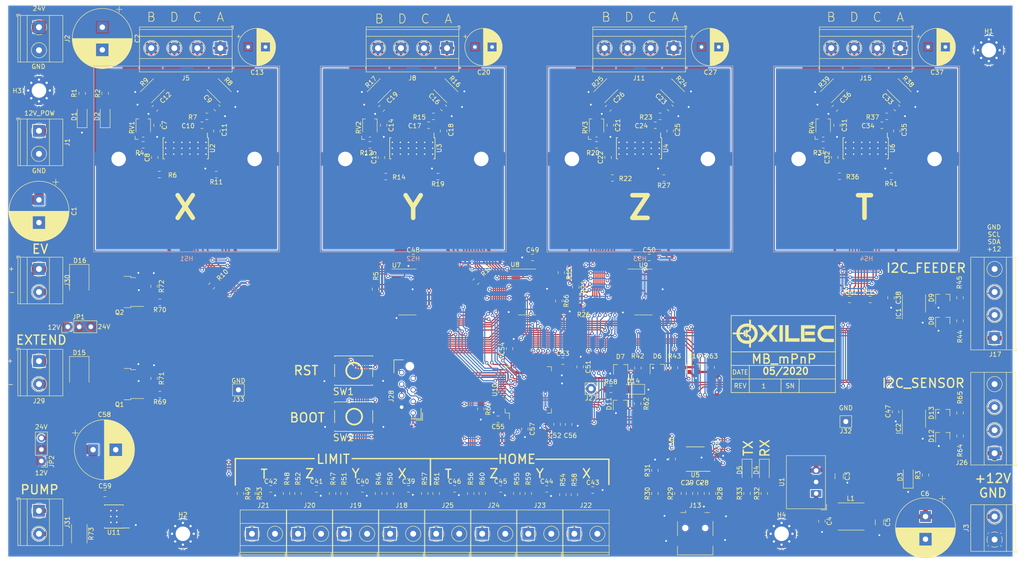
<source format=kicad_pcb>
(kicad_pcb (version 20171130) (host pcbnew "(5.1.4)-1")
  (layers (0 F.Cu signal) (31 B.Cu signal) (34 B.Paste user) (35 F.Paste user) (36 B.SilkS user) (37 F.SilkS user) (38 B.Mask user) (39 F.Mask user) (44 Edge.Cuts user))
  (net 0 "")
  (net 1 GND)
  (net 2 +24V)
  (net 3 +3V3USB)
  (net 4 "Net-(C7-Pad1)")
  (net 5 "Net-(C10-Pad2)")
  (net 6 "Net-(C11-Pad1)")
  (net 7 "Net-(C11-Pad2)")
  (net 8 /X/D)
  (net 9 /X/B)
  (net 10 /X/C)
  (net 11 /X/A)
  (net 12 "Net-(R4-Pad1)")
  (net 13 /IO/D3)
  (net 14 /IO/D4)
  (net 15 "Net-(R8-Pad2)")
  (net 16 "Net-(R9-Pad1)")
  (net 17 /uP/FAULT_X)
  (net 18 /X/~HOME~)
  (net 19 /X/DECAY)
  (net 20 /X/DIR)
  (net 21 /X/STEP)
  (net 22 "Net-(U2-Pad23)")
  (net 23 /IO/D0)
  (net 24 /IO/D1)
  (net 25 /IO/D2)
  (net 26 +12V_POW)
  (net 27 "Net-(C4-Pad1)")
  (net 28 +12V)
  (net 29 "Net-(C14-Pad1)")
  (net 30 "Net-(C17-Pad2)")
  (net 31 "Net-(C18-Pad2)")
  (net 32 "Net-(C18-Pad1)")
  (net 33 "Net-(C21-Pad1)")
  (net 34 "Net-(C24-Pad2)")
  (net 35 "Net-(C25-Pad2)")
  (net 36 "Net-(C25-Pad1)")
  (net 37 "Net-(C28-Pad1)")
  (net 38 "Net-(C29-Pad1)")
  (net 39 "Net-(C30-Pad1)")
  (net 40 "Net-(C31-Pad1)")
  (net 41 "Net-(C34-Pad2)")
  (net 42 "Net-(C35-Pad1)")
  (net 43 "Net-(C35-Pad2)")
  (net 44 /INPUT/HOME_X)
  (net 45 /INPUT/HOME_Y)
  (net 46 /INPUT/HOME_Z)
  (net 47 /INPUT/HOME_T)
  (net 48 /uP/NRST)
  (net 49 "Net-(C58-Pad1)")
  (net 50 "Net-(D1-Pad2)")
  (net 51 "Net-(D2-Pad2)")
  (net 52 "Net-(D3-Pad2)")
  (net 53 "Net-(D4-Pad1)")
  (net 54 "Net-(D4-Pad2)")
  (net 55 "Net-(D5-Pad1)")
  (net 56 "Net-(D5-Pad2)")
  (net 57 /uP/FEEDER_SDA)
  (net 58 /uP/FEEDER_SCL)
  (net 59 "Net-(D8-Pad3)")
  (net 60 "Net-(D9-Pad3)")
  (net 61 /I2C_SENSOR/SDA)
  (net 62 /I2C_SENSOR/SCL)
  (net 63 "Net-(D12-Pad3)")
  (net 64 "Net-(D13-Pad3)")
  (net 65 "Net-(D14-Pad2)")
  (net 66 "Net-(D15-Pad1)")
  (net 67 "Net-(D15-Pad2)")
  (net 68 "Net-(D16-Pad2)")
  (net 69 /Y/A)
  (net 70 /Y/C)
  (net 71 /Y/D)
  (net 72 /Y/B)
  (net 73 /Z/A)
  (net 74 /Z/C)
  (net 75 /Z/D)
  (net 76 /Z/B)
  (net 77 "Net-(J13-Pad1)")
  (net 78 "Net-(J13-Pad4)")
  (net 79 /T/B)
  (net 80 /T/D)
  (net 81 /T/C)
  (net 82 /T/A)
  (net 83 "Net-(J18-Pad1)")
  (net 84 "Net-(J19-Pad1)")
  (net 85 "Net-(J20-Pad1)")
  (net 86 "Net-(J21-Pad1)")
  (net 87 "Net-(J22-Pad1)")
  (net 88 "Net-(J23-Pad1)")
  (net 89 "Net-(J24-Pad1)")
  (net 90 "Net-(J25-Pad1)")
  (net 91 "Net-(J27-Pad1)")
  (net 92 /uP/TRST)
  (net 93 /uP/TCK_SWCLK)
  (net 94 /uP/TDI)
  (net 95 /uP/TDO_SWO)
  (net 96 /uP/TMS_SWDIO)
  (net 97 "Net-(J31-Pad2)")
  (net 98 "Net-(J31-Pad1)")
  (net 99 "Net-(Q1-Pad1)")
  (net 100 "Net-(Q2-Pad1)")
  (net 101 "Net-(R12-Pad1)")
  (net 102 /IO/D8)
  (net 103 /IO/D9)
  (net 104 "Net-(R16-Pad2)")
  (net 105 "Net-(R17-Pad1)")
  (net 106 /uP/FAULT_Y)
  (net 107 /Y/~HOME~)
  (net 108 "Net-(R20-Pad1)")
  (net 109 /IO/D13)
  (net 110 /IO/D14)
  (net 111 "Net-(R24-Pad2)")
  (net 112 "Net-(R25-Pad1)")
  (net 113 /uP/FAULT_Z)
  (net 114 /Z/~HOME~)
  (net 115 /PC_COM/DP)
  (net 116 /PC_COM/DM)
  (net 117 /PC_COM/VBUS_SENSE)
  (net 118 "Net-(R34-Pad1)")
  (net 119 /IO/D18)
  (net 120 /IO/D19)
  (net 121 "Net-(R38-Pad2)")
  (net 122 "Net-(R39-Pad1)")
  (net 123 /uP/FAULT_T)
  (net 124 /T/~HOME~)
  (net 125 /uP/IO_LATCH)
  (net 126 "Net-(R67-Pad1)")
  (net 127 /uP/LED)
  (net 128 /IO/D21)
  (net 129 /IO/D20)
  (net 130 "Net-(R73-Pad1)")
  (net 131 /IO/D7)
  (net 132 /IO/D6)
  (net 133 /IO/D5)
  (net 134 "Net-(U3-Pad23)")
  (net 135 /Y/STEP)
  (net 136 /Y/DIR)
  (net 137 /Y/DECAY)
  (net 138 /IO/D12)
  (net 139 /IO/D11)
  (net 140 /IO/D10)
  (net 141 "Net-(U4-Pad23)")
  (net 142 /Z/STEP)
  (net 143 /Z/DIR)
  (net 144 /Z/DECAY)
  (net 145 /uP/IHM_TX)
  (net 146 /PC_COM/~RTS~)
  (net 147 /uP/IHM_RX)
  (net 148 /PC_COM/~CTS~)
  (net 149 "Net-(U5-Pad16)")
  (net 150 /T/DECAY)
  (net 151 /T/DIR)
  (net 152 /T/STEP)
  (net 153 "Net-(U6-Pad23)")
  (net 154 /IO/D15)
  (net 155 /IO/D16)
  (net 156 /IO/D17)
  (net 157 "Net-(U7-Pad9)")
  (net 158 /IO/CLK)
  (net 159 /IO/DATA_IN)
  (net 160 "Net-(U8-Pad9)")
  (net 161 /IO/D22)
  (net 162 /IO/D23)
  (net 163 "Net-(U9-Pad9)")
  (net 164 "Net-(U10-Pad1)")
  (net 165 "Net-(U10-Pad3)")
  (net 166 "Net-(U10-Pad4)")
  (net 167 "Net-(U10-Pad5)")
  (net 168 "Net-(U10-Pad6)")
  (net 169 "Net-(U10-Pad23)")
  (net 170 "Net-(U10-Pad28)")
  (net 171 /uP/LIMIT_X)
  (net 172 /uP/LIMIT_Z)
  (net 173 /uP/LIMIT_T)
  (net 174 "Net-(U10-Pad36)")
  (net 175 "Net-(U10-Pad37)")
  (net 176 /misc/PUMP_IN1)
  (net 177 /misc/PUMP_IN2)
  (net 178 "Net-(U10-Pad55)")
  (net 179 /uP/LIMIT_Y)
  (module Package_SO:SOIC-8_3.9x4.9mm_P1.27mm (layer F.Cu) (at 300.33526 128.42966 90)
    (fp_text reference IC1 (at -2.20934 -3.4 90) (layer F.SilkS))
    (fp_text value PCA9600)
    (pad 1 smd roundrect (at -2.475 -1.905 90) (size 1.95 0.6) (layers F.Cu F.Paste F.Mask) (net 57 /uP/FEEDER_SDA))
    (pad 2 smd roundrect (at -2.475 -0.635 90) (size 1.95 0.6) (layers F.Cu F.Paste F.Mask) (net 59 "Net-(D8-Pad3)"))
    (pad 3 smd roundrect (at -2.475 0.635 90) (size 1.95 0.6) (layers F.Cu F.Paste F.Mask) (net 59 "Net-(D8-Pad3)"))
    (pad 4 smd roundrect (at -2.475 1.905 90) (size 1.95 0.6) (layers F.Cu F.Paste F.Mask) (net 1 GND))
    (pad 5 smd roundrect (at 2.475 1.905 90) (size 1.95 0.6) (layers F.Cu F.Paste F.Mask) (net 60 "Net-(D9-Pad3)"))
    (pad 6 smd roundrect (at 2.475 0.635 90) (size 1.95 0.6) (layers F.Cu F.Paste F.Mask) (net 60 "Net-(D9-Pad3)"))
    (pad 7 smd roundrect (at 2.475 -0.635 90) (size 1.95 0.6) (layers F.Cu F.Paste F.Mask) (net 58 /uP/FEEDER_SCL))
    (pad 8 smd roundrect (at 2.475 -1.905 90) (size 1.95 0.6) (layers F.Cu F.Paste F.Mask) (net 28 +12V))
  )
  (module Package_SO:SOIC-16_3.9x9.9mm_P1.27mm (layer F.Cu) (at 240.64526 125.88966)
    (fp_text reference U9 (at 0 -5.9) (layer F.SilkS))
    (fp_text value 74HC595)
    (pad 1 smd roundrect (at -2.475 -4.445) (size 1.95 0.6) (layers F.Cu F.Paste F.Mask) (net 156 /IO/D17))
    (pad 2 smd roundrect (at -2.475 -3.175) (size 1.95 0.6) (layers F.Cu F.Paste F.Mask) (net 119 /IO/D18))
    (pad 3 smd roundrect (at -2.475 -1.905) (size 1.95 0.6) (layers F.Cu F.Paste F.Mask) (net 120 /IO/D19))
    (pad 4 smd roundrect (at -2.475 -0.635) (size 1.95 0.6) (layers F.Cu F.Paste F.Mask) (net 129 /IO/D20))
    (pad 5 smd roundrect (at -2.475 0.635) (size 1.95 0.6) (layers F.Cu F.Paste F.Mask) (net 128 /IO/D21))
    (pad 6 smd roundrect (at -2.475 1.905) (size 1.95 0.6) (layers F.Cu F.Paste F.Mask) (net 161 /IO/D22))
    (pad 7 smd roundrect (at -2.475 3.175) (size 1.95 0.6) (layers F.Cu F.Paste F.Mask) (net 162 /IO/D23))
    (pad 8 smd roundrect (at -2.475 4.445) (size 1.95 0.6) (layers F.Cu F.Paste F.Mask) (net 1 GND))
    (pad 9 smd roundrect (at 2.475 4.445) (size 1.95 0.6) (layers F.Cu F.Paste F.Mask) (net 163 "Net-(U9-Pad9)"))
    (pad 10 smd roundrect (at 2.475 3.175) (size 1.95 0.6) (layers F.Cu F.Paste F.Mask) (net 3 +3V3USB))
    (pad 11 smd roundrect (at 2.475 1.905) (size 1.95 0.6) (layers F.Cu F.Paste F.Mask) (net 158 /IO/CLK))
    (pad 12 smd roundrect (at 2.475 0.635) (size 1.95 0.6) (layers F.Cu F.Paste F.Mask) (net 125 /uP/IO_LATCH))
    (pad 13 smd roundrect (at 2.475 -0.635) (size 1.95 0.6) (layers F.Cu F.Paste F.Mask) (net 1 GND))
    (pad 14 smd roundrect (at 2.475 -1.905) (size 1.95 0.6) (layers F.Cu F.Paste F.Mask) (net 160 "Net-(U8-Pad9)"))
    (pad 15 smd roundrect (at 2.475 -3.175) (size 1.95 0.6) (layers F.Cu F.Paste F.Mask) (net 155 /IO/D16))
    (pad 16 smd roundrect (at 2.475 -4.445) (size 1.95 0.6) (layers F.Cu F.Paste F.Mask) (net 3 +3V3USB))
  )
  (module Package_SO:SOIC-16_3.9x9.9mm_P1.27mm (layer F.Cu) (at 214.99126 125.88966)
    (fp_text reference U8 (at -2.66326 -6.04566) (layer F.SilkS))
    (fp_text value 74HC595)
    (pad 16 smd roundrect (at 2.475 -4.445) (size 1.95 0.6) (layers F.Cu F.Paste F.Mask) (net 3 +3V3USB))
    (pad 15 smd roundrect (at 2.475 -3.175) (size 1.95 0.6) (layers F.Cu F.Paste F.Mask) (net 102 /IO/D8))
    (pad 14 smd roundrect (at 2.475 -1.905) (size 1.95 0.6) (layers F.Cu F.Paste F.Mask) (net 157 "Net-(U7-Pad9)"))
    (pad 13 smd roundrect (at 2.475 -0.635) (size 1.95 0.6) (layers F.Cu F.Paste F.Mask) (net 1 GND))
    (pad 12 smd roundrect (at 2.475 0.635) (size 1.95 0.6) (layers F.Cu F.Paste F.Mask) (net 125 /uP/IO_LATCH))
    (pad 11 smd roundrect (at 2.475 1.905) (size 1.95 0.6) (layers F.Cu F.Paste F.Mask) (net 158 /IO/CLK))
    (pad 10 smd roundrect (at 2.475 3.175) (size 1.95 0.6) (layers F.Cu F.Paste F.Mask) (net 3 +3V3USB))
    (pad 9 smd roundrect (at 2.475 4.445) (size 1.95 0.6) (layers F.Cu F.Paste F.Mask) (net 160 "Net-(U8-Pad9)"))
    (pad 8 smd roundrect (at -2.475 4.445) (size 1.95 0.6) (layers F.Cu F.Paste F.Mask) (net 1 GND))
    (pad 7 smd roundrect (at -2.475 3.175) (size 1.95 0.6) (layers F.Cu F.Paste F.Mask) (net 154 /IO/D15))
    (pad 6 smd roundrect (at -2.475 1.905) (size 1.95 0.6) (layers F.Cu F.Paste F.Mask) (net 110 /IO/D14))
    (pad 5 smd roundrect (at -2.475 0.635) (size 1.95 0.6) (layers F.Cu F.Paste F.Mask) (net 109 /IO/D13))
    (pad 4 smd roundrect (at -2.475 -0.635) (size 1.95 0.6) (layers F.Cu F.Paste F.Mask) (net 138 /IO/D12))
    (pad 3 smd roundrect (at -2.475 -1.905) (size 1.95 0.6) (layers F.Cu F.Paste F.Mask) (net 139 /IO/D11))
    (pad 2 smd roundrect (at -2.475 -3.175) (size 1.95 0.6) (layers F.Cu F.Paste F.Mask) (net 140 /IO/D10))
    (pad 1 smd roundrect (at -2.475 -4.445) (size 1.95 0.6) (layers F.Cu F.Paste F.Mask) (net 103 /IO/D9))
  )
  (module "MyLibKicad:BGA STD 115" (layer B.Cu) (at 139.87196 96.53696)
    (fp_text reference HS1 (at 0 22) (layer B.SilkS) (effects (justify mirror)))
    (fp_text value Heatsink_Pad)
    (pad 1 smd rect (at 0 0) (size 40 40) (layers B.Cu B.Mask) (net 1 GND))
    (pad 1 thru_hole circle (at 15 0) (size 7 7) (drill 3.2) (layers *.Cu *.Mask) (net 1 GND))
    (pad 1 thru_hole circle (at -15 0) (size 7 7) (drill 3.2) (layers *.Cu *.Mask) (net 1 GND))
  )
  (module Capacitor_SMD:C_0805_2012Metric (layer F.Cu) (at 214.48326 156.11566 270)
    (fp_text reference C57 (at 0 -1.65 90) (layer F.SilkS))
    (fp_text value 100nF)
    (pad 1 smd roundrect (at -0.9375 0 270) (size 0.975 1.4) (layers F.Cu F.Paste F.Mask) (net 48 /uP/NRST))
    (pad 2 smd roundrect (at 0.9375 0 270) (size 0.975 1.4) (layers F.Cu F.Paste F.Mask) (net 1 GND))
  )
  (module Package_QFP:LQFP-64_10x10mm_P0.5mm (layer F.Cu) (at 215.24526 147.47966 90)
    (fp_text reference U10 (at 0 -7.4 90) (layer F.SilkS))
    (fp_text value STM32G474R)
    (pad 1 smd roundrect (at -5.675 -3.75 90) (size 1.55 0.3) (layers F.Cu F.Paste F.Mask) (net 164 "Net-(U10-Pad1)"))
    (pad 2 smd roundrect (at -5.675 -3.25 90) (size 1.55 0.3) (layers F.Cu F.Paste F.Mask) (net 150 /T/DECAY))
    (pad 3 smd roundrect (at -5.675 -2.75 90) (size 1.55 0.3) (layers F.Cu F.Paste F.Mask) (net 165 "Net-(U10-Pad3)"))
    (pad 4 smd roundrect (at -5.675 -2.25 90) (size 1.55 0.3) (layers F.Cu F.Paste F.Mask) (net 166 "Net-(U10-Pad4)"))
    (pad 5 smd roundrect (at -5.675 -1.75 90) (size 1.55 0.3) (layers F.Cu F.Paste F.Mask) (net 167 "Net-(U10-Pad5)"))
    (pad 6 smd roundrect (at -5.675 -1.25 90) (size 1.55 0.3) (layers F.Cu F.Paste F.Mask) (net 168 "Net-(U10-Pad6)"))
    (pad 7 smd roundrect (at -5.675 -0.75 90) (size 1.55 0.3) (layers F.Cu F.Paste F.Mask) (net 48 /uP/NRST))
    (pad 8 smd roundrect (at -5.675 -0.25 90) (size 1.55 0.3) (layers F.Cu F.Paste F.Mask) (net 17 /uP/FAULT_X))
    (pad 9 smd roundrect (at -5.675 0.25 90) (size 1.55 0.3) (layers F.Cu F.Paste F.Mask) (net 106 /uP/FAULT_Y))
    (pad 10 smd roundrect (at -5.675 0.75 90) (size 1.55 0.3) (layers F.Cu F.Paste F.Mask) (net 113 /uP/FAULT_Z))
    (pad 11 smd roundrect (at -5.675 1.25 90) (size 1.55 0.3) (layers F.Cu F.Paste F.Mask) (net 123 /uP/FAULT_T))
    (pad 12 smd roundrect (at -5.675 1.75 90) (size 1.55 0.3) (layers F.Cu F.Paste F.Mask) (net 21 /X/STEP))
    (pad 13 smd roundrect (at -5.675 2.25 90) (size 1.55 0.3) (layers F.Cu F.Paste F.Mask) (net 20 /X/DIR))
    (pad 14 smd roundrect (at -5.675 2.75 90) (size 1.55 0.3) (layers F.Cu F.Paste F.Mask) (net 136 /Y/DIR))
    (pad 15 smd roundrect (at -5.675 3.25 90) (size 1.55 0.3) (layers F.Cu F.Paste F.Mask) (net 1 GND))
    (pad 16 smd roundrect (at -5.675 3.75 90) (size 1.55 0.3) (layers F.Cu F.Paste F.Mask) (net 3 +3V3USB))
    (pad 17 smd roundrect (at -3.75 5.675 90) (size 0.3 1.55) (layers F.Cu F.Paste F.Mask) (net 143 /Z/DIR))
    (pad 18 smd roundrect (at -3.25 5.675 90) (size 0.3 1.55) (layers F.Cu F.Paste F.Mask) (net 151 /T/DIR))
    (pad 19 smd roundrect (at -2.75 5.675 90) (size 0.3 1.55) (layers F.Cu F.Paste F.Mask) (net 158 /IO/CLK))
    (pad 20 smd roundrect (at -2.25 5.675 90) (size 0.3 1.55) (layers F.Cu F.Paste F.Mask) (net 135 /Y/STEP))
    (pad 21 smd roundrect (at -1.75 5.675 90) (size 0.3 1.55) (layers F.Cu F.Paste F.Mask) (net 159 /IO/DATA_IN))
    (pad 22 smd roundrect (at -1.25 5.675 90) (size 0.3 1.55) (layers F.Cu F.Paste F.Mask) (net 62 /I2C_SENSOR/SCL))
    (pad 23 smd roundrect (at -0.75 5.675 90) (size 0.3 1.55) (layers F.Cu F.Paste F.Mask) (net 169 "Net-(U10-Pad23)"))
    (pad 24 smd roundrect (at -0.25 5.675 90) (size 0.3 1.55) (layers F.Cu F.Paste F.Mask) (net 127 /uP/LED))
    (pad 25 smd roundrect (at 0.25 5.675 90) (size 0.3 1.55) (layers F.Cu F.Paste F.Mask) (net 91 "Net-(J27-Pad1)"))
    (pad 26 smd roundrect (at 0.75 5.675 90) (size 0.3 1.55) (layers F.Cu F.Paste F.Mask) (net 152 /T/STEP))
    (pad 27 smd roundrect (at 1.25 5.675 90) (size 0.3 1.55) (layers F.Cu F.Paste F.Mask) (net 1 GND))
    (pad 28 smd roundrect (at 1.75 5.675 90) (size 0.3 1.55) (layers F.Cu F.Paste F.Mask) (net 170 "Net-(U10-Pad28)"))
    (pad 29 smd roundrect (at 2.25 5.675 90) (size 0.3 1.55) (layers F.Cu F.Paste F.Mask) (net 3 +3V3USB))
    (pad 30 smd roundrect (at 2.75 5.675 90) (size 0.3 1.55) (layers F.Cu F.Paste F.Mask) (net 171 /uP/LIMIT_X))
    (pad 31 smd roundrect (at 3.25 5.675 90) (size 0.3 1.55) (layers F.Cu F.Paste F.Mask) (net 1 GND))
    (pad 32 smd roundrect (at 3.75 5.675 90) (size 0.3 1.55) (layers F.Cu F.Paste F.Mask) (net 3 +3V3USB))
    (pad 33 smd roundrect (at 5.675 3.75 90) (size 1.55 0.3) (layers F.Cu F.Paste F.Mask) (net 179 /uP/LIMIT_Y))
    (pad 34 smd roundrect (at 5.675 3.25 90) (size 1.55 0.3) (layers F.Cu F.Paste F.Mask) (net 172 /uP/LIMIT_Z))
    (pad 35 smd roundrect (at 5.675 2.75 90) (size 1.55 0.3) (layers F.Cu F.Paste F.Mask) (net 173 /uP/LIMIT_T))
    (pad 36 smd roundrect (at 5.675 2.25 90) (size 1.55 0.3) (layers F.Cu F.Paste F.Mask) (net 174 "Net-(U10-Pad36)"))
    (pad 37 smd roundrect (at 5.675 1.75 90) (size 1.55 0.3) (layers F.Cu F.Paste F.Mask) (net 175 "Net-(U10-Pad37)"))
    (pad 38 smd roundrect (at 5.675 1.25 90) (size 1.55 0.3) (layers F.Cu F.Paste F.Mask) (net 176 /misc/PUMP_IN1))
    (pad 39 smd roundrect (at 5.675 0.75 90) (size 1.55 0.3) (layers F.Cu F.Paste F.Mask) (net 177 /misc/PUMP_IN2))
    (pad 40 smd roundrect (at 5.675 0.25 90) (size 1.55 0.3) (layers F.Cu F.Paste F.Mask) (net 58 /uP/FEEDER_SCL))
    (pad 41 smd roundrect (at 5.675 -0.25 90) (size 1.55 0.3) (layers F.Cu F.Paste F.Mask) (net 57 /uP/FEEDER_SDA))
    (pad 42 smd roundrect (at 5.675 -0.75 90) (size 1.55 0.3) (layers F.Cu F.Paste F.Mask) (net 61 /I2C_SENSOR/SDA))
    (pad 43 smd roundrect (at 5.675 -1.25 90) (size 1.55 0.3) (layers F.Cu F.Paste F.Mask) (net 147 /uP/IHM_RX))
    (pad 44 smd roundrect (at 5.675 -1.75 90) (size 1.55 0.3) (layers F.Cu F.Paste F.Mask) (net 145 /uP/IHM_TX))
    (pad 45 smd roundrect (at 5.675 -2.25 90) (size 1.55 0.3) (layers F.Cu F.Paste F.Mask) (net 142 /Z/STEP))
    (pad 46 smd roundrect (at 5.675 -2.75 90) (size 1.55 0.3) (layers F.Cu F.Paste F.Mask) (net 125 /uP/IO_LATCH))
    (pad 47 smd roundrect (at 5.675 -3.25 90) (size 1.55 0.3) (layers F.Cu F.Paste F.Mask) (net 1 GND))
    (pad 48 smd roundrect (at 5.675 -3.75 90) (size 1.55 0.3) (layers F.Cu F.Paste F.Mask) (net 3 +3V3USB))
    (pad 49 smd roundrect (at 3.75 -5.675 90) (size 0.3 1.55) (layers F.Cu F.Paste F.Mask) (net 96 /uP/TMS_SWDIO))
    (pad 50 smd roundrect (at 3.25 -5.675 90) (size 0.3 1.55) (layers F.Cu F.Paste F.Mask) (net 93 /uP/TCK_SWCLK))
    (pad 51 smd roundrect (at 2.75 -5.675 90) (size 0.3 1.55) (layers F.Cu F.Paste F.Mask) (net 94 /uP/TDI))
    (pad 52 smd roundrect (at 2.25 -5.675 90) (size 0.3 1.55) (layers F.Cu F.Paste F.Mask) (net 19 /X/DECAY))
    (pad 53 smd roundrect (at 1.75 -5.675 90) (size 0.3 1.55) (layers F.Cu F.Paste F.Mask) (net 137 /Y/DECAY))
    (pad 54 smd roundrect (at 1.25 -5.675 90) (size 0.3 1.55) (layers F.Cu F.Paste F.Mask) (net 144 /Z/DECAY))
    (pad 55 smd roundrect (at 0.75 -5.675 90) (size 0.3 1.55) (layers F.Cu F.Paste F.Mask) (net 178 "Net-(U10-Pad55)"))
    (pad 56 smd roundrect (at 0.25 -5.675 90) (size 0.3 1.55) (layers F.Cu F.Paste F.Mask) (net 95 /uP/TDO_SWO))
    (pad 57 smd roundrect (at -0.25 -5.675 90) (size 0.3 1.55) (layers F.Cu F.Paste F.Mask) (net 92 /uP/TRST))
    (pad 58 smd roundrect (at -0.75 -5.675 90) (size 0.3 1.55) (layers F.Cu F.Paste F.Mask) (net 47 /INPUT/HOME_T))
    (pad 59 smd roundrect (at -1.25 -5.675 90) (size 0.3 1.55) (layers F.Cu F.Paste F.Mask) (net 46 /INPUT/HOME_Z))
    (pad 60 smd roundrect (at -1.75 -5.675 90) (size 0.3 1.55) (layers F.Cu F.Paste F.Mask) (net 45 /INPUT/HOME_Y))
    (pad 61 smd roundrect (at -2.25 -5.675 90) (size 0.3 1.55) (layers F.Cu F.Paste F.Mask) (net 126 "Net-(R67-Pad1)"))
    (pad 62 smd roundrect (at -2.75 -5.675 90) (size 0.3 1.55) (layers F.Cu F.Paste F.Mask) (net 44 /INPUT/HOME_X))
    (pad 63 smd roundrect (at -3.25 -5.675 90) (size 0.3 1.55) (layers F.Cu F.Paste F.Mask) (net 1 GND))
    (pad 64 smd roundrect (at -3.75 -5.675 90) (size 0.3 1.55) (layers F.Cu F.Paste F.Mask) (net 3 +3V3USB))
  )
  (module "MyLibKicad:BGA STD 115" (layer B.Cu) (at 189.87196 96.53696)
    (fp_text reference HS2 (at 0 22) (layer B.SilkS) (effects (justify mirror)))
    (fp_text value Heatsink_Pad)
    (pad 1 thru_hole circle (at -15 0) (size 7 7) (drill 3.2) (layers *.Cu *.Mask) (net 1 GND))
    (pad 1 thru_hole circle (at 15 0) (size 7 7) (drill 3.2) (layers *.Cu *.Mask) (net 1 GND))
    (pad 1 smd rect (at 0 0) (size 40 40) (layers B.Cu B.Mask) (net 1 GND))
  )
  (module Capacitor_SMD:C_0805_2012Metric (layer F.Cu) (at 246.575047 85.269547 315)
    (fp_text reference C23 (at -2.879108 0.048437 135) (layer F.SilkS))
    (fp_text value 100nF)
    (pad 2 smd roundrect (at 0.9375 0 315) (size 0.975 1.4) (layers F.Cu F.Paste F.Mask) (net 1 GND))
    (pad 1 smd roundrect (at -0.9375 0 315) (size 0.975 1.4) (layers F.Cu F.Paste F.Mask) (net 2 +24V))
  )
  (module Capacitor_SMD:C_0805_2012Metric (layer F.Cu) (at 232.88696 85.36096 225)
    (fp_text reference C26 (at -3.319159 0 225) (layer F.SilkS))
    (fp_text value 100nF)
    (pad 1 smd roundrect (at -0.9375 0 225) (size 0.975 1.4) (layers F.Cu F.Paste F.Mask) (net 2 +24V))
    (pad 2 smd roundrect (at 0.9375 0 225) (size 0.975 1.4) (layers F.Cu F.Paste F.Mask) (net 1 GND))
  )
  (module Capacitor_SMD:C_0805_2012Metric (layer F.Cu) (at 246.5547 90.3673 90)
    (fp_text reference C25 (at 0.24134 1.63326 90) (layer F.SilkS))
    (fp_text value "10nF 50V")
    (pad 2 smd roundrect (at 0.9375 0 90) (size 0.975 1.4) (layers F.Cu F.Paste F.Mask) (net 35 "Net-(C25-Pad2)"))
    (pad 1 smd roundrect (at -0.9375 0 90) (size 0.975 1.4) (layers F.Cu F.Paste F.Mask) (net 36 "Net-(C25-Pad1)"))
  )
  (module Capacitor_SMD:C_0805_2012Metric (layer F.Cu) (at 232.8387 96.2093 90)
    (fp_text reference C22 (at 0 -1.65 90) (layer F.SilkS))
    (fp_text value 470nF)
    (pad 1 smd roundrect (at -0.9375 0 90) (size 0.975 1.4) (layers F.Cu F.Paste F.Mask) (net 3 +3V3USB))
    (pad 2 smd roundrect (at 0.9375 0 90) (size 0.975 1.4) (layers F.Cu F.Paste F.Mask) (net 1 GND))
  )
  (module Capacitor_SMD:C_0805_2012Metric (layer F.Cu) (at 233.3467 89.0973 270)
    (fp_text reference C21 (at 0 -1.65 270) (layer F.SilkS))
    (fp_text value "2.2uF 6.3V")
    (pad 2 smd roundrect (at 0.9375 0 270) (size 0.975 1.4) (layers F.Cu F.Paste F.Mask) (net 1 GND))
    (pad 1 smd roundrect (at -0.9375 0 270) (size 0.975 1.4) (layers F.Cu F.Paste F.Mask) (net 33 "Net-(C21-Pad1)"))
  )
  (module Capacitor_SMD:C_0805_2012Metric (layer F.Cu) (at 243.2527 89.0973)
    (fp_text reference C24 (at -3.06574 0.13966) (layer F.SilkS))
    (fp_text value 100nF)
    (pad 2 smd roundrect (at 0.9375 0) (size 0.975 1.4) (layers F.Cu F.Paste F.Mask) (net 34 "Net-(C24-Pad2)"))
    (pad 1 smd roundrect (at -0.9375 0) (size 0.975 1.4) (layers F.Cu F.Paste F.Mask) (net 2 +24V))
  )
  (module Package_SO:HTSSOP-28-1EP_4.4x9.7mm_P0.65mm_EP3.4x9.5mm_ThermalVias (layer F.Cu) (at 239.6967 94.1773 270)
    (fp_text reference U4 (at 0 -5.9 270) (layer F.SilkS))
    (fp_text value DRV8825)
    (pad 29 smd rect (at 0 0 270) (size 3.4 9.5) (layers B.Cu) (net 1 GND))
    (pad 29 thru_hole circle (at -1.3 4.45 270) (size 0.6 0.6) (drill 0.3) (layers *.Cu) (net 1 GND))
    (pad 29 thru_hole circle (at 0 4.45 270) (size 0.6 0.6) (drill 0.3) (layers *.Cu) (net 1 GND))
    (pad 29 thru_hole circle (at 1.3 4.45 270) (size 0.6 0.6) (drill 0.3) (layers *.Cu) (net 1 GND))
    (pad 29 thru_hole circle (at -1.3 2.67 270) (size 0.6 0.6) (drill 0.3) (layers *.Cu) (net 1 GND))
    (pad 29 thru_hole circle (at 0 2.67 270) (size 0.6 0.6) (drill 0.3) (layers *.Cu) (net 1 GND))
    (pad 29 thru_hole circle (at 1.3 2.67 270) (size 0.6 0.6) (drill 0.3) (layers *.Cu) (net 1 GND))
    (pad 29 thru_hole circle (at -1.3 0.89 270) (size 0.6 0.6) (drill 0.3) (layers *.Cu) (net 1 GND))
    (pad 29 thru_hole circle (at 0 0.89 270) (size 0.6 0.6) (drill 0.3) (layers *.Cu) (net 1 GND))
    (pad 29 thru_hole circle (at 1.3 0.89 270) (size 0.6 0.6) (drill 0.3) (layers *.Cu) (net 1 GND))
    (pad 29 thru_hole circle (at -1.3 -0.89 270) (size 0.6 0.6) (drill 0.3) (layers *.Cu) (net 1 GND))
    (pad 29 thru_hole circle (at 0 -0.89 270) (size 0.6 0.6) (drill 0.3) (layers *.Cu) (net 1 GND))
    (pad 29 thru_hole circle (at 1.3 -0.89 270) (size 0.6 0.6) (drill 0.3) (layers *.Cu) (net 1 GND))
    (pad 29 thru_hole circle (at -1.3 -2.67 270) (size 0.6 0.6) (drill 0.3) (layers *.Cu) (net 1 GND))
    (pad 29 thru_hole circle (at 0 -2.67 270) (size 0.6 0.6) (drill 0.3) (layers *.Cu) (net 1 GND))
    (pad 29 thru_hole circle (at 1.3 -2.67 270) (size 0.6 0.6) (drill 0.3) (layers *.Cu) (net 1 GND))
    (pad 29 thru_hole circle (at 1.3 -4.45 270) (size 0.6 0.6) (drill 0.3) (layers *.Cu) (net 1 GND))
    (pad 29 thru_hole circle (at 0 -4.45 270) (size 0.6 0.6) (drill 0.3) (layers *.Cu) (net 1 GND))
    (pad 29 thru_hole circle (at -1.3 -4.45 270) (size 0.6 0.6) (drill 0.3) (layers *.Cu) (net 1 GND))
    (pad 29 smd rect (at 0 0 270) (size 3.4 9.5) (layers F.Cu F.Mask) (net 1 GND))
    (pad 28 smd rect (at 2.85 -4.225 270) (size 1.1 0.4) (layers F.Cu F.Paste F.Mask) (net 1 GND))
    (pad 27 smd rect (at 2.85 -3.575 270) (size 1.1 0.4) (layers F.Cu F.Paste F.Mask) (net 114 /Z/~HOME~))
    (pad 26 smd rect (at 2.85 -2.925 270) (size 1.1 0.4) (layers F.Cu F.Paste F.Mask) (net 138 /IO/D12))
    (pad 25 smd rect (at 2.85 -2.275 270) (size 1.1 0.4) (layers F.Cu F.Paste F.Mask) (net 139 /IO/D11))
    (pad 24 smd rect (at 2.85 -1.625 270) (size 1.1 0.4) (layers F.Cu F.Paste F.Mask) (net 140 /IO/D10))
    (pad 23 smd rect (at 2.85 -0.975 270) (size 1.1 0.4) (layers F.Cu F.Paste F.Mask) (net 141 "Net-(U4-Pad23)"))
    (pad 22 smd rect (at 2.85 -0.325 270) (size 1.1 0.4) (layers F.Cu F.Paste F.Mask) (net 142 /Z/STEP))
    (pad 21 smd rect (at 2.85 0.325 270) (size 1.1 0.4) (layers F.Cu F.Paste F.Mask) (net 109 /IO/D13))
    (pad 20 smd rect (at 2.85 0.975 270) (size 1.1 0.4) (layers F.Cu F.Paste F.Mask) (net 143 /Z/DIR))
    (pad 19 smd rect (at 2.85 1.625 270) (size 1.1 0.4) (layers F.Cu F.Paste F.Mask) (net 144 /Z/DECAY))
    (pad 18 smd rect (at 2.85 2.275 270) (size 1.1 0.4) (layers F.Cu F.Paste F.Mask) (net 113 /uP/FAULT_Z))
    (pad 17 smd rect (at 2.85 2.925 270) (size 1.1 0.4) (layers F.Cu F.Paste F.Mask) (net 3 +3V3USB))
    (pad 16 smd rect (at 2.85 3.575 270) (size 1.1 0.4) (layers F.Cu F.Paste F.Mask) (net 110 /IO/D14))
    (pad 15 smd rect (at 2.85 4.225 270) (size 1.1 0.4) (layers F.Cu F.Paste F.Mask) (net 3 +3V3USB))
    (pad 14 smd rect (at -2.85 4.225 270) (size 1.1 0.4) (layers F.Cu F.Paste F.Mask) (net 1 GND))
    (pad 13 smd rect (at -2.85 3.575 270) (size 1.1 0.4) (layers F.Cu F.Paste F.Mask) (net 33 "Net-(C21-Pad1)"))
    (pad 12 smd rect (at -2.85 2.925 270) (size 1.1 0.4) (layers F.Cu F.Paste F.Mask) (net 33 "Net-(C21-Pad1)"))
    (pad 11 smd rect (at -2.85 2.275 270) (size 1.1 0.4) (layers F.Cu F.Paste F.Mask) (net 2 +24V))
    (pad 10 smd rect (at -2.85 1.625 270) (size 1.1 0.4) (layers F.Cu F.Paste F.Mask) (net 76 /Z/B))
    (pad 9 smd rect (at -2.85 0.975 270) (size 1.1 0.4) (layers F.Cu F.Paste F.Mask) (net 112 "Net-(R25-Pad1)"))
    (pad 8 smd rect (at -2.85 0.325 270) (size 1.1 0.4) (layers F.Cu F.Paste F.Mask) (net 75 /Z/D))
    (pad 7 smd rect (at -2.85 -0.325 270) (size 1.1 0.4) (layers F.Cu F.Paste F.Mask) (net 74 /Z/C))
    (pad 6 smd rect (at -2.85 -0.975 270) (size 1.1 0.4) (layers F.Cu F.Paste F.Mask) (net 111 "Net-(R24-Pad2)"))
    (pad 5 smd rect (at -2.85 -1.625 270) (size 1.1 0.4) (layers F.Cu F.Paste F.Mask) (net 73 /Z/A))
    (pad 4 smd rect (at -2.85 -2.275 270) (size 1.1 0.4) (layers F.Cu F.Paste F.Mask) (net 2 +24V))
    (pad 3 smd rect (at -2.85 -2.925 270) (size 1.1 0.4) (layers F.Cu F.Paste F.Mask) (net 34 "Net-(C24-Pad2)"))
    (pad 2 smd rect (at -2.85 -3.575 270) (size 1.1 0.4) (layers F.Cu F.Paste F.Mask) (net 35 "Net-(C25-Pad2)"))
    (pad 1 smd rect (at -2.85 -4.225 270) (size 1.1 0.4) (layers F.Cu F.Paste F.Mask) (net 36 "Net-(C25-Pad1)"))
  )
  (module Potentiometer_SMD:Potentiometer_Bourns_TC33X_Vertical (layer F.Cu) (at 230.2987 89.6053 90)
    (fp_text reference RV3 (at 0 -2.5 90) (layer F.SilkS))
    (fp_text value 1K)
    (pad 1 smd rect (at -1.8 -1 90) (size 1.2 1.2) (layers F.Cu F.Paste F.Mask) (net 3 +3V3USB))
    (pad 3 smd rect (at -1.8 1 90) (size 1.2 1.2) (layers F.Cu F.Paste F.Mask) (net 108 "Net-(R20-Pad1)"))
    (pad 2 smd rect (at 1.45 0 90) (size 1.5 1.6) (layers F.Cu F.Paste F.Mask) (net 33 "Net-(C21-Pad1)"))
  )
  (module "MyLibKicad:BGA STD 115" (layer B.Cu) (at 239.87196 96.53696)
    (fp_text reference HS3 (at 0 22) (layer B.SilkS) (effects (justify mirror)))
    (fp_text value Heatsink_Pad)
    (pad 1 thru_hole circle (at -15 0) (size 7 7) (drill 3.2) (layers *.Cu *.Mask) (net 1 GND))
    (pad 1 thru_hole circle (at 15 0) (size 7 7) (drill 3.2) (layers *.Cu *.Mask) (net 1 GND))
    (pad 1 smd rect (at 0 0) (size 40 40) (layers B.Cu B.Mask) (net 1 GND))
  )
  (module Capacitor_THT:CP_Radial_D8.0mm_P3.80mm (layer F.Cu) (at 253.46096 71.83546)
    (fp_text reference C27 (at 1.966 5.5905) (layer F.SilkS))
    (fp_text value "100uF 50V")
    (pad 2 thru_hole circle (at 3.8 0) (size 1.6 1.6) (drill 0.8) (layers *.Cu *.Mask) (net 1 GND))
    (pad 1 thru_hole rect (at 0 0) (size 1.6 1.6) (drill 0.8) (layers *.Cu *.Mask) (net 2 +24V))
  )
  (module Capacitor_SMD:C_0805_2012Metric (layer F.Cu) (at 296.575047 85.269547 315)
    (fp_text reference C33 (at -2.879108 0.048437 135) (layer F.SilkS))
    (fp_text value 100nF)
    (pad 1 smd roundrect (at -0.9375 0 315) (size 0.975 1.4) (layers F.Cu F.Paste F.Mask) (net 2 +24V))
    (pad 2 smd roundrect (at 0.9375 0 315) (size 0.975 1.4) (layers F.Cu F.Paste F.Mask) (net 1 GND))
  )
  (module Capacitor_SMD:C_0805_2012Metric (layer F.Cu) (at 282.88696 85.36096 225)
    (fp_text reference C36 (at -3.319159 0 225) (layer F.SilkS))
    (fp_text value 100nF)
    (pad 2 smd roundrect (at 0.9375 0 225) (size 0.975 1.4) (layers F.Cu F.Paste F.Mask) (net 1 GND))
    (pad 1 smd roundrect (at -0.9375 0 225) (size 0.975 1.4) (layers F.Cu F.Paste F.Mask) (net 2 +24V))
  )
  (module Capacitor_SMD:C_0805_2012Metric (layer F.Cu) (at 296.5547 90.3673 90)
    (fp_text reference C35 (at 0.24134 1.63326 90) (layer F.SilkS))
    (fp_text value "10nF 50V")
    (pad 1 smd roundrect (at -0.9375 0 90) (size 0.975 1.4) (layers F.Cu F.Paste F.Mask) (net 42 "Net-(C35-Pad1)"))
    (pad 2 smd roundrect (at 0.9375 0 90) (size 0.975 1.4) (layers F.Cu F.Paste F.Mask) (net 43 "Net-(C35-Pad2)"))
  )
  (module Capacitor_THT:CP_Radial_D8.0mm_P3.80mm (layer F.Cu) (at 303.46096 71.83546)
    (fp_text reference C37 (at 1.966 5.5905) (layer F.SilkS))
    (fp_text value "100uF 50V")
    (pad 1 thru_hole rect (at 0 0) (size 1.6 1.6) (drill 0.8) (layers *.Cu *.Mask) (net 2 +24V))
    (pad 2 thru_hole circle (at 3.8 0) (size 1.6 1.6) (drill 0.8) (layers *.Cu *.Mask) (net 1 GND))
  )
  (module TerminalBlock_Phoenix:TerminalBlock_Phoenix_MKDS-1,5-4-5.08_1x04_P5.08mm_Horizontal (layer F.Cu) (at 297.3167 72.0793 180)
    (fp_text reference J15 (at 7.63774 -6.61666) (layer F.SilkS))
    (fp_text value BORNIER4)
    (pad 4 thru_hole circle (at 15.24 0 180) (size 2.6 2.6) (drill 1.3) (layers *.Cu *.Mask) (net 79 /T/B))
    (pad 3 thru_hole circle (at 10.16 0 180) (size 2.6 2.6) (drill 1.3) (layers *.Cu *.Mask) (net 80 /T/D))
    (pad 2 thru_hole circle (at 5.08 0 180) (size 2.6 2.6) (drill 1.3) (layers *.Cu *.Mask) (net 81 /T/C))
    (pad 1 thru_hole rect (at 0 0 180) (size 2.6 2.6) (drill 1.3) (layers *.Cu *.Mask) (net 82 /T/A))
  )
  (module Resistor_SMD:R_2512_6332Metric_Pad1.52x3.35mm_HandSolder (layer F.Cu) (at 297.0627 81.4773 135)
    (fp_text reference R38 (at 0.003592 2.852186 315) (layer F.SilkS))
    (fp_text value 0.25R)
    (pad 2 smd roundrect (at 2.9875 0 135) (size 1.525 3.35) (layers F.Cu F.Paste F.Mask) (roundrect_rratio 0.163934) (net 121 "Net-(R38-Pad2)"))
    (pad 1 smd roundrect (at -2.9875 0 135) (size 1.525 3.35) (layers F.Cu F.Paste F.Mask) (roundrect_rratio 0.163934) (net 1 GND))
  )
  (module Resistor_SMD:R_0805_2012Metric_Pad1.15x1.40mm_HandSolder (layer F.Cu) (at 294.31696 87.13896)
    (fp_text reference R37 (at -3.114 0.193) (layer F.SilkS))
    (fp_text value 1M)
    (pad 2 smd roundrect (at 1.025 0) (size 1.15 1.4) (layers F.Cu F.Paste F.Mask) (roundrect_rratio 0.217391) (net 41 "Net-(C34-Pad2)"))
    (pad 1 smd roundrect (at -1.025 0) (size 1.15 1.4) (layers F.Cu F.Paste F.Mask) (roundrect_rratio 0.217391) (net 2 +24V))
  )
  (module Potentiometer_SMD:Potentiometer_Bourns_TC33X_Vertical (layer F.Cu) (at 280.2987 89.6053 90)
    (fp_text reference RV4 (at 0 -2.5 90) (layer F.SilkS))
    (fp_text value 1K)
    (pad 2 smd rect (at 1.45 0 90) (size 1.5 1.6) (layers F.Cu F.Paste F.Mask) (net 40 "Net-(C31-Pad1)"))
    (pad 3 smd rect (at -1.8 1 90) (size 1.2 1.2) (layers F.Cu F.Paste F.Mask) (net 118 "Net-(R34-Pad1)"))
    (pad 1 smd rect (at -1.8 -1 90) (size 1.2 1.2) (layers F.Cu F.Paste F.Mask) (net 3 +3V3USB))
  )
  (module Capacitor_SMD:C_0805_2012Metric (layer F.Cu) (at 283.3467 89.0973 270)
    (fp_text reference C31 (at 0 -1.65 270) (layer F.SilkS))
    (fp_text value "2.2uF 6.3V")
    (pad 1 smd roundrect (at -0.9375 0 270) (size 0.975 1.4) (layers F.Cu F.Paste F.Mask) (net 40 "Net-(C31-Pad1)"))
    (pad 2 smd roundrect (at 0.9375 0 270) (size 0.975 1.4) (layers F.Cu F.Paste F.Mask) (net 1 GND))
  )
  (module Capacitor_SMD:C_0805_2012Metric (layer F.Cu) (at 282.8387 96.2093 90)
    (fp_text reference C32 (at 0 -1.65 90) (layer F.SilkS))
    (fp_text value 470nF)
    (pad 2 smd roundrect (at 0.9375 0 90) (size 0.975 1.4) (layers F.Cu F.Paste F.Mask) (net 1 GND))
    (pad 1 smd roundrect (at -0.9375 0 90) (size 0.975 1.4) (layers F.Cu F.Paste F.Mask) (net 3 +3V3USB))
  )
  (module Capacitor_SMD:C_0805_2012Metric (layer F.Cu) (at 293.2527 89.0973)
    (fp_text reference C34 (at -3.06574 0.13966) (layer F.SilkS))
    (fp_text value 100nF)
    (pad 1 smd roundrect (at -0.9375 0) (size 0.975 1.4) (layers F.Cu F.Paste F.Mask) (net 2 +24V))
    (pad 2 smd roundrect (at 0.9375 0) (size 0.975 1.4) (layers F.Cu F.Paste F.Mask) (net 41 "Net-(C34-Pad2)"))
  )
  (module "MyLibKicad:BGA STD 115" (layer B.Cu) (at 289.87196 96.53696)
    (fp_text reference HS4 (at 0 22) (layer B.SilkS) (effects (justify mirror)))
    (fp_text value Heatsink_Pad)
    (pad 1 smd rect (at 0 0) (size 40 40) (layers B.Cu B.Mask) (net 1 GND))
    (pad 1 thru_hole circle (at 15 0) (size 7 7) (drill 3.2) (layers *.Cu *.Mask) (net 1 GND))
    (pad 1 thru_hole circle (at -15 0) (size 7 7) (drill 3.2) (layers *.Cu *.Mask) (net 1 GND))
  )
  (module Resistor_SMD:R_0805_2012Metric_Pad1.15x1.40mm_HandSolder (layer F.Cu) (at 280.2987 93.4153 180)
    (fp_text reference R34 (at 0.77974 -1.79066 180) (layer F.SilkS))
    (fp_text value 470R)
    (pad 1 smd roundrect (at -1.025 0 180) (size 1.15 1.4) (layers F.Cu F.Paste F.Mask) (roundrect_rratio 0.217391) (net 118 "Net-(R34-Pad1)"))
    (pad 2 smd roundrect (at 1.025 0 180) (size 1.15 1.4) (layers F.Cu F.Paste F.Mask) (roundrect_rratio 0.217391) (net 1 GND))
  )
  (module Resistor_SMD:R_0805_2012Metric_Pad1.15x1.40mm_HandSolder (layer F.Cu) (at 283.88876 100.36266)
    (fp_text reference R36 (at 2.90326 0.13966) (layer F.SilkS))
    (fp_text value 10K)
    (pad 1 smd roundrect (at -1.025 0) (size 1.15 1.4) (layers F.Cu F.Paste F.Mask) (roundrect_rratio 0.217391) (net 3 +3V3USB))
    (pad 2 smd roundrect (at 1.025 0) (size 1.15 1.4) (layers F.Cu F.Paste F.Mask) (roundrect_rratio 0.217391) (net 120 /IO/D19))
  )
  (module Resistor_SMD:R_0805_2012Metric_Pad1.15x1.40mm_HandSolder (layer F.Cu) (at 290.68326 127.54066 180)
    (fp_text reference R35 (at 0.12326 1.60066 180) (layer F.SilkS))
    (fp_text value 10K)
    (pad 1 smd roundrect (at -1.025 0 180) (size 1.15 1.4) (layers F.Cu F.Paste F.Mask) (roundrect_rratio 0.217391) (net 3 +3V3USB))
    (pad 2 smd roundrect (at 1.025 0 180) (size 1.15 1.4) (layers F.Cu F.Paste F.Mask) (roundrect_rratio 0.217391) (net 119 /IO/D18))
  )
  (module Resistor_SMD:R_0805_2012Metric_Pad1.15x1.40mm_HandSolder (layer F.Cu) (at 286.11126 127.54066)
    (fp_text reference R40 (at 0.00374 -1.60066) (layer F.SilkS))
    (fp_text value 10K)
    (pad 1 smd roundrect (at -1.025 0) (size 1.15 1.4) (layers F.Cu F.Paste F.Mask) (roundrect_rratio 0.217391) (net 3 +3V3USB))
    (pad 2 smd roundrect (at 1.025 0) (size 1.15 1.4) (layers F.Cu F.Paste F.Mask) (roundrect_rratio 0.217391) (net 123 /uP/FAULT_T))
  )
  (module Package_SO:HTSSOP-28-1EP_4.4x9.7mm_P0.65mm_EP3.4x9.5mm_ThermalVias (layer F.Cu) (at 289.6967 94.1773 270)
    (fp_text reference U6 (at 0 -5.9 270) (layer F.SilkS))
    (fp_text value DRV8825)
    (pad 1 smd rect (at -2.85 -4.225 270) (size 1.1 0.4) (layers F.Cu F.Paste F.Mask) (net 42 "Net-(C35-Pad1)"))
    (pad 2 smd rect (at -2.85 -3.575 270) (size 1.1 0.4) (layers F.Cu F.Paste F.Mask) (net 43 "Net-(C35-Pad2)"))
    (pad 3 smd rect (at -2.85 -2.925 270) (size 1.1 0.4) (layers F.Cu F.Paste F.Mask) (net 41 "Net-(C34-Pad2)"))
    (pad 4 smd rect (at -2.85 -2.275 270) (size 1.1 0.4) (layers F.Cu F.Paste F.Mask) (net 2 +24V))
    (pad 5 smd rect (at -2.85 -1.625 270) (size 1.1 0.4) (layers F.Cu F.Paste F.Mask) (net 82 /T/A))
    (pad 6 smd rect (at -2.85 -0.975 270) (size 1.1 0.4) (layers F.Cu F.Paste F.Mask) (net 121 "Net-(R38-Pad2)"))
    (pad 7 smd rect (at -2.85 -0.325 270) (size 1.1 0.4) (layers F.Cu F.Paste F.Mask) (net 81 /T/C))
    (pad 8 smd rect (at -2.85 0.325 270) (size 1.1 0.4) (layers F.Cu F.Paste F.Mask) (net 80 /T/D))
    (pad 9 smd rect (at -2.85 0.975 270) (size 1.1 0.4) (layers F.Cu F.Paste F.Mask) (net 122 "Net-(R39-Pad1)"))
    (pad 10 smd rect (at -2.85 1.625 270) (size 1.1 0.4) (layers F.Cu F.Paste F.Mask) (net 79 /T/B))
    (pad 11 smd rect (at -2.85 2.275 270) (size 1.1 0.4) (layers F.Cu F.Paste F.Mask) (net 2 +24V))
    (pad 12 smd rect (at -2.85 2.925 270) (size 1.1 0.4) (layers F.Cu F.Paste F.Mask) (net 40 "Net-(C31-Pad1)"))
    (pad 13 smd rect (at -2.85 3.575 270) (size 1.1 0.4) (layers F.Cu F.Paste F.Mask) (net 40 "Net-(C31-Pad1)"))
    (pad 14 smd rect (at -2.85 4.225 270) (size 1.1 0.4) (layers F.Cu F.Paste F.Mask) (net 1 GND))
    (pad 15 smd rect (at 2.85 4.225 270) (size 1.1 0.4) (layers F.Cu F.Paste F.Mask) (net 3 +3V3USB))
    (pad 16 smd rect (at 2.85 3.575 270) (size 1.1 0.4) (layers F.Cu F.Paste F.Mask) (net 120 /IO/D19))
    (pad 17 smd rect (at 2.85 2.925 270) (size 1.1 0.4) (layers F.Cu F.Paste F.Mask) (net 3 +3V3USB))
    (pad 18 smd rect (at 2.85 2.275 270) (size 1.1 0.4) (layers F.Cu F.Paste F.Mask) (net 123 /uP/FAULT_T))
    (pad 19 smd rect (at 2.85 1.625 270) (size 1.1 0.4) (layers F.Cu F.Paste F.Mask) (net 150 /T/DECAY))
    (pad 20 smd rect (at 2.85 0.975 270) (size 1.1 0.4) (layers F.Cu F.Paste F.Mask) (net 151 /T/DIR))
    (pad 21 smd rect (at 2.85 0.325 270) (size 1.1 0.4) (layers F.Cu F.Paste F.Mask) (net 119 /IO/D18))
    (pad 22 smd rect (at 2.85 -0.325 270) (size 1.1 0.4) (layers F.Cu F.Paste F.Mask) (net 152 /T/STEP))
    (pad 23 smd rect (at 2.85 -0.975 270) (size 1.1 0.4) (layers F.Cu F.Paste F.Mask) (net 153 "Net-(U6-Pad23)"))
    (pad 24 smd rect (at 2.85 -1.625 270) (size 1.1 0.4) (layers F.Cu F.Paste F.Mask) (net 154 /IO/D15))
    (pad 25 smd rect (at 2.85 -2.275 270) (size 1.1 0.4) (layers F.Cu F.Paste F.Mask) (net 155 /IO/D16))
    (pad 26 smd rect (at 2.85 -2.925 270) (size 1.1 0.4) (layers F.Cu F.Paste F.Mask) (net 156 /IO/D17))
    (pad 27 smd rect (at 2.85 -3.575 270) (size 1.1 0.4) (layers F.Cu F.Paste F.Mask) (net 124 /T/~HOME~))
    (pad 28 smd rect (at 2.85 -4.225 270) (size 1.1 0.4) (layers F.Cu F.Paste F.Mask) (net 1 GND))
    (pad 29 smd rect (at 0 0 270) (size 3.4 9.5) (layers F.Cu F.Mask) (net 1 GND))
    (pad 29 thru_hole circle (at -1.3 -4.45 270) (size 0.6 0.6) (drill 0.3) (layers *.Cu) (net 1 GND))
    (pad 29 thru_hole circle (at 0 -4.45 270) (size 0.6 0.6) (drill 0.3) (layers *.Cu) (net 1 GND))
    (pad 29 thru_hole circle (at 1.3 -4.45 270) (size 0.6 0.6) (drill 0.3) (layers *.Cu) (net 1 GND))
    (pad 29 thru_hole circle (at 1.3 -2.67 270) (size 0.6 0.6) (drill 0.3) (layers *.Cu) (net 1 GND))
    (pad 29 thru_hole circle (at 0 -2.67 270) (size 0.6 0.6) (drill 0.3) (layers *.Cu) (net 1 GND))
    (pad 29 thru_hole circle (at -1.3 -2.67 270) (size 0.6 0.6) (drill 0.3) (layers *.Cu) (net 1 GND))
    (pad 29 thru_hole circle (at 1.3 -0.89 270) (size 0.6 0.6) (drill 0.3) (layers *.Cu) (net 1 GND))
    (pad 29 thru_hole circle (at 0 -0.89 270) (size 0.6 0.6) (drill 0.3) (layers *.Cu) (net 1 GND))
    (pad 29 thru_hole circle (at -1.3 -0.89 270) (size 0.6 0.6) (drill 0.3) (layers *.Cu) (net 1 GND))
    (pad 29 thru_hole circle (at 1.3 0.89 270) (size 0.6 0.6) (drill 0.3) (layers *.Cu) (net 1 GND))
    (pad 29 thru_hole circle (at 0 0.89 270) (size 0.6 0.6) (drill 0.3) (layers *.Cu) (net 1 GND))
    (pad 29 thru_hole circle (at -1.3 0.89 270) (size 0.6 0.6) (drill 0.3) (layers *.Cu) (net 1 GND))
    (pad 29 thru_hole circle (at 1.3 2.67 270) (size 0.6 0.6) (drill 0.3) (layers *.Cu) (net 1 GND))
    (pad 29 thru_hole circle (at 0 2.67 270) (size 0.6 0.6) (drill 0.3) (layers *.Cu) (net 1 GND))
    (pad 29 thru_hole circle (at -1.3 2.67 270) (size 0.6 0.6) (drill 0.3) (layers *.Cu) (net 1 GND))
    (pad 29 thru_hole circle (at 1.3 4.45 270) (size 0.6 0.6) (drill 0.3) (layers *.Cu) (net 1 GND))
    (pad 29 thru_hole circle (at 0 4.45 270) (size 0.6 0.6) (drill 0.3) (layers *.Cu) (net 1 GND))
    (pad 29 thru_hole circle (at -1.3 4.45 270) (size 0.6 0.6) (drill 0.3) (layers *.Cu) (net 1 GND))
    (pad 29 smd rect (at 0 0 270) (size 3.4 9.5) (layers B.Cu) (net 1 GND))
  )
  (module Resistor_SMD:R_2512_6332Metric_Pad1.52x3.35mm_HandSolder (layer F.Cu) (at 282.3307 81.4773 225)
    (fp_text reference R39 (at -0.068307 2.607866 225) (layer F.SilkS))
    (fp_text value 0.25R)
    (pad 1 smd roundrect (at -2.9875 0 225) (size 1.525 3.35) (layers F.Cu F.Paste F.Mask) (roundrect_rratio 0.163934) (net 122 "Net-(R39-Pad1)"))
    (pad 2 smd roundrect (at 2.9875 0 225) (size 1.525 3.35) (layers F.Cu F.Paste F.Mask) (roundrect_rratio 0.163934) (net 1 GND))
  )
  (module TerminalBlock_Phoenix:TerminalBlock_Phoenix_MKDS-1,5-4-5.08_1x04_P5.08mm_Horizontal (layer F.Cu) (at 247.3167 72.0793 180)
    (fp_text reference J11 (at 7.63774 -6.61666) (layer F.SilkS))
    (fp_text value BORNIER4)
    (pad 1 thru_hole rect (at 0 0 180) (size 2.6 2.6) (drill 1.3) (layers *.Cu *.Mask) (net 73 /Z/A))
    (pad 2 thru_hole circle (at 5.08 0 180) (size 2.6 2.6) (drill 1.3) (layers *.Cu *.Mask) (net 74 /Z/C))
    (pad 3 thru_hole circle (at 10.16 0 180) (size 2.6 2.6) (drill 1.3) (layers *.Cu *.Mask) (net 75 /Z/D))
    (pad 4 thru_hole circle (at 15.24 0 180) (size 2.6 2.6) (drill 1.3) (layers *.Cu *.Mask) (net 76 /Z/B))
  )
  (module Resistor_SMD:R_2512_6332Metric_Pad1.52x3.35mm_HandSolder (layer F.Cu) (at 247.0627 81.4773 135)
    (fp_text reference R24 (at 0.003592 2.852186 315) (layer F.SilkS))
    (fp_text value 0.25R)
    (pad 1 smd roundrect (at -2.9875 0 135) (size 1.525 3.35) (layers F.Cu F.Paste F.Mask) (roundrect_rratio 0.163934) (net 1 GND))
    (pad 2 smd roundrect (at 2.9875 0 135) (size 1.525 3.35) (layers F.Cu F.Paste F.Mask) (roundrect_rratio 0.163934) (net 111 "Net-(R24-Pad2)"))
  )
  (module Resistor_SMD:R_0805_2012Metric_Pad1.15x1.40mm_HandSolder (layer F.Cu) (at 225.72276 124.81016 270)
    (fp_text reference R21 (at -0.01316 -1.71824 270) (layer F.SilkS))
    (fp_text value 10K)
    (pad 2 smd roundrect (at 1.025 0 270) (size 1.15 1.4) (layers F.Cu F.Paste F.Mask) (roundrect_rratio 0.217391) (net 109 /IO/D13))
    (pad 1 smd roundrect (at -1.025 0 270) (size 1.15 1.4) (layers F.Cu F.Paste F.Mask) (roundrect_rratio 0.217391) (net 3 +3V3USB))
  )
  (module Resistor_SMD:R_0805_2012Metric_Pad1.15x1.40mm_HandSolder (layer F.Cu) (at 230.2987 93.4153 180)
    (fp_text reference R20 (at 0.77974 -1.79066 180) (layer F.SilkS))
    (fp_text value 470R)
    (pad 2 smd roundrect (at 1.025 0 180) (size 1.15 1.4) (layers F.Cu F.Paste F.Mask) (roundrect_rratio 0.217391) (net 1 GND))
    (pad 1 smd roundrect (at -1.025 0 180) (size 1.15 1.4) (layers F.Cu F.Paste F.Mask) (roundrect_rratio 0.217391) (net 108 "Net-(R20-Pad1)"))
  )
  (module Resistor_SMD:R_0805_2012Metric_Pad1.15x1.40mm_HandSolder (layer F.Cu) (at 244.31696 87.13896)
    (fp_text reference R23 (at -3.114 0.193) (layer F.SilkS))
    (fp_text value 1M)
    (pad 1 smd roundrect (at -1.025 0) (size 1.15 1.4) (layers F.Cu F.Paste F.Mask) (roundrect_rratio 0.217391) (net 2 +24V))
    (pad 2 smd roundrect (at 1.025 0) (size 1.15 1.4) (layers F.Cu F.Paste F.Mask) (roundrect_rratio 0.217391) (net 34 "Net-(C24-Pad2)"))
  )
  (module Resistor_SMD:R_0805_2012Metric_Pad1.15x1.40mm_HandSolder (layer F.Cu) (at 227.43726 129.19166)
    (fp_text reference R26 (at 0.00374 1.70134) (layer F.SilkS))
    (fp_text value 10K)
    (pad 2 smd roundrect (at 1.025 0) (size 1.15 1.4) (layers F.Cu F.Paste F.Mask) (roundrect_rratio 0.217391) (net 113 /uP/FAULT_Z))
    (pad 1 smd roundrect (at -1.025 0) (size 1.15 1.4) (layers F.Cu F.Paste F.Mask) (roundrect_rratio 0.217391) (net 3 +3V3USB))
  )
  (module Resistor_SMD:R_0805_2012Metric_Pad1.15x1.40mm_HandSolder (layer F.Cu) (at 233.78726 100.74366)
    (fp_text reference R22 (at 2.90326 0.13966) (layer F.SilkS))
    (fp_text value 10K)
    (pad 2 smd roundrect (at 1.025 0) (size 1.15 1.4) (layers F.Cu F.Paste F.Mask) (roundrect_rratio 0.217391) (net 110 /IO/D14))
    (pad 1 smd roundrect (at -1.025 0) (size 1.15 1.4) (layers F.Cu F.Paste F.Mask) (roundrect_rratio 0.217391) (net 3 +3V3USB))
  )
  (module Resistor_SMD:R_2512_6332Metric_Pad1.52x3.35mm_HandSolder (layer F.Cu) (at 232.3307 81.4773 225)
    (fp_text reference R25 (at -0.068307 2.607866 225) (layer F.SilkS))
    (fp_text value 0.25R)
    (pad 2 smd roundrect (at 2.9875 0 225) (size 1.525 3.35) (layers F.Cu F.Paste F.Mask) (roundrect_rratio 0.163934) (net 1 GND))
    (pad 1 smd roundrect (at -2.9875 0 225) (size 1.525 3.35) (layers F.Cu F.Paste F.Mask) (roundrect_rratio 0.163934) (net 112 "Net-(R25-Pad1)"))
  )
  (module Capacitor_SMD:C_0805_2012Metric (layer F.Cu) (at 196.575047 85.269547 315)
    (fp_text reference C16 (at -2.879108 0.048437 135) (layer F.SilkS))
    (fp_text value 100nF)
    (pad 2 smd roundrect (at 0.9375 0 315) (size 0.975 1.4) (layers F.Cu F.Paste F.Mask) (net 1 GND))
    (pad 1 smd roundrect (at -0.9375 0 315) (size 0.975 1.4) (layers F.Cu F.Paste F.Mask) (net 2 +24V))
  )
  (module Capacitor_SMD:C_0805_2012Metric (layer F.Cu) (at 182.88696 85.36096 225)
    (fp_text reference C19 (at -3.319159 0 225) (layer F.SilkS))
    (fp_text value 100nF)
    (pad 1 smd roundrect (at -0.9375 0 225) (size 0.975 1.4) (layers F.Cu F.Paste F.Mask) (net 2 +24V))
    (pad 2 smd roundrect (at 0.9375 0 225) (size 0.975 1.4) (layers F.Cu F.Paste F.Mask) (net 1 GND))
  )
  (module Capacitor_SMD:C_0805_2012Metric (layer F.Cu) (at 196.5547 90.3673 90)
    (fp_text reference C18 (at 0.24134 1.63326 90) (layer F.SilkS))
    (fp_text value "10nF 50V")
    (pad 2 smd roundrect (at 0.9375 0 90) (size 0.975 1.4) (layers F.Cu F.Paste F.Mask) (net 31 "Net-(C18-Pad2)"))
    (pad 1 smd roundrect (at -0.9375 0 90) (size 0.975 1.4) (layers F.Cu F.Paste F.Mask) (net 32 "Net-(C18-Pad1)"))
  )
  (module Capacitor_SMD:C_0805_2012Metric (layer F.Cu) (at 182.8387 96.2093 90)
    (fp_text reference C15 (at 0 -1.65 90) (layer F.SilkS))
    (fp_text value 470nF)
    (pad 1 smd roundrect (at -0.9375 0 90) (size 0.975 1.4) (layers F.Cu F.Paste F.Mask) (net 3 +3V3USB))
    (pad 2 smd roundrect (at 0.9375 0 90) (size 0.975 1.4) (layers F.Cu F.Paste F.Mask) (net 1 GND))
  )
  (module Capacitor_SMD:C_0805_2012Metric (layer F.Cu) (at 183.3467 89.0973 270)
    (fp_text reference C14 (at 0 -1.65 270) (layer F.SilkS))
    (fp_text value "2.2uF 6.3V")
    (pad 2 smd roundrect (at 0.9375 0 270) (size 0.975 1.4) (layers F.Cu F.Paste F.Mask) (net 1 GND))
    (pad 1 smd roundrect (at -0.9375 0 270) (size 0.975 1.4) (layers F.Cu F.Paste F.Mask) (net 29 "Net-(C14-Pad1)"))
  )
  (module Capacitor_SMD:C_0805_2012Metric (layer F.Cu) (at 193.2527 89.0973)
    (fp_text reference C17 (at -3.06574 0.13966) (layer F.SilkS))
    (fp_text value 100nF)
    (pad 2 smd roundrect (at 0.9375 0) (size 0.975 1.4) (layers F.Cu F.Paste F.Mask) (net 30 "Net-(C17-Pad2)"))
    (pad 1 smd roundrect (at -0.9375 0) (size 0.975 1.4) (layers F.Cu F.Paste F.Mask) (net 2 +24V))
  )
  (module Package_SO:HTSSOP-28-1EP_4.4x9.7mm_P0.65mm_EP3.4x9.5mm_ThermalVias (layer F.Cu) (at 189.6967 94.1773 270)
    (fp_text reference U3 (at 0 -5.9 270) (layer F.SilkS))
    (fp_text value DRV8825)
    (pad 29 smd rect (at 0 0 270) (size 3.4 9.5) (layers B.Cu) (net 1 GND))
    (pad 29 thru_hole circle (at -1.3 4.45 270) (size 0.6 0.6) (drill 0.3) (layers *.Cu) (net 1 GND))
    (pad 29 thru_hole circle (at 0 4.45 270) (size 0.6 0.6) (drill 0.3) (layers *.Cu) (net 1 GND))
    (pad 29 thru_hole circle (at 1.3 4.45 270) (size 0.6 0.6) (drill 0.3) (layers *.Cu) (net 1 GND))
    (pad 29 thru_hole circle (at -1.3 2.67 270) (size 0.6 0.6) (drill 0.3) (layers *.Cu) (net 1 GND))
    (pad 29 thru_hole circle (at 0 2.67 270) (size 0.6 0.6) (drill 0.3) (layers *.Cu) (net 1 GND))
    (pad 29 thru_hole circle (at 1.3 2.67 270) (size 0.6 0.6) (drill 0.3) (layers *.Cu) (net 1 GND))
    (pad 29 thru_hole circle (at -1.3 0.89 270) (size 0.6 0.6) (drill 0.3) (layers *.Cu) (net 1 GND))
    (pad 29 thru_hole circle (at 0 0.89 270) (size 0.6 0.6) (drill 0.3) (layers *.Cu) (net 1 GND))
    (pad 29 thru_hole circle (at 1.3 0.89 270) (size 0.6 0.6) (drill 0.3) (layers *.Cu) (net 1 GND))
    (pad 29 thru_hole circle (at -1.3 -0.89 270) (size 0.6 0.6) (drill 0.3) (layers *.Cu) (net 1 GND))
    (pad 29 thru_hole circle (at 0 -0.89 270) (size 0.6 0.6) (drill 0.3) (layers *.Cu) (net 1 GND))
    (pad 29 thru_hole circle (at 1.3 -0.89 270) (size 0.6 0.6) (drill 0.3) (layers *.Cu) (net 1 GND))
    (pad 29 thru_hole circle (at -1.3 -2.67 270) (size 0.6 0.6) (drill 0.3) (layers *.Cu) (net 1 GND))
    (pad 29 thru_hole circle (at 0 -2.67 270) (size 0.6 0.6) (drill 0.3) (layers *.Cu) (net 1 GND))
    (pad 29 thru_hole circle (at 1.3 -2.67 270) (size 0.6 0.6) (drill 0.3) (layers *.Cu) (net 1 GND))
    (pad 29 thru_hole circle (at 1.3 -4.45 270) (size 0.6 0.6) (drill 0.3) (layers *.Cu) (net 1 GND))
    (pad 29 thru_hole circle (at 0 -4.45 270) (size 0.6 0.6) (drill 0.3) (layers *.Cu) (net 1 GND))
    (pad 29 thru_hole circle (at -1.3 -4.45 270) (size 0.6 0.6) (drill 0.3) (layers *.Cu) (net 1 GND))
    (pad 29 smd rect (at 0 0 270) (size 3.4 9.5) (layers F.Cu F.Mask) (net 1 GND))
    (pad 28 smd rect (at 2.85 -4.225 270) (size 1.1 0.4) (layers F.Cu F.Paste F.Mask) (net 1 GND))
    (pad 27 smd rect (at 2.85 -3.575 270) (size 1.1 0.4) (layers F.Cu F.Paste F.Mask) (net 107 /Y/~HOME~))
    (pad 26 smd rect (at 2.85 -2.925 270) (size 1.1 0.4) (layers F.Cu F.Paste F.Mask) (net 131 /IO/D7))
    (pad 25 smd rect (at 2.85 -2.275 270) (size 1.1 0.4) (layers F.Cu F.Paste F.Mask) (net 132 /IO/D6))
    (pad 24 smd rect (at 2.85 -1.625 270) (size 1.1 0.4) (layers F.Cu F.Paste F.Mask) (net 133 /IO/D5))
    (pad 23 smd rect (at 2.85 -0.975 270) (size 1.1 0.4) (layers F.Cu F.Paste F.Mask) (net 134 "Net-(U3-Pad23)"))
    (pad 22 smd rect (at 2.85 -0.325 270) (size 1.1 0.4) (layers F.Cu F.Paste F.Mask) (net 135 /Y/STEP))
    (pad 21 smd rect (at 2.85 0.325 270) (size 1.1 0.4) (layers F.Cu F.Paste F.Mask) (net 102 /IO/D8))
    (pad 20 smd rect (at 2.85 0.975 270) (size 1.1 0.4) (layers F.Cu F.Paste F.Mask) (net 136 /Y/DIR))
    (pad 19 smd rect (at 2.85 1.625 270) (size 1.1 0.4) (layers F.Cu F.Paste F.Mask) (net 137 /Y/DECAY))
    (pad 18 smd rect (at 2.85 2.275 270) (size 1.1 0.4) (layers F.Cu F.Paste F.Mask) (net 106 /uP/FAULT_Y))
    (pad 17 smd rect (at 2.85 2.925 270) (size 1.1 0.4) (layers F.Cu F.Paste F.Mask) (net 3 +3V3USB))
    (pad 16 smd rect (at 2.85 3.575 270) (size 1.1 0.4) (layers F.Cu F.Paste F.Mask) (net 103 /IO/D9))
    (pad 15 smd rect (at 2.85 4.225 270) (size 1.1 0.4) (layers F.Cu F.Paste F.Mask) (net 3 +3V3USB))
    (pad 14 smd rect (at -2.85 4.225 270) (size 1.1 0.4) (layers F.Cu F.Paste F.Mask) (net 1 GND))
    (pad 13 smd rect (at -2.85 3.575 270) (size 1.1 0.4) (layers F.Cu F.Paste F.Mask) (net 29 "Net-(C14-Pad1)"))
    (pad 12 smd rect (at -2.85 2.925 270) (size 1.1 0.4) (layers F.Cu F.Paste F.Mask) (net 29 "Net-(C14-Pad1)"))
    (pad 11 smd rect (at -2.85 2.275 270) (size 1.1 0.4) (layers F.Cu F.Paste F.Mask) (net 2 +24V))
    (pad 10 smd rect (at -2.85 1.625 270) (size 1.1 0.4) (layers F.Cu F.Paste F.Mask) (net 72 /Y/B))
    (pad 9 smd rect (at -2.85 0.975 270) (size 1.1 0.4) (layers F.Cu F.Paste F.Mask) (net 105 "Net-(R17-Pad1)"))
    (pad 8 smd rect (at -2.85 0.325 270) (size 1.1 0.4) (layers F.Cu F.Paste F.Mask) (net 71 /Y/D))
    (pad 7 smd rect (at -2.85 -0.325 270) (size 1.1 0.4) (layers F.Cu F.Paste F.Mask) (net 70 /Y/C))
    (pad 6 smd rect (at -2.85 -0.975 270) (size 1.1 0.4) (layers F.Cu F.Paste F.Mask) (net 104 "Net-(R16-Pad2)"))
    (pad 5 smd rect (at -2.85 -1.625 270) (size 1.1 0.4) (layers F.Cu F.Paste F.Mask) (net 69 /Y/A))
    (pad 4 smd rect (at -2.85 -2.275 270) (size 1.1 0.4) (layers F.Cu F.Paste F.Mask) (net 2 +24V))
    (pad 3 smd rect (at -2.85 -2.925 270) (size 1.1 0.4) (layers F.Cu F.Paste F.Mask) (net 30 "Net-(C17-Pad2)"))
    (pad 2 smd rect (at -2.85 -3.575 270) (size 1.1 0.4) (layers F.Cu F.Paste F.Mask) (net 31 "Net-(C18-Pad2)"))
    (pad 1 smd rect (at -2.85 -4.225 270) (size 1.1 0.4) (layers F.Cu F.Paste F.Mask) (net 32 "Net-(C18-Pad1)"))
  )
  (module Potentiometer_SMD:Potentiometer_Bourns_TC33X_Vertical (layer F.Cu) (at 180.2987 89.6053 90)
    (fp_text reference RV2 (at 0 -2.5 90) (layer F.SilkS))
    (fp_text value 1K)
    (pad 1 smd rect (at -1.8 -1 90) (size 1.2 1.2) (layers F.Cu F.Paste F.Mask) (net 3 +3V3USB))
    (pad 3 smd rect (at -1.8 1 90) (size 1.2 1.2) (layers F.Cu F.Paste F.Mask) (net 101 "Net-(R12-Pad1)"))
    (pad 2 smd rect (at 1.45 0 90) (size 1.5 1.6) (layers F.Cu F.Paste F.Mask) (net 29 "Net-(C14-Pad1)"))
  )
  (module Capacitor_THT:CP_Radial_D8.0mm_P3.80mm (layer F.Cu) (at 203.46096 71.83546)
    (fp_text reference C20 (at 1.966 5.5905) (layer F.SilkS))
    (fp_text value "100uF 50V")
    (pad 2 thru_hole circle (at 3.8 0) (size 1.6 1.6) (drill 0.8) (layers *.Cu *.Mask) (net 1 GND))
    (pad 1 thru_hole rect (at 0 0) (size 1.6 1.6) (drill 0.8) (layers *.Cu *.Mask) (net 2 +24V))
  )
  (module TerminalBlock_Phoenix:TerminalBlock_Phoenix_MKDS-1,5-4-5.08_1x04_P5.08mm_Horizontal (layer F.Cu) (at 197.3167 72.0793 180)
    (fp_text reference J8 (at 7.63774 -6.61666) (layer F.SilkS))
    (fp_text value BORNIER4)
    (pad 1 thru_hole rect (at 0 0 180) (size 2.6 2.6) (drill 1.3) (layers *.Cu *.Mask) (net 69 /Y/A))
    (pad 2 thru_hole circle (at 5.08 0 180) (size 2.6 2.6) (drill 1.3) (layers *.Cu *.Mask) (net 70 /Y/C))
    (pad 3 thru_hole circle (at 10.16 0 180) (size 2.6 2.6) (drill 1.3) (layers *.Cu *.Mask) (net 71 /Y/D))
    (pad 4 thru_hole circle (at 15.24 0 180) (size 2.6 2.6) (drill 1.3) (layers *.Cu *.Mask) (net 72 /Y/B))
  )
  (module Resistor_SMD:R_2512_6332Metric_Pad1.52x3.35mm_HandSolder (layer F.Cu) (at 197.0627 81.4773 135)
    (fp_text reference R16 (at 0.003592 2.852186 315) (layer F.SilkS))
    (fp_text value 0.25R)
    (pad 1 smd roundrect (at -2.9875 0 135) (size 1.525 3.35) (layers F.Cu F.Paste F.Mask) (roundrect_rratio 0.163934) (net 1 GND))
    (pad 2 smd roundrect (at 2.9875 0 135) (size 1.525 3.35) (layers F.Cu F.Paste F.Mask) (roundrect_rratio 0.163934) (net 104 "Net-(R16-Pad2)"))
  )
  (module Resistor_SMD:R_0805_2012Metric_Pad1.15x1.40mm_HandSolder (layer F.Cu) (at 222.54776 121.62616 270)
    (fp_text reference R13 (at 0.12284 -1.71824 270) (layer F.SilkS))
    (fp_text value 10K)
    (pad 2 smd roundrect (at 1.025 0 270) (size 1.15 1.4) (layers F.Cu F.Paste F.Mask) (roundrect_rratio 0.217391) (net 102 /IO/D8))
    (pad 1 smd roundrect (at -1.025 0 270) (size 1.15 1.4) (layers F.Cu F.Paste F.Mask) (roundrect_rratio 0.217391) (net 3 +3V3USB))
  )
  (module Resistor_SMD:R_0805_2012Metric_Pad1.15x1.40mm_HandSolder (layer F.Cu) (at 180.2987 93.4153 180)
    (fp_text reference R12 (at 0.77974 -1.79066 180) (layer F.SilkS))
    (fp_text value 470R)
    (pad 2 smd roundrect (at 1.025 0 180) (size 1.15 1.4) (layers F.Cu F.Paste F.Mask) (roundrect_rratio 0.217391) (net 1 GND))
    (pad 1 smd roundrect (at -1.025 0 180) (size 1.15 1.4) (layers F.Cu F.Paste F.Mask) (roundrect_rratio 0.217391) (net 101 "Net-(R12-Pad1)"))
  )
  (module Resistor_SMD:R_0805_2012Metric_Pad1.15x1.40mm_HandSolder (layer F.Cu) (at 194.31696 87.13896)
    (fp_text reference R15 (at -3.114 0.193) (layer F.SilkS))
    (fp_text value 1M)
    (pad 1 smd roundrect (at -1.025 0) (size 1.15 1.4) (layers F.Cu F.Paste F.Mask) (roundrect_rratio 0.217391) (net 2 +24V))
    (pad 2 smd roundrect (at 1.025 0) (size 1.15 1.4) (layers F.Cu F.Paste F.Mask) (roundrect_rratio 0.217391) (net 30 "Net-(C17-Pad2)"))
  )
  (module Resistor_SMD:R_0805_2012Metric_Pad1.15x1.40mm_HandSolder (layer F.Cu) (at 203.68826 123.60366 45)
    (fp_text reference R18 (at 3.39856 -0.02036 45) (layer F.SilkS))
    (fp_text value 10K)
    (pad 2 smd roundrect (at 1.025 0 45) (size 1.15 1.4) (layers F.Cu F.Paste F.Mask) (roundrect_rratio 0.217391) (net 106 /uP/FAULT_Y))
    (pad 1 smd roundrect (at -1.025 0 45) (size 1.15 1.4) (layers F.Cu F.Paste F.Mask) (roundrect_rratio 0.217391) (net 3 +3V3USB))
  )
  (module Resistor_SMD:R_0805_2012Metric_Pad1.15x1.40mm_HandSolder (layer F.Cu) (at 183.81276 100.42616)
    (fp_text reference R14 (at 2.90326 0.13966) (layer F.SilkS))
    (fp_text value 10K)
    (pad 2 smd roundrect (at 1.025 0) (size 1.15 1.4) (layers F.Cu F.Paste F.Mask) (roundrect_rratio 0.217391) (net 103 /IO/D9))
    (pad 1 smd roundrect (at -1.025 0) (size 1.15 1.4) (layers F.Cu F.Paste F.Mask) (roundrect_rratio 0.217391) (net 3 +3V3USB))
  )
  (module Resistor_SMD:R_2512_6332Metric_Pad1.52x3.35mm_HandSolder (layer F.Cu) (at 182.3307 81.4773 225)
    (fp_text reference R17 (at -0.068307 2.607866 225) (layer F.SilkS))
    (fp_text value 0.25R)
    (pad 2 smd roundrect (at 2.9875 0 225) (size 1.525 3.35) (layers F.Cu F.Paste F.Mask) (roundrect_rratio 0.163934) (net 1 GND))
    (pad 1 smd roundrect (at -2.9875 0 225) (size 1.525 3.35) (layers F.Cu F.Paste F.Mask) (roundrect_rratio 0.163934) (net 105 "Net-(R17-Pad1)"))
  )
  (module TerminalBlock_Phoenix:TerminalBlock_Phoenix_MKDS-1,5-4-5.08_1x04_P5.08mm_Horizontal (layer F.Cu) (at 147.3167 72.0793 180)
    (fp_text reference J5 (at 7.63774 -6.61666) (layer F.SilkS))
    (fp_text value BORNIER4)
    (pad 4 thru_hole circle (at 15.24 0 180) (size 2.6 2.6) (drill 1.3) (layers *.Cu *.Mask) (net 9 /X/B))
    (pad 3 thru_hole circle (at 10.16 0 180) (size 2.6 2.6) (drill 1.3) (layers *.Cu *.Mask) (net 8 /X/D))
    (pad 2 thru_hole circle (at 5.08 0 180) (size 2.6 2.6) (drill 1.3) (layers *.Cu *.Mask) (net 10 /X/C))
    (pad 1 thru_hole rect (at 0 0 180) (size 2.6 2.6) (drill 1.3) (layers *.Cu *.Mask) (net 11 /X/A))
  )
  (module Capacitor_SMD:C_0805_2012Metric (layer F.Cu) (at 133.3467 89.0973 270)
    (fp_text reference C7 (at 0 -1.65 270) (layer F.SilkS))
    (fp_text value "2.2uF 6.3V")
    (pad 1 smd roundrect (at -0.9375 0 270) (size 0.975 1.4) (layers F.Cu F.Paste F.Mask) (net 4 "Net-(C7-Pad1)"))
    (pad 2 smd roundrect (at 0.9375 0 270) (size 0.975 1.4) (layers F.Cu F.Paste F.Mask) (net 1 GND))
  )
  (module Capacitor_SMD:C_0805_2012Metric (layer F.Cu) (at 132.8387 96.2093 90)
    (fp_text reference C8 (at 0 -1.65 90) (layer F.SilkS))
    (fp_text value 470nF)
    (pad 2 smd roundrect (at 0.9375 0 90) (size 0.975 1.4) (layers F.Cu F.Paste F.Mask) (net 1 GND))
    (pad 1 smd roundrect (at -0.9375 0 90) (size 0.975 1.4) (layers F.Cu F.Paste F.Mask) (net 3 +3V3USB))
  )
  (module Capacitor_SMD:C_0805_2012Metric (layer F.Cu) (at 146.575047 85.269547 315)
    (fp_text reference C9 (at -2.879108 0.048437 135) (layer F.SilkS))
    (fp_text value 100nF)
    (pad 1 smd roundrect (at -0.9375 0 315) (size 0.975 1.4) (layers F.Cu F.Paste F.Mask) (net 2 +24V))
    (pad 2 smd roundrect (at 0.9375 0 315) (size 0.975 1.4) (layers F.Cu F.Paste F.Mask) (net 1 GND))
  )
  (module Capacitor_SMD:C_0805_2012Metric (layer F.Cu) (at 143.2527 89.0973)
    (fp_text reference C10 (at -3.06574 0.13966) (layer F.SilkS))
    (fp_text value 100nF)
    (pad 1 smd roundrect (at -0.9375 0) (size 0.975 1.4) (layers F.Cu F.Paste F.Mask) (net 2 +24V))
    (pad 2 smd roundrect (at 0.9375 0) (size 0.975 1.4) (layers F.Cu F.Paste F.Mask) (net 5 "Net-(C10-Pad2)"))
  )
  (module Capacitor_SMD:C_0805_2012Metric (layer F.Cu) (at 146.5547 90.3673 90)
    (fp_text reference C11 (at 0.24134 1.63326 90) (layer F.SilkS))
    (fp_text value "10nF 50V")
    (pad 1 smd roundrect (at -0.9375 0 90) (size 0.975 1.4) (layers F.Cu F.Paste F.Mask) (net 6 "Net-(C11-Pad1)"))
    (pad 2 smd roundrect (at 0.9375 0 90) (size 0.975 1.4) (layers F.Cu F.Paste F.Mask) (net 7 "Net-(C11-Pad2)"))
  )
  (module Capacitor_SMD:C_0805_2012Metric (layer F.Cu) (at 132.88696 85.36096 225)
    (fp_text reference C12 (at -3.319159 0 225) (layer F.SilkS))
    (fp_text value 100nF)
    (pad 2 smd roundrect (at 0.9375 0 225) (size 0.975 1.4) (layers F.Cu F.Paste F.Mask) (net 1 GND))
    (pad 1 smd roundrect (at -0.9375 0 225) (size 0.975 1.4) (layers F.Cu F.Paste F.Mask) (net 2 +24V))
  )
  (module TerminalBlock_Phoenix:TerminalBlock_Phoenix_MKDS-1,5-2-5.08_1x02_P5.08mm_Horizontal (layer F.Cu) (at 107.29526 67.46966 270)
    (fp_text reference J2 (at 2.54 -6.26 90) (layer F.SilkS))
    (fp_text value Born2)
    (pad 2 thru_hole circle (at 5.08 0 270) (size 2.6 2.6) (drill 1.3) (layers *.Cu *.Mask) (net 1 GND))
    (pad 1 thru_hole rect (at 0 0 270) (size 2.6 2.6) (drill 1.3) (layers *.Cu *.Mask) (net 2 +24V))
  )
  (module Resistor_SMD:R_0805_2012Metric_Pad1.15x1.40mm_HandSolder (layer F.Cu) (at 130.2987 93.4153 180)
    (fp_text reference R4 (at 0.77974 -1.79066 180) (layer F.SilkS))
    (fp_text value 470R)
    (pad 1 smd roundrect (at -1.025 0 180) (size 1.15 1.4) (layers F.Cu F.Paste F.Mask) (roundrect_rratio 0.217391) (net 12 "Net-(R4-Pad1)"))
    (pad 2 smd roundrect (at 1.025 0 180) (size 1.15 1.4) (layers F.Cu F.Paste F.Mask) (roundrect_rratio 0.217391) (net 1 GND))
  )
  (module Resistor_SMD:R_0805_2012Metric_Pad1.15x1.40mm_HandSolder (layer F.Cu) (at 181.52676 125.25466 90)
    (fp_text reference R5 (at 2.89056 0.10664 270) (layer F.SilkS))
    (fp_text value 10K)
    (pad 1 smd roundrect (at -1.025 0 90) (size 1.15 1.4) (layers F.Cu F.Paste F.Mask) (roundrect_rratio 0.217391) (net 3 +3V3USB))
    (pad 2 smd roundrect (at 1.025 0 90) (size 1.15 1.4) (layers F.Cu F.Paste F.Mask) (roundrect_rratio 0.217391) (net 13 /IO/D3))
  )
  (module Resistor_SMD:R_0805_2012Metric_Pad1.15x1.40mm_HandSolder (layer F.Cu) (at 133.8547 99.98166)
    (fp_text reference R6 (at 2.90326 0.13966) (layer F.SilkS))
    (fp_text value 10K)
    (pad 1 smd roundrect (at -1.025 0) (size 1.15 1.4) (layers F.Cu F.Paste F.Mask) (roundrect_rratio 0.217391) (net 3 +3V3USB))
    (pad 2 smd roundrect (at 1.025 0) (size 1.15 1.4) (layers F.Cu F.Paste F.Mask) (roundrect_rratio 0.217391) (net 14 /IO/D4))
  )
  (module Resistor_SMD:R_0805_2012Metric_Pad1.15x1.40mm_HandSolder (layer F.Cu) (at 144.31696 87.13896)
    (fp_text reference R7 (at -3.114 0.193) (layer F.SilkS))
    (fp_text value 1M)
    (pad 2 smd roundrect (at 1.025 0) (size 1.15 1.4) (layers F.Cu F.Paste F.Mask) (roundrect_rratio 0.217391) (net 5 "Net-(C10-Pad2)"))
    (pad 1 smd roundrect (at -1.025 0) (size 1.15 1.4) (layers F.Cu F.Paste F.Mask) (roundrect_rratio 0.217391) (net 2 +24V))
  )
  (module Resistor_SMD:R_2512_6332Metric_Pad1.52x3.35mm_HandSolder (layer F.Cu) (at 147.0627 81.4773 135)
    (fp_text reference R8 (at 0.003592 2.852186 315) (layer F.SilkS))
    (fp_text value 0.25R)
    (pad 2 smd roundrect (at 2.9875 0 135) (size 1.525 3.35) (layers F.Cu F.Paste F.Mask) (roundrect_rratio 0.163934) (net 15 "Net-(R8-Pad2)"))
    (pad 1 smd roundrect (at -2.9875 0 135) (size 1.525 3.35) (layers F.Cu F.Paste F.Mask) (roundrect_rratio 0.163934) (net 1 GND))
  )
  (module Resistor_SMD:R_2512_6332Metric_Pad1.52x3.35mm_HandSolder (layer F.Cu) (at 132.3307 81.4773 225)
    (fp_text reference R9 (at -0.068307 2.607866 225) (layer F.SilkS))
    (fp_text value 0.25R)
    (pad 1 smd roundrect (at -2.9875 0 225) (size 1.525 3.35) (layers F.Cu F.Paste F.Mask) (roundrect_rratio 0.163934) (net 16 "Net-(R9-Pad1)"))
    (pad 2 smd roundrect (at 2.9875 0 225) (size 1.525 3.35) (layers F.Cu F.Paste F.Mask) (roundrect_rratio 0.163934) (net 1 GND))
  )
  (module Resistor_SMD:R_0805_2012Metric_Pad1.15x1.40mm_HandSolder (layer F.Cu) (at 145.39526 124.55616 45)
    (fp_text reference R10 (at 3.39856 -0.02036 45) (layer F.SilkS))
    (fp_text value 10K)
    (pad 1 smd roundrect (at -1.025 0 45) (size 1.15 1.4) (layers F.Cu F.Paste F.Mask) (roundrect_rratio 0.217391) (net 3 +3V3USB))
    (pad 2 smd roundrect (at 1.025 0 45) (size 1.15 1.4) (layers F.Cu F.Paste F.Mask) (roundrect_rratio 0.217391) (net 17 /uP/FAULT_X))
  )
  (module Potentiometer_SMD:Potentiometer_Bourns_TC33X_Vertical (layer F.Cu) (at 130.2987 89.6053 90)
    (fp_text reference RV1 (at 0 -2.5 90) (layer F.SilkS))
    (fp_text value 1K)
    (pad 2 smd rect (at 1.45 0 90) (size 1.5 1.6) (layers F.Cu F.Paste F.Mask) (net 4 "Net-(C7-Pad1)"))
    (pad 3 smd rect (at -1.8 1 90) (size 1.2 1.2) (layers F.Cu F.Paste F.Mask) (net 12 "Net-(R4-Pad1)"))
    (pad 1 smd rect (at -1.8 -1 90) (size 1.2 1.2) (layers F.Cu F.Paste F.Mask) (net 3 +3V3USB))
  )
  (module Package_SO:HTSSOP-28-1EP_4.4x9.7mm_P0.65mm_EP3.4x9.5mm_ThermalVias (layer F.Cu) (at 139.6967 94.1773 270)
    (fp_text reference U2 (at 0 -5.9 270) (layer F.SilkS))
    (fp_text value DRV8825)
    (pad 1 smd rect (at -2.85 -4.225 270) (size 1.1 0.4) (layers F.Cu F.Paste F.Mask) (net 6 "Net-(C11-Pad1)"))
    (pad 2 smd rect (at -2.85 -3.575 270) (size 1.1 0.4) (layers F.Cu F.Paste F.Mask) (net 7 "Net-(C11-Pad2)"))
    (pad 3 smd rect (at -2.85 -2.925 270) (size 1.1 0.4) (layers F.Cu F.Paste F.Mask) (net 5 "Net-(C10-Pad2)"))
    (pad 4 smd rect (at -2.85 -2.275 270) (size 1.1 0.4) (layers F.Cu F.Paste F.Mask) (net 2 +24V))
    (pad 5 smd rect (at -2.85 -1.625 270) (size 1.1 0.4) (layers F.Cu F.Paste F.Mask) (net 11 /X/A))
    (pad 6 smd rect (at -2.85 -0.975 270) (size 1.1 0.4) (layers F.Cu F.Paste F.Mask) (net 15 "Net-(R8-Pad2)"))
    (pad 7 smd rect (at -2.85 -0.325 270) (size 1.1 0.4) (layers F.Cu F.Paste F.Mask) (net 10 /X/C))
    (pad 8 smd rect (at -2.85 0.325 270) (size 1.1 0.4) (layers F.Cu F.Paste F.Mask) (net 8 /X/D))
    (pad 9 smd rect (at -2.85 0.975 270) (size 1.1 0.4) (layers F.Cu F.Paste F.Mask) (net 16 "Net-(R9-Pad1)"))
    (pad 10 smd rect (at -2.85 1.625 270) (size 1.1 0.4) (layers F.Cu F.Paste F.Mask) (net 9 /X/B))
    (pad 11 smd rect (at -2.85 2.275 270) (size 1.1 0.4) (layers F.Cu F.Paste F.Mask) (net 2 +24V))
    (pad 12 smd rect (at -2.85 2.925 270) (size 1.1 0.4) (layers F.Cu F.Paste F.Mask) (net 4 "Net-(C7-Pad1)"))
    (pad 13 smd rect (at -2.85 3.575 270) (size 1.1 0.4) (layers F.Cu F.Paste F.Mask) (net 4 "Net-(C7-Pad1)"))
    (pad 14 smd rect (at -2.85 4.225 270) (size 1.1 0.4) (layers F.Cu F.Paste F.Mask) (net 1 GND))
    (pad 15 smd rect (at 2.85 4.225 270) (size 1.1 0.4) (layers F.Cu F.Paste F.Mask) (net 3 +3V3USB))
    (pad 16 smd rect (at 2.85 3.575 270) (size 1.1 0.4) (layers F.Cu F.Paste F.Mask) (net 14 /IO/D4))
    (pad 17 smd rect (at 2.85 2.925 270) (size 1.1 0.4) (layers F.Cu F.Paste F.Mask) (net 3 +3V3USB))
    (pad 18 smd rect (at 2.85 2.275 270) (size 1.1 0.4) (layers F.Cu F.Paste F.Mask) (net 17 /uP/FAULT_X))
    (pad 19 smd rect (at 2.85 1.625 270) (size 1.1 0.4) (layers F.Cu F.Paste F.Mask) (net 19 /X/DECAY))
    (pad 20 smd rect (at 2.85 0.975 270) (size 1.1 0.4) (layers F.Cu F.Paste F.Mask) (net 20 /X/DIR))
    (pad 21 smd rect (at 2.85 0.325 270) (size 1.1 0.4) (layers F.Cu F.Paste F.Mask) (net 13 /IO/D3))
    (pad 22 smd rect (at 2.85 -0.325 270) (size 1.1 0.4) (layers F.Cu F.Paste F.Mask) (net 21 /X/STEP))
    (pad 23 smd rect (at 2.85 -0.975 270) (size 1.1 0.4) (layers F.Cu F.Paste F.Mask) (net 22 "Net-(U2-Pad23)"))
    (pad 24 smd rect (at 2.85 -1.625 270) (size 1.1 0.4) (layers F.Cu F.Paste F.Mask) (net 23 /IO/D0))
    (pad 25 smd rect (at 2.85 -2.275 270) (size 1.1 0.4) (layers F.Cu F.Paste F.Mask) (net 24 /IO/D1))
    (pad 26 smd rect (at 2.85 -2.925 270) (size 1.1 0.4) (layers F.Cu F.Paste F.Mask) (net 25 /IO/D2))
    (pad 27 smd rect (at 2.85 -3.575 270) (size 1.1 0.4) (layers F.Cu F.Paste F.Mask) (net 18 /X/~HOME~))
    (pad 28 smd rect (at 2.85 -4.225 270) (size 1.1 0.4) (layers F.Cu F.Paste F.Mask) (net 1 GND))
    (pad 29 smd rect (at 0 0 270) (size 3.4 9.5) (layers F.Cu F.Mask) (net 1 GND))
    (pad 29 thru_hole circle (at -1.3 -4.45 270) (size 0.6 0.6) (drill 0.3) (layers *.Cu) (net 1 GND))
    (pad 29 thru_hole circle (at 0 -4.45 270) (size 0.6 0.6) (drill 0.3) (layers *.Cu) (net 1 GND))
    (pad 29 thru_hole circle (at 1.3 -4.45 270) (size 0.6 0.6) (drill 0.3) (layers *.Cu) (net 1 GND))
    (pad 29 thru_hole circle (at 1.3 -2.67 270) (size 0.6 0.6) (drill 0.3) (layers *.Cu) (net 1 GND))
    (pad 29 thru_hole circle (at 0 -2.67 270) (size 0.6 0.6) (drill 0.3) (layers *.Cu) (net 1 GND))
    (pad 29 thru_hole circle (at -1.3 -2.67 270) (size 0.6 0.6) (drill 0.3) (layers *.Cu) (net 1 GND))
    (pad 29 thru_hole circle (at 1.3 -0.89 270) (size 0.6 0.6) (drill 0.3) (layers *.Cu) (net 1 GND))
    (pad 29 thru_hole circle (at 0 -0.89 270) (size 0.6 0.6) (drill 0.3) (layers *.Cu) (net 1 GND))
    (pad 29 thru_hole circle (at -1.3 -0.89 270) (size 0.6 0.6) (drill 0.3) (layers *.Cu) (net 1 GND))
    (pad 29 thru_hole circle (at 1.3 0.89 270) (size 0.6 0.6) (drill 0.3) (layers *.Cu) (net 1 GND))
    (pad 29 thru_hole circle (at 0 0.89 270) (size 0.6 0.6) (drill 0.3) (layers *.Cu) (net 1 GND))
    (pad 29 thru_hole circle (at -1.3 0.89 270) (size 0.6 0.6) (drill 0.3) (layers *.Cu) (net 1 GND))
    (pad 29 thru_hole circle (at 1.3 2.67 270) (size 0.6 0.6) (drill 0.3) (layers *.Cu) (net 1 GND))
    (pad 29 thru_hole circle (at 0 2.67 270) (size 0.6 0.6) (drill 0.3) (layers *.Cu) (net 1 GND))
    (pad 29 thru_hole circle (at -1.3 2.67 270) (size 0.6 0.6) (drill 0.3) (layers *.Cu) (net 1 GND))
    (pad 29 thru_hole circle (at 1.3 4.45 270) (size 0.6 0.6) (drill 0.3) (layers *.Cu) (net 1 GND))
    (pad 29 thru_hole circle (at 0 4.45 270) (size 0.6 0.6) (drill 0.3) (layers *.Cu) (net 1 GND))
    (pad 29 thru_hole circle (at -1.3 4.45 270) (size 0.6 0.6) (drill 0.3) (layers *.Cu) (net 1 GND))
    (pad 29 smd rect (at 0 0 270) (size 3.4 9.5) (layers B.Cu) (net 1 GND))
  )
  (module Capacitor_THT:CP_Radial_D8.0mm_P3.80mm (layer F.Cu) (at 153.46096 71.83546)
    (fp_text reference C13 (at 1.966 5.5905) (layer F.SilkS))
    (fp_text value "100uF 50V")
    (pad 1 thru_hole rect (at 0 0) (size 1.6 1.6) (drill 0.8) (layers *.Cu *.Mask) (net 2 +24V))
    (pad 2 thru_hole circle (at 3.8 0) (size 1.6 1.6) (drill 0.8) (layers *.Cu *.Mask) (net 1 GND))
  )
  (module Capacitor_THT:CP_Radial_D13.0mm_P5.00mm (layer F.Cu) (at 107.29526 105.56966 270)
    (fp_text reference C1 (at 2.5 -7.75 90) (layer F.SilkS))
    (fp_text value "470uF 50V")
    (pad 2 thru_hole circle (at 5 0 270) (size 2.4 2.4) (drill 1.2) (layers *.Cu *.Mask) (net 1 GND))
    (pad 1 thru_hole rect (at 0 0 270) (size 2.4 2.4) (drill 1.2) (layers *.Cu *.Mask) (net 26 +12V_POW))
  )
  (module Capacitor_THT:CP_Radial_D13.0mm_P5.00mm (layer F.Cu) (at 121.26526 67.46966 270)
    (fp_text reference C2 (at 2.5 -7.75 90) (layer F.SilkS))
    (fp_text value "470uF 50V")
    (pad 1 thru_hole rect (at 0 0 270) (size 2.4 2.4) (drill 1.2) (layers *.Cu *.Mask) (net 2 +24V))
    (pad 2 thru_hole circle (at 5 0 270) (size 2.4 2.4) (drill 1.2) (layers *.Cu *.Mask) (net 1 GND))
  )
  (module Capacitor_SMD:C_1206_3216Metric (layer F.Cu) (at 283.82526 166.52966 270)
    (fp_text reference C3 (at 0 -1.82 90) (layer F.SilkS))
    (fp_text value "10uF 35V")
    (pad 2 smd roundrect (at 1.4 0 270) (size 1.25 1.75) (layers F.Cu F.Paste F.Mask) (roundrect_rratio 0.2) (net 1 GND))
    (pad 1 smd roundrect (at -1.4 0 270) (size 1.25 1.75) (layers F.Cu F.Paste F.Mask) (roundrect_rratio 0.2) (net 3 +3V3USB))
  )
  (module Capacitor_SMD:C_0805_2012Metric (layer F.Cu) (at 280.01526 176.43566 270)
    (fp_text reference C4 (at 0 -1.65 90) (layer F.SilkS))
    (fp_text value "4.7uF 25V")
    (pad 2 smd roundrect (at 0.9375 0 270) (size 0.975 1.4) (layers F.Cu F.Paste F.Mask) (net 1 GND))
    (pad 1 smd roundrect (at -0.9375 0 270) (size 0.975 1.4) (layers F.Cu F.Paste F.Mask) (net 27 "Net-(C4-Pad1)"))
  )
  (module Capacitor_SMD:C_1206_3216Metric (layer F.Cu) (at 292.71526 176.68966 270)
    (fp_text reference C5 (at 0 -1.82 90) (layer F.SilkS))
    (fp_text value "10uF 35V")
    (pad 1 smd roundrect (at -1.4 0 270) (size 1.25 1.75) (layers F.Cu F.Paste F.Mask) (roundrect_rratio 0.2) (net 28 +12V))
    (pad 2 smd roundrect (at 1.4 0 270) (size 1.25 1.75) (layers F.Cu F.Paste F.Mask) (roundrect_rratio 0.2) (net 1 GND))
  )
  (module Capacitor_THT:CP_Radial_D13.0mm_P5.00mm (layer F.Cu) (at 302.87526 175.41966 270)
    (fp_text reference C6 (at -5.02966 0.12326 180) (layer F.SilkS))
    (fp_text value "470uF 50V")
    (pad 2 thru_hole circle (at 5 0 270) (size 2.4 2.4) (drill 1.2) (layers *.Cu *.Mask) (net 1 GND))
    (pad 1 thru_hole rect (at 0 0 270) (size 2.4 2.4) (drill 1.2) (layers *.Cu *.Mask) (net 28 +12V))
  )
  (module Capacitor_SMD:C_0805_2012Metric (layer F.Cu) (at 253.34526 170.33966 90)
    (fp_text reference C28 (at 2.36266 0.25774 180) (layer F.SilkS))
    (fp_text value 47pF)
    (pad 1 smd roundrect (at -0.9375 0 90) (size 0.975 1.4) (layers F.Cu F.Paste F.Mask) (net 37 "Net-(C28-Pad1)"))
    (pad 2 smd roundrect (at 0.9375 0 90) (size 0.975 1.4) (layers F.Cu F.Paste F.Mask) (net 1 GND))
  )
  (module Capacitor_SMD:C_0805_2012Metric (layer F.Cu) (at 250.80526 170.33966 90)
    (fp_text reference C29 (at 2.36266 -0.50426 180) (layer F.SilkS))
    (fp_text value 47pF)
    (pad 1 smd roundrect (at -0.9375 0 90) (size 0.975 1.4) (layers F.Cu F.Paste F.Mask) (net 38 "Net-(C29-Pad1)"))
    (pad 2 smd roundrect (at 0.9375 0 90) (size 0.975 1.4) (layers F.Cu F.Paste F.Mask) (net 1 GND))
  )
  (module Capacitor_SMD:C_0805_2012Metric (layer F.Cu) (at 257.02826 162.92516 90)
    (fp_text reference C30 (at 2.94916 0.00374 90) (layer F.SilkS))
    (fp_text value 100nF)
    (pad 2 smd roundrect (at 0.9375 0 90) (size 0.975 1.4) (layers F.Cu F.Paste F.Mask) (net 1 GND))
    (pad 1 smd roundrect (at -0.9375 0 90) (size 0.975 1.4) (layers F.Cu F.Paste F.Mask) (net 39 "Net-(C30-Pad1)"))
  )
  (module Capacitor_SMD:C_0805_2012Metric (layer F.Cu) (at 295.25526 127.15966 270)
    (fp_text reference C38 (at 0 -1.65 90) (layer F.SilkS))
    (fp_text value 100nF)
    (pad 2 smd roundrect (at 0.9375 0 270) (size 0.975 1.4) (layers F.Cu F.Paste F.Mask) (net 1 GND))
    (pad 1 smd roundrect (at -0.9375 0 270) (size 0.975 1.4) (layers F.Cu F.Paste F.Mask) (net 28 +12V))
  )
  (module Capacitor_SMD:C_0805_2012Metric (layer F.Cu) (at 188.82926 169.32366)
    (fp_text reference C39 (at 0 -1.65) (layer F.SilkS))
    (fp_text value 1uF)
    (pad 2 smd roundrect (at 0.9375 0) (size 0.975 1.4) (layers F.Cu F.Paste F.Mask) (net 1 GND))
    (pad 1 smd roundrect (at -0.9375 0) (size 0.975 1.4) (layers F.Cu F.Paste F.Mask) (net 171 /uP/LIMIT_X))
  )
  (module Capacitor_SMD:C_0805_2012Metric (layer F.Cu) (at 178.66926 169.32366)
    (fp_text reference C40 (at 0 -1.65) (layer F.SilkS))
    (fp_text value 1uF)
    (pad 1 smd roundrect (at -0.9375 0) (size 0.975 1.4) (layers F.Cu F.Paste F.Mask) (net 179 /uP/LIMIT_Y))
    (pad 2 smd roundrect (at 0.9375 0) (size 0.975 1.4) (layers F.Cu F.Paste F.Mask) (net 1 GND))
  )
  (module Capacitor_SMD:C_0805_2012Metric (layer F.Cu) (at 168.50926 169.32366)
    (fp_text reference C41 (at 0 -1.65) (layer F.SilkS))
    (fp_text value 1uF)
    (pad 2 smd roundrect (at 0.9375 0) (size 0.975 1.4) (layers F.Cu F.Paste F.Mask) (net 1 GND))
    (pad 1 smd roundrect (at -0.9375 0) (size 0.975 1.4) (layers F.Cu F.Paste F.Mask) (net 172 /uP/LIMIT_Z))
  )
  (module Capacitor_SMD:C_0805_2012Metric (layer F.Cu) (at 158.42776 169.32366)
    (fp_text reference C42 (at 0 -1.65) (layer F.SilkS))
    (fp_text value 1uF)
    (pad 2 smd roundrect (at 0.9375 0) (size 0.975 1.4) (layers F.Cu F.Paste F.Mask) (net 1 GND))
    (pad 1 smd roundrect (at -0.9375 0) (size 0.975 1.4) (layers F.Cu F.Paste F.Mask) (net 173 /uP/LIMIT_T))
  )
  (module Capacitor_SMD:C_0805_2012Metric (layer F.Cu) (at 229.46926 169.57766)
    (fp_text reference C43 (at 0 -1.65) (layer F.SilkS))
    (fp_text value 1uF)
    (pad 1 smd roundrect (at -0.9375 0) (size 0.975 1.4) (layers F.Cu F.Paste F.Mask) (net 44 /INPUT/HOME_X))
    (pad 2 smd roundrect (at 0.9375 0) (size 0.975 1.4) (layers F.Cu F.Paste F.Mask) (net 1 GND))
  )
  (module Capacitor_SMD:C_0805_2012Metric (layer F.Cu) (at 219.30926 169.32366)
    (fp_text reference C44 (at 0 -1.65) (layer F.SilkS))
    (fp_text value 1uF)
    (pad 1 smd roundrect (at -0.9375 0) (size 0.975 1.4) (layers F.Cu F.Paste F.Mask) (net 45 /INPUT/HOME_Y))
    (pad 2 smd roundrect (at 0.9375 0) (size 0.975 1.4) (layers F.Cu F.Paste F.Mask) (net 1 GND))
  )
  (module Capacitor_SMD:C_0805_2012Metric (layer F.Cu) (at 209.14926 169.32366)
    (fp_text reference C45 (at 0 -1.65) (layer F.SilkS))
    (fp_text value 1uF)
    (pad 2 smd roundrect (at 0.9375 0) (size 0.975 1.4) (layers F.Cu F.Paste F.Mask) (net 1 GND))
    (pad 1 smd roundrect (at -0.9375 0) (size 0.975 1.4) (layers F.Cu F.Paste F.Mask) (net 46 /INPUT/HOME_Z))
  )
  (module Capacitor_SMD:C_0805_2012Metric (layer F.Cu) (at 198.98926 169.32366)
    (fp_text reference C46 (at 0 -1.65) (layer F.SilkS))
    (fp_text value 1uF)
    (pad 1 smd roundrect (at -0.9375 0) (size 0.975 1.4) (layers F.Cu F.Paste F.Mask) (net 47 /INPUT/HOME_T))
    (pad 2 smd roundrect (at 0.9375 0) (size 0.975 1.4) (layers F.Cu F.Paste F.Mask) (net 1 GND))
  )
  (module Capacitor_SMD:C_0805_2012Metric (layer F.Cu) (at 296.27126 152.30566 270)
    (fp_text reference C47 (at -0.07666 1.64726 90) (layer F.SilkS))
    (fp_text value 100nF)
    (pad 1 smd roundrect (at -0.9375 0 270) (size 0.975 1.4) (layers F.Cu F.Paste F.Mask) (net 28 +12V))
    (pad 2 smd roundrect (at 0.9375 0 270) (size 0.975 1.4) (layers F.Cu F.Paste F.Mask) (net 1 GND))
  )
  (module Capacitor_SMD:C_0805_2012Metric (layer F.Cu) (at 189.84526 118.26966)
    (fp_text reference C48 (at 0 -1.65) (layer F.SilkS))
    (fp_text value 100nF)
    (pad 2 smd roundrect (at 0.9375 0) (size 0.975 1.4) (layers F.Cu F.Paste F.Mask) (net 3 +3V3USB))
    (pad 1 smd roundrect (at -0.9375 0) (size 0.975 1.4) (layers F.Cu F.Paste F.Mask) (net 1 GND))
  )
  (module Capacitor_SMD:C_0805_2012Metric (layer F.Cu) (at 216.18276 118.26966)
    (fp_text reference C49 (at 0 -1.65) (layer F.SilkS))
    (fp_text value 100nF)
    (pad 1 smd roundrect (at -0.9375 0) (size 0.975 1.4) (layers F.Cu F.Paste F.Mask) (net 1 GND))
    (pad 2 smd roundrect (at 0.9375 0) (size 0.975 1.4) (layers F.Cu F.Paste F.Mask) (net 3 +3V3USB))
  )
  (module Capacitor_SMD:C_0805_2012Metric (layer F.Cu) (at 241.91526 118.26966)
    (fp_text reference C50 (at 0 -1.65) (layer F.SilkS))
    (fp_text value 100nF)
    (pad 2 smd roundrect (at 0.9375 0) (size 0.975 1.4) (layers F.Cu F.Paste F.Mask) (net 3 +3V3USB))
    (pad 1 smd roundrect (at -0.9375 0) (size 0.975 1.4) (layers F.Cu F.Paste F.Mask) (net 1 GND))
  )
  (module Capacitor_SMD:C_0805_2012Metric (layer F.Cu) (at 226.67526 142.39966 90)
    (fp_text reference C51 (at 0 1.78174 90) (layer F.SilkS))
    (fp_text value 10nF)
    (pad 2 smd roundrect (at 0.9375 0 90) (size 0.975 1.4) (layers F.Cu F.Paste F.Mask) (net 1 GND))
    (pad 1 smd roundrect (at -0.9375 0 90) (size 0.975 1.4) (layers F.Cu F.Paste F.Mask) (net 3 +3V3USB))
  )
  (module Capacitor_SMD:C_0805_2012Metric (layer F.Cu) (at 221.59526 155.09966 270)
    (fp_text reference C52 (at 2.46334 0.50426 180) (layer F.SilkS))
    (fp_text value 100nF)
    (pad 1 smd roundrect (at -0.9375 0 270) (size 0.975 1.4) (layers F.Cu F.Paste F.Mask) (net 3 +3V3USB))
    (pad 2 smd roundrect (at 0.9375 0 270) (size 0.975 1.4) (layers F.Cu F.Paste F.Mask) (net 1 GND))
  )
  (module Capacitor_SMD:C_0805_2012Metric (layer F.Cu) (at 222.86526 141.12966)
    (fp_text reference C53 (at 0 -1.65) (layer F.SilkS))
    (fp_text value 100nF)
    (pad 1 smd roundrect (at -0.9375 0) (size 0.975 1.4) (layers F.Cu F.Paste F.Mask) (net 3 +3V3USB))
    (pad 2 smd roundrect (at 0.9375 0) (size 0.975 1.4) (layers F.Cu F.Paste F.Mask) (net 1 GND))
  )
  (module Capacitor_SMD:C_0805_2012Metric (layer F.Cu) (at 211.11776 138.39916 90)
    (fp_text reference C54 (at 0 -1.65 90) (layer F.SilkS))
    (fp_text value 100nF)
    (pad 2 smd roundrect (at 0.9375 0 90) (size 0.975 1.4) (layers F.Cu F.Paste F.Mask) (net 1 GND))
    (pad 1 smd roundrect (at -0.9375 0 90) (size 0.975 1.4) (layers F.Cu F.Paste F.Mask) (net 3 +3V3USB))
  )
  (module Capacitor_SMD:C_0805_2012Metric (layer F.Cu) (at 208.57776 153.95666 180)
    (fp_text reference C55 (at 0 -1.65) (layer F.SilkS))
    (fp_text value 100nF)
    (pad 1 smd roundrect (at -0.9375 0 180) (size 0.975 1.4) (layers F.Cu F.Paste F.Mask) (net 3 +3V3USB))
    (pad 2 smd roundrect (at 0.9375 0 180) (size 0.975 1.4) (layers F.Cu F.Paste F.Mask) (net 1 GND))
  )
  (module Capacitor_SMD:C_0805_2012Metric (layer F.Cu) (at 224.13526 155.09966 270)
    (fp_text reference C56 (at 2.46334 -0.38474 180) (layer F.SilkS))
    (fp_text value "4.7uF 25V")
    (pad 1 smd roundrect (at -0.9375 0 270) (size 0.975 1.4) (layers F.Cu F.Paste F.Mask) (net 3 +3V3USB))
    (pad 2 smd roundrect (at 0.9375 0 270) (size 0.975 1.4) (layers F.Cu F.Paste F.Mask) (net 1 GND))
  )
  (module Capacitor_THT:CP_Radial_D13.0mm_P5.00mm (layer F.Cu) (at 119.23326 160.68766)
    (fp_text reference C58 (at 2.5 -7.75) (layer F.SilkS))
    (fp_text value "470uF 50V")
    (pad 1 thru_hole rect (at 0 0) (size 2.4 2.4) (drill 1.2) (layers *.Cu *.Mask) (net 49 "Net-(C58-Pad1)"))
    (pad 2 thru_hole circle (at 5 0) (size 2.4 2.4) (drill 1.2) (layers *.Cu *.Mask) (net 1 GND))
  )
  (module Capacitor_SMD:C_0805_2012Metric (layer F.Cu) (at 121.85176 170.33966)
    (fp_text reference C59 (at 0 -1.65) (layer F.SilkS))
    (fp_text value 100nF)
    (pad 2 smd roundrect (at 0.9375 0) (size 0.975 1.4) (layers F.Cu F.Paste F.Mask) (net 1 GND))
    (pad 1 smd roundrect (at -0.9375 0) (size 0.975 1.4) (layers F.Cu F.Paste F.Mask) (net 49 "Net-(C58-Pad1)"))
  )
  (module LED_SMD:LED_1206_3216Metric_Castellated (layer F.Cu) (at 116.82026 87.15466 90)
    (fp_text reference D1 (at 0 -1.78 90) (layer F.SilkS))
    (fp_text value LED)
    (pad 2 smd roundrect (at 1.425 0 90) (size 1.6 1.65) (layers F.Cu F.Paste F.Mask) (roundrect_rratio 0.15625) (net 50 "Net-(D1-Pad2)"))
    (pad 1 smd roundrect (at -1.425 0 90) (size 1.6 1.65) (layers F.Cu F.Paste F.Mask) (roundrect_rratio 0.15625) (net 1 GND))
  )
  (module LED_SMD:LED_1206_3216Metric_Castellated (layer F.Cu) (at 121.90026 87.15466 90)
    (fp_text reference D2 (at 0 -1.78 90) (layer F.SilkS))
    (fp_text value LED)
    (pad 2 smd roundrect (at 1.425 0 90) (size 1.6 1.65) (layers F.Cu F.Paste F.Mask) (roundrect_rratio 0.15625) (net 51 "Net-(D2-Pad2)"))
    (pad 1 smd roundrect (at -1.425 0 90) (size 1.6 1.65) (layers F.Cu F.Paste F.Mask) (roundrect_rratio 0.15625) (net 1 GND))
  )
  (module LED_SMD:LED_1206_3216Metric_Castellated (layer F.Cu) (at 299.06526 166.68466 90)
    (fp_text reference D3 (at 0 -1.78 90) (layer F.SilkS))
    (fp_text value LED)
    (pad 2 smd roundrect (at 1.425 0 90) (size 1.6 1.65) (layers F.Cu F.Paste F.Mask) (roundrect_rratio 0.15625) (net 52 "Net-(D3-Pad2)"))
    (pad 1 smd roundrect (at -1.425 0 90) (size 1.6 1.65) (layers F.Cu F.Paste F.Mask) (roundrect_rratio 0.15625) (net 1 GND))
  )
  (module LED_SMD:LED_1206_3216Metric_Castellated (layer F.Cu) (at 267.31526 165.25966 270)
    (fp_text reference D4 (at -0.07666 1.77426 90) (layer F.SilkS))
    (fp_text value LED)
    (pad 1 smd roundrect (at -1.425 0 270) (size 1.6 1.65) (layers F.Cu F.Paste F.Mask) (roundrect_rratio 0.15625) (net 53 "Net-(D4-Pad1)"))
    (pad 2 smd roundrect (at 1.425 0 270) (size 1.6 1.65) (layers F.Cu F.Paste F.Mask) (roundrect_rratio 0.15625) (net 54 "Net-(D4-Pad2)"))
  )
  (module LED_SMD:LED_1206_3216Metric_Castellated (layer F.Cu) (at 263.50526 165.25966 270)
    (fp_text reference D5 (at -0.07666 1.64726 90) (layer F.SilkS))
    (fp_text value LED)
    (pad 1 smd roundrect (at -1.425 0 270) (size 1.6 1.65) (layers F.Cu F.Paste F.Mask) (roundrect_rratio 0.15625) (net 55 "Net-(D5-Pad1)"))
    (pad 2 smd roundrect (at 1.425 0 270) (size 1.6 1.65) (layers F.Cu F.Paste F.Mask) (roundrect_rratio 0.15625) (net 56 "Net-(D5-Pad2)"))
  )
  (module Package_TO_SOT_SMD:SOT-23 (layer F.Cu) (at 243.69326 142.59016 90)
    (fp_text reference D6 (at 2.55316 0.00374 180) (layer F.SilkS))
    (fp_text value BAT54S)
    (pad 3 smd rect (at 1 0 90) (size 0.9 0.8) (layers F.Cu F.Paste F.Mask) (net 57 /uP/FEEDER_SDA))
    (pad 2 smd rect (at -1 0.95 90) (size 0.9 0.8) (layers F.Cu F.Paste F.Mask) (net 3 +3V3USB))
    (pad 1 smd rect (at -1 -0.95 90) (size 0.9 0.8) (layers F.Cu F.Paste F.Mask) (net 1 GND))
  )
  (module Package_TO_SOT_SMD:SOT-23 (layer F.Cu) (at 235.62876 142.65366 90)
    (fp_text reference D7 (at 2.48966 -0.05976 180) (layer F.SilkS))
    (fp_text value BAT54S)
    (pad 1 smd rect (at -1 -0.95 90) (size 0.9 0.8) (layers F.Cu F.Paste F.Mask) (net 1 GND))
    (pad 2 smd rect (at -1 0.95 90) (size 0.9 0.8) (layers F.Cu F.Paste F.Mask) (net 3 +3V3USB))
    (pad 3 smd rect (at 1 0 90) (size 0.9 0.8) (layers F.Cu F.Paste F.Mask) (net 58 /uP/FEEDER_SCL))
  )
  (module Package_TO_SOT_SMD:SOT-23 (layer F.Cu) (at 306.68526 132.23966 90)
    (fp_text reference D8 (at 0 -2.5 90) (layer F.SilkS))
    (fp_text value BAT54S)
    (pad 1 smd rect (at -1 -0.95 90) (size 0.9 0.8) (layers F.Cu F.Paste F.Mask) (net 1 GND))
    (pad 2 smd rect (at -1 0.95 90) (size 0.9 0.8) (layers F.Cu F.Paste F.Mask) (net 28 +12V))
    (pad 3 smd rect (at 1 0 90) (size 0.9 0.8) (layers F.Cu F.Paste F.Mask) (net 59 "Net-(D8-Pad3)"))
  )
  (module Package_TO_SOT_SMD:SOT-23 (layer F.Cu) (at 306.68526 127.15966 90)
    (fp_text reference D9 (at 0 -2.5 90) (layer F.SilkS))
    (fp_text value BAT54S)
    (pad 3 smd rect (at 1 0 90) (size 0.9 0.8) (layers F.Cu F.Paste F.Mask) (net 60 "Net-(D9-Pad3)"))
    (pad 2 smd rect (at -1 0.95 90) (size 0.9 0.8) (layers F.Cu F.Paste F.Mask) (net 28 +12V))
    (pad 1 smd rect (at -1 -0.95 90) (size 0.9 0.8) (layers F.Cu F.Paste F.Mask) (net 1 GND))
  )
  (module Package_TO_SOT_SMD:SOT-23 (layer F.Cu) (at 251.75776 142.52666 90)
    (fp_text reference D10 (at 2.48966 0.06724 180) (layer F.SilkS))
    (fp_text value BAT54S)
    (pad 3 smd rect (at 1 0 90) (size 0.9 0.8) (layers F.Cu F.Paste F.Mask) (net 61 /I2C_SENSOR/SDA))
    (pad 2 smd rect (at -1 0.95 90) (size 0.9 0.8) (layers F.Cu F.Paste F.Mask) (net 3 +3V3USB))
    (pad 1 smd rect (at -1 -0.95 90) (size 0.9 0.8) (layers F.Cu F.Paste F.Mask) (net 1 GND))
  )
  (module Package_TO_SOT_SMD:SOT-23 (layer F.Cu) (at 235.56526 150.52766 90)
    (fp_text reference D11 (at 0 -2.5 90) (layer F.SilkS))
    (fp_text value BAT54S)
    (pad 1 smd rect (at -1 -0.95 90) (size 0.9 0.8) (layers F.Cu F.Paste F.Mask) (net 1 GND))
    (pad 2 smd rect (at -1 0.95 90) (size 0.9 0.8) (layers F.Cu F.Paste F.Mask) (net 3 +3V3USB))
    (pad 3 smd rect (at 1 0 90) (size 0.9 0.8) (layers F.Cu F.Paste F.Mask) (net 62 /I2C_SENSOR/SCL))
  )
  (module Package_TO_SOT_SMD:SOT-23 (layer F.Cu) (at 306.68526 157.63966 90)
    (fp_text reference D12 (at 0 -2.5 90) (layer F.SilkS))
    (fp_text value BAT54S)
    (pad 3 smd rect (at 1 0 90) (size 0.9 0.8) (layers F.Cu F.Paste F.Mask) (net 63 "Net-(D12-Pad3)"))
    (pad 2 smd rect (at -1 0.95 90) (size 0.9 0.8) (layers F.Cu F.Paste F.Mask) (net 28 +12V))
    (pad 1 smd rect (at -1 -0.95 90) (size 0.9 0.8) (layers F.Cu F.Paste F.Mask) (net 1 GND))
  )
  (module Package_TO_SOT_SMD:SOT-23 (layer F.Cu) (at 306.68526 152.55966 90)
    (fp_text reference D13 (at 0 -2.5 90) (layer F.SilkS))
    (fp_text value BAT54S)
    (pad 1 smd rect (at -1 -0.95 90) (size 0.9 0.8) (layers F.Cu F.Paste F.Mask) (net 1 GND))
    (pad 2 smd rect (at -1 0.95 90) (size 0.9 0.8) (layers F.Cu F.Paste F.Mask) (net 28 +12V))
    (pad 3 smd rect (at 1 0 90) (size 0.9 0.8) (layers F.Cu F.Paste F.Mask) (net 64 "Net-(D13-Pad3)"))
  )
  (module LED_SMD:LED_1206_3216Metric_Castellated (layer F.Cu) (at 238.42276 147.35266 180)
    (fp_text reference D14 (at 0 1.85466 180) (layer F.SilkS))
    (fp_text value LED)
    (pad 1 smd roundrect (at -1.425 0 180) (size 1.6 1.65) (layers F.Cu F.Paste F.Mask) (roundrect_rratio 0.15625) (net 1 GND))
    (pad 2 smd roundrect (at 1.425 0 180) (size 1.6 1.65) (layers F.Cu F.Paste F.Mask) (roundrect_rratio 0.15625) (net 65 "Net-(D14-Pad2)"))
  )
  (module Diode_SMD:D_SMB (layer F.Cu) (at 116.18526 143.66966 270)
    (fp_text reference D15 (at -4.39466 -0.00374 180) (layer F.SilkS))
    (fp_text value D)
    (pad 1 smd rect (at -2.15 0 270) (size 2.5 2.3) (layers F.Cu F.Paste F.Mask) (net 66 "Net-(D15-Pad1)"))
    (pad 2 smd rect (at 2.15 0 270) (size 2.5 2.3) (layers F.Cu F.Paste F.Mask) (net 67 "Net-(D15-Pad2)"))
  )
  (module Diode_SMD:D_SMB (layer F.Cu) (at 116.18526 123.34966 270)
    (fp_text reference D16 (at -4.39466 -0.13074 180) (layer F.SilkS))
    (fp_text value D)
    (pad 2 smd rect (at 2.15 0 270) (size 2.5 2.3) (layers F.Cu F.Paste F.Mask) (net 68 "Net-(D16-Pad2)"))
    (pad 1 smd rect (at -2.15 0 270) (size 2.5 2.3) (layers F.Cu F.Paste F.Mask) (net 2 +24V))
  )
  (module Package_SO:SOIC-8_3.9x4.9mm_P1.27mm (layer F.Cu) (at 300.33526 153.82966 90)
    (fp_text reference IC2 (at -2.20934 -3.4 90) (layer F.SilkS))
    (fp_text value PCA9600)
    (pad 8 smd roundrect (at 2.475 -1.905 90) (size 1.95 0.6) (layers F.Cu F.Paste F.Mask) (net 28 +12V))
    (pad 7 smd roundrect (at 2.475 -0.635 90) (size 1.95 0.6) (layers F.Cu F.Paste F.Mask) (net 62 /I2C_SENSOR/SCL))
    (pad 6 smd roundrect (at 2.475 0.635 90) (size 1.95 0.6) (layers F.Cu F.Paste F.Mask) (net 64 "Net-(D13-Pad3)"))
    (pad 5 smd roundrect (at 2.475 1.905 90) (size 1.95 0.6) (layers F.Cu F.Paste F.Mask) (net 64 "Net-(D13-Pad3)"))
    (pad 4 smd roundrect (at -2.475 1.905 90) (size 1.95 0.6) (layers F.Cu F.Paste F.Mask) (net 1 GND))
    (pad 3 smd roundrect (at -2.475 0.635 90) (size 1.95 0.6) (layers F.Cu F.Paste F.Mask) (net 63 "Net-(D12-Pad3)"))
    (pad 2 smd roundrect (at -2.475 -0.635 90) (size 1.95 0.6) (layers F.Cu F.Paste F.Mask) (net 63 "Net-(D12-Pad3)"))
    (pad 1 smd roundrect (at -2.475 -1.905 90) (size 1.95 0.6) (layers F.Cu F.Paste F.Mask) (net 61 /I2C_SENSOR/SDA))
  )
  (module TerminalBlock_Phoenix:TerminalBlock_Phoenix_MKDS-1,5-2-5.08_1x02_P5.08mm_Horizontal (layer F.Cu) (at 107.29526 90.32966 270)
    (fp_text reference J1 (at 2.54 -6.26 90) (layer F.SilkS))
    (fp_text value Born2)
    (pad 1 thru_hole rect (at 0 0 270) (size 2.6 2.6) (drill 1.3) (layers *.Cu *.Mask) (net 26 +12V_POW))
    (pad 2 thru_hole circle (at 5.08 0 270) (size 2.6 2.6) (drill 1.3) (layers *.Cu *.Mask) (net 1 GND))
  )
  (module TerminalBlock_Phoenix:TerminalBlock_Phoenix_MKDS-1,5-2-5.08_1x02_P5.08mm_Horizontal (layer F.Cu) (at 318.11526 180.49966 90)
    (fp_text reference J3 (at 2.54 -6.26 90) (layer F.SilkS))
    (fp_text value Born2)
    (pad 1 thru_hole rect (at 0 0 90) (size 2.6 2.6) (drill 1.3) (layers *.Cu *.Mask) (net 1 GND))
    (pad 2 thru_hole circle (at 5.08 0 90) (size 2.6 2.6) (drill 1.3) (layers *.Cu *.Mask) (net 28 +12V))
  )
  (module MyLibKicad:None (layer F.Cu) (at 315.807575 105.317545 90)
    (fp_text reference J4 hide)
    (fp_text value XPH-4)
  )
  (module MyLibKicad:None (layer F.Cu) (at 317.817575 105.317545 90)
    (fp_text reference J6 hide)
    (fp_text value "XPH-4 contact")
  )
  (module MyLibKicad:None (layer F.Cu) (at 317.817575 101.067545 90)
    (fp_text reference J7 hide)
    (fp_text value XPH-4)
  )
  (module MyLibKicad:None (layer F.Cu) (at 315.807575 101.067545 90)
    (fp_text reference J9 hide)
    (fp_text value "XPH-4 contact")
  )
  (module MyLibKicad:None (layer F.Cu) (at 317.817575 97.452545 90)
    (fp_text reference J10 hide)
    (fp_text value XPH-4)
  )
  (module MyLibKicad:None (layer F.Cu) (at 315.807575 97.452545 90)
    (fp_text reference J12 hide)
    (fp_text value "XPH-4 contact")
  )
  (module Connector_USB:USB_Mini-B_Lumberg_2486_01_Horizontal (layer F.Cu) (at 252.07526 177.95966)
    (fp_text reference J13 (at 0 -5) (layer F.SilkS))
    (fp_text value USB_B_Mini)
    (pad 1 smd rect (at -1.6 -2.7) (size 0.5 2) (layers F.Cu F.Paste F.Mask) (net 77 "Net-(J13-Pad1)"))
    (pad 2 smd rect (at -0.8 -2.7) (size 0.5 2) (layers F.Cu F.Paste F.Mask) (net 38 "Net-(C29-Pad1)"))
    (pad 3 smd rect (at 0 -2.7) (size 0.5 2) (layers F.Cu F.Paste F.Mask) (net 37 "Net-(C28-Pad1)"))
    (pad 4 smd rect (at 0.8 -2.7) (size 0.5 2) (layers F.Cu F.Paste F.Mask) (net 78 "Net-(J13-Pad4)"))
    (pad 5 smd rect (at 1.6 -2.7) (size 0.5 2) (layers F.Cu F.Paste F.Mask) (net 1 GND))
    (pad 6 smd rect (at -4.45 -2.6) (size 2 1.7) (layers F.Cu F.Paste F.Mask) (net 1 GND))
    (pad 6 smd rect (at -4.45 2.85) (size 2 1.7) (layers F.Cu F.Paste F.Mask) (net 1 GND))
    (pad 6 smd rect (at 4.45 -2.6) (size 2 1.7) (layers F.Cu F.Paste F.Mask) (net 1 GND))
    (pad 6 smd rect (at 4.45 2.85) (size 2 1.7) (layers F.Cu F.Paste F.Mask) (net 1 GND))
    (pad "" np_thru_hole circle (at -2.2 0) (size 1 1) (drill 1) (layers *.Cu *.Mask))
    (pad "" np_thru_hole circle (at 2.2 0) (size 1 1) (drill 1) (layers *.Cu *.Mask))
  )
  (module MyLibKicad:None (layer F.Cu) (at 317.817575 93.202545 90)
    (fp_text reference J14 hide)
    (fp_text value XPH-4)
  )
  (module MyLibKicad:None (layer F.Cu) (at 315.807575 93.202545 90)
    (fp_text reference J16 hide)
    (fp_text value "XPH-4 contact")
  )
  (module Connector_Pin:Pin_D1.1mm_L8.5mm_W2.5mm_FlatFork (layer F.Cu) (at 229.08826 147.22566)
    (fp_text reference J27 (at 0 2.1) (layer F.SilkS))
    (fp_text value Conn_01x01)
    (pad 1 thru_hole circle (at 0 0) (size 2.2 2.2) (drill 1.1) (layers *.Cu *.Mask) (net 91 "Net-(J27-Pad1)"))
  )
  (module MyLibKicad:8Micro-MaTch (layer F.Cu) (at 187.30526 148.74966 90)
    (fp_text reference J28 (at -0.127 -2.286 90) (layer F.SilkS))
    (fp_text value Conn_02x04_Odd_Even hide)
    (pad 1 thru_hole circle (at -3.81 2.54 90) (size 1.2 1.2) (drill 0.8) (layers *.Cu *.Mask) (net 3 +3V3USB))
    (pad 2 thru_hole circle (at -2.54 0 90) (size 1.2 1.2) (drill 0.8) (layers *.Cu *.Mask) (net 1 GND))
    (pad 3 thru_hole circle (at -1.27 2.54 90) (size 1.2 1.2) (drill 0.8) (layers *.Cu *.Mask) (net 92 /uP/TRST))
    (pad 4 thru_hole circle (at 0 0 90) (size 1.2 1.2) (drill 0.8) (layers *.Cu *.Mask) (net 93 /uP/TCK_SWCLK))
    (pad 5 thru_hole circle (at 1.27 2.54 90) (size 1.2 1.2) (drill 0.8) (layers *.Cu *.Mask) (net 94 /uP/TDI))
    (pad 6 thru_hole circle (at 2.54 0 90) (size 1.2 1.2) (drill 0.8) (layers *.Cu *.Mask) (net 95 /uP/TDO_SWO))
    (pad 7 thru_hole circle (at 3.81 2.54 90) (size 1.2 1.2) (drill 0.8) (layers *.Cu *.Mask) (net 96 /uP/TMS_SWDIO))
    (pad 8 thru_hole circle (at 5.08 0 90) (size 1.2 1.2) (drill 0.8) (layers *.Cu *.Mask) (net 48 /uP/NRST))
    (pad "" np_thru_hole circle (at 6.48 1.8 90) (size 1.5 1.5) (drill 1.5) (layers *.Cu *.Mask))
  )
  (module TerminalBlock_Phoenix:TerminalBlock_Phoenix_MKDS-1,5-2-5.08_1x02_P5.08mm_Horizontal (layer F.Cu) (at 107.29526 141.12966 270)
    (fp_text reference J29 (at 8.81334 -0.00374 180) (layer F.SilkS))
    (fp_text value Born2)
    (pad 1 thru_hole rect (at 0 0 270) (size 2.6 2.6) (drill 1.3) (layers *.Cu *.Mask) (net 66 "Net-(D15-Pad1)"))
    (pad 2 thru_hole circle (at 5.08 0 270) (size 2.6 2.6) (drill 1.3) (layers *.Cu *.Mask) (net 67 "Net-(D15-Pad2)"))
  )
  (module TerminalBlock_Phoenix:TerminalBlock_Phoenix_MKDS-1,5-2-5.08_1x02_P5.08mm_Horizontal (layer F.Cu) (at 107.29526 120.80966 270)
    (fp_text reference J30 (at 2.54 -6.26 90) (layer F.SilkS))
    (fp_text value Born2)
    (pad 2 thru_hole circle (at 5.08 0 270) (size 2.6 2.6) (drill 1.3) (layers *.Cu *.Mask) (net 68 "Net-(D16-Pad2)"))
    (pad 1 thru_hole rect (at 0 0 270) (size 2.6 2.6) (drill 1.3) (layers *.Cu *.Mask) (net 2 +24V))
  )
  (module TerminalBlock_Phoenix:TerminalBlock_Phoenix_MKDS-1,5-2-5.08_1x02_P5.08mm_Horizontal (layer F.Cu) (at 107.29526 174.14966 270)
    (fp_text reference J31 (at 2.54 -6.26 90) (layer F.SilkS))
    (fp_text value Born2)
    (pad 2 thru_hole circle (at 5.08 0 270) (size 2.6 2.6) (drill 1.3) (layers *.Cu *.Mask) (net 97 "Net-(J31-Pad2)"))
    (pad 1 thru_hole rect (at 0 0 270) (size 2.6 2.6) (drill 1.3) (layers *.Cu *.Mask) (net 98 "Net-(J31-Pad1)"))
  )
  (module Connector_PinHeader_2.54mm:PinHeader_1x03_P2.54mm_Vertical (layer F.Cu) (at 113.64526 133.56046 90)
    (fp_text reference JP1 (at 2.15946 2.41674 180) (layer F.SilkS))
    (fp_text value Jumper_NC_Dual)
    (pad 3 thru_hole oval (at 0 5.08 90) (size 1.7 1.7) (drill 1) (layers *.Cu *.Mask) (net 2 +24V))
    (pad 2 thru_hole oval (at 0 2.54 90) (size 1.7 1.7) (drill 1) (layers *.Cu *.Mask) (net 66 "Net-(D15-Pad1)"))
    (pad 1 thru_hole rect (at 0 0 90) (size 1.7 1.7) (drill 1) (layers *.Cu *.Mask) (net 26 +12V_POW))
  )
  (module Connector_PinHeader_2.54mm:PinHeader_1x03_P2.54mm_Vertical (layer F.Cu) (at 107.82866 163.17686 180)
    (fp_text reference JP2 (at -2.26434 -0.10114 90) (layer F.SilkS))
    (fp_text value Jumper_NC_Dual)
    (pad 1 thru_hole rect (at 0 0 180) (size 1.7 1.7) (drill 1) (layers *.Cu *.Mask) (net 26 +12V_POW))
    (pad 2 thru_hole oval (at 0 2.54 180) (size 1.7 1.7) (drill 1) (layers *.Cu *.Mask) (net 49 "Net-(C58-Pad1)"))
    (pad 3 thru_hole oval (at 0 5.08 180) (size 1.7 1.7) (drill 1) (layers *.Cu *.Mask) (net 2 +24V))
  )
  (module MyLibKicad:MCSD54-120MU (layer F.Cu) (at 286.36526 175.41966)
    (fp_text reference L1 (at 0 -4) (layer F.SilkS))
    (fp_text value 10uH)
    (pad 2 smd rect (at -1.925 0) (size 2.15 5.5) (layers F.Cu F.Paste F.Mask Eco1.User Eco2.User) (net 27 "Net-(C4-Pad1)"))
    (pad 1 smd rect (at 1.925 0) (size 2.15 5.5) (layers F.Cu F.Paste F.Mask) (net 28 +12V))
  )
  (module Package_TO_SOT_SMD:TO-252-2 (layer F.Cu) (at 125.07526 146.20966 180)
    (fp_text reference Q1 (at 0 -4.5) (layer F.SilkS))
    (fp_text value IRLR2908TRPBF)
    (pad 2 smd rect (at 2.1 0 180) (size 6.4 5.8) (layers F.Cu F.Mask) (net 67 "Net-(D15-Pad2)"))
    (pad 3 smd rect (at -4.2 2.28 180) (size 2.2 1.2) (layers F.Cu F.Paste F.Mask) (net 1 GND))
    (pad 1 smd rect (at -4.2 -2.28 180) (size 2.2 1.2) (layers F.Cu F.Paste F.Mask) (net 99 "Net-(Q1-Pad1)"))
  )
  (module Package_TO_SOT_SMD:TO-252-2 (layer F.Cu) (at 125.07526 125.88966 180)
    (fp_text reference Q2 (at 0 -4.5) (layer F.SilkS))
    (fp_text value IRLR2908TRPBF)
    (pad 1 smd rect (at -4.2 -2.28 180) (size 2.2 1.2) (layers F.Cu F.Paste F.Mask) (net 100 "Net-(Q2-Pad1)"))
    (pad 3 smd rect (at -4.2 2.28 180) (size 2.2 1.2) (layers F.Cu F.Paste F.Mask) (net 1 GND))
    (pad 2 smd rect (at 2.1 0 180) (size 6.4 5.8) (layers F.Cu F.Mask) (net 68 "Net-(D16-Pad2)"))
  )
  (module Resistor_SMD:R_0805_2012Metric_Pad1.15x1.40mm_HandSolder (layer F.Cu) (at 116.82026 82.07466 270)
    (fp_text reference R1 (at -0.07666 1.77426 90) (layer F.SilkS))
    (fp_text value 1K)
    (pad 1 smd roundrect (at -1.025 0 270) (size 1.15 1.4) (layers F.Cu F.Paste F.Mask) (roundrect_rratio 0.217391) (net 26 +12V_POW))
    (pad 2 smd roundrect (at 1.025 0 270) (size 1.15 1.4) (layers F.Cu F.Paste F.Mask) (roundrect_rratio 0.217391) (net 50 "Net-(D1-Pad2)"))
  )
  (module Resistor_SMD:R_0805_2012Metric_Pad1.15x1.40mm_HandSolder (layer F.Cu) (at 121.90026 82.07466 270)
    (fp_text reference R2 (at 0 1.64726 90) (layer F.SilkS))
    (fp_text value 1K)
    (pad 2 smd roundrect (at 1.025 0 270) (size 1.15 1.4) (layers F.Cu F.Paste F.Mask) (roundrect_rratio 0.217391) (net 51 "Net-(D2-Pad2)"))
    (pad 1 smd roundrect (at -1.025 0 270) (size 1.15 1.4) (layers F.Cu F.Paste F.Mask) (roundrect_rratio 0.217391) (net 2 +24V))
  )
  (module Resistor_SMD:R_0805_2012Metric_Pad1.15x1.40mm_HandSolder (layer F.Cu) (at 302.87526 166.28466 90)
    (fp_text reference R3 (at 0 -1.65 90) (layer F.SilkS))
    (fp_text value 1K)
    (pad 1 smd roundrect (at -1.025 0 90) (size 1.15 1.4) (layers F.Cu F.Paste F.Mask) (roundrect_rratio 0.217391) (net 28 +12V))
    (pad 2 smd roundrect (at 1.025 0 90) (size 1.15 1.4) (layers F.Cu F.Paste F.Mask) (roundrect_rratio 0.217391) (net 52 "Net-(D3-Pad2)"))
  )
  (module Resistor_SMD:R_0805_2012Metric_Pad1.15x1.40mm_HandSolder (layer F.Cu) (at 146.41126 99.98166 180)
    (fp_text reference R11 (at 0 -1.65) (layer F.SilkS))
    (fp_text value 10K)
    (pad 1 smd roundrect (at -1.025 0 180) (size 1.15 1.4) (layers F.Cu F.Paste F.Mask) (roundrect_rratio 0.217391) (net 3 +3V3USB))
    (pad 2 smd roundrect (at 1.025 0 180) (size 1.15 1.4) (layers F.Cu F.Paste F.Mask) (roundrect_rratio 0.217391) (net 18 /X/~HOME~))
  )
  (module Resistor_SMD:R_0805_2012Metric_Pad1.15x1.40mm_HandSolder (layer F.Cu) (at 195.30626 100.42616 180)
    (fp_text reference R19 (at 0 -1.65) (layer F.SilkS))
    (fp_text value 10K)
    (pad 2 smd roundrect (at 1.025 0 180) (size 1.15 1.4) (layers F.Cu F.Paste F.Mask) (roundrect_rratio 0.217391) (net 107 /Y/~HOME~))
    (pad 1 smd roundrect (at -1.025 0 180) (size 1.15 1.4) (layers F.Cu F.Paste F.Mask) (roundrect_rratio 0.217391) (net 3 +3V3USB))
  )
  (module Resistor_SMD:R_0805_2012Metric_Pad1.15x1.40mm_HandSolder (layer F.Cu) (at 245.15376 100.74366 180)
    (fp_text reference R27 (at 0 -1.65) (layer F.SilkS))
    (fp_text value 10K)
    (pad 1 smd roundrect (at -1.025 0 180) (size 1.15 1.4) (layers F.Cu F.Paste F.Mask) (roundrect_rratio 0.217391) (net 3 +3V3USB))
    (pad 2 smd roundrect (at 1.025 0 180) (size 1.15 1.4) (layers F.Cu F.Paste F.Mask) (roundrect_rratio 0.217391) (net 114 /Z/~HOME~))
  )
  (module Resistor_SMD:R_0805_2012Metric_Pad1.15x1.40mm_HandSolder (layer F.Cu) (at 255.88526 170.33966 270)
    (fp_text reference R28 (at 0 -1.65 90) (layer F.SilkS))
    (fp_text value 22R)
    (pad 1 smd roundrect (at -1.025 0 270) (size 1.15 1.4) (layers F.Cu F.Paste F.Mask) (roundrect_rratio 0.217391) (net 115 /PC_COM/DP))
    (pad 2 smd roundrect (at 1.025 0 270) (size 1.15 1.4) (layers F.Cu F.Paste F.Mask) (roundrect_rratio 0.217391) (net 37 "Net-(C28-Pad1)"))
  )
  (module Resistor_SMD:R_0805_2012Metric_Pad1.15x1.40mm_HandSolder (layer F.Cu) (at 248.26526 170.33966 90)
    (fp_text reference R29 (at 0 -1.65 90) (layer F.SilkS))
    (fp_text value 22R)
    (pad 2 smd roundrect (at 1.025 0 90) (size 1.15 1.4) (layers F.Cu F.Paste F.Mask) (roundrect_rratio 0.217391) (net 116 /PC_COM/DM))
    (pad 1 smd roundrect (at -1.025 0 90) (size 1.15 1.4) (layers F.Cu F.Paste F.Mask) (roundrect_rratio 0.217391) (net 38 "Net-(C29-Pad1)"))
  )
  (module Resistor_SMD:R_0805_2012Metric_Pad1.15x1.40mm_HandSolder (layer F.Cu) (at 243.18526 170.33966 90)
    (fp_text reference R30 (at 0 -1.65 90) (layer F.SilkS))
    (fp_text value 4K7)
    (pad 2 smd roundrect (at 1.025 0 90) (size 1.15 1.4) (layers F.Cu F.Paste F.Mask) (roundrect_rratio 0.217391) (net 117 /PC_COM/VBUS_SENSE))
    (pad 1 smd roundrect (at -1.025 0 90) (size 1.15 1.4) (layers F.Cu F.Paste F.Mask) (roundrect_rratio 0.217391) (net 77 "Net-(J13-Pad1)"))
  )
  (module Resistor_SMD:R_0805_2012Metric_Pad1.15x1.40mm_HandSolder (layer F.Cu) (at 243.18526 165.25966 90)
    (fp_text reference R31 (at 0 -1.65 90) (layer F.SilkS))
    (fp_text value 10K)
    (pad 1 smd roundrect (at -1.025 0 90) (size 1.15 1.4) (layers F.Cu F.Paste F.Mask) (roundrect_rratio 0.217391) (net 117 /PC_COM/VBUS_SENSE))
    (pad 2 smd roundrect (at 1.025 0 90) (size 1.15 1.4) (layers F.Cu F.Paste F.Mask) (roundrect_rratio 0.217391) (net 1 GND))
  )
  (module Resistor_SMD:R_0805_2012Metric_Pad1.15x1.40mm_HandSolder (layer F.Cu) (at 267.31526 170.33966 90)
    (fp_text reference R32 (at 0 -1.65 90) (layer F.SilkS))
    (fp_text value 1K)
    (pad 2 smd roundrect (at 1.025 0 90) (size 1.15 1.4) (layers F.Cu F.Paste F.Mask) (roundrect_rratio 0.217391) (net 54 "Net-(D4-Pad2)"))
    (pad 1 smd roundrect (at -1.025 0 90) (size 1.15 1.4) (layers F.Cu F.Paste F.Mask) (roundrect_rratio 0.217391) (net 3 +3V3USB))
  )
  (module Resistor_SMD:R_0805_2012Metric_Pad1.15x1.40mm_HandSolder (layer F.Cu) (at 263.50526 170.33966 90)
    (fp_text reference R33 (at 0 -1.65 90) (layer F.SilkS))
    (fp_text value 1K)
    (pad 1 smd roundrect (at -1.025 0 90) (size 1.15 1.4) (layers F.Cu F.Paste F.Mask) (roundrect_rratio 0.217391) (net 3 +3V3USB))
    (pad 2 smd roundrect (at 1.025 0 90) (size 1.15 1.4) (layers F.Cu F.Paste F.Mask) (roundrect_rratio 0.217391) (net 56 "Net-(D5-Pad2)"))
  )
  (module Resistor_SMD:R_0805_2012Metric_Pad1.15x1.40mm_HandSolder (layer F.Cu) (at 295.31876 100.36266 180)
    (fp_text reference R41 (at 0 -1.65) (layer F.SilkS))
    (fp_text value 10K)
    (pad 1 smd roundrect (at -1.025 0 180) (size 1.15 1.4) (layers F.Cu F.Paste F.Mask) (roundrect_rratio 0.217391) (net 3 +3V3USB))
    (pad 2 smd roundrect (at 1.025 0 180) (size 1.15 1.4) (layers F.Cu F.Paste F.Mask) (roundrect_rratio 0.217391) (net 124 /T/~HOME~))
  )
  (module Resistor_SMD:R_0805_2012Metric_Pad1.15x1.40mm_HandSolder (layer F.Cu) (at 239.43876 142.65366 90)
    (fp_text reference R42 (at 2.61666 -0.05976 180) (layer F.SilkS))
    (fp_text value 1K)
    (pad 1 smd roundrect (at -1.025 0 90) (size 1.15 1.4) (layers F.Cu F.Paste F.Mask) (roundrect_rratio 0.217391) (net 3 +3V3USB))
    (pad 2 smd roundrect (at 1.025 0 90) (size 1.15 1.4) (layers F.Cu F.Paste F.Mask) (roundrect_rratio 0.217391) (net 58 /uP/FEEDER_SCL))
  )
  (module Resistor_SMD:R_0805_2012Metric_Pad1.15x1.40mm_HandSolder (layer F.Cu) (at 247.50326 142.59016 90)
    (fp_text reference R43 (at 2.55316 0.00374 180) (layer F.SilkS))
    (fp_text value 1K)
    (pad 2 smd roundrect (at 1.025 0 90) (size 1.15 1.4) (layers F.Cu F.Paste F.Mask) (roundrect_rratio 0.217391) (net 57 /uP/FEEDER_SDA))
    (pad 1 smd roundrect (at -1.025 0 90) (size 1.15 1.4) (layers F.Cu F.Paste F.Mask) (roundrect_rratio 0.217391) (net 3 +3V3USB))
  )
  (module Resistor_SMD:R_0805_2012Metric_Pad1.15x1.40mm_HandSolder (layer F.Cu) (at 310.49526 132.23966 90)
    (fp_text reference R44 (at -3.47934 0.00374 90) (layer F.SilkS))
    (fp_text value 1K)
    (pad 2 smd roundrect (at 1.025 0 90) (size 1.15 1.4) (layers F.Cu F.Paste F.Mask) (roundrect_rratio 0.217391) (net 59 "Net-(D8-Pad3)"))
    (pad 1 smd roundrect (at -1.025 0 90) (size 1.15 1.4) (layers F.Cu F.Paste F.Mask) (roundrect_rratio 0.217391) (net 28 +12V))
  )
  (module Resistor_SMD:R_0805_2012Metric_Pad1.15x1.40mm_HandSolder (layer F.Cu) (at 310.49526 127.15966 90)
    (fp_text reference R45 (at 3.37866 -0.12326 90) (layer F.SilkS))
    (fp_text value 1K)
    (pad 2 smd roundrect (at 1.025 0 90) (size 1.15 1.4) (layers F.Cu F.Paste F.Mask) (roundrect_rratio 0.217391) (net 60 "Net-(D9-Pad3)"))
    (pad 1 smd roundrect (at -1.025 0 90) (size 1.15 1.4) (layers F.Cu F.Paste F.Mask) (roundrect_rratio 0.217391) (net 28 +12V))
  )
  (module Resistor_SMD:R_0805_2012Metric_Pad1.15x1.40mm_HandSolder (layer F.Cu) (at 182.22526 170.33966 270)
    (fp_text reference R46 (at -3.25166 -0.00374 90) (layer F.SilkS))
    (fp_text value 100K)
    (pad 2 smd roundrect (at 1.025 0 270) (size 1.15 1.4) (layers F.Cu F.Paste F.Mask) (roundrect_rratio 0.217391) (net 3 +3V3USB))
    (pad 1 smd roundrect (at -1.025 0 270) (size 1.15 1.4) (layers F.Cu F.Paste F.Mask) (roundrect_rratio 0.217391) (net 171 /uP/LIMIT_X))
  )
  (module Resistor_SMD:R_0805_2012Metric_Pad1.15x1.40mm_HandSolder (layer F.Cu) (at 172.06526 170.33966 270)
    (fp_text reference R47 (at -3.25166 -0.13074 90) (layer F.SilkS))
    (fp_text value 100K)
    (pad 1 smd roundrect (at -1.025 0 270) (size 1.15 1.4) (layers F.Cu F.Paste F.Mask) (roundrect_rratio 0.217391) (net 179 /uP/LIMIT_Y))
    (pad 2 smd roundrect (at 1.025 0 270) (size 1.15 1.4) (layers F.Cu F.Paste F.Mask) (roundrect_rratio 0.217391) (net 3 +3V3USB))
  )
  (module Resistor_SMD:R_0805_2012Metric_Pad1.15x1.40mm_HandSolder (layer F.Cu) (at 161.90526 170.33966 270)
    (fp_text reference R48 (at -3.25166 -0.13074 90) (layer F.SilkS))
    (fp_text value 100K)
    (pad 2 smd roundrect (at 1.025 0 270) (size 1.15 1.4) (layers F.Cu F.Paste F.Mask) (roundrect_rratio 0.217391) (net 3 +3V3USB))
    (pad 1 smd roundrect (at -1.025 0 270) (size 1.15 1.4) (layers F.Cu F.Paste F.Mask) (roundrect_rratio 0.217391) (net 172 /uP/LIMIT_Z))
  )
  (module Resistor_SMD:R_0805_2012Metric_Pad1.15x1.40mm_HandSolder (layer F.Cu) (at 151.74526 170.33966 270)
    (fp_text reference R49 (at 0 -1.65 90) (layer F.SilkS))
    (fp_text value 100K)
    (pad 2 smd roundrect (at 1.025 0 270) (size 1.15 1.4) (layers F.Cu F.Paste F.Mask) (roundrect_rratio 0.217391) (net 3 +3V3USB))
    (pad 1 smd roundrect (at -1.025 0 270) (size 1.15 1.4) (layers F.Cu F.Paste F.Mask) (roundrect_rratio 0.217391) (net 173 /uP/LIMIT_T))
  )
  (module Resistor_SMD:R_0805_2012Metric_Pad1.15x1.40mm_HandSolder (layer F.Cu) (at 184.76526 170.33966 270)
    (fp_text reference R50 (at -3.25166 -0.00374 90) (layer F.SilkS))
    (fp_text value 100R)
    (pad 1 smd roundrect (at -1.025 0 270) (size 1.15 1.4) (layers F.Cu F.Paste F.Mask) (roundrect_rratio 0.217391) (net 171 /uP/LIMIT_X))
    (pad 2 smd roundrect (at 1.025 0 270) (size 1.15 1.4) (layers F.Cu F.Paste F.Mask) (roundrect_rratio 0.217391) (net 83 "Net-(J18-Pad1)"))
  )
  (module Resistor_SMD:R_0805_2012Metric_Pad1.15x1.40mm_HandSolder (layer F.Cu) (at 174.60526 170.33966 270)
    (fp_text reference R51 (at -3.25166 -0.00374 90) (layer F.SilkS))
    (fp_text value 100R)
    (pad 1 smd roundrect (at -1.025 0 270) (size 1.15 1.4) (layers F.Cu F.Paste F.Mask) (roundrect_rratio 0.217391) (net 179 /uP/LIMIT_Y))
    (pad 2 smd roundrect (at 1.025 0 270) (size 1.15 1.4) (layers F.Cu F.Paste F.Mask) (roundrect_rratio 0.217391) (net 84 "Net-(J19-Pad1)"))
  )
  (module Resistor_SMD:R_0805_2012Metric_Pad1.15x1.40mm_HandSolder (layer F.Cu) (at 164.44526 170.33966 270)
    (fp_text reference R52 (at -3.25166 -0.00374 90) (layer F.SilkS))
    (fp_text value 100R)
    (pad 1 smd roundrect (at -1.025 0 270) (size 1.15 1.4) (layers F.Cu F.Paste F.Mask) (roundrect_rratio 0.217391) (net 172 /uP/LIMIT_Z))
    (pad 2 smd roundrect (at 1.025 0 270) (size 1.15 1.4) (layers F.Cu F.Paste F.Mask) (roundrect_rratio 0.217391) (net 85 "Net-(J20-Pad1)"))
  )
  (module Resistor_SMD:R_0805_2012Metric_Pad1.15x1.40mm_HandSolder (layer F.Cu) (at 154.28526 170.33966 270)
    (fp_text reference R53 (at 0 -1.65 90) (layer F.SilkS))
    (fp_text value 100R)
    (pad 1 smd roundrect (at -1.025 0 270) (size 1.15 1.4) (layers F.Cu F.Paste F.Mask) (roundrect_rratio 0.217391) (net 173 /uP/LIMIT_T))
    (pad 2 smd roundrect (at 1.025 0 270) (size 1.15 1.4) (layers F.Cu F.Paste F.Mask) (roundrect_rratio 0.217391) (net 86 "Net-(J21-Pad1)"))
  )
  (module Resistor_SMD:R_0805_2012Metric_Pad1.15x1.40mm_HandSolder (layer F.Cu) (at 222.86526 170.59366 270)
    (fp_text reference R54 (at -3.25166 -0.00374 90) (layer F.SilkS))
    (fp_text value 100K)
    (pad 1 smd roundrect (at -1.025 0 270) (size 1.15 1.4) (layers F.Cu F.Paste F.Mask) (roundrect_rratio 0.217391) (net 44 /INPUT/HOME_X))
    (pad 2 smd roundrect (at 1.025 0 270) (size 1.15 1.4) (layers F.Cu F.Paste F.Mask) (roundrect_rratio 0.217391) (net 3 +3V3USB))
  )
  (module Resistor_SMD:R_0805_2012Metric_Pad1.15x1.40mm_HandSolder (layer F.Cu) (at 212.70526 170.33966 270)
    (fp_text reference R55 (at -3.25166 -0.00374 90) (layer F.SilkS))
    (fp_text value 100K)
    (pad 2 smd roundrect (at 1.025 0 270) (size 1.15 1.4) (layers F.Cu F.Paste F.Mask) (roundrect_rratio 0.217391) (net 3 +3V3USB))
    (pad 1 smd roundrect (at -1.025 0 270) (size 1.15 1.4) (layers F.Cu F.Paste F.Mask) (roundrect_rratio 0.217391) (net 45 /INPUT/HOME_Y))
  )
  (module Resistor_SMD:R_0805_2012Metric_Pad1.15x1.40mm_HandSolder (layer F.Cu) (at 202.54526 170.33966 270)
    (fp_text reference R56 (at -3.25166 -0.00374 90) (layer F.SilkS))
    (fp_text value 100K)
    (pad 2 smd roundrect (at 1.025 0 270) (size 1.15 1.4) (layers F.Cu F.Paste F.Mask) (roundrect_rratio 0.217391) (net 3 +3V3USB))
    (pad 1 smd roundrect (at -1.025 0 270) (size 1.15 1.4) (layers F.Cu F.Paste F.Mask) (roundrect_rratio 0.217391) (net 46 /INPUT/HOME_Z))
  )
  (module Resistor_SMD:R_0805_2012Metric_Pad1.15x1.40mm_HandSolder (layer F.Cu) (at 192.38526 170.33966 270)
    (fp_text reference R57 (at -3.25166 -0.00374 90) (layer F.SilkS))
    (fp_text value 100K)
    (pad 2 smd roundrect (at 1.025 0 270) (size 1.15 1.4) (layers F.Cu F.Paste F.Mask) (roundrect_rratio 0.217391) (net 3 +3V3USB))
    (pad 1 smd roundrect (at -1.025 0 270) (size 1.15 1.4) (layers F.Cu F.Paste F.Mask) (roundrect_rratio 0.217391) (net 47 /INPUT/HOME_T))
  )
  (module Resistor_SMD:R_0805_2012Metric_Pad1.15x1.40mm_HandSolder (layer F.Cu) (at 225.40526 170.58466 270)
    (fp_text reference R58 (at -3.24266 -0.00374 90) (layer F.SilkS))
    (fp_text value 100R)
    (pad 2 smd roundrect (at 1.025 0 270) (size 1.15 1.4) (layers F.Cu F.Paste F.Mask) (roundrect_rratio 0.217391) (net 87 "Net-(J22-Pad1)"))
    (pad 1 smd roundrect (at -1.025 0 270) (size 1.15 1.4) (layers F.Cu F.Paste F.Mask) (roundrect_rratio 0.217391) (net 44 /INPUT/HOME_X))
  )
  (module Resistor_SMD:R_0805_2012Metric_Pad1.15x1.40mm_HandSolder (layer F.Cu) (at 215.24526 170.33966 270)
    (fp_text reference R59 (at -3.25166 -0.00374 90) (layer F.SilkS))
    (fp_text value 100R)
    (pad 1 smd roundrect (at -1.025 0 270) (size 1.15 1.4) (layers F.Cu F.Paste F.Mask) (roundrect_rratio 0.217391) (net 45 /INPUT/HOME_Y))
    (pad 2 smd roundrect (at 1.025 0 270) (size 1.15 1.4) (layers F.Cu F.Paste F.Mask) (roundrect_rratio 0.217391) (net 88 "Net-(J23-Pad1)"))
  )
  (module Resistor_SMD:R_0805_2012Metric_Pad1.15x1.40mm_HandSolder (layer F.Cu) (at 205.08526 170.33966 270)
    (fp_text reference R60 (at -3.25166 -0.00374 90) (layer F.SilkS))
    (fp_text value 100R)
    (pad 1 smd roundrect (at -1.025 0 270) (size 1.15 1.4) (layers F.Cu F.Paste F.Mask) (roundrect_rratio 0.217391) (net 46 /INPUT/HOME_Z))
    (pad 2 smd roundrect (at 1.025 0 270) (size 1.15 1.4) (layers F.Cu F.Paste F.Mask) (roundrect_rratio 0.217391) (net 89 "Net-(J24-Pad1)"))
  )
  (module Resistor_SMD:R_0805_2012Metric_Pad1.15x1.40mm_HandSolder (layer F.Cu) (at 194.92526 170.33966 270)
    (fp_text reference R61 (at -3.25166 -0.13074 90) (layer F.SilkS))
    (fp_text value 100R)
    (pad 1 smd roundrect (at -1.025 0 270) (size 1.15 1.4) (layers F.Cu F.Paste F.Mask) (roundrect_rratio 0.217391) (net 47 /INPUT/HOME_T))
    (pad 2 smd roundrect (at 1.025 0 270) (size 1.15 1.4) (layers F.Cu F.Paste F.Mask) (roundrect_rratio 0.217391) (net 90 "Net-(J25-Pad1)"))
  )
  (module Resistor_SMD:R_0805_2012Metric_Pad1.15x1.40mm_HandSolder (layer F.Cu) (at 239.37526 150.52766 90)
    (fp_text reference R62 (at 0 1.90874 90) (layer F.SilkS))
    (fp_text value 1K)
    (pad 2 smd roundrect (at 1.025 0 90) (size 1.15 1.4) (layers F.Cu F.Paste F.Mask) (roundrect_rratio 0.217391) (net 62 /I2C_SENSOR/SCL))
    (pad 1 smd roundrect (at -1.025 0 90) (size 1.15 1.4) (layers F.Cu F.Paste F.Mask) (roundrect_rratio 0.217391) (net 3 +3V3USB))
  )
  (module Resistor_SMD:R_0805_2012Metric_Pad1.15x1.40mm_HandSolder (layer F.Cu) (at 255.56776 142.52666 90)
    (fp_text reference R63 (at 2.48966 0.06724 180) (layer F.SilkS))
    (fp_text value 1K)
    (pad 1 smd roundrect (at -1.025 0 90) (size 1.15 1.4) (layers F.Cu F.Paste F.Mask) (roundrect_rratio 0.217391) (net 3 +3V3USB))
    (pad 2 smd roundrect (at 1.025 0 90) (size 1.15 1.4) (layers F.Cu F.Paste F.Mask) (roundrect_rratio 0.217391) (net 61 /I2C_SENSOR/SDA))
  )
  (module Resistor_SMD:R_0805_2012Metric_Pad1.15x1.40mm_HandSolder (layer F.Cu) (at 310.49526 157.63966 90)
    (fp_text reference R64 (at -3.22534 0.00374 90) (layer F.SilkS))
    (fp_text value 1K)
    (pad 1 smd roundrect (at -1.025 0 90) (size 1.15 1.4) (layers F.Cu F.Paste F.Mask) (roundrect_rratio 0.217391) (net 28 +12V))
    (pad 2 smd roundrect (at 1.025 0 90) (size 1.15 1.4) (layers F.Cu F.Paste F.Mask) (roundrect_rratio 0.217391) (net 63 "Net-(D12-Pad3)"))
  )
  (module Resistor_SMD:R_0805_2012Metric_Pad1.15x1.40mm_HandSolder (layer F.Cu) (at 310.49526 152.55966 90)
    (fp_text reference R65 (at 3.37866 0.00374 90) (layer F.SilkS))
    (fp_text value 1K)
    (pad 2 smd roundrect (at 1.025 0 90) (size 1.15 1.4) (layers F.Cu F.Paste F.Mask) (roundrect_rratio 0.217391) (net 64 "Net-(D13-Pad3)"))
    (pad 1 smd roundrect (at -1.025 0 90) (size 1.15 1.4) (layers F.Cu F.Paste F.Mask) (roundrect_rratio 0.217391) (net 28 +12V))
  )
  (module Resistor_SMD:R_0805_2012Metric_Pad1.15x1.40mm_HandSolder (layer F.Cu) (at 221.97626 127.85816 270)
    (fp_text reference R66 (at 0 -1.65 90) (layer F.SilkS))
    (fp_text value 100K)
    (pad 1 smd roundrect (at -1.025 0 270) (size 1.15 1.4) (layers F.Cu F.Paste F.Mask) (roundrect_rratio 0.217391) (net 125 /uP/IO_LATCH))
    (pad 2 smd roundrect (at 1.025 0 270) (size 1.15 1.4) (layers F.Cu F.Paste F.Mask) (roundrect_rratio 0.217391) (net 1 GND))
  )
  (module Resistor_SMD:R_0805_2012Metric_Pad1.15x1.40mm_HandSolder (layer F.Cu) (at 204.76776 151.67066 270)
    (fp_text reference R67 (at 0 -1.65 90) (layer F.SilkS))
    (fp_text value 100K)
    (pad 2 smd roundrect (at 1.025 0 270) (size 1.15 1.4) (layers F.Cu F.Paste F.Mask) (roundrect_rratio 0.217391) (net 1 GND))
    (pad 1 smd roundrect (at -1.025 0 270) (size 1.15 1.4) (layers F.Cu F.Paste F.Mask) (roundrect_rratio 0.217391) (net 126 "Net-(R67-Pad1)"))
  )
  (module Resistor_SMD:R_0805_2012Metric_Pad1.15x1.40mm_HandSolder (layer F.Cu) (at 233.46976 147.35266)
    (fp_text reference R68 (at 0 -1.65 -180) (layer F.SilkS))
    (fp_text value 1K)
    (pad 2 smd roundrect (at 1.025 0) (size 1.15 1.4) (layers F.Cu F.Paste F.Mask) (roundrect_rratio 0.217391) (net 65 "Net-(D14-Pad2)"))
    (pad 1 smd roundrect (at -1.025 0) (size 1.15 1.4) (layers F.Cu F.Paste F.Mask) (roundrect_rratio 0.217391) (net 127 /uP/LED))
  )
  (module Resistor_SMD:R_0805_2012Metric_Pad1.15x1.40mm_HandSolder (layer F.Cu) (at 133.96526 148.49566 180)
    (fp_text reference R69 (at 0 -1.65) (layer F.SilkS))
    (fp_text value 10R)
    (pad 1 smd roundrect (at -1.025 0 180) (size 1.15 1.4) (layers F.Cu F.Paste F.Mask) (roundrect_rratio 0.217391) (net 128 /IO/D21))
    (pad 2 smd roundrect (at 1.025 0 180) (size 1.15 1.4) (layers F.Cu F.Paste F.Mask) (roundrect_rratio 0.217391) (net 99 "Net-(Q1-Pad1)"))
  )
  (module Resistor_SMD:R_0805_2012Metric_Pad1.15x1.40mm_HandSolder (layer F.Cu) (at 133.96526 128.17566 180)
    (fp_text reference R70 (at 0 -1.65) (layer F.SilkS))
    (fp_text value 10R)
    (pad 2 smd roundrect (at 1.025 0 180) (size 1.15 1.4) (layers F.Cu F.Paste F.Mask) (roundrect_rratio 0.217391) (net 100 "Net-(Q2-Pad1)"))
    (pad 1 smd roundrect (at -1.025 0 180) (size 1.15 1.4) (layers F.Cu F.Paste F.Mask) (roundrect_rratio 0.217391) (net 129 /IO/D20))
  )
  (module Resistor_SMD:R_0805_2012Metric_Pad1.15x1.40mm_HandSolder (layer F.Cu) (at 132.69526 144.93966 270)
    (fp_text reference R71 (at 0 -1.65 90) (layer F.SilkS))
    (fp_text value 100K)
    (pad 2 smd roundrect (at 1.025 0 270) (size 1.15 1.4) (layers F.Cu F.Paste F.Mask) (roundrect_rratio 0.217391) (net 99 "Net-(Q1-Pad1)"))
    (pad 1 smd roundrect (at -1.025 0 270) (size 1.15 1.4) (layers F.Cu F.Paste F.Mask) (roundrect_rratio 0.217391) (net 1 GND))
  )
  (module Resistor_SMD:R_0805_2012Metric_Pad1.15x1.40mm_HandSolder (layer F.Cu) (at 132.69526 124.61966 270)
    (fp_text reference R72 (at 0 -1.65 90) (layer F.SilkS))
    (fp_text value 100K)
    (pad 2 smd roundrect (at 1.025 0 270) (size 1.15 1.4) (layers F.Cu F.Paste F.Mask) (roundrect_rratio 0.217391) (net 100 "Net-(Q2-Pad1)"))
    (pad 1 smd roundrect (at -1.025 0 270) (size 1.15 1.4) (layers F.Cu F.Paste F.Mask) (roundrect_rratio 0.217391) (net 1 GND))
  )
  (module Resistor_SMD:R_2512_6332Metric_Pad1.52x3.35mm_HandSolder (layer F.Cu) (at 116.18526 179.22966 270)
    (fp_text reference R73 (at 0 -2.62 90) (layer F.SilkS))
    (fp_text value 0R)
    (pad 1 smd roundrect (at -2.9875 0 270) (size 1.525 3.35) (layers F.Cu F.Paste F.Mask) (roundrect_rratio 0.163934) (net 130 "Net-(R73-Pad1)"))
    (pad 2 smd roundrect (at 2.9875 0 270) (size 1.525 3.35) (layers F.Cu F.Paste F.Mask) (roundrect_rratio 0.163934) (net 1 GND))
  )
  (module MyLibKicad:FSM2JSMA (layer F.Cu) (at 176.82776 143.22516 270)
    (fp_text reference SW1 (at 4.631616 2.35996) (layer F.SilkS) (effects (font (size 1.524 1.524) (thickness 0.2))))
    (fp_text value SW_Push hide)
    (pad 1 smd rect (at -2.25044 -4.54914 270) (size 1.39954 2.10058) (layers F.Cu F.Paste F.Mask) (net 48 /uP/NRST))
    (pad 2 smd rect (at 2.25044 -4.54914 270) (size 1.39954 2.10058) (layers F.Cu F.Paste F.Mask) (net 1 GND))
    (pad 1 smd rect (at -2.25044 4.54914 270) (size 1.39954 2.10058) (layers F.Cu F.Paste F.Mask) (net 48 /uP/NRST))
    (pad 2 smd rect (at 2.25044 4.54914 270) (size 1.39954 2.10058) (layers F.Cu F.Paste F.Mask) (net 1 GND))
  )
  (module MyLibKicad:FSM2JSMA (layer F.Cu) (at 176.82776 153.38516 270)
    (fp_text reference SW2 (at 4.631616 2.35996) (layer F.SilkS) (effects (font (size 1.524 1.524) (thickness 0.2))))
    (fp_text value SW_Push hide)
    (pad 2 smd rect (at 2.25044 4.54914 270) (size 1.39954 2.10058) (layers F.Cu F.Paste F.Mask) (net 1 GND))
    (pad 1 smd rect (at -2.25044 4.54914 270) (size 1.39954 2.10058) (layers F.Cu F.Paste F.Mask) (net 126 "Net-(R67-Pad1)"))
    (pad 2 smd rect (at 2.25044 -4.54914 270) (size 1.39954 2.10058) (layers F.Cu F.Paste F.Mask) (net 1 GND))
    (pad 1 smd rect (at -2.25044 -4.54914 270) (size 1.39954 2.10058) (layers F.Cu F.Paste F.Mask) (net 126 "Net-(R67-Pad1)"))
  )
  (module Converter_DCDC:Converter_DCDC_RECOM_R-78E-0.5_THT (layer F.Cu) (at 278.74526 170.33966 90)
    (fp_text reference U1 (at 2.54 -7.56 90) (layer F.SilkS))
    (fp_text value "R-78E3.3-0.5 ")
    (pad 1 thru_hole rect (at 0 0 90) (size 1.5 2.3) (drill 1) (layers *.Cu *.Mask) (net 27 "Net-(C4-Pad1)"))
    (pad 2 thru_hole oval (at 2.54 0 90) (size 1.5 2.3) (drill 1) (layers *.Cu *.Mask) (net 1 GND))
    (pad 3 thru_hole oval (at 5.08 0 90) (size 1.5 2.3) (drill 1) (layers *.Cu *.Mask) (net 3 +3V3USB))
  )
  (module Package_SO:SSOP-16_3.9x4.9mm_P0.635mm (layer F.Cu) (at 252.07526 162.71966 180)
    (fp_text reference U5 (at 0 -3.5) (layer F.SilkS))
    (fp_text value FT230XS)
    (pad 1 smd rect (at -2.6 -2.2225 180) (size 1.2 0.4) (layers F.Cu F.Paste F.Mask) (net 145 /uP/IHM_TX))
    (pad 2 smd rect (at -2.6 -1.5875 180) (size 1.2 0.4) (layers F.Cu F.Paste F.Mask) (net 146 /PC_COM/~RTS~))
    (pad 3 smd rect (at -2.6 -0.9525 180) (size 1.2 0.4) (layers F.Cu F.Paste F.Mask) (net 39 "Net-(C30-Pad1)"))
    (pad 4 smd rect (at -2.6 -0.3175 180) (size 1.2 0.4) (layers F.Cu F.Paste F.Mask) (net 147 /uP/IHM_RX))
    (pad 5 smd rect (at -2.6 0.3175 180) (size 1.2 0.4) (layers F.Cu F.Paste F.Mask) (net 1 GND))
    (pad 6 smd rect (at -2.6 0.9525 180) (size 1.2 0.4) (layers F.Cu F.Paste F.Mask) (net 148 /PC_COM/~CTS~))
    (pad 7 smd rect (at -2.6 1.5875 180) (size 1.2 0.4) (layers F.Cu F.Paste F.Mask) (net 55 "Net-(D5-Pad1)"))
    (pad 8 smd rect (at -2.6 2.2225 180) (size 1.2 0.4) (layers F.Cu F.Paste F.Mask) (net 115 /PC_COM/DP))
    (pad 9 smd rect (at 2.6 2.2225 180) (size 1.2 0.4) (layers F.Cu F.Paste F.Mask) (net 116 /PC_COM/DM))
    (pad 10 smd rect (at 2.6 1.5875 180) (size 1.2 0.4) (layers F.Cu F.Paste F.Mask) (net 39 "Net-(C30-Pad1)"))
    (pad 11 smd rect (at 2.6 0.9525 180) (size 1.2 0.4) (layers F.Cu F.Paste F.Mask) (net 39 "Net-(C30-Pad1)"))
    (pad 12 smd rect (at 2.6 0.3175 180) (size 1.2 0.4) (layers F.Cu F.Paste F.Mask) (net 3 +3V3USB))
    (pad 13 smd rect (at 2.6 -0.3175 180) (size 1.2 0.4) (layers F.Cu F.Paste F.Mask) (net 1 GND))
    (pad 14 smd rect (at 2.6 -0.9525 180) (size 1.2 0.4) (layers F.Cu F.Paste F.Mask) (net 53 "Net-(D4-Pad1)"))
    (pad 15 smd rect (at 2.6 -1.5875 180) (size 1.2 0.4) (layers F.Cu F.Paste F.Mask) (net 117 /PC_COM/VBUS_SENSE))
    (pad 16 smd rect (at 2.6 -2.2225 180) (size 1.2 0.4) (layers F.Cu F.Paste F.Mask) (net 149 "Net-(U5-Pad16)"))
  )
  (module Package_SO:SOIC-16_3.9x9.9mm_P1.27mm (layer F.Cu) (at 188.57526 125.88966)
    (fp_text reference U7 (at -2.40926 -5.9) (layer F.SilkS))
    (fp_text value 74HC595)
    (pad 1 smd roundrect (at -2.475 -4.445) (size 1.95 0.6) (layers F.Cu F.Paste F.Mask) (net 24 /IO/D1))
    (pad 2 smd roundrect (at -2.475 -3.175) (size 1.95 0.6) (layers F.Cu F.Paste F.Mask) (net 25 /IO/D2))
    (pad 3 smd roundrect (at -2.475 -1.905) (size 1.95 0.6) (layers F.Cu F.Paste F.Mask) (net 13 /IO/D3))
    (pad 4 smd roundrect (at -2.475 -0.635) (size 1.95 0.6) (layers F.Cu F.Paste F.Mask) (net 14 /IO/D4))
    (pad 5 smd roundrect (at -2.475 0.635) (size 1.95 0.6) (layers F.Cu F.Paste F.Mask) (net 133 /IO/D5))
    (pad 6 smd roundrect (at -2.475 1.905) (size 1.95 0.6) (layers F.Cu F.Paste F.Mask) (net 132 /IO/D6))
    (pad 7 smd roundrect (at -2.475 3.175) (size 1.95 0.6) (layers F.Cu F.Paste F.Mask) (net 131 /IO/D7))
    (pad 8 smd roundrect (at -2.475 4.445) (size 1.95 0.6) (layers F.Cu F.Paste F.Mask) (net 1 GND))
    (pad 9 smd roundrect (at 2.475 4.445) (size 1.95 0.6) (layers F.Cu F.Paste F.Mask) (net 157 "Net-(U7-Pad9)"))
    (pad 10 smd roundrect (at 2.475 3.175) (size 1.95 0.6) (layers F.Cu F.Paste F.Mask) (net 3 +3V3USB))
    (pad 11 smd roundrect (at 2.475 1.905) (size 1.95 0.6) (layers F.Cu F.Paste F.Mask) (net 158 /IO/CLK))
    (pad 12 smd roundrect (at 2.475 0.635) (size 1.95 0.6) (layers F.Cu F.Paste F.Mask) (net 125 /uP/IO_LATCH))
    (pad 13 smd roundrect (at 2.475 -0.635) (size 1.95 0.6) (layers F.Cu F.Paste F.Mask) (net 1 GND))
    (pad 14 smd roundrect (at 2.475 -1.905) (size 1.95 0.6) (layers F.Cu F.Paste F.Mask) (net 159 /IO/DATA_IN))
    (pad 15 smd roundrect (at 2.475 -3.175) (size 1.95 0.6) (layers F.Cu F.Paste F.Mask) (net 23 /IO/D0))
    (pad 16 smd roundrect (at 2.475 -4.445) (size 1.95 0.6) (layers F.Cu F.Paste F.Mask) (net 3 +3V3USB))
  )
  (module Package_SO:Texas_HTSOP-8-1EP_3.9x4.9mm_P1.27mm_EP2.95x4.9mm_Mask2.4x3.1mm_ThermalVias (layer F.Cu) (at 123.80526 175.41966 180)
    (fp_text reference U11 (at 0 -3.5) (layer F.SilkS))
    (fp_text value DRV8870DDA)
    (pad 9 smd rect (at 0 0 180) (size 2.6 3.3) (layers B.Cu) (net 1 GND))
    (pad 1 smd rect (at -2.875 -1.905 180) (size 2.2 0.5) (layers F.Cu F.Paste F.Mask) (net 1 GND))
    (pad 2 smd rect (at -2.875 -0.635 180) (size 2.2 0.5) (layers F.Cu F.Paste F.Mask) (net 177 /misc/PUMP_IN2))
    (pad 3 smd rect (at -2.875 0.635 180) (size 2.2 0.5) (layers F.Cu F.Paste F.Mask) (net 176 /misc/PUMP_IN1))
    (pad 4 smd rect (at -2.875 1.905 180) (size 2.2 0.5) (layers F.Cu F.Paste F.Mask) (net 3 +3V3USB))
    (pad 5 smd rect (at 2.875 1.905 180) (size 2.2 0.5) (layers F.Cu F.Paste F.Mask) (net 49 "Net-(C58-Pad1)"))
    (pad 6 smd rect (at 2.875 0.635 180) (size 2.2 0.5) (layers F.Cu F.Paste F.Mask) (net 98 "Net-(J31-Pad1)"))
    (pad 7 smd rect (at 2.875 -0.635 180) (size 2.2 0.5) (layers F.Cu F.Paste F.Mask) (net 130 "Net-(R73-Pad1)"))
    (pad 8 smd rect (at 2.875 -1.905 180) (size 2.2 0.5) (layers F.Cu F.Paste F.Mask) (net 97 "Net-(J31-Pad2)"))
    (pad 9 smd rect (at 0 0 180) (size 2.95 4.9) (layers F.Cu) (net 1 GND))
    (pad 9 thru_hole circle (at -0.65 -1.3 180) (size 0.63 0.63) (drill 0.33) (layers *.Cu *.Mask) (net 1 GND))
    (pad 9 thru_hole circle (at -0.65 0 180) (size 0.63 0.63) (drill 0.33) (layers *.Cu *.Mask) (net 1 GND))
    (pad 9 thru_hole circle (at 0.65 0 180) (size 0.63 0.63) (drill 0.33) (layers *.Cu *.Mask) (net 1 GND))
    (pad 9 thru_hole circle (at 0.65 -1.3 180) (size 0.63 0.63) (drill 0.33) (layers *.Cu *.Mask) (net 1 GND))
    (pad 9 thru_hole circle (at -0.65 1.3 180) (size 0.63 0.63) (drill 0.33) (layers *.Cu *.Mask) (net 1 GND))
    (pad 9 thru_hole circle (at 0.65 1.3 180) (size 0.63 0.63) (drill 0.33) (layers *.Cu *.Mask) (net 1 GND))
  )
  (module TerminalBlock_Phoenix:TerminalBlock_Phoenix_MKDS-1,5-4-5.08_1x04_P5.08mm_Horizontal (layer F.Cu) (at 318.11526 136.04966 90)
    (fp_text reference J17 (at -3.60634 0.13074 180) (layer F.SilkS))
    (fp_text value Conn_01x04)
    (pad 1 thru_hole rect (at 0 0 90) (size 2.6 2.6) (drill 1.3) (layers *.Cu *.Mask) (net 28 +12V))
    (pad 2 thru_hole circle (at 5.08 0 90) (size 2.6 2.6) (drill 1.3) (layers *.Cu *.Mask) (net 59 "Net-(D8-Pad3)"))
    (pad 3 thru_hole circle (at 10.16 0 90) (size 2.6 2.6) (drill 1.3) (layers *.Cu *.Mask) (net 60 "Net-(D9-Pad3)"))
    (pad 4 thru_hole circle (at 15.24 0 90) (size 2.6 2.6) (drill 1.3) (layers *.Cu *.Mask) (net 1 GND))
  )
  (module TerminalBlock_Phoenix:TerminalBlock_Phoenix_MKDS-1,5-2-5.08_1x02_P5.08mm_Horizontal (layer F.Cu) (at 184.76526 179.22966)
    (fp_text reference J18 (at 2.54 -6.26) (layer F.SilkS))
    (fp_text value Conn_01x02)
    (pad 2 thru_hole circle (at 5.08 0) (size 2.6 2.6) (drill 1.3) (layers *.Cu *.Mask) (net 1 GND))
    (pad 1 thru_hole rect (at 0 0) (size 2.6 2.6) (drill 1.3) (layers *.Cu *.Mask) (net 83 "Net-(J18-Pad1)"))
  )
  (module TerminalBlock_Phoenix:TerminalBlock_Phoenix_MKDS-1,5-2-5.08_1x02_P5.08mm_Horizontal (layer F.Cu) (at 174.60526 179.22966)
    (fp_text reference J19 (at 2.54 -6.26) (layer F.SilkS))
    (fp_text value Conn_01x02)
    (pad 1 thru_hole rect (at 0 0) (size 2.6 2.6) (drill 1.3) (layers *.Cu *.Mask) (net 84 "Net-(J19-Pad1)"))
    (pad 2 thru_hole circle (at 5.08 0) (size 2.6 2.6) (drill 1.3) (layers *.Cu *.Mask) (net 1 GND))
  )
  (module TerminalBlock_Phoenix:TerminalBlock_Phoenix_MKDS-1,5-2-5.08_1x02_P5.08mm_Horizontal (layer F.Cu) (at 164.44526 179.22966)
    (fp_text reference J20 (at 2.54 -6.26) (layer F.SilkS))
    (fp_text value Conn_01x02)
    (pad 2 thru_hole circle (at 5.08 0) (size 2.6 2.6) (drill 1.3) (layers *.Cu *.Mask) (net 1 GND))
    (pad 1 thru_hole rect (at 0 0) (size 2.6 2.6) (drill 1.3) (layers *.Cu *.Mask) (net 85 "Net-(J20-Pad1)"))
  )
  (module TerminalBlock_Phoenix:TerminalBlock_Phoenix_MKDS-1,5-2-5.08_1x02_P5.08mm_Horizontal (layer F.Cu) (at 154.28526 179.22966)
    (fp_text reference J21 (at 2.54 -6.26) (layer F.SilkS))
    (fp_text value Conn_01x02)
    (pad 2 thru_hole circle (at 5.08 0) (size 2.6 2.6) (drill 1.3) (layers *.Cu *.Mask) (net 1 GND))
    (pad 1 thru_hole rect (at 0 0) (size 2.6 2.6) (drill 1.3) (layers *.Cu *.Mask) (net 86 "Net-(J21-Pad1)"))
  )
  (module TerminalBlock_Phoenix:TerminalBlock_Phoenix_MKDS-1,5-2-5.08_1x02_P5.08mm_Horizontal (layer F.Cu) (at 225.40526 179.22966)
    (fp_text reference J22 (at 2.54 -6.26) (layer F.SilkS))
    (fp_text value Conn_01x02)
    (pad 1 thru_hole rect (at 0 0) (size 2.6 2.6) (drill 1.3) (layers *.Cu *.Mask) (net 87 "Net-(J22-Pad1)"))
    (pad 2 thru_hole circle (at 5.08 0) (size 2.6 2.6) (drill 1.3) (layers *.Cu *.Mask) (net 1 GND))
  )
  (module TerminalBlock_Phoenix:TerminalBlock_Phoenix_MKDS-1,5-2-5.08_1x02_P5.08mm_Horizontal (layer F.Cu) (at 215.24526 179.22966)
    (fp_text reference J23 (at 2.54 -6.26) (layer F.SilkS))
    (fp_text value Conn_01x02)
    (pad 2 thru_hole circle (at 5.08 0) (size 2.6 2.6) (drill 1.3) (layers *.Cu *.Mask) (net 1 GND))
    (pad 1 thru_hole rect (at 0 0) (size 2.6 2.6) (drill 1.3) (layers *.Cu *.Mask) (net 88 "Net-(J23-Pad1)"))
  )
  (module TerminalBlock_Phoenix:TerminalBlock_Phoenix_MKDS-1,5-2-5.08_1x02_P5.08mm_Horizontal (layer F.Cu) (at 205.08526 179.22966)
    (fp_text reference J24 (at 2.54 -6.26) (layer F.SilkS))
    (fp_text value Conn_01x02)
    (pad 1 thru_hole rect (at 0 0) (size 2.6 2.6) (drill 1.3) (layers *.Cu *.Mask) (net 89 "Net-(J24-Pad1)"))
    (pad 2 thru_hole circle (at 5.08 0) (size 2.6 2.6) (drill 1.3) (layers *.Cu *.Mask) (net 1 GND))
  )
  (module TerminalBlock_Phoenix:TerminalBlock_Phoenix_MKDS-1,5-2-5.08_1x02_P5.08mm_Horizontal (layer F.Cu) (at 194.92526 179.22966)
    (fp_text reference J25 (at 2.54 -6.26) (layer F.SilkS))
    (fp_text value Conn_01x02)
    (pad 1 thru_hole rect (at 0 0) (size 2.6 2.6) (drill 1.3) (layers *.Cu *.Mask) (net 90 "Net-(J25-Pad1)"))
    (pad 2 thru_hole circle (at 5.08 0) (size 2.6 2.6) (drill 1.3) (layers *.Cu *.Mask) (net 1 GND))
  )
  (module TerminalBlock_Phoenix:TerminalBlock_Phoenix_MKDS-1,5-4-5.08_1x04_P5.08mm_Horizontal (layer F.Cu) (at 318.11526 161.44966 90)
    (fp_text reference J26 (at -2.08234 -7.23526 180) (layer F.SilkS))
    (fp_text value Conn_01x04)
    (pad 4 thru_hole circle (at 15.24 0 90) (size 2.6 2.6) (drill 1.3) (layers *.Cu *.Mask) (net 1 GND))
    (pad 3 thru_hole circle (at 10.16 0 90) (size 2.6 2.6) (drill 1.3) (layers *.Cu *.Mask) (net 64 "Net-(D13-Pad3)"))
    (pad 2 thru_hole circle (at 5.08 0 90) (size 2.6 2.6) (drill 1.3) (layers *.Cu *.Mask) (net 63 "Net-(D12-Pad3)"))
    (pad 1 thru_hole rect (at 0 0 90) (size 2.6 2.6) (drill 1.3) (layers *.Cu *.Mask) (net 28 +12V))
  )
  (module Capacitor_SMD:C_0805_2012Metric (layer F.Cu) (at 246.99526 162.71966 270)
    (fp_text reference C60 (at -3.25166 0.12326 90) (layer F.SilkS))
    (fp_text value 100nF)
    (pad 1 smd roundrect (at -0.9375 0 270) (size 0.975 1.4) (layers F.Cu F.Paste F.Mask) (net 3 +3V3USB))
    (pad 2 smd roundrect (at 0.9375 0 270) (size 0.975 1.4) (layers F.Cu F.Paste F.Mask) (net 1 GND))
  )
  (module MountingHole:MountingHole_3.2mm_M3_Pad_Via (layer F.Cu) (at 316.84526 72.54966)
    (fp_text reference H1 (at 0 -4.2) (layer F.SilkS))
    (fp_text value MountingHole_Pad)
    (pad 1 thru_hole circle (at 1.697056 -1.697056) (size 0.8 0.8) (drill 0.5) (layers *.Cu *.Mask) (net 1 GND))
    (pad 1 thru_hole circle (at 0 -2.4) (size 0.8 0.8) (drill 0.5) (layers *.Cu *.Mask) (net 1 GND))
    (pad 1 thru_hole circle (at -1.697056 -1.697056) (size 0.8 0.8) (drill 0.5) (layers *.Cu *.Mask) (net 1 GND))
    (pad 1 thru_hole circle (at -2.4 0) (size 0.8 0.8) (drill 0.5) (layers *.Cu *.Mask) (net 1 GND))
    (pad 1 thru_hole circle (at -1.697056 1.697056) (size 0.8 0.8) (drill 0.5) (layers *.Cu *.Mask) (net 1 GND))
    (pad 1 thru_hole circle (at 0 2.4) (size 0.8 0.8) (drill 0.5) (layers *.Cu *.Mask) (net 1 GND))
    (pad 1 thru_hole circle (at 1.697056 1.697056) (size 0.8 0.8) (drill 0.5) (layers *.Cu *.Mask) (net 1 GND))
    (pad 1 thru_hole circle (at 2.4 0) (size 0.8 0.8) (drill 0.5) (layers *.Cu *.Mask) (net 1 GND))
    (pad 1 thru_hole circle (at 0 0) (size 6.4 6.4) (drill 3.2) (layers *.Cu *.Mask) (net 1 GND))
  )
  (module MountingHole:MountingHole_3.2mm_M3_Pad_Via (layer F.Cu) (at 139.04526 179.22966)
    (fp_text reference H2 (at 0 -4.2) (layer F.SilkS))
    (fp_text value MountingHole_Pad)
    (pad 1 thru_hole circle (at 0 0) (size 6.4 6.4) (drill 3.2) (layers *.Cu *.Mask) (net 1 GND))
    (pad 1 thru_hole circle (at 2.4 0) (size 0.8 0.8) (drill 0.5) (layers *.Cu *.Mask) (net 1 GND))
    (pad 1 thru_hole circle (at 1.697056 1.697056) (size 0.8 0.8) (drill 0.5) (layers *.Cu *.Mask) (net 1 GND))
    (pad 1 thru_hole circle (at 0 2.4) (size 0.8 0.8) (drill 0.5) (layers *.Cu *.Mask) (net 1 GND))
    (pad 1 thru_hole circle (at -1.697056 1.697056) (size 0.8 0.8) (drill 0.5) (layers *.Cu *.Mask) (net 1 GND))
    (pad 1 thru_hole circle (at -2.4 0) (size 0.8 0.8) (drill 0.5) (layers *.Cu *.Mask) (net 1 GND))
    (pad 1 thru_hole circle (at -1.697056 -1.697056) (size 0.8 0.8) (drill 0.5) (layers *.Cu *.Mask) (net 1 GND))
    (pad 1 thru_hole circle (at 0 -2.4) (size 0.8 0.8) (drill 0.5) (layers *.Cu *.Mask) (net 1 GND))
    (pad 1 thru_hole circle (at 1.697056 -1.697056) (size 0.8 0.8) (drill 0.5) (layers *.Cu *.Mask) (net 1 GND))
  )
  (module MountingHole:MountingHole_3.2mm_M3_Pad_Via (layer F.Cu) (at 107.29526 81.43966)
    (fp_text reference H3 (at -4.82226 0.05034) (layer F.SilkS))
    (fp_text value MountingHole_Pad)
    (pad 1 thru_hole circle (at 1.697056 -1.697056) (size 0.8 0.8) (drill 0.5) (layers *.Cu *.Mask) (net 1 GND))
    (pad 1 thru_hole circle (at 0 -2.4) (size 0.8 0.8) (drill 0.5) (layers *.Cu *.Mask) (net 1 GND))
    (pad 1 thru_hole circle (at -1.697056 -1.697056) (size 0.8 0.8) (drill 0.5) (layers *.Cu *.Mask) (net 1 GND))
    (pad 1 thru_hole circle (at -2.4 0) (size 0.8 0.8) (drill 0.5) (layers *.Cu *.Mask) (net 1 GND))
    (pad 1 thru_hole circle (at -1.697056 1.697056) (size 0.8 0.8) (drill 0.5) (layers *.Cu *.Mask) (net 1 GND))
    (pad 1 thru_hole circle (at 0 2.4) (size 0.8 0.8) (drill 0.5) (layers *.Cu *.Mask) (net 1 GND))
    (pad 1 thru_hole circle (at 1.697056 1.697056) (size 0.8 0.8) (drill 0.5) (layers *.Cu *.Mask) (net 1 GND))
    (pad 1 thru_hole circle (at 2.4 0) (size 0.8 0.8) (drill 0.5) (layers *.Cu *.Mask) (net 1 GND))
    (pad 1 thru_hole circle (at 0 0) (size 6.4 6.4) (drill 3.2) (layers *.Cu *.Mask) (net 1 GND))
  )
  (module MountingHole:MountingHole_3.2mm_M3_Pad_Via (layer F.Cu) (at 271.12526 179.22966)
    (fp_text reference H4 (at 0 -4.2) (layer F.SilkS))
    (fp_text value MountingHole_Pad)
    (pad 1 thru_hole circle (at 0 0) (size 6.4 6.4) (drill 3.2) (layers *.Cu *.Mask) (net 1 GND))
    (pad 1 thru_hole circle (at 2.4 0) (size 0.8 0.8) (drill 0.5) (layers *.Cu *.Mask) (net 1 GND))
    (pad 1 thru_hole circle (at 1.697056 1.697056) (size 0.8 0.8) (drill 0.5) (layers *.Cu *.Mask) (net 1 GND))
    (pad 1 thru_hole circle (at 0 2.4) (size 0.8 0.8) (drill 0.5) (layers *.Cu *.Mask) (net 1 GND))
    (pad 1 thru_hole circle (at -1.697056 1.697056) (size 0.8 0.8) (drill 0.5) (layers *.Cu *.Mask) (net 1 GND))
    (pad 1 thru_hole circle (at -2.4 0) (size 0.8 0.8) (drill 0.5) (layers *.Cu *.Mask) (net 1 GND))
    (pad 1 thru_hole circle (at -1.697056 -1.697056) (size 0.8 0.8) (drill 0.5) (layers *.Cu *.Mask) (net 1 GND))
    (pad 1 thru_hole circle (at 0 -2.4) (size 0.8 0.8) (drill 0.5) (layers *.Cu *.Mask) (net 1 GND))
    (pad 1 thru_hole circle (at 1.697056 -1.697056) (size 0.8 0.8) (drill 0.5) (layers *.Cu *.Mask) (net 1 GND))
  )
  (module MyLibKicad:logo_OXILEC_cartoucheA (layer F.Cu) (at 271.002 135.084)
    (fp_text reference REF** hide)
    (fp_text value logo_OXILEC_cartoucheA)
    (fp_text user REV (at -9 11.5) (layer F.SilkS))
    (fp_text user SN (at 2 11.5) (layer F.SilkS))
    (fp_text user DATE (at -9 8.5) (layer F.SilkS))
  )
  (module Connector_Pin:Pin_D1.1mm_L8.5mm_W2.5mm_FlatFork (layer F.Cu) (at 285.29526 154.46966)
    (fp_text reference J32 (at 0 2.1) (layer F.SilkS))
    (fp_text value Conn_01x01)
    (pad 1 thru_hole circle (at 0 0) (size 2.2 2.2) (drill 1.1) (layers *.Cu *.Mask) (net 1 GND))
  )
  (module Connector_Pin:Pin_D1.1mm_L8.5mm_W2.5mm_FlatFork (layer F.Cu) (at 151.29526 147.46966)
    (fp_text reference J33 (at 0 2.1) (layer F.SilkS))
    (fp_text value Conn_01x01)
    (pad 1 thru_hole circle (at 0 0) (size 2.2 2.2) (drill 1.1) (layers *.Cu *.Mask) (net 1 GND))
  )
  (gr_text GND (at 285.29526 151.46966) (layer F.SilkS) (effects (font (size 1 1))))
  (gr_text GND (at 151.29526 145.46966) (layer F.SilkS) (effects (font (size 1 1))))
  (gr_text MB_mPnP (at 271.637 140.672) (layer F.SilkS) (effects (font (size 2 2) (thickness 0.3))))
  (gr_text 1 (at 267.192 146.641) (layer F.SilkS) (effects (font (size 1 1))))
  (gr_text 05/2020 (at 272.018 143.339) (layer F.SilkS) (effects (font (size 1.5 1.5) (thickness 0.3))))
  (gr_text TX (at 263.763 160.357 90) (layer F.SilkS) (effects (font (size 2 2) (thickness 0.3))))
  (gr_text RX (at 267.446 160.357 90) (layer F.SilkS) (effects (font (size 2 2) (thickness 0.3))))
  (gr_text BOOT (at 166.481 153.626) (layer F.SilkS) (effects (font (size 2 2) (thickness 0.3))))
  (gr_text RST (at 166.227 143.212) (layer F.SilkS) (effects (font (size 2 2) (thickness 0.3))))
  (gr_text + (at 101.203 120.733) (layer F.SilkS) (effects (font (size 1 1))))
  (gr_text - (at 101.33 125.94) (layer F.SilkS) (effects (font (size 1 1))))
  (gr_text - (at 101.076 146.26) (layer F.SilkS) (effects (font (size 1 1))))
  (gr_text + (at 100.949 141.053) (layer F.SilkS) (effects (font (size 1 1))))
  (gr_text GND (at 107.172 76.156) (layer F.SilkS) (effects (font (size 1 1))))
  (gr_text 24V (at 107.299 63.329) (layer F.SilkS) (effects (font (size 1 1))))
  (gr_text GND (at 107.299 99.143) (layer F.SilkS) (effects (font (size 1 1))))
  (gr_text 12V_POW (at 107.426 86.443) (layer F.SilkS) (effects (font (size 1 1))))
  (gr_text EV (at 107.553 116.415) (layer F.SilkS) (effects (font (size 2 2) (thickness 0.3))))
  (gr_text 24V (at 121.65 133.56) (layer F.SilkS) (effects (font (size 1 1))))
  (gr_text 12V (at 110.601 133.687) (layer F.SilkS) (effects (font (size 1 1))))
  (gr_text EXTEND (at 107.807 136.481) (layer F.SilkS) (effects (font (size 2 2) (thickness 0.3))))
  (gr_text 24V (at 107.807 155.658) (layer F.SilkS) (effects (font (size 1 1))))
  (gr_text 12V (at 107.807 165.818) (layer F.SilkS) (effects (font (size 1 1))))
  (gr_text PUMP (at 107.426 169.501) (layer F.SilkS) (effects (font (size 2 2) (thickness 0.3))))
  (gr_line (start 150.606 162.643) (end 150.606 168.485) (layer F.SilkS) (width 0.3))
  (gr_line (start 176.387 162.643) (end 193.786 162.643) (layer F.SilkS) (width 0.3))
  (gr_line (start 168.005 162.643) (end 150.606 162.643) (layer F.SilkS) (width 0.3))
  (gr_text LIMIT (at 172.196 162.77) (layer F.SilkS) (effects (font (size 2 2) (thickness 0.3))))
  (gr_line (start 233.029 162.77) (end 233.029 168.358) (layer F.SilkS) (width 0.3))
  (gr_line (start 216.9 162.77) (end 233.029 162.77) (layer F.SilkS) (width 0.3))
  (gr_line (start 193.659 162.643) (end 193.659 168.485) (layer F.SilkS) (width 0.3))
  (gr_line (start 208.518 162.643) (end 193.786 162.643) (layer F.SilkS) (width 0.3))
  (gr_text HOME (at 212.709 162.77) (layer F.SilkS) (effects (font (size 2 2) (thickness 0.3))))
  (gr_text Z (at 166.989 165.945) (layer F.SilkS) (effects (font (size 2 2) (thickness 0.3))))
  (gr_text T (at 156.956 166.072) (layer F.SilkS) (effects (font (size 2 2) (thickness 0.3))))
  (gr_text Y (at 177.149 165.945) (layer F.SilkS) (effects (font (size 2 2) (thickness 0.3))))
  (gr_text X (at 187.436 165.945) (layer F.SilkS) (effects (font (size 2 2) (thickness 0.3))))
  (gr_text T (at 197.596 166.072) (layer F.SilkS) (effects (font (size 2 2) (thickness 0.3))))
  (gr_text Z (at 207.629 165.945) (layer F.SilkS) (effects (font (size 2 2) (thickness 0.3))))
  (gr_text Y (at 217.789 165.945) (layer F.SilkS) (effects (font (size 2 2) (thickness 0.3))))
  (gr_text X (at 228.076 165.945) (layer F.SilkS) (effects (font (size 2 2) (thickness 0.3))))
  (gr_text "GND\nSCL\nSDA\n+12" (at 317.992 114.002) (layer F.SilkS) (effects (font (size 1 1))))
  (gr_text "+12V\nGND" (at 317.738 168.612) (layer F.SilkS) (effects (font (size 2 2) (thickness 0.3))))
  (gr_text I2C_SENSOR (at 302.371 146.006) (layer F.SilkS) (effects (font (size 2 2) (thickness 0.3))))
  (gr_text I2C_FEEDER (at 303.006 120.606) (layer F.SilkS) (effects (font (size 2 2) (thickness 0.3))))
  (gr_text T (at 289.417 107.271) (layer F.SilkS) (effects (font (size 5 5) (thickness 1))))
  (gr_text Z (at 239.887 107.271) (layer F.SilkS) (effects (font (size 5 5) (thickness 1))))
  (gr_text Y (at 189.849 107.271) (layer F.SilkS) (effects (font (size 5 5) (thickness 1))))
  (gr_text X (at 139.557 107.271) (layer F.SilkS) (effects (font (size 5 5) (thickness 1))))
  (gr_text C (at 192.522 65.631) (layer F.SilkS) (effects (font (size 2 2))))
  (gr_text A (at 197.602 65.631) (layer F.SilkS) (effects (font (size 2 2))))
  (gr_text B (at 182.362 65.631) (layer F.SilkS) (effects (font (size 2 2))))
  (gr_text D (at 187.442 65.631) (layer F.SilkS) (effects (font (size 2 2))))
  (gr_text C (at 292.217 65.25) (layer F.SilkS) (effects (font (size 2 2))))
  (gr_text A (at 297.297 65.25) (layer F.SilkS) (effects (font (size 2 2))))
  (gr_text B (at 282.057 65.25) (layer F.SilkS) (effects (font (size 2 2))))
  (gr_text D (at 287.137 65.25) (layer F.SilkS) (effects (font (size 2 2))))
  (gr_text C (at 242.56 65.25) (layer F.SilkS) (effects (font (size 2 2))))
  (gr_text A (at 247.64 65.25) (layer F.SilkS) (effects (font (size 2 2))))
  (gr_text B (at 232.4 65.25) (layer F.SilkS) (effects (font (size 2 2))))
  (gr_text D (at 237.48 65.25) (layer F.SilkS) (effects (font (size 2 2))))
  (gr_text B (at 132.07 65.25) (layer F.SilkS) (effects (font (size 2 2))))
  (gr_text D (at 137.15 65.25) (layer F.SilkS) (effects (font (size 2 2))))
  (gr_text C (at 142.23 65.25) (layer F.SilkS) (effects (font (size 2 2))))
  (gr_text A (at 147.31 65.25) (layer F.SilkS) (effects (font (size 2 2))))
  (gr_line (start 100.29526 62.46966) (end 322.29526 62.46966) (layer Edge.Cuts) (width 0.05))
  (gr_line (start 100.29526 184.46966) (end 100.29526 62.46966) (layer Edge.Cuts) (width 0.05))
  (gr_line (start 322.29526 184.46966) (end 100.29526 184.46966) (layer Edge.Cuts) (width 0.05))
  (gr_line (start 322.29526 62.46966) (end 322.29526 184.46966) (layer Edge.Cuts) (width 0.05))
  (segment (start 183.3467 90.0348) (end 183.3467 91.65462) (width 0.25) (layer F.Cu) (net 1))
  (segment (start 183.3467 91.65462) (end 183.3634 91.67132) (width 0.25) (layer F.Cu) (net 1))
  (segment (start 180.218218 83.449138) (end 178.5334 81.76432) (width 1) (layer F.Cu) (net 1))
  (segment (start 183.3467 91.65462) (end 183.3634 91.67132) (width 1) (layer F.Cu) (net 1))
  (segment (start 179.2737 93.4153) (end 179.2737 95.45862) (width 1) (layer F.Cu) (net 1))
  (segment (start 199.175182 83.589782) (end 199.175182 83.610102) (width 1) (layer F.Cu) (net 1))
  (segment (start 183.3467 90.0348) (end 183.3467 91.65462) (width 1) (layer F.Cu) (net 1))
  (segment (start 199.186938 83.589782) (end 201.1394 81.63732) (width 1) (layer F.Cu) (net 1))
  (segment (start 199.175182 83.610102) (end 200.6314 85.06632) (width 1) (layer F.Cu) (net 1))
  (segment (start 180.218218 83.589782) (end 180.009938 83.589782) (width 1) (layer F.Cu) (net 1))
  (segment (start 179.2737 95.45862) (end 179.4224 95.60732) (width 1) (layer F.Cu) (net 1))
  (segment (start 180.218218 83.589782) (end 180.218218 84.018044) (width 1) (layer F.Cu) (net 1))
  (segment (start 180.009938 83.589782) (end 179.0414 84.55832) (width 1) (layer F.Cu) (net 1))
  (segment (start 197.23796 85.93246) (end 197.23796 85.99088) (width 1) (layer F.Cu) (net 1))
  (segment (start 197.23796 85.99088) (end 198.3454 87.09832) (width 1) (layer F.Cu) (net 1))
  (segment (start 199.175182 83.589782) (end 199.175182 83.995238) (width 1) (layer F.Cu) (net 1))
  (segment (start 180.218218 84.018044) (end 182.224047 86.023873) (width 1) (layer F.Cu) (net 1))
  (segment (start 182.224047 86.023873) (end 182.020847 86.023873) (width 1) (layer F.Cu) (net 1))
  (segment (start 199.175182 83.995238) (end 197.23796 85.93246) (width 1) (layer F.Cu) (net 1))
  (segment (start 199.175182 83.589782) (end 199.186938 83.589782) (width 1) (layer F.Cu) (net 1))
  (segment (start 180.218218 83.589782) (end 180.218218 83.449138) (width 1) (layer F.Cu) (net 1))
  (segment (start 182.020847 86.023873) (end 181.4544 86.59032) (width 1) (layer F.Cu) (net 1))
  (segment (start 193.9217 97.0273) (end 193.9217 98.63402) (width 0.25) (layer F.Cu) (net 1))
  (segment (start 193.9217 97.0273) (end 193.9217 98.63402) (width 0.4) (layer F.Cu) (net 1))
  (via (at 198.3454 87.09832) (size 0.8) (drill 0.4) (layers F.Cu B.Cu) (net 1))
  (via (at 178.5334 81.76432) (size 0.8) (drill 0.4) (layers F.Cu B.Cu) (net 1))
  (via (at 200.6314 85.06632) (size 0.8) (drill 0.4) (layers F.Cu B.Cu) (net 1))
  (via (at 179.0414 84.55832) (size 0.8) (drill 0.4) (layers F.Cu B.Cu) (net 1))
  (via (at 179.4224 95.60732) (size 0.8) (drill 0.4) (layers F.Cu B.Cu) (net 1))
  (via (at 201.1394 81.63732) (size 0.8) (drill 0.4) (layers F.Cu B.Cu) (net 1))
  (via (at 181.4544 86.59032) (size 0.8) (drill 0.4) (layers F.Cu B.Cu) (net 1))
  (via (at 183.3634 91.67132) (size 0.8) (drill 0.4) (layers F.Cu B.Cu) (net 1))
  (segment (start 283.3467 90.0348) (end 283.3467 91.65462) (width 0.25) (layer F.Cu) (net 1))
  (segment (start 283.3467 91.65462) (end 283.3634 91.67132) (width 0.25) (layer F.Cu) (net 1))
  (segment (start 280.218218 83.449138) (end 278.5334 81.76432) (width 1) (layer F.Cu) (net 1))
  (segment (start 279.2737 93.4153) (end 279.2737 95.45862) (width 1) (layer F.Cu) (net 1))
  (segment (start 299.175182 83.589782) (end 299.175182 83.610102) (width 1) (layer F.Cu) (net 1))
  (segment (start 283.3467 90.0348) (end 283.3467 91.65462) (width 1) (layer F.Cu) (net 1))
  (segment (start 299.186938 83.589782) (end 301.1394 81.63732) (width 1) (layer F.Cu) (net 1))
  (segment (start 283.3467 91.65462) (end 283.3634 91.67132) (width 1) (layer F.Cu) (net 1))
  (segment (start 293.9217 97.0273) (end 293.9217 98.63402) (width 0.25) (layer F.Cu) (net 1))
  (segment (start 280.218218 83.589782) (end 280.218218 84.018044) (width 1) (layer F.Cu) (net 1))
  (segment (start 280.218218 84.018044) (end 282.224047 86.023873) (width 1) (layer F.Cu) (net 1))
  (segment (start 299.175182 83.589782) (end 299.175182 83.995238) (width 1) (layer F.Cu) (net 1))
  (segment (start 280.218218 83.589782) (end 280.218218 83.449138) (width 1) (layer F.Cu) (net 1))
  (segment (start 293.9217 97.0273) (end 293.9217 98.63402) (width 0.4) (layer F.Cu) (net 1))
  (segment (start 299.175182 83.589782) (end 299.186938 83.589782) (width 1) (layer F.Cu) (net 1))
  (segment (start 279.2737 95.45862) (end 279.4224 95.60732) (width 1) (layer F.Cu) (net 1))
  (segment (start 297.23796 85.93246) (end 297.23796 85.99088) (width 1) (layer F.Cu) (net 1))
  (segment (start 299.175182 83.610102) (end 300.6314 85.06632) (width 1) (layer F.Cu) (net 1))
  (segment (start 297.23796 85.99088) (end 298.3454 87.09832) (width 1) (layer F.Cu) (net 1))
  (segment (start 299.175182 83.995238) (end 297.23796 85.93246) (width 1) (layer F.Cu) (net 1))
  (segment (start 282.224047 86.023873) (end 282.020847 86.023873) (width 1) (layer F.Cu) (net 1))
  (segment (start 280.009938 83.589782) (end 279.0414 84.55832) (width 1) (layer F.Cu) (net 1))
  (segment (start 280.218218 83.589782) (end 280.009938 83.589782) (width 1) (layer F.Cu) (net 1))
  (segment (start 282.020847 86.023873) (end 281.4544 86.59032) (width 1) (layer F.Cu) (net 1))
  (via (at 281.4544 86.59032) (size 0.8) (drill 0.4) (layers F.Cu B.Cu) (net 1))
  (via (at 283.3634 91.67132) (size 0.8) (drill 0.4) (layers F.Cu B.Cu) (net 1))
  (via (at 301.1394 81.63732) (size 0.8) (drill 0.4) (layers F.Cu B.Cu) (net 1))
  (via (at 278.5334 81.76432) (size 0.8) (drill 0.4) (layers F.Cu B.Cu) (net 1))
  (via (at 279.0414 84.55832) (size 0.8) (drill 0.4) (layers F.Cu B.Cu) (net 1))
  (via (at 300.6314 85.06632) (size 0.8) (drill 0.4) (layers F.Cu B.Cu) (net 1))
  (via (at 279.4224 95.60732) (size 0.8) (drill 0.4) (layers F.Cu B.Cu) (net 1))
  (via (at 298.3454 87.09832) (size 0.8) (drill 0.4) (layers F.Cu B.Cu) (net 1))
  (segment (start 233.3467 90.0348) (end 233.3467 91.65462) (width 0.25) (layer F.Cu) (net 1))
  (segment (start 233.3467 91.65462) (end 233.3634 91.67132) (width 0.25) (layer F.Cu) (net 1))
  (segment (start 230.218218 83.449138) (end 228.5334 81.76432) (width 1) (layer F.Cu) (net 1))
  (segment (start 233.3467 91.65462) (end 233.3634 91.67132) (width 1) (layer F.Cu) (net 1))
  (segment (start 229.2737 93.4153) (end 229.2737 95.45862) (width 1) (layer F.Cu) (net 1))
  (segment (start 249.175182 83.589782) (end 249.175182 83.610102) (width 1) (layer F.Cu) (net 1))
  (segment (start 233.3467 90.0348) (end 233.3467 91.65462) (width 1) (layer F.Cu) (net 1))
  (segment (start 249.186938 83.589782) (end 251.1394 81.63732) (width 1) (layer F.Cu) (net 1))
  (segment (start 249.175182 83.610102) (end 250.6314 85.06632) (width 1) (layer F.Cu) (net 1))
  (segment (start 230.218218 83.589782) (end 230.009938 83.589782) (width 1) (layer F.Cu) (net 1))
  (segment (start 229.2737 95.45862) (end 229.4224 95.60732) (width 1) (layer F.Cu) (net 1))
  (segment (start 230.218218 83.589782) (end 230.218218 84.018044) (width 1) (layer F.Cu) (net 1))
  (segment (start 230.009938 83.589782) (end 229.0414 84.55832) (width 1) (layer F.Cu) (net 1))
  (segment (start 247.23796 85.93246) (end 247.23796 85.99088) (width 1) (layer F.Cu) (net 1))
  (segment (start 247.23796 85.99088) (end 248.3454 87.09832) (width 1) (layer F.Cu) (net 1))
  (segment (start 249.175182 83.589782) (end 249.175182 83.995238) (width 1) (layer F.Cu) (net 1))
  (segment (start 230.218218 84.018044) (end 232.224047 86.023873) (width 1) (layer F.Cu) (net 1))
  (segment (start 232.224047 86.023873) (end 232.020847 86.023873) (width 1) (layer F.Cu) (net 1))
  (segment (start 249.175182 83.995238) (end 247.23796 85.93246) (width 1) (layer F.Cu) (net 1))
  (segment (start 249.175182 83.589782) (end 249.186938 83.589782) (width 1) (layer F.Cu) (net 1))
  (segment (start 230.218218 83.589782) (end 230.218218 83.449138) (width 1) (layer F.Cu) (net 1))
  (segment (start 232.020847 86.023873) (end 231.4544 86.59032) (width 1) (layer F.Cu) (net 1))
  (segment (start 243.9217 97.0273) (end 243.9217 98.63402) (width 0.25) (layer F.Cu) (net 1))
  (segment (start 243.9217 97.0273) (end 243.9217 98.63402) (width 0.4) (layer F.Cu) (net 1))
  (segment (start 243.9217 98.63402) (end 243.9004 98.65532) (width 0.4) (layer F.Cu) (net 1))
  (via (at 248.3454 87.09832) (size 0.8) (drill 0.4) (layers F.Cu B.Cu) (net 1))
  (via (at 228.5334 81.76432) (size 0.8) (drill 0.4) (layers F.Cu B.Cu) (net 1))
  (via (at 243.9004 98.65532) (size 0.8) (drill 0.4) (layers F.Cu B.Cu) (net 1))
  (via (at 250.6314 85.06632) (size 0.8) (drill 0.4) (layers F.Cu B.Cu) (net 1))
  (via (at 229.0414 84.55832) (size 0.8) (drill 0.4) (layers F.Cu B.Cu) (net 1))
  (via (at 229.4224 95.60732) (size 0.8) (drill 0.4) (layers F.Cu B.Cu) (net 1))
  (via (at 251.1394 81.63732) (size 0.8) (drill 0.4) (layers F.Cu B.Cu) (net 1))
  (via (at 231.4544 86.59032) (size 0.8) (drill 0.4) (layers F.Cu B.Cu) (net 1))
  (via (at 233.3634 91.67132) (size 0.8) (drill 0.4) (layers F.Cu B.Cu) (net 1))
  (segment (start 133.3467 90.0348) (end 133.3467 91.65462) (width 0.25) (layer F.Cu) (net 1))
  (via (at 133.3634 91.67132) (size 0.8) (drill 0.4) (layers F.Cu B.Cu) (net 1))
  (segment (start 133.3467 91.65462) (end 133.3634 91.67132) (width 1) (layer F.Cu) (net 1))
  (segment (start 133.3467 91.65462) (end 133.3634 91.67132) (width 0.25) (layer F.Cu) (net 1))
  (segment (start 133.3467 90.0348) (end 133.3467 91.65462) (width 1) (layer F.Cu) (net 1))
  (segment (start 129.2737 93.4153) (end 129.2737 95.45862) (width 1) (layer F.Cu) (net 1))
  (via (at 129.4224 95.60732) (size 0.8) (drill 0.4) (layers F.Cu B.Cu) (net 1))
  (segment (start 129.2737 95.45862) (end 129.4224 95.60732) (width 1) (layer F.Cu) (net 1))
  (segment (start 147.23796 85.93246) (end 147.23796 85.99088) (width 1) (layer F.Cu) (net 1))
  (via (at 148.3454 87.09832) (size 0.8) (drill 0.4) (layers F.Cu B.Cu) (net 1))
  (segment (start 147.23796 85.99088) (end 148.3454 87.09832) (width 1) (layer F.Cu) (net 1))
  (segment (start 149.175182 83.589782) (end 149.175182 83.610102) (width 1) (layer F.Cu) (net 1))
  (via (at 150.6314 85.06632) (size 0.8) (drill 0.4) (layers F.Cu B.Cu) (net 1))
  (segment (start 149.175182 83.610102) (end 150.6314 85.06632) (width 1) (layer F.Cu) (net 1))
  (segment (start 149.175182 83.589782) (end 149.186938 83.589782) (width 1) (layer F.Cu) (net 1))
  (via (at 151.1394 81.63732) (size 0.8) (drill 0.4) (layers F.Cu B.Cu) (net 1))
  (segment (start 149.186938 83.589782) (end 151.1394 81.63732) (width 1) (layer F.Cu) (net 1))
  (segment (start 132.224047 86.023873) (end 132.020847 86.023873) (width 1) (layer F.Cu) (net 1))
  (via (at 131.4544 86.59032) (size 0.8) (drill 0.4) (layers F.Cu B.Cu) (net 1))
  (segment (start 132.020847 86.023873) (end 131.4544 86.59032) (width 1) (layer F.Cu) (net 1))
  (segment (start 130.218218 83.589782) (end 130.009938 83.589782) (width 1) (layer F.Cu) (net 1))
  (via (at 129.0414 84.55832) (size 0.8) (drill 0.4) (layers F.Cu B.Cu) (net 1))
  (segment (start 130.009938 83.589782) (end 129.0414 84.55832) (width 1) (layer F.Cu) (net 1))
  (segment (start 130.218218 83.589782) (end 130.218218 83.449138) (width 1) (layer F.Cu) (net 1))
  (via (at 128.5334 81.76432) (size 0.8) (drill 0.4) (layers F.Cu B.Cu) (net 1))
  (segment (start 130.218218 83.449138) (end 128.5334 81.76432) (width 1) (layer F.Cu) (net 1))
  (segment (start 130.218218 83.589782) (end 130.218218 84.018044) (width 1) (layer F.Cu) (net 1))
  (segment (start 130.218218 84.018044) (end 132.224047 86.023873) (width 1) (layer F.Cu) (net 1))
  (segment (start 149.175182 83.589782) (end 149.175182 83.995238) (width 1) (layer F.Cu) (net 1))
  (segment (start 149.175182 83.995238) (end 147.23796 85.93246) (width 1) (layer F.Cu) (net 1))
  (segment (start 143.9217 97.0273) (end 143.9217 98.63402) (width 0.25) (layer F.Cu) (net 1))
  (segment (start 143.9217 97.0273) (end 143.9217 98.63402) (width 0.4) (layer F.Cu) (net 1))
  (segment (start 278.74526 167.79966) (end 283.69526 167.79966) (width 1) (layer F.Cu) (net 1))
  (segment (start 283.69526 167.79966) (end 283.82526 167.92966) (width 1) (layer F.Cu) (net 1))
  (via (at 143.99671 98.65532) (size 0.8) (drill 0.4) (layers F.Cu B.Cu) (net 1))
  (segment (start 143.9217 98.63402) (end 143.943 98.65532) (width 0.4) (layer F.Cu) (net 1))
  (segment (start 143.943 98.65532) (end 143.99671 98.65532) (width 0.4) (layer F.Cu) (net 1))
  (via (at 193.99671 98.652628) (size 0.8) (drill 0.4) (layers F.Cu B.Cu) (net 1))
  (segment (start 193.940308 98.652628) (end 193.99671 98.652628) (width 0.4) (layer F.Cu) (net 1))
  (segment (start 193.9217 98.63402) (end 193.940308 98.652628) (width 0.4) (layer F.Cu) (net 1))
  (via (at 293.99671 98.65532) (size 0.8) (drill 0.4) (layers F.Cu B.Cu) (net 1))
  (segment (start 293.9217 98.63402) (end 293.943 98.65532) (width 0.4) (layer F.Cu) (net 1))
  (segment (start 293.943 98.65532) (end 293.99671 98.65532) (width 0.4) (layer F.Cu) (net 1))
  (via (at 280.0444 178.8228) (size 0.8) (drill 0.4) (layers F.Cu B.Cu) (net 1))
  (segment (start 280.01526 177.37316) (end 280.01526 178.79366) (width 0.5) (layer F.Cu) (net 1))
  (segment (start 280.01526 178.79366) (end 280.0444 178.8228) (width 0.5) (layer F.Cu) (net 1))
  (via (at 292.6936 179.534) (size 0.8) (drill 0.4) (layers F.Cu B.Cu) (net 1))
  (segment (start 292.71526 178.08966) (end 292.71526 179.51234) (width 0.5) (layer F.Cu) (net 1))
  (segment (start 292.71526 179.51234) (end 292.6936 179.534) (width 0.5) (layer F.Cu) (net 1))
  (via (at 299.0436 169.9836) (size 0.8) (drill 0.4) (layers F.Cu B.Cu) (net 1))
  (segment (start 299.06526 168.10966) (end 299.06526 169.96194) (width 0.5) (layer F.Cu) (net 1))
  (segment (start 299.06526 169.96194) (end 299.0436 169.9836) (width 0.5) (layer F.Cu) (net 1))
  (via (at 285.6324 167.9516) (size 0.8) (drill 0.4) (layers F.Cu B.Cu) (net 1))
  (segment (start 283.82526 167.92966) (end 285.61046 167.92966) (width 0.5) (layer F.Cu) (net 1))
  (segment (start 285.61046 167.92966) (end 285.6324 167.9516) (width 0.5) (layer F.Cu) (net 1))
  (via (at 305.8 159.8744) (size 0.8) (drill 0.4) (layers F.Cu B.Cu) (net 1))
  (segment (start 305.73526 158.63966) (end 305.73526 159.80966) (width 0.5) (layer F.Cu) (net 1))
  (segment (start 305.73526 159.80966) (end 305.8 159.8744) (width 0.5) (layer F.Cu) (net 1))
  (via (at 302.244 158.2488) (size 0.8) (drill 0.4) (layers F.Cu B.Cu) (net 1))
  (segment (start 302.24026 156.30466) (end 302.24026 158.24506) (width 0.5) (layer F.Cu) (net 1))
  (segment (start 302.24026 158.24506) (end 302.244 158.2488) (width 0.5) (layer F.Cu) (net 1))
  (via (at 296.3004 154.4388) (size 0.8) (drill 0.4) (layers F.Cu B.Cu) (net 1))
  (segment (start 296.27126 153.24316) (end 296.27126 154.40966) (width 0.5) (layer F.Cu) (net 1))
  (segment (start 296.27126 154.40966) (end 296.3004 154.4388) (width 0.5) (layer F.Cu) (net 1))
  (via (at 305.6984 152.5084) (size 0.8) (drill 0.4) (layers F.Cu B.Cu) (net 1))
  (segment (start 305.73526 153.55966) (end 305.73526 152.54526) (width 0.5) (layer F.Cu) (net 1))
  (segment (start 305.73526 152.54526) (end 305.6984 152.5084) (width 0.5) (layer F.Cu) (net 1))
  (via (at 305.7492 134.4236) (size 0.8) (drill 0.4) (layers F.Cu B.Cu) (net 1))
  (segment (start 305.73526 133.23966) (end 305.73526 134.40966) (width 0.5) (layer F.Cu) (net 1))
  (segment (start 305.73526 134.40966) (end 305.7492 134.4236) (width 0.5) (layer F.Cu) (net 1))
  (via (at 302.244 132.6456) (size 0.8) (drill 0.4) (layers F.Cu B.Cu) (net 1))
  (segment (start 302.24026 130.90466) (end 302.24026 132.64186) (width 0.5) (layer F.Cu) (net 1))
  (segment (start 302.24026 132.64186) (end 302.244 132.6456) (width 0.5) (layer F.Cu) (net 1))
  (via (at 305.7492 129.3436) (size 0.8) (drill 0.4) (layers F.Cu B.Cu) (net 1))
  (segment (start 305.73526 129.32966) (end 305.7492 129.3436) (width 0.5) (layer F.Cu) (net 1))
  (segment (start 305.73526 128.15966) (end 305.73526 129.32966) (width 0.5) (layer F.Cu) (net 1))
  (via (at 295.2844 129.3436) (size 0.8) (drill 0.4) (layers F.Cu B.Cu) (net 1))
  (segment (start 295.25526 128.09716) (end 295.25526 129.31446) (width 0.5) (layer F.Cu) (net 1))
  (segment (start 295.25526 129.31446) (end 295.2844 129.3436) (width 0.5) (layer F.Cu) (net 1))
  (via (at 253.476 162.4144) (size 0.8) (drill 0.4) (layers F.Cu B.Cu) (net 1))
  (segment (start 254.67526 162.40216) (end 253.48824 162.40216) (width 0.25) (layer F.Cu) (net 1))
  (segment (start 253.48824 162.40216) (end 253.476 162.4144) (width 0.25) (layer F.Cu) (net 1))
  (segment (start 247.86444 163.65716) (end 246.99526 163.65716) (width 0.25) (layer F.Cu) (net 1))
  (segment (start 249.47526 163.03716) (end 248.48444 163.03716) (width 0.25) (layer F.Cu) (net 1))
  (segment (start 248.48444 163.03716) (end 247.86444 163.65716) (width 0.25) (layer F.Cu) (net 1))
  (via (at 245.9576 162.8208) (size 0.8) (drill 0.4) (layers F.Cu B.Cu) (net 1))
  (segment (start 246.99526 163.65716) (end 246.79396 163.65716) (width 0.25) (layer F.Cu) (net 1))
  (segment (start 246.79396 163.65716) (end 245.9576 162.8208) (width 0.25) (layer F.Cu) (net 1))
  (via (at 243.2144 162.8716) (size 0.8) (drill 0.4) (layers F.Cu B.Cu) (net 1))
  (segment (start 243.18526 164.23466) (end 243.18526 162.90074) (width 0.5) (layer F.Cu) (net 1))
  (segment (start 243.18526 162.90074) (end 243.2144 162.8716) (width 0.5) (layer F.Cu) (net 1))
  (via (at 250.7836 168.2056) (size 0.8) (drill 0.4) (layers F.Cu B.Cu) (net 1))
  (segment (start 250.80526 169.40216) (end 250.80526 168.22726) (width 0.5) (layer F.Cu) (net 1))
  (segment (start 250.80526 168.22726) (end 250.7836 168.2056) (width 0.5) (layer F.Cu) (net 1))
  (via (at 253.3236 168.0532) (size 0.8) (drill 0.4) (layers F.Cu B.Cu) (net 1))
  (segment (start 253.34526 169.40216) (end 253.34526 168.07486) (width 0.5) (layer F.Cu) (net 1))
  (segment (start 253.34526 168.07486) (end 253.3236 168.0532) (width 0.5) (layer F.Cu) (net 1))
  (via (at 231.632 169.5772) (size 0.8) (drill 0.4) (layers F.Cu B.Cu) (net 1))
  (segment (start 230.40676 169.57766) (end 231.63154 169.57766) (width 0.5) (layer F.Cu) (net 1))
  (segment (start 231.63154 169.57766) (end 231.632 169.5772) (width 0.5) (layer F.Cu) (net 1))
  (via (at 210.0928 170.7456) (size 0.8) (drill 0.4) (layers F.Cu B.Cu) (net 1))
  (segment (start 210.08676 169.32366) (end 210.08676 170.73956) (width 0.5) (layer F.Cu) (net 1))
  (segment (start 210.08676 170.73956) (end 210.0928 170.7456) (width 0.5) (layer F.Cu) (net 1))
  (via (at 199.9328 170.6948) (size 0.8) (drill 0.4) (layers F.Cu B.Cu) (net 1))
  (segment (start 199.92676 169.32366) (end 199.92676 170.68876) (width 0.5) (layer F.Cu) (net 1))
  (segment (start 199.92676 170.68876) (end 199.9328 170.6948) (width 0.5) (layer F.Cu) (net 1))
  (via (at 128.6604 177.2988) (size 0.8) (drill 0.4) (layers F.Cu B.Cu) (net 1))
  (segment (start 126.68026 177.32466) (end 128.63454 177.32466) (width 0.5) (layer F.Cu) (net 1))
  (segment (start 128.63454 177.32466) (end 128.6604 177.2988) (width 0.5) (layer F.Cu) (net 1))
  (segment (start 125.71026 177.32466) (end 123.80526 175.41966) (width 0.5) (layer F.Cu) (net 1))
  (segment (start 126.68026 177.32466) (end 125.71026 177.32466) (width 0.5) (layer F.Cu) (net 1))
  (segment (start 122.78926 170.33966) (end 122.78926 171.27526) (width 0.5) (layer F.Cu) (net 1))
  (segment (start 123.80526 172.29126) (end 123.80526 175.41966) (width 0.5) (layer F.Cu) (net 1))
  (segment (start 122.78926 171.27526) (end 123.80526 172.29126) (width 0.5) (layer F.Cu) (net 1))
  (segment (start 117.96026 182.21716) (end 117.9695 182.2264) (width 2) (layer F.Cu) (net 1))
  (segment (start 116.18526 182.21716) (end 117.96026 182.21716) (width 2) (layer F.Cu) (net 1))
  (segment (start 117.9695 182.2264) (end 122.0056 182.2264) (width 2) (layer F.Cu) (net 1))
  (segment (start 123.80526 180.42674) (end 123.80526 175.41966) (width 2) (layer F.Cu) (net 1))
  (segment (start 122.0056 182.2264) (end 123.80526 180.42674) (width 2) (layer F.Cu) (net 1))
  (segment (start 132.68026 143.92966) (end 132.69526 143.91466) (width 1) (layer F.Cu) (net 1))
  (segment (start 129.27526 143.92966) (end 132.68026 143.92966) (width 1) (layer F.Cu) (net 1))
  (via (at 129.2192 141.7896) (size 0.8) (drill 0.4) (layers F.Cu B.Cu) (net 1))
  (segment (start 129.27526 143.92966) (end 129.27526 141.84566) (width 1) (layer F.Cu) (net 1))
  (segment (start 129.27526 141.84566) (end 129.2192 141.7896) (width 1) (layer F.Cu) (net 1))
  (segment (start 129.27526 143.92966) (end 129.27526 145.52966) (width 1) (layer F.Cu) (net 1))
  (via (at 129.27526 145.52966) (size 0.8) (drill 0.4) (layers F.Cu B.Cu) (net 1))
  (segment (start 129.3208 145.5752) (end 129.27526 145.52966) (width 1) (layer F.Cu) (net 1))
  (via (at 132.6736 142.0436) (size 0.8) (drill 0.4) (layers F.Cu B.Cu) (net 1))
  (segment (start 132.69526 143.91466) (end 132.69526 142.06526) (width 1) (layer F.Cu) (net 1))
  (segment (start 132.69526 142.06526) (end 132.6736 142.0436) (width 1) (layer F.Cu) (net 1))
  (segment (start 132.68026 123.60966) (end 132.69526 123.59466) (width 1) (layer F.Cu) (net 1))
  (segment (start 129.27526 123.60966) (end 132.68026 123.60966) (width 1) (layer F.Cu) (net 1))
  (via (at 129.2192 121.6728) (size 0.8) (drill 0.4) (layers F.Cu B.Cu) (net 1))
  (segment (start 129.27526 123.60966) (end 129.27526 121.72886) (width 1) (layer F.Cu) (net 1))
  (segment (start 129.27526 121.72886) (end 129.2192 121.6728) (width 1) (layer F.Cu) (net 1))
  (via (at 129.3208 125.4828) (size 0.8) (drill 0.4) (layers F.Cu B.Cu) (net 1))
  (segment (start 129.27526 123.60966) (end 129.27526 125.43726) (width 1) (layer F.Cu) (net 1))
  (segment (start 129.27526 125.43726) (end 129.3208 125.4828) (width 1) (layer F.Cu) (net 1))
  (via (at 132.6228 121.7236) (size 0.8) (drill 0.4) (layers F.Cu B.Cu) (net 1))
  (segment (start 132.69526 123.59466) (end 132.69526 121.79606) (width 1) (layer F.Cu) (net 1))
  (segment (start 132.69526 121.79606) (end 132.6228 121.7236) (width 1) (layer F.Cu) (net 1))
  (via (at 116.7732 90.7356) (size 0.8) (drill 0.4) (layers F.Cu B.Cu) (net 1))
  (segment (start 116.82026 88.57966) (end 116.82026 90.68854) (width 0.5) (layer F.Cu) (net 1))
  (segment (start 116.82026 90.68854) (end 116.7732 90.7356) (width 0.5) (layer F.Cu) (net 1))
  (via (at 186.166 131.6296) (size 0.8) (drill 0.4) (layers F.Cu B.Cu) (net 1))
  (segment (start 186.10026 130.33466) (end 186.10026 131.56386) (width 0.5) (layer F.Cu) (net 1))
  (segment (start 186.10026 131.56386) (end 186.166 131.6296) (width 0.5) (layer F.Cu) (net 1))
  (via (at 189.722 125.2796) (size 0.8) (drill 0.4) (layers F.Cu B.Cu) (net 1))
  (segment (start 189.74694 125.25466) (end 189.722 125.2796) (width 0.5) (layer F.Cu) (net 1))
  (segment (start 191.05026 125.25466) (end 189.74694 125.25466) (width 0.5) (layer F.Cu) (net 1))
  (via (at 188.8076 120.1488) (size 0.8) (drill 0.4) (layers F.Cu B.Cu) (net 1))
  (segment (start 188.90776 118.26966) (end 188.90776 120.04864) (width 0.5) (layer F.Cu) (net 1))
  (segment (start 188.90776 120.04864) (end 188.8076 120.1488) (width 0.5) (layer F.Cu) (net 1))
  (segment (start 210.93146 130.33466) (end 210.9056 130.3088) (width 0.5) (layer F.Cu) (net 1))
  (segment (start 212.51626 130.33466) (end 210.93146 130.33466) (width 0.5) (layer F.Cu) (net 1))
  (via (at 210.9056 130.3088) (size 0.8) (drill 0.4) (layers F.Cu B.Cu) (net 1))
  (segment (start 217.46626 125.25466) (end 219.31254 125.25466) (width 0.5) (layer F.Cu) (net 1))
  (segment (start 219.31254 125.25466) (end 219.3892 125.178) (width 0.5) (layer F.Cu) (net 1))
  (via (at 219.3892 125.178) (size 0.8) (drill 0.4) (layers F.Cu B.Cu) (net 1))
  (via (at 213.9028 118.2692) (size 0.8) (drill 0.4) (layers F.Cu B.Cu) (net 1))
  (segment (start 215.24526 118.26966) (end 213.90326 118.26966) (width 0.5) (layer F.Cu) (net 1))
  (segment (start 213.90326 118.26966) (end 213.9028 118.2692) (width 0.5) (layer F.Cu) (net 1))
  (via (at 239.506 118.2692) (size 0.8) (drill 0.4) (layers F.Cu B.Cu) (net 1))
  (segment (start 240.97776 118.26966) (end 239.50646 118.26966) (width 0.5) (layer F.Cu) (net 1))
  (segment (start 239.50646 118.26966) (end 239.506 118.2692) (width 0.5) (layer F.Cu) (net 1))
  (via (at 244.8908 125.2796) (size 0.8) (drill 0.4) (layers F.Cu B.Cu) (net 1))
  (segment (start 243.12026 125.25466) (end 244.86586 125.25466) (width 0.5) (layer F.Cu) (net 1))
  (segment (start 244.86586 125.25466) (end 244.8908 125.2796) (width 0.5) (layer F.Cu) (net 1))
  (via (at 236.1024 130.4104) (size 0.8) (drill 0.4) (layers F.Cu B.Cu) (net 1))
  (segment (start 238.17026 130.33466) (end 236.17814 130.33466) (width 0.5) (layer F.Cu) (net 1))
  (segment (start 236.17814 130.33466) (end 236.1024 130.4104) (width 0.5) (layer F.Cu) (net 1))
  (via (at 183.2196 145.498) (size 0.8) (drill 0.4) (layers F.Cu B.Cu) (net 1))
  (segment (start 181.3769 145.4756) (end 183.1972 145.4756) (width 0.5) (layer F.Cu) (net 1))
  (segment (start 183.1972 145.4756) (end 183.2196 145.498) (width 0.5) (layer F.Cu) (net 1))
  (via (at 170.2656 145.5488) (size 0.8) (drill 0.4) (layers F.Cu B.Cu) (net 1))
  (segment (start 172.27862 145.4756) (end 170.3388 145.4756) (width 0.5) (layer F.Cu) (net 1))
  (segment (start 170.3388 145.4756) (end 170.2656 145.5488) (width 0.5) (layer F.Cu) (net 1))
  (via (at 170.418 155.658) (size 0.8) (drill 0.4) (layers F.Cu B.Cu) (net 1))
  (segment (start 172.27862 155.6356) (end 170.4404 155.6356) (width 0.5) (layer F.Cu) (net 1))
  (segment (start 170.4404 155.6356) (end 170.418 155.658) (width 0.5) (layer F.Cu) (net 1))
  (via (at 183.2704 155.658) (size 0.8) (drill 0.4) (layers F.Cu B.Cu) (net 1))
  (segment (start 181.3769 155.6356) (end 183.248 155.6356) (width 0.5) (layer F.Cu) (net 1))
  (segment (start 183.248 155.6356) (end 183.2704 155.658) (width 0.5) (layer F.Cu) (net 1))
  (via (at 207.6036 152.4576) (size 0.8) (drill 0.4) (layers F.Cu B.Cu) (net 1))
  (segment (start 207.64026 153.95666) (end 207.64026 152.49426) (width 0.5) (layer F.Cu) (net 1))
  (segment (start 207.64026 152.49426) (end 207.6036 152.4576) (width 0.5) (layer F.Cu) (net 1))
  (via (at 204.7588 154.0324) (size 0.8) (drill 0.4) (layers F.Cu B.Cu) (net 1))
  (segment (start 204.76776 152.69566) (end 204.76776 154.02344) (width 0.5) (layer F.Cu) (net 1))
  (segment (start 204.76776 154.02344) (end 204.7588 154.0324) (width 0.5) (layer F.Cu) (net 1))
  (segment (start 208.69526 150.72966) (end 208.69452 150.7304) (width 0.25) (layer F.Cu) (net 1))
  (segment (start 209.57026 150.72966) (end 208.69526 150.72966) (width 0.25) (layer F.Cu) (net 1))
  (segment (start 208.69452 150.7304) (end 208.4164 150.7304) (width 0.25) (layer F.Cu) (net 1))
  (segment (start 207.6036 151.5432) (end 207.6036 152.4576) (width 0.25) (layer F.Cu) (net 1))
  (segment (start 208.4164 150.7304) (end 207.6036 151.5432) (width 0.25) (layer F.Cu) (net 1))
  (segment (start 214.48326 157.86406) (end 214.5124 157.8932) (width 0.5) (layer F.Cu) (net 1))
  (segment (start 214.48326 157.05316) (end 214.48326 157.86406) (width 0.5) (layer F.Cu) (net 1))
  (via (at 214.5124 157.8932) (size 0.8) (drill 0.4) (layers F.Cu B.Cu) (net 1))
  (segment (start 224.13526 156.03716) (end 221.59526 156.03716) (width 0.5) (layer F.Cu) (net 1))
  (segment (start 218.5256 156.5216) (end 217.8652 155.8612) (width 0.5) (layer F.Cu) (net 1))
  (segment (start 220.22924 156.03716) (end 219.7448 156.5216) (width 0.5) (layer F.Cu) (net 1))
  (segment (start 221.59526 156.03716) (end 220.22924 156.03716) (width 0.5) (layer F.Cu) (net 1))
  (segment (start 219.7448 156.5216) (end 218.5256 156.5216) (width 0.5) (layer F.Cu) (net 1))
  (segment (start 217.8652 155.8612) (end 217.8652 154.9976) (width 0.25) (layer F.Cu) (net 1))
  (segment (start 218.49526 154.36754) (end 218.49526 153.15466) (width 0.25) (layer F.Cu) (net 1))
  (segment (start 217.8652 154.9976) (end 218.49526 154.36754) (width 0.25) (layer F.Cu) (net 1))
  (via (at 217.8652 155.8612) (size 0.8) (drill 0.4) (layers F.Cu B.Cu) (net 1))
  (via (at 226.1456 155.404) (size 0.8) (drill 0.4) (layers F.Cu B.Cu) (net 1))
  (segment (start 224.13526 156.03716) (end 225.51244 156.03716) (width 0.5) (layer F.Cu) (net 1))
  (segment (start 225.51244 156.03716) (end 226.1456 155.404) (width 0.5) (layer F.Cu) (net 1))
  (segment (start 224.72276 141.46216) (end 226.67526 141.46216) (width 0.5) (layer F.Cu) (net 1))
  (segment (start 223.80276 141.12966) (end 224.39026 141.12966) (width 0.5) (layer F.Cu) (net 1))
  (segment (start 224.39026 141.12966) (end 224.72276 141.46216) (width 0.5) (layer F.Cu) (net 1))
  (via (at 226.806 140.164) (size 0.8) (drill 0.4) (layers F.Cu B.Cu) (net 1))
  (segment (start 226.67526 141.46216) (end 226.67526 140.29474) (width 0.5) (layer F.Cu) (net 1))
  (segment (start 226.67526 140.29474) (end 226.806 140.164) (width 0.5) (layer F.Cu) (net 1))
  (via (at 222.6404 144.2788) (size 0.8) (drill 0.4) (layers F.Cu B.Cu) (net 1))
  (segment (start 220.92026 144.22966) (end 222.59126 144.22966) (width 0.25) (layer F.Cu) (net 1))
  (segment (start 222.59126 144.22966) (end 222.6404 144.2788) (width 0.25) (layer F.Cu) (net 1))
  (segment (start 222.51834 146.22966) (end 222.6912 146.0568) (width 0.25) (layer F.Cu) (net 1))
  (segment (start 220.92026 146.22966) (end 222.51834 146.22966) (width 0.25) (layer F.Cu) (net 1))
  (via (at 222.6912 146.0568) (size 0.8) (drill 0.4) (layers F.Cu B.Cu) (net 1))
  (segment (start 211.99526 139.96351) (end 211.99526 141.80466) (width 0.25) (layer F.Cu) (net 1))
  (segment (start 212.14277 139.816) (end 211.99526 139.96351) (width 0.25) (layer F.Cu) (net 1))
  (segment (start 212.14277 137.68667) (end 212.14277 139.816) (width 0.25) (layer F.Cu) (net 1))
  (segment (start 211.91776 137.46166) (end 212.14277 137.68667) (width 0.25) (layer F.Cu) (net 1))
  (segment (start 211.11776 137.46166) (end 211.91776 137.46166) (width 0.25) (layer F.Cu) (net 1))
  (via (at 212.0232 136.2524) (size 0.8) (drill 0.4) (layers F.Cu B.Cu) (net 1))
  (segment (start 211.11776 137.46166) (end 211.11776 136.59904) (width 0.25) (layer F.Cu) (net 1))
  (segment (start 211.457515 136.2524) (end 211.11776 136.592155) (width 0.25) (layer F.Cu) (net 1))
  (segment (start 212.0232 136.2524) (end 211.457515 136.2524) (width 0.25) (layer F.Cu) (net 1))
  (segment (start 211.11776 136.592155) (end 211.11776 136.59904) (width 0.25) (layer F.Cu) (net 1))
  (via (at 233.3084 143.8724) (size 0.8) (drill 0.4) (layers F.Cu B.Cu) (net 1))
  (segment (start 234.67876 143.65366) (end 233.52714 143.65366) (width 0.5) (layer F.Cu) (net 1))
  (segment (start 233.52714 143.65366) (end 233.3084 143.8724) (width 0.5) (layer F.Cu) (net 1))
  (via (at 241.7412 147.4284) (size 0.8) (drill 0.4) (layers F.Cu B.Cu) (net 1))
  (segment (start 239.84776 147.35266) (end 241.66546 147.35266) (width 0.5) (layer F.Cu) (net 1))
  (segment (start 241.66546 147.35266) (end 241.7412 147.4284) (width 0.5) (layer F.Cu) (net 1))
  (via (at 242.7572 142.6532) (size 0.8) (drill 0.4) (layers F.Cu B.Cu) (net 1))
  (segment (start 242.74326 143.59016) (end 242.74326 142.66714) (width 0.5) (layer F.Cu) (net 1))
  (segment (start 242.74326 142.66714) (end 242.7572 142.6532) (width 0.5) (layer F.Cu) (net 1))
  (via (at 234.5784 152.61) (size 0.8) (drill 0.4) (layers F.Cu B.Cu) (net 1))
  (segment (start 234.61526 151.52766) (end 234.61526 152.57314) (width 0.5) (layer F.Cu) (net 1))
  (segment (start 234.61526 152.57314) (end 234.5784 152.61) (width 0.5) (layer F.Cu) (net 1))
  (via (at 252.2568 144.8884) (size 0.8) (drill 0.4) (layers F.Cu B.Cu) (net 1))
  (segment (start 250.80776 143.52666) (end 250.89506 143.52666) (width 0.5) (layer F.Cu) (net 1))
  (segment (start 250.89506 143.52666) (end 252.2568 144.8884) (width 0.5) (layer F.Cu) (net 1))
  (via (at 253.984 173.2348) (size 0.8) (drill 0.4) (layers F.Cu B.Cu) (net 1))
  (segment (start 253.67526 175.25966) (end 253.67526 173.54354) (width 0.5) (layer F.Cu) (net 1))
  (segment (start 253.67526 173.54354) (end 253.984 173.2348) (width 0.5) (layer F.Cu) (net 1))
  (via (at 258.8608 175.3684) (size 0.8) (drill 0.4) (layers F.Cu B.Cu) (net 1))
  (segment (start 256.52526 175.35966) (end 258.85206 175.35966) (width 0.5) (layer F.Cu) (net 1))
  (segment (start 258.85206 175.35966) (end 258.8608 175.3684) (width 0.5) (layer F.Cu) (net 1))
  (via (at 258.6576 180.6008) (size 0.8) (drill 0.4) (layers F.Cu B.Cu) (net 1))
  (segment (start 256.52526 180.80966) (end 258.44874 180.80966) (width 0.5) (layer F.Cu) (net 1))
  (segment (start 258.44874 180.80966) (end 258.6576 180.6008) (width 0.5) (layer F.Cu) (net 1))
  (via (at 245.6528 180.804) (size 0.8) (drill 0.4) (layers F.Cu B.Cu) (net 1))
  (segment (start 247.62526 180.80966) (end 245.65846 180.80966) (width 0.5) (layer F.Cu) (net 1))
  (segment (start 245.65846 180.80966) (end 245.6528 180.804) (width 0.5) (layer F.Cu) (net 1))
  (via (at 245.2972 175.2668) (size 0.8) (drill 0.4) (layers F.Cu B.Cu) (net 1))
  (segment (start 247.62526 175.35966) (end 245.39006 175.35966) (width 0.5) (layer F.Cu) (net 1))
  (segment (start 245.39006 175.35966) (end 245.2972 175.2668) (width 0.5) (layer F.Cu) (net 1))
  (segment (start 121.90026 93.56526) (end 124.87196 96.53696) (width 0.5) (layer F.Cu) (net 1))
  (segment (start 121.90026 88.57966) (end 121.90026 93.56526) (width 0.5) (layer F.Cu) (net 1))
  (segment (start 258.20766 161.98766) (end 258.24 162.02) (width 0.5) (layer F.Cu) (net 1))
  (segment (start 257.02826 161.98766) (end 258.20766 161.98766) (width 0.5) (layer F.Cu) (net 1))
  (via (at 258.24 162.02) (size 0.8) (drill 0.4) (layers F.Cu B.Cu) (net 1))
  (segment (start 221.97626 128.88316) (end 223.71316 128.88316) (width 0.5) (layer F.Cu) (net 1))
  (via (at 224.38 130.17) (size 0.8) (drill 0.4) (layers F.Cu B.Cu) (net 1))
  (segment (start 223.71316 128.88316) (end 224.38 129.55) (width 0.5) (layer F.Cu) (net 1))
  (segment (start 224.38 129.55) (end 224.38 130.17) (width 0.5) (layer F.Cu) (net 1))
  (via (at 220.2528 170.89365) (size 0.8) (drill 0.4) (layers F.Cu B.Cu) (net 1))
  (segment (start 220.24676 169.32366) (end 220.24676 170.88761) (width 0.5) (layer F.Cu) (net 1))
  (segment (start 220.24676 170.88761) (end 220.2528 170.89365) (width 0.5) (layer F.Cu) (net 1))
  (via (at 189.7728 170.62499) (size 0.8) (drill 0.4) (layers F.Cu B.Cu) (net 1))
  (segment (start 189.76676 169.32366) (end 189.76676 170.61895) (width 0.5) (layer F.Cu) (net 1))
  (segment (start 189.76676 170.61895) (end 189.7728 170.62499) (width 0.5) (layer F.Cu) (net 1))
  (via (at 179.612737 170.84499) (size 0.8) (drill 0.4) (layers F.Cu B.Cu) (net 1))
  (segment (start 179.60676 169.32366) (end 179.60676 170.839013) (width 0.5) (layer F.Cu) (net 1))
  (segment (start 179.60676 170.839013) (end 179.612737 170.84499) (width 0.5) (layer F.Cu) (net 1))
  (via (at 169.4528 170.83499) (size 0.8) (drill 0.4) (layers F.Cu B.Cu) (net 1))
  (segment (start 169.44676 169.32366) (end 169.44676 170.82895) (width 0.5) (layer F.Cu) (net 1))
  (segment (start 169.44676 170.82895) (end 169.4528 170.83499) (width 0.5) (layer F.Cu) (net 1))
  (via (at 159.3944 170.78499) (size 0.8) (drill 0.4) (layers F.Cu B.Cu) (net 1))
  (segment (start 159.36526 169.32366) (end 159.36526 170.75585) (width 0.5) (layer F.Cu) (net 1))
  (segment (start 159.36526 170.75585) (end 159.3944 170.78499) (width 0.5) (layer F.Cu) (net 1))
  (segment (start 134.1467 90.0348) (end 134.2119 90.1) (width 0.4) (layer F.Cu) (net 1))
  (segment (start 133.3467 90.0348) (end 134.1467 90.0348) (width 0.4) (layer F.Cu) (net 1))
  (segment (start 134.2119 90.1) (end 135.22 90.1) (width 0.4) (layer F.Cu) (net 1))
  (segment (start 135.4717 90.3517) (end 135.4717 91.3273) (width 0.4) (layer F.Cu) (net 1))
  (segment (start 135.22 90.1) (end 135.4717 90.3517) (width 0.4) (layer F.Cu) (net 1))
  (segment (start 184.1467 90.0348) (end 184.1619 90.05) (width 0.4) (layer F.Cu) (net 1))
  (segment (start 183.3467 90.0348) (end 184.1467 90.0348) (width 0.4) (layer F.Cu) (net 1))
  (segment (start 184.1619 90.05) (end 185.23 90.05) (width 0.4) (layer F.Cu) (net 1))
  (segment (start 185.4717 90.2917) (end 185.4717 91.3273) (width 0.4) (layer F.Cu) (net 1))
  (segment (start 185.23 90.05) (end 185.4717 90.2917) (width 0.4) (layer F.Cu) (net 1))
  (segment (start 233.3467 90.0348) (end 235.2448 90.0348) (width 0.4) (layer F.Cu) (net 1))
  (segment (start 235.4717 90.2617) (end 235.4717 91.3273) (width 0.4) (layer F.Cu) (net 1))
  (segment (start 235.2448 90.0348) (end 235.4717 90.2617) (width 0.4) (layer F.Cu) (net 1))
  (segment (start 284.1467 90.0348) (end 284.1519 90.04) (width 0.4) (layer F.Cu) (net 1))
  (segment (start 283.3467 90.0348) (end 284.1467 90.0348) (width 0.4) (layer F.Cu) (net 1))
  (segment (start 284.1519 90.04) (end 285.25 90.04) (width 0.4) (layer F.Cu) (net 1))
  (segment (start 285.4717 90.2617) (end 285.4717 91.3273) (width 0.4) (layer F.Cu) (net 1))
  (segment (start 285.25 90.04) (end 285.4717 90.2617) (width 0.4) (layer F.Cu) (net 1))
  (segment (start 133.9467 94.1773) (end 133.52 93.7506) (width 1) (layer F.Cu) (net 1))
  (segment (start 139.6967 94.1773) (end 133.9467 94.1773) (width 1) (layer F.Cu) (net 1))
  (segment (start 133.9332 94.1773) (end 133.9467 94.1773) (width 1) (layer F.Cu) (net 1))
  (segment (start 132.8387 95.2718) (end 133.9332 94.1773) (width 1) (layer F.Cu) (net 1))
  (segment (start 133.3634 93.594) (end 133.9467 94.1773) (width 1) (layer F.Cu) (net 1))
  (segment (start 133.3634 91.67132) (end 133.3634 93.594) (width 1) (layer F.Cu) (net 1))
  (segment (start 182.8387 92.19602) (end 183.3634 91.67132) (width 1) (layer F.Cu) (net 1))
  (segment (start 183.0947 94.1773) (end 189.6967 94.1773) (width 1) (layer F.Cu) (net 1))
  (segment (start 182.8387 93.9213) (end 183.0947 94.1773) (width 1) (layer F.Cu) (net 1))
  (segment (start 182.8387 95.2718) (end 182.8387 93.9213) (width 1) (layer F.Cu) (net 1))
  (segment (start 182.8387 93.9213) (end 182.8387 92.19602) (width 1) (layer F.Cu) (net 1))
  (segment (start 232.8387 92.19602) (end 233.3634 91.67132) (width 1) (layer F.Cu) (net 1))
  (segment (start 233.0947 94.1773) (end 239.6967 94.1773) (width 1) (layer F.Cu) (net 1))
  (segment (start 232.8387 93.9213) (end 233.0947 94.1773) (width 1) (layer F.Cu) (net 1))
  (segment (start 232.8387 95.2718) (end 232.8387 93.9213) (width 1) (layer F.Cu) (net 1))
  (segment (start 232.8387 93.9213) (end 232.8387 92.19602) (width 1) (layer F.Cu) (net 1))
  (segment (start 282.8387 92.19602) (end 283.3634 91.67132) (width 1) (layer F.Cu) (net 1))
  (segment (start 283.2573 94.1773) (end 289.6967 94.1773) (width 1) (layer F.Cu) (net 1))
  (segment (start 282.8387 93.7587) (end 283.2573 94.1773) (width 1) (layer F.Cu) (net 1))
  (segment (start 282.8387 95.2718) (end 282.8387 93.7587) (width 1) (layer F.Cu) (net 1))
  (segment (start 282.8387 93.7587) (end 282.8387 92.19602) (width 1) (layer F.Cu) (net 1))
  (segment (start 191.9717 90.1243) (end 192.2367 89.8593) (width 0.4) (layer F.Cu) (net 2))
  (segment (start 192.2367 88.9218) (end 192.3152 88.8433) (width 0.4) (layer F.Cu) (net 2))
  (segment (start 191.9717 91.3273) (end 191.9717 90.1243) (width 0.4) (layer F.Cu) (net 2))
  (segment (start 192.2367 89.8593) (end 192.2367 88.9218) (width 0.4) (layer F.Cu) (net 2))
  (segment (start 192.4817 88.6768) (end 192.3152 88.8433) (width 1) (layer F.Cu) (net 2))
  (segment (start 292.2367 88.9218) (end 292.3152 88.8433) (width 0.4) (layer F.Cu) (net 2))
  (segment (start 291.9717 91.3273) (end 291.9717 90.1243) (width 0.4) (layer F.Cu) (net 2))
  (segment (start 292.4817 88.6768) (end 292.3152 88.8433) (width 1) (layer F.Cu) (net 2))
  (segment (start 291.9717 90.1243) (end 292.2367 89.8593) (width 0.4) (layer F.Cu) (net 2))
  (segment (start 292.2367 89.8593) (end 292.2367 88.9218) (width 0.4) (layer F.Cu) (net 2))
  (segment (start 241.9717 90.1243) (end 242.2367 89.8593) (width 0.4) (layer F.Cu) (net 2))
  (segment (start 242.2367 88.9218) (end 242.3152 88.8433) (width 0.4) (layer F.Cu) (net 2))
  (segment (start 241.9717 91.3273) (end 241.9717 90.1243) (width 0.4) (layer F.Cu) (net 2))
  (segment (start 242.2367 89.8593) (end 242.2367 88.9218) (width 0.4) (layer F.Cu) (net 2))
  (segment (start 242.4817 88.6768) (end 242.3152 88.8433) (width 1) (layer F.Cu) (net 2))
  (segment (start 141.9717 91.3273) (end 141.9717 90.1243) (width 0.4) (layer F.Cu) (net 2))
  (segment (start 142.2367 88.9218) (end 142.3152 88.8433) (width 0.4) (layer F.Cu) (net 2))
  (segment (start 142.2367 89.8593) (end 142.2367 88.9218) (width 0.4) (layer F.Cu) (net 2))
  (segment (start 141.9717 90.1243) (end 142.2367 89.8593) (width 0.4) (layer F.Cu) (net 2))
  (segment (start 142.4817 88.6768) (end 142.3152 88.8433) (width 1) (layer F.Cu) (net 2))
  (segment (start 107.29526 120.80966) (end 111.67676 120.80966) (width 1.5) (layer F.Cu) (net 2))
  (segment (start 112.06676 121.19966) (end 116.18526 121.19966) (width 1.5) (layer F.Cu) (net 2))
  (segment (start 111.67676 120.80966) (end 112.06676 121.19966) (width 1.5) (layer F.Cu) (net 2))
  (segment (start 127.99626 67.71766) (end 127.79606 67.51746) (width 0.25) (layer F.Cu) (net 2))
  (segment (start 127.99626 76.84226) (end 127.99626 67.71766) (width 0.25) (layer F.Cu) (net 2))
  (segment (start 123.37346 76.84226) (end 127.99626 76.84226) (width 0.25) (layer F.Cu) (net 2))
  (segment (start 121.90026 78.31546) (end 123.37346 76.84226) (width 0.25) (layer F.Cu) (net 2))
  (segment (start 121.90026 81.04966) (end 121.90026 78.31546) (width 0.25) (layer F.Cu) (net 2))
  (segment (start 118.865259 68.187261) (end 118.865259 76.575859) (width 2) (layer F.Cu) (net 2))
  (segment (start 119.53506 67.51746) (end 118.865259 68.187261) (width 2) (layer F.Cu) (net 2))
  (segment (start 107.04246 67.51746) (end 119.53506 67.51746) (width 3) (layer F.Cu) (net 2))
  (segment (start 119.53506 67.51746) (end 127.79606 67.51746) (width 3) (layer F.Cu) (net 2))
  (segment (start 118.865259 76.575859) (end 119.38566 77.09626) (width 2) (layer F.Cu) (net 2))
  (segment (start 119.38566 77.09626) (end 119.38566 95.02866) (width 2) (layer F.Cu) (net 2))
  (segment (start 116.18526 98.22906) (end 116.18526 121.19966) (width 2) (layer F.Cu) (net 2))
  (segment (start 119.38566 95.02866) (end 116.18526 98.22906) (width 2) (layer F.Cu) (net 2))
  (segment (start 107.29526 120.80966) (end 106.10146 120.80966) (width 2) (layer F.Cu) (net 2))
  (segment (start 104.795259 122.115861) (end 104.795259 127.631459) (width 2) (layer F.Cu) (net 2))
  (segment (start 106.10146 120.80966) (end 104.795259 122.115861) (width 2) (layer F.Cu) (net 2))
  (segment (start 104.795259 127.631459) (end 106.96506 129.80126) (width 2) (layer F.Cu) (net 2))
  (segment (start 106.96506 129.80126) (end 117.20126 129.80126) (width 2) (layer F.Cu) (net 2))
  (segment (start 118.72526 131.32526) (end 118.72526 133.56046) (width 2) (layer F.Cu) (net 2))
  (segment (start 117.20126 129.80126) (end 118.72526 131.32526) (width 2) (layer F.Cu) (net 2))
  (segment (start 118.72526 133.56046) (end 121.77326 133.56046) (width 2) (layer F.Cu) (net 2))
  (segment (start 118.72526 133.56046) (end 122.81466 133.56046) (width 1) (layer F.Cu) (net 2))
  (segment (start 122.81466 133.56046) (end 127.23426 137.98006) (width 1) (layer F.Cu) (net 2))
  (segment (start 127.23426 137.98006) (end 127.23426 149.310662) (width 1) (layer F.Cu) (net 2))
  (segment (start 118.448062 158.09686) (end 127.23426 149.310662) (width 1) (layer F.Cu) (net 2))
  (segment (start 107.82866 158.09686) (end 118.448062 158.09686) (width 1) (layer F.Cu) (net 2))
  (segment (start 253.46096 67.63536) (end 253.34306 67.51746) (width 1) (layer F.Cu) (net 2))
  (segment (start 253.46096 71.83546) (end 253.46096 67.63536) (width 1) (layer F.Cu) (net 2))
  (segment (start 253.34306 67.51746) (end 267.62146 67.51746) (width 3) (layer F.Cu) (net 2))
  (segment (start 204.24746 67.51746) (end 217.62146 67.51746) (width 3) (layer F.Cu) (net 2))
  (segment (start 153.46096 68.30396) (end 154.24746 67.51746) (width 1) (layer F.Cu) (net 2))
  (segment (start 153.46096 71.83546) (end 153.46096 68.30396) (width 1) (layer F.Cu) (net 2))
  (segment (start 127.79606 67.51746) (end 154.24746 67.51746) (width 3) (layer F.Cu) (net 2))
  (segment (start 154.24746 67.51746) (end 167.62146 67.51746) (width 3) (layer F.Cu) (net 2))
  (segment (start 184.115557 85.263731) (end 183.549873 84.698047) (width 0.25) (layer F.Cu) (net 2))
  (segment (start 187.4217 88.569874) (end 184.115557 85.263731) (width 0.25) (layer F.Cu) (net 2))
  (segment (start 191.9717 89.4408) (end 192.3152 89.0973) (width 0.25) (layer F.Cu) (net 2))
  (segment (start 191.9717 91.3273) (end 191.9717 89.4408) (width 0.25) (layer F.Cu) (net 2))
  (segment (start 192.3152 88.11572) (end 193.29196 87.13896) (width 0.25) (layer F.Cu) (net 2))
  (segment (start 192.3152 89.0973) (end 192.3152 88.11572) (width 0.25) (layer F.Cu) (net 2))
  (segment (start 195.824286 84.606634) (end 195.912134 84.606634) (width 0.25) (layer F.Cu) (net 2))
  (segment (start 193.29196 87.13896) (end 195.824286 84.606634) (width 0.25) (layer F.Cu) (net 2))
  (segment (start 237.4217 91.3273) (end 237.4217 88.1617) (width 0.25) (layer F.Cu) (net 2))
  (segment (start 227.27746 78.01746) (end 227.27746 67.51746) (width 0.25) (layer F.Cu) (net 2))
  (segment (start 237.4217 88.1617) (end 227.27746 78.01746) (width 0.25) (layer F.Cu) (net 2))
  (segment (start 207.04246 67.51746) (end 227.27746 67.51746) (width 3) (layer F.Cu) (net 2))
  (segment (start 227.27746 67.51746) (end 253.34306 67.51746) (width 3) (layer F.Cu) (net 2))
  (segment (start 177.87746 79.025634) (end 177.87746 67.51746) (width 0.25) (layer F.Cu) (net 2))
  (segment (start 187.4217 88.569874) (end 177.87746 79.025634) (width 0.25) (layer F.Cu) (net 2))
  (segment (start 187.4217 91.3273) (end 187.4217 88.569874) (width 0.25) (layer F.Cu) (net 2))
  (segment (start 157.04246 67.51746) (end 177.87746 67.51746) (width 3) (layer F.Cu) (net 2))
  (segment (start 177.87746 67.51746) (end 204.24746 67.51746) (width 3) (layer F.Cu) (net 2))
  (segment (start 203.46096 72.88546) (end 203.46096 71.83546) (width 0.25) (layer F.Cu) (net 2))
  (segment (start 203.46096 77.057808) (end 203.46096 72.88546) (width 0.25) (layer F.Cu) (net 2))
  (segment (start 191.9717 88.547068) (end 203.46096 77.057808) (width 0.25) (layer F.Cu) (net 2))
  (segment (start 191.9717 91.3273) (end 191.9717 88.547068) (width 0.25) (layer F.Cu) (net 2))
  (segment (start 203.46096 68.30396) (end 204.24746 67.51746) (width 0.25) (layer F.Cu) (net 2))
  (segment (start 203.46096 71.83546) (end 203.46096 68.30396) (width 0.25) (layer F.Cu) (net 2))
  (segment (start 277.95746 79.105634) (end 277.95746 67.51746) (width 0.25) (layer F.Cu) (net 2))
  (segment (start 287.4217 88.569874) (end 277.95746 79.105634) (width 0.25) (layer F.Cu) (net 2))
  (segment (start 287.4217 91.3273) (end 287.4217 88.569874) (width 0.25) (layer F.Cu) (net 2))
  (segment (start 267.62146 67.51746) (end 277.95746 67.51746) (width 3) (layer F.Cu) (net 2))
  (segment (start 277.95746 67.51746) (end 304.24746 67.51746) (width 3) (layer F.Cu) (net 2))
  (segment (start 303.46096 77.057808) (end 303.46096 71.83546) (width 0.25) (layer F.Cu) (net 2))
  (segment (start 291.9717 91.3273) (end 291.9717 88.547068) (width 0.25) (layer F.Cu) (net 2))
  (segment (start 291.9717 88.547068) (end 303.46096 77.057808) (width 0.25) (layer F.Cu) (net 2))
  (segment (start 303.46096 68.30396) (end 304.24746 67.51746) (width 0.25) (layer F.Cu) (net 2))
  (segment (start 303.46096 71.83546) (end 303.46096 68.30396) (width 0.25) (layer F.Cu) (net 2))
  (segment (start 182.8387 97.1468) (end 182.8387 99.5023) (width 0.25) (layer F.Cu) (net 3))
  (segment (start 181.3274 95.60732) (end 181.3274 96.75032) (width 0.4) (layer F.Cu) (net 3))
  (segment (start 179.2987 91.4053) (end 179.2987 91.41962) (width 0.4) (layer F.Cu) (net 3))
  (segment (start 179.2987 91.41962) (end 180.3114 92.43232) (width 0.4) (layer F.Cu) (net 3))
  (segment (start 181.3274 96.75032) (end 181.72388 97.1468) (width 0.4) (layer F.Cu) (net 3))
  (segment (start 180.3114 94.59132) (end 181.3274 95.60732) (width 0.4) (layer F.Cu) (net 3))
  (segment (start 180.3114 92.43232) (end 180.3114 94.59132) (width 0.4) (layer F.Cu) (net 3))
  (segment (start 181.72388 97.1468) (end 182.8387 97.1468) (width 0.4) (layer F.Cu) (net 3))
  (segment (start 185.4717 97.0273) (end 184.47942 97.0273) (width 0.4) (layer F.Cu) (net 3))
  (segment (start 184.35992 97.1468) (end 182.8387 97.1468) (width 0.4) (layer F.Cu) (net 3))
  (segment (start 184.47942 97.0273) (end 184.35992 97.1468) (width 0.4) (layer F.Cu) (net 3))
  (segment (start 282.8387 97.1468) (end 282.8387 99.5023) (width 0.25) (layer F.Cu) (net 3))
  (segment (start 281.3274 95.60732) (end 281.3274 96.75032) (width 0.4) (layer F.Cu) (net 3))
  (segment (start 281.72388 97.1468) (end 282.8387 97.1468) (width 0.4) (layer F.Cu) (net 3))
  (segment (start 285.4717 97.0273) (end 284.47942 97.0273) (width 0.4) (layer F.Cu) (net 3))
  (segment (start 281.3274 96.75032) (end 281.72388 97.1468) (width 0.4) (layer F.Cu) (net 3))
  (segment (start 280.3114 92.43232) (end 280.3114 94.59132) (width 0.4) (layer F.Cu) (net 3))
  (segment (start 279.2987 91.4053) (end 279.2987 91.41962) (width 0.4) (layer F.Cu) (net 3))
  (segment (start 279.2987 91.41962) (end 280.3114 92.43232) (width 0.4) (layer F.Cu) (net 3))
  (segment (start 284.47942 97.0273) (end 284.35992 97.1468) (width 0.4) (layer F.Cu) (net 3))
  (segment (start 284.35992 97.1468) (end 282.8387 97.1468) (width 0.4) (layer F.Cu) (net 3))
  (segment (start 280.3114 94.59132) (end 281.3274 95.60732) (width 0.4) (layer F.Cu) (net 3))
  (segment (start 232.8387 99.5023) (end 232.8297 99.5113) (width 0.25) (layer F.Cu) (net 3))
  (segment (start 232.8297 99.5113) (end 232.836124 100.941282) (width 0.25) (layer F.Cu) (net 3))
  (segment (start 232.8387 97.1468) (end 232.8387 99.5023) (width 0.25) (layer F.Cu) (net 3))
  (segment (start 231.3274 95.60732) (end 231.3274 96.75032) (width 0.4) (layer F.Cu) (net 3))
  (segment (start 231.72388 97.1468) (end 232.8387 97.1468) (width 0.4) (layer F.Cu) (net 3))
  (segment (start 230.3114 92.43232) (end 230.3114 94.59132) (width 0.4) (layer F.Cu) (net 3))
  (segment (start 230.3114 94.59132) (end 231.3274 95.60732) (width 0.4) (layer F.Cu) (net 3))
  (segment (start 231.3274 96.75032) (end 231.72388 97.1468) (width 0.4) (layer F.Cu) (net 3))
  (segment (start 229.2987 91.41962) (end 230.3114 92.43232) (width 0.4) (layer F.Cu) (net 3))
  (segment (start 229.2987 91.4053) (end 229.2987 91.41962) (width 0.4) (layer F.Cu) (net 3))
  (segment (start 132.8387 99.5023) (end 132.8297 99.5113) (width 0.25) (layer F.Cu) (net 3))
  (segment (start 129.2987 91.4053) (end 129.2987 91.41962) (width 0.4) (layer F.Cu) (net 3))
  (segment (start 129.2987 91.41962) (end 130.3114 92.43232) (width 0.4) (layer F.Cu) (net 3))
  (segment (start 130.3114 92.43232) (end 130.3114 94.59132) (width 0.4) (layer F.Cu) (net 3))
  (segment (start 130.3114 94.59132) (end 131.3274 95.60732) (width 0.4) (layer F.Cu) (net 3))
  (segment (start 131.3274 95.60732) (end 131.3274 96.75032) (width 0.4) (layer F.Cu) (net 3))
  (segment (start 131.3274 96.75032) (end 131.72388 97.1468) (width 0.4) (layer F.Cu) (net 3))
  (segment (start 131.72388 97.1468) (end 132.8387 97.1468) (width 0.4) (layer F.Cu) (net 3))
  (segment (start 135.4717 97.0273) (end 134.47942 97.0273) (width 0.4) (layer F.Cu) (net 3))
  (segment (start 134.47942 97.0273) (end 134.35992 97.1468) (width 0.4) (layer F.Cu) (net 3))
  (segment (start 134.35992 97.1468) (end 132.8387 97.1468) (width 0.4) (layer F.Cu) (net 3))
  (segment (start 283.82526 165.12966) (end 278.87526 165.12966) (width 1) (layer F.Cu) (net 3))
  (segment (start 278.87526 165.12966) (end 278.74526 165.25966) (width 1) (layer F.Cu) (net 3))
  (segment (start 278.74526 165.25966) (end 272.14126 165.25966) (width 1) (layer F.Cu) (net 3))
  (segment (start 269.59226 171.36466) (end 267.31526 171.36466) (width 1) (layer F.Cu) (net 3))
  (segment (start 269.85526 171.10166) (end 269.59226 171.36466) (width 1) (layer F.Cu) (net 3))
  (segment (start 269.85526 167.54566) (end 269.85526 171.10166) (width 1) (layer F.Cu) (net 3))
  (segment (start 272.14126 165.25966) (end 269.85526 167.54566) (width 1) (layer F.Cu) (net 3))
  (segment (start 267.31526 171.36466) (end 263.50526 171.36466) (width 1) (layer F.Cu) (net 3))
  (segment (start 278.74526 157.13166) (end 271.38826 149.77466) (width 0.5) (layer F.Cu) (net 3))
  (segment (start 244.66826 143.61516) (end 244.64326 143.59016) (width 0.5) (layer F.Cu) (net 3))
  (segment (start 236.54026 151.55266) (end 236.51526 151.52766) (width 0.5) (layer F.Cu) (net 3))
  (segment (start 252.70776 143.52666) (end 255.54276 143.52666) (width 0.5) (layer F.Cu) (net 3))
  (segment (start 255.54276 143.52666) (end 255.56776 143.55166) (width 0.5) (layer F.Cu) (net 3))
  (segment (start 236.57876 143.65366) (end 239.41376 143.65366) (width 0.5) (layer F.Cu) (net 3))
  (segment (start 239.41376 143.65366) (end 239.43876 143.67866) (width 0.5) (layer F.Cu) (net 3))
  (segment (start 240.46376 143.67866) (end 239.43876 143.67866) (width 0.5) (layer F.Cu) (net 3))
  (segment (start 220.92026 145.22966) (end 225.62326 145.22966) (width 0.25) (layer F.Cu) (net 3))
  (segment (start 225.62326 145.22966) (end 226.67526 144.17766) (width 0.25) (layer F.Cu) (net 3))
  (segment (start 226.67526 144.17766) (end 226.67526 143.33716) (width 0.25) (layer F.Cu) (net 3))
  (segment (start 220.92026 143.72966) (end 220.92026 141.55066) (width 0.25) (layer F.Cu) (net 3))
  (segment (start 221.34126 141.12966) (end 221.92776 141.12966) (width 0.25) (layer F.Cu) (net 3))
  (segment (start 220.92026 141.55066) (end 221.34126 141.12966) (width 0.25) (layer F.Cu) (net 3))
  (segment (start 226.67526 143.33716) (end 223.04076 143.33716) (width 0.5) (layer F.Cu) (net 3))
  (segment (start 223.04076 143.33716) (end 221.92776 142.22416) (width 0.5) (layer F.Cu) (net 3))
  (segment (start 221.92776 142.22416) (end 221.92776 141.12966) (width 0.5) (layer F.Cu) (net 3))
  (segment (start 221.59526 154.16216) (end 224.13526 154.16216) (width 0.5) (layer F.Cu) (net 3))
  (segment (start 219.39626 153.15466) (end 218.99526 153.15466) (width 0.25) (layer F.Cu) (net 3))
  (segment (start 220.40376 154.16216) (end 219.39626 153.15466) (width 0.25) (layer F.Cu) (net 3))
  (segment (start 209.51526 153.95666) (end 209.51526 151.28466) (width 0.25) (layer F.Cu) (net 3))
  (segment (start 209.51526 151.28466) (end 209.57026 151.22966) (width 0.25) (layer F.Cu) (net 3))
  (segment (start 220.92026 143.72966) (end 219.53786 143.72966) (width 0.25) (layer F.Cu) (net 3))
  (segment (start 219.53786 143.72966) (end 212.579557 143.72966) (width 0.25) (layer F.Cu) (net 3))
  (segment (start 212.579545 143.72966) (end 212.579557 143.72966) (width 0.25) (layer F.Cu) (net 3))
  (segment (start 211.49526 142.645375) (end 212.579545 143.72966) (width 0.25) (layer F.Cu) (net 3))
  (segment (start 211.49526 142.645375) (end 211.49526 141.80466) (width 0.25) (layer F.Cu) (net 3))
  (segment (start 132.8387 99.97266) (end 132.8297 99.98166) (width 0.25) (layer F.Cu) (net 3))
  (segment (start 132.8387 97.1468) (end 132.8387 99.97266) (width 0.25) (layer F.Cu) (net 3))
  (segment (start 248.55736 162.40216) (end 249.47526 162.40216) (width 0.25) (layer F.Cu) (net 3))
  (segment (start 278.74526 165.25966) (end 278.74526 157.13166) (width 1) (layer F.Cu) (net 3))
  (segment (start 278.74526 157.13166) (end 271.43006 149.81646) (width 1) (layer F.Cu) (net 3))
  (segment (start 271.43006 149.81646) (end 270.54106 149.81646) (width 1) (layer F.Cu) (net 3))
  (segment (start 247.50326 143.61516) (end 246.05546 143.61516) (width 0.5) (layer F.Cu) (net 3))
  (segment (start 246.05546 143.61516) (end 244.66826 143.61516) (width 0.5) (layer F.Cu) (net 3))
  (segment (start 244.66826 143.61516) (end 244.64326 143.59016) (width 0.5) (layer F.Cu) (net 3))
  (segment (start 244.64326 143.59016) (end 244.64326 144.26906) (width 0.5) (layer F.Cu) (net 3))
  (segment (start 240.57806 143.67866) (end 239.43876 143.67866) (width 0.5) (layer F.Cu) (net 3))
  (segment (start 241.58506 144.68566) (end 240.57806 143.67866) (width 0.5) (layer F.Cu) (net 3))
  (segment (start 244.22666 144.68566) (end 241.58506 144.68566) (width 0.5) (layer F.Cu) (net 3))
  (segment (start 244.64326 144.26906) (end 244.22666 144.68566) (width 0.5) (layer F.Cu) (net 3))
  (segment (start 252.70776 143.52666) (end 252.70776 142.70196) (width 0.5) (layer F.Cu) (net 3))
  (segment (start 248.87856 143.61516) (end 247.50326 143.61516) (width 0.5) (layer F.Cu) (net 3))
  (segment (start 250.01786 142.47586) (end 248.87856 143.61516) (width 0.5) (layer F.Cu) (net 3))
  (segment (start 252.48166 142.47586) (end 250.01786 142.47586) (width 0.5) (layer F.Cu) (net 3))
  (segment (start 252.70776 142.70196) (end 252.48166 142.47586) (width 0.5) (layer F.Cu) (net 3))
  (segment (start 270.54106 149.81646) (end 257.84106 149.81646) (width 1) (layer F.Cu) (net 3))
  (segment (start 257.43466 144.88886) (end 257.43466 144.86346) (width 1) (layer F.Cu) (net 3))
  (via (at 257.43466 144.88886) (size 0.8) (drill 0.4) (layers F.Cu B.Cu) (net 3))
  (segment (start 257.43466 147.40346) (end 257.43466 144.88886) (width 1) (layer B.Cu) (net 3))
  (segment (start 256.85046 147.98766) (end 257.43466 147.40346) (width 1) (layer B.Cu) (net 3))
  (via (at 256.85046 147.98766) (size 0.8) (drill 0.4) (layers F.Cu B.Cu) (net 3))
  (segment (start 256.85046 148.82586) (end 256.85046 147.98766) (width 1) (layer F.Cu) (net 3))
  (segment (start 257.84106 149.81646) (end 256.85046 148.82586) (width 1) (layer F.Cu) (net 3))
  (segment (start 255.56776 143.55166) (end 256.12286 143.55166) (width 1) (layer F.Cu) (net 3))
  (segment (start 256.12286 143.55166) (end 257.43466 144.86346) (width 1) (layer F.Cu) (net 3))
  (segment (start 257.43466 144.86346) (end 257.43466 144.88886) (width 1) (layer F.Cu) (net 3))
  (segment (start 236.57876 143.65366) (end 236.57876 144.61196) (width 0.5) (layer F.Cu) (net 3))
  (segment (start 227.81596 143.33716) (end 226.67526 143.33716) (width 0.5) (layer F.Cu) (net 3))
  (segment (start 229.36766 144.88886) (end 227.81596 143.33716) (width 0.5) (layer F.Cu) (net 3))
  (segment (start 236.30186 144.88886) (end 229.36766 144.88886) (width 0.5) (layer F.Cu) (net 3))
  (segment (start 236.57876 144.61196) (end 236.30186 144.88886) (width 0.5) (layer F.Cu) (net 3))
  (segment (start 220.92026 145.22966) (end 219.55266 145.22966) (width 0.25) (layer F.Cu) (net 3))
  (segment (start 219.08066 151.39126) (end 218.99526 151.47666) (width 0.25) (layer F.Cu) (net 3))
  (via (at 219.08066 151.39126) (size 0.8) (drill 0.4) (layers F.Cu B.Cu) (net 3))
  (via (at 219.02986 148.34326) (size 0.8) (drill 0.4) (layers F.Cu B.Cu) (net 3))
  (segment (start 219.02986 145.75246) (end 219.02986 148.34326) (width 0.25) (layer F.Cu) (net 3))
  (segment (start 219.55266 145.22966) (end 219.02986 145.75246) (width 0.25) (layer F.Cu) (net 3))
  (segment (start 219.08066 151.39126) (end 219.20766 151.39126) (width 0.5) (layer F.Cu) (net 3))
  (segment (start 221.59526 152.73746) (end 221.59526 154.16216) (width 0.5) (layer F.Cu) (net 3))
  (segment (start 221.36666 152.50886) (end 221.59526 152.73746) (width 0.5) (layer F.Cu) (net 3))
  (segment (start 220.32526 152.50886) (end 221.36666 152.50886) (width 0.5) (layer F.Cu) (net 3))
  (segment (start 219.20766 151.39126) (end 220.32526 152.50886) (width 0.5) (layer F.Cu) (net 3))
  (segment (start 219.02986 148.34326) (end 219.02986 145.93026) (width 0.5) (layer F.Cu) (net 3))
  (segment (start 219.02986 145.93026) (end 219.20766 145.75246) (width 0.5) (layer F.Cu) (net 3))
  (segment (start 219.02986 148.34326) (end 219.02986 151.34046) (width 0.5) (layer B.Cu) (net 3))
  (segment (start 219.02986 151.34046) (end 219.08066 151.39126) (width 0.5) (layer B.Cu) (net 3))
  (segment (start 219.53786 143.72966) (end 212.79066 143.72966) (width 0.5) (layer F.Cu) (net 3))
  (segment (start 212.79066 143.72966) (end 212.52746 143.46646) (width 0.5) (layer F.Cu) (net 3))
  (segment (start 209.51526 153.95666) (end 209.51526 157.29446) (width 0.5) (layer F.Cu) (net 3))
  (via (at 220.04586 159.23986) (size 0.8) (drill 0.4) (layers F.Cu B.Cu) (net 3))
  (segment (start 209.47946 159.23986) (end 220.04586 159.23986) (width 0.5) (layer F.Cu) (net 3))
  (via (at 209.47946 159.23986) (size 0.8) (drill 0.4) (layers F.Cu B.Cu) (net 3))
  (segment (start 209.47946 157.36026) (end 209.47946 159.23986) (width 0.5) (layer B.Cu) (net 3))
  (segment (start 209.53026 157.30946) (end 209.47946 157.36026) (width 0.5) (layer B.Cu) (net 3))
  (via (at 209.53026 157.30946) (size 0.8) (drill 0.4) (layers F.Cu B.Cu) (net 3))
  (segment (start 209.51526 157.29446) (end 209.53026 157.30946) (width 0.5) (layer F.Cu) (net 3))
  (segment (start 221.59526 154.16216) (end 220.40376 154.16216) (width 0.5) (layer F.Cu) (net 3))
  (segment (start 221.92776 141.12966) (end 221.92776 139.29856) (width 0.5) (layer F.Cu) (net 3))
  (segment (start 226.41226 130.52146) (end 226.41226 129.19166) (width 0.5) (layer F.Cu) (net 3))
  (segment (start 225.65926 131.27446) (end 226.41226 130.52146) (width 0.5) (layer F.Cu) (net 3))
  (segment (start 223.11926 131.27446) (end 225.65926 131.27446) (width 0.5) (layer F.Cu) (net 3))
  (segment (start 223.06846 131.32526) (end 223.11926 131.27446) (width 0.5) (layer F.Cu) (net 3))
  (via (at 223.06846 131.32526) (size 0.8) (drill 0.4) (layers F.Cu B.Cu) (net 3))
  (segment (start 223.06846 133.99226) (end 223.06846 131.32526) (width 0.5) (layer B.Cu) (net 3))
  (segment (start 222.35726 134.70346) (end 223.06846 133.99226) (width 0.5) (layer B.Cu) (net 3))
  (segment (start 222.35726 138.84366) (end 222.35726 134.70346) (width 0.5) (layer B.Cu) (net 3))
  (segment (start 222.35726 138.86906) (end 222.35726 138.84366) (width 0.5) (layer B.Cu) (net 3))
  (via (at 222.35726 138.86906) (size 0.8) (drill 0.4) (layers F.Cu B.Cu) (net 3))
  (segment (start 221.92776 139.29856) (end 222.35726 138.86906) (width 0.5) (layer F.Cu) (net 3))
  (segment (start 223.06846 131.32526) (end 222.61126 131.32526) (width 0.5) (layer F.Cu) (net 3))
  (segment (start 220.35066 129.06466) (end 217.46626 129.06466) (width 0.5) (layer F.Cu) (net 3))
  (segment (start 222.61126 131.32526) (end 220.35066 129.06466) (width 0.5) (layer F.Cu) (net 3))
  (segment (start 217.12026 118.26966) (end 217.12026 119.61586) (width 0.5) (layer F.Cu) (net 3))
  (segment (start 217.12026 119.61586) (end 217.12026 119.83986) (width 0.5) (layer F.Cu) (net 3))
  (segment (start 217.46626 120.18586) (end 217.46626 121.44466) (width 0.5) (layer F.Cu) (net 3))
  (segment (start 217.12026 119.83986) (end 217.46626 120.18586) (width 0.5) (layer F.Cu) (net 3))
  (segment (start 222.54776 120.60116) (end 220.60996 120.60116) (width 0.5) (layer F.Cu) (net 3))
  (segment (start 219.76646 121.44466) (end 217.46626 121.44466) (width 0.5) (layer F.Cu) (net 3))
  (segment (start 220.60996 120.60116) (end 219.76646 121.44466) (width 0.5) (layer F.Cu) (net 3))
  (segment (start 242.85276 118.26966) (end 242.85276 119.63896) (width 0.5) (layer F.Cu) (net 3))
  (segment (start 243.12026 119.90646) (end 243.12026 121.44466) (width 0.5) (layer F.Cu) (net 3))
  (segment (start 242.85276 119.63896) (end 243.12026 119.90646) (width 0.5) (layer F.Cu) (net 3))
  (segment (start 222.54776 120.60116) (end 224.28236 120.60116) (width 0.5) (layer F.Cu) (net 3))
  (segment (start 224.28236 120.60116) (end 224.28766 120.60646) (width 0.5) (layer F.Cu) (net 3))
  (via (at 224.28766 120.60646) (size 0.8) (drill 0.4) (layers F.Cu B.Cu) (net 3))
  (segment (start 224.56336 123.78516) (end 225.72276 123.78516) (width 0.5) (layer F.Cu) (net 3))
  (segment (start 224.38926 123.95926) (end 224.56336 123.78516) (width 0.5) (layer F.Cu) (net 3))
  (via (at 224.38926 123.95926) (size 0.8) (drill 0.4) (layers F.Cu B.Cu) (net 3))
  (segment (start 224.38926 120.70806) (end 224.38926 123.95926) (width 0.5) (layer B.Cu) (net 3))
  (segment (start 224.28766 120.60646) (end 224.38926 120.70806) (width 0.5) (layer B.Cu) (net 3))
  (segment (start 226.41226 129.19166) (end 226.77686 129.19166) (width 0.5) (layer F.Cu) (net 3))
  (segment (start 227.68756 123.78516) (end 225.72276 123.78516) (width 0.5) (layer F.Cu) (net 3))
  (segment (start 227.74206 123.73066) (end 227.68756 123.78516) (width 0.5) (layer F.Cu) (net 3))
  (segment (start 227.74206 123.78146) (end 227.74206 123.73066) (width 0.5) (layer F.Cu) (net 3))
  (via (at 227.74206 123.78146) (size 0.8) (drill 0.4) (layers F.Cu B.Cu) (net 3))
  (segment (start 227.74206 125.38166) (end 227.74206 123.78146) (width 0.5) (layer B.Cu) (net 3))
  (segment (start 227.03086 126.09286) (end 227.74206 125.38166) (width 0.5) (layer B.Cu) (net 3))
  (segment (start 227.03086 128.42966) (end 227.03086 126.09286) (width 0.5) (layer B.Cu) (net 3))
  (segment (start 227.28486 128.68366) (end 227.03086 128.42966) (width 0.5) (layer B.Cu) (net 3))
  (via (at 227.28486 128.68366) (size 0.8) (drill 0.4) (layers F.Cu B.Cu) (net 3))
  (segment (start 226.77686 129.19166) (end 227.28486 128.68366) (width 0.5) (layer F.Cu) (net 3))
  (segment (start 241.30566 121.44466) (end 243.12026 121.44466) (width 0.5) (layer F.Cu) (net 3))
  (via (at 240.72146 127.10886) (size 0.8) (drill 0.4) (layers F.Cu B.Cu) (net 3))
  (segment (start 240.72146 127.10886) (end 240.89926 126.93106) (width 0.5) (layer B.Cu) (net 3))
  (segment (start 240.89926 126.93106) (end 240.89926 121.03826) (width 0.5) (layer B.Cu) (net 3))
  (via (at 240.89926 121.03826) (size 0.8) (drill 0.4) (layers F.Cu B.Cu) (net 3))
  (segment (start 240.89926 121.03826) (end 241.30566 121.44466) (width 0.5) (layer F.Cu) (net 3))
  (segment (start 243.12026 129.06466) (end 241.33106 129.06466) (width 0.5) (layer F.Cu) (net 3))
  (segment (start 240.72146 128.45506) (end 240.72146 127.10886) (width 0.5) (layer F.Cu) (net 3))
  (segment (start 241.33106 129.06466) (end 240.72146 128.45506) (width 0.5) (layer F.Cu) (net 3))
  (segment (start 243.12026 129.06466) (end 244.63306 129.06466) (width 0.5) (layer F.Cu) (net 3))
  (segment (start 246.05546 142.67906) (end 246.05546 143.61516) (width 0.5) (layer F.Cu) (net 3))
  (via (at 246.05546 142.67906) (size 0.8) (drill 0.4) (layers F.Cu B.Cu) (net 3))
  (segment (start 246.05546 134.75426) (end 246.05546 142.67906) (width 0.5) (layer B.Cu) (net 3))
  (segment (start 245.01406 133.71286) (end 246.05546 134.75426) (width 0.5) (layer B.Cu) (net 3))
  (segment (start 245.01406 131.63006) (end 245.01406 133.71286) (width 0.5) (layer B.Cu) (net 3))
  (segment (start 244.96326 131.57926) (end 245.01406 131.63006) (width 0.5) (layer B.Cu) (net 3))
  (via (at 244.96326 131.57926) (size 0.8) (drill 0.4) (layers F.Cu B.Cu) (net 3))
  (segment (start 244.96326 129.39486) (end 244.96326 131.57926) (width 0.5) (layer F.Cu) (net 3))
  (segment (start 244.63306 129.06466) (end 244.96326 129.39486) (width 0.5) (layer F.Cu) (net 3))
  (segment (start 246.05546 143.61516) (end 246.05546 143.51726) (width 0.5) (layer F.Cu) (net 3))
  (segment (start 246.05546 143.51726) (end 246.05546 143.61516) (width 0.5) (layer F.Cu) (net 3))
  (segment (start 291.70826 127.54066) (end 291.70826 125.95686) (width 0.5) (layer F.Cu) (net 3))
  (segment (start 285.08626 126.59186) (end 285.08626 127.54066) (width 0.5) (layer F.Cu) (net 3))
  (via (at 284.56186 126.06746) (size 0.8) (drill 0.4) (layers F.Cu B.Cu) (net 3))
  (segment (start 284.56186 126.06746) (end 285.08626 126.59186) (width 0.5) (layer F.Cu) (net 3))
  (segment (start 291.59766 126.06746) (end 284.56186 126.06746) (width 0.5) (layer B.Cu) (net 3))
  (via (at 291.72466 125.94046) (size 0.8) (drill 0.4) (layers F.Cu B.Cu) (net 3))
  (segment (start 291.72466 125.94046) (end 291.59766 126.06746) (width 0.5) (layer B.Cu) (net 3))
  (segment (start 291.70826 125.95686) (end 291.72466 125.94046) (width 0.5) (layer F.Cu) (net 3))
  (segment (start 285.08626 127.54066) (end 252.02446 127.54066) (width 0.5) (layer F.Cu) (net 3))
  (segment (start 244.96326 131.57926) (end 247.98586 131.57926) (width 0.5) (layer F.Cu) (net 3))
  (segment (start 247.98586 131.57926) (end 252.02446 127.54066) (width 0.5) (layer F.Cu) (net 3))
  (segment (start 291.72466 125.94046) (end 291.72466 125.15306) (width 0.5) (layer F.Cu) (net 3))
  (segment (start 282.8387 97.1468) (end 282.8387 100.3376) (width 0.5) (layer F.Cu) (net 3))
  (segment (start 282.8387 100.3376) (end 282.86376 100.36266) (width 0.5) (layer F.Cu) (net 3))
  (segment (start 286.7717 119.10782) (end 284.56186 121.31766) (width 0.25) (layer F.Cu) (net 3))
  (segment (start 286.7717 118.98082) (end 286.7717 119.10782) (width 0.25) (layer F.Cu) (net 3))
  (via (at 284.238995 119.867648) (size 0.8) (drill 0.4) (layers F.Cu B.Cu) (net 3))
  (via (at 284.56186 121.31766) (size 0.8) (drill 0.4) (layers F.Cu B.Cu) (net 3))
  (segment (start 286.7717 97.0273) (end 286.7717 118.98082) (width 0.25) (layer F.Cu) (net 3))
  (segment (start 283.838996 119.467649) (end 284.238995 119.867648) (width 0.5) (layer F.Cu) (net 3))
  (segment (start 282.86376 100.36266) (end 282.86376 118.492413) (width 0.5) (layer F.Cu) (net 3))
  (segment (start 282.86376 118.492413) (end 283.838996 119.467649) (width 0.5) (layer F.Cu) (net 3))
  (segment (start 284.56186 126.06746) (end 284.56186 120.190513) (width 0.5) (layer B.Cu) (net 3))
  (segment (start 284.56186 120.190513) (end 284.238995 119.867648) (width 0.5) (layer B.Cu) (net 3))
  (segment (start 296.34376 100.36266) (end 296.34376 120.53396) (width 0.5) (layer F.Cu) (net 3))
  (segment (start 296.34376 120.53396) (end 291.72466 125.15306) (width 0.5) (layer F.Cu) (net 3))
  (segment (start 242.85276 118.26966) (end 244.17586 118.26966) (width 0.5) (layer F.Cu) (net 3))
  (segment (start 246.17876 117.22456) (end 246.17876 100.74366) (width 0.5) (layer F.Cu) (net 3))
  (segment (start 247.40166 118.44746) (end 246.17876 117.22456) (width 0.5) (layer F.Cu) (net 3))
  (via (at 247.40166 118.44746) (size 0.8) (drill 0.4) (layers F.Cu B.Cu) (net 3))
  (segment (start 244.35366 118.44746) (end 247.40166 118.44746) (width 0.5) (layer B.Cu) (net 3))
  (segment (start 244.17586 118.26966) (end 244.35366 118.44746) (width 0.5) (layer B.Cu) (net 3))
  (via (at 244.17586 118.26966) (size 0.8) (drill 0.4) (layers F.Cu B.Cu) (net 3))
  (segment (start 232.76226 100.74366) (end 232.76226 97.22324) (width 0.5) (layer F.Cu) (net 3))
  (segment (start 232.76226 97.22324) (end 232.8387 97.1468) (width 0.5) (layer F.Cu) (net 3))
  (segment (start 232.8387 97.1468) (end 235.3522 97.1468) (width 0.5) (layer F.Cu) (net 3))
  (segment (start 235.3522 97.1468) (end 235.4717 97.0273) (width 0.5) (layer F.Cu) (net 3))
  (segment (start 224.28766 109.21826) (end 224.28766 120.040775) (width 0.5) (layer F.Cu) (net 3))
  (segment (start 232.76226 100.74366) (end 224.28766 109.21826) (width 0.5) (layer F.Cu) (net 3))
  (segment (start 224.28766 120.040775) (end 224.28766 120.60646) (width 0.5) (layer F.Cu) (net 3))
  (via (at 229.448261 119.797979) (size 0.8) (drill 0.4) (layers F.Cu B.Cu) (net 3))
  (via (at 227.99825 119.940481) (size 0.8) (drill 0.4) (layers F.Cu B.Cu) (net 3))
  (segment (start 236.7717 108.88442) (end 229.448261 116.207859) (width 0.25) (layer F.Cu) (net 3))
  (segment (start 229.448261 116.207859) (end 229.448261 119.232294) (width 0.25) (layer F.Cu) (net 3))
  (segment (start 236.7717 97.0273) (end 236.7717 108.88442) (width 0.25) (layer F.Cu) (net 3))
  (segment (start 229.448261 119.232294) (end 229.448261 119.797979) (width 0.25) (layer F.Cu) (net 3))
  (segment (start 224.28766 120.60646) (end 227.332271 120.60646) (width 0.25) (layer F.Cu) (net 3))
  (segment (start 227.332271 120.60646) (end 227.598251 120.34048) (width 0.25) (layer F.Cu) (net 3))
  (segment (start 227.598251 120.34048) (end 227.99825 119.940481) (width 0.25) (layer F.Cu) (net 3))
  (segment (start 228.140752 119.797979) (end 227.99825 119.940481) (width 0.25) (layer B.Cu) (net 3))
  (segment (start 229.448261 119.797979) (end 228.140752 119.797979) (width 0.25) (layer B.Cu) (net 3))
  (segment (start 217.12026 119.61586) (end 209.50486 119.61586) (width 0.5) (layer F.Cu) (net 3))
  (via (at 200.51326 119.76826) (size 0.8) (drill 0.4) (layers F.Cu B.Cu) (net 3))
  (segment (start 200.74186 119.53966) (end 200.51326 119.76826) (width 0.5) (layer B.Cu) (net 3))
  (segment (start 209.47946 119.59046) (end 209.42866 119.53966) (width 0.5) (layer B.Cu) (net 3))
  (via (at 209.47946 119.59046) (size 0.8) (drill 0.4) (layers F.Cu B.Cu) (net 3))
  (segment (start 209.50486 119.61586) (end 209.47946 119.59046) (width 0.5) (layer F.Cu) (net 3))
  (segment (start 190.78276 118.26966) (end 190.78276 120.04536) (width 0.5) (layer F.Cu) (net 3))
  (segment (start 191.05026 120.31286) (end 191.05026 121.44466) (width 0.5) (layer F.Cu) (net 3))
  (segment (start 190.78276 120.04536) (end 191.05026 120.31286) (width 0.5) (layer F.Cu) (net 3))
  (segment (start 202.963476 124.328444) (end 202.863644 124.328444) (width 0.5) (layer F.Cu) (net 3))
  (segment (start 200.51326 121.97806) (end 200.51326 119.76826) (width 0.5) (layer F.Cu) (net 3))
  (segment (start 202.863644 124.328444) (end 200.51326 121.97806) (width 0.5) (layer F.Cu) (net 3))
  (segment (start 200.51326 119.76826) (end 200.51326 119.59046) (width 0.5) (layer F.Cu) (net 3))
  (segment (start 200.51326 119.59046) (end 198.34156 117.41876) (width 0.5) (layer F.Cu) (net 3))
  (segment (start 182.78776 101.86496) (end 182.78776 100.42616) (width 0.5) (layer F.Cu) (net 3))
  (segment (start 198.34156 117.41876) (end 182.78776 101.86496) (width 0.5) (layer F.Cu) (net 3))
  (segment (start 182.78776 100.42616) (end 182.78776 97.19774) (width 0.5) (layer F.Cu) (net 3))
  (segment (start 182.78776 97.19774) (end 182.8387 97.1468) (width 0.5) (layer F.Cu) (net 3))
  (segment (start 196.33126 100.42616) (end 196.33126 106.44226) (width 0.5) (layer F.Cu) (net 3))
  (segment (start 196.33126 106.44226) (end 209.47946 119.59046) (width 0.5) (layer F.Cu) (net 3))
  (segment (start 190.78276 118.26966) (end 197.49066 118.26966) (width 0.5) (layer F.Cu) (net 3))
  (segment (start 197.49066 118.26966) (end 198.34156 117.41876) (width 0.5) (layer F.Cu) (net 3))
  (segment (start 191.05026 129.06466) (end 193.35046 129.06466) (width 0.5) (layer F.Cu) (net 3))
  (segment (start 192.79166 121.44466) (end 191.05026 121.44466) (width 0.5) (layer F.Cu) (net 3))
  (segment (start 193.29966 121.95266) (end 192.79166 121.44466) (width 0.5) (layer F.Cu) (net 3))
  (segment (start 193.29966 125.55946) (end 193.29966 121.95266) (width 0.5) (layer F.Cu) (net 3))
  (segment (start 193.35046 125.61026) (end 193.29966 125.55946) (width 0.5) (layer F.Cu) (net 3))
  (via (at 193.35046 125.61026) (size 0.8) (drill 0.4) (layers F.Cu B.Cu) (net 3))
  (segment (start 193.35046 129.06466) (end 193.35046 125.61026) (width 0.5) (layer B.Cu) (net 3))
  (via (at 193.35046 129.06466) (size 0.8) (drill 0.4) (layers F.Cu B.Cu) (net 3))
  (segment (start 181.52676 126.27966) (end 182.92746 126.27966) (width 0.5) (layer F.Cu) (net 3))
  (segment (start 182.92746 126.27966) (end 183.01266 126.19446) (width 0.5) (layer F.Cu) (net 3))
  (via (at 183.01266 126.19446) (size 0.8) (drill 0.4) (layers F.Cu B.Cu) (net 3))
  (segment (start 183.01266 126.19446) (end 183.01266 126.16906) (width 0.5) (layer B.Cu) (net 3))
  (segment (start 183.01266 126.16906) (end 182.98726 126.14366) (width 0.5) (layer B.Cu) (net 3))
  (segment (start 182.98726 126.14366) (end 182.98726 119.84446) (width 0.5) (layer B.Cu) (net 3))
  (segment (start 182.98726 119.84446) (end 182.93646 119.79366) (width 0.5) (layer B.Cu) (net 3))
  (via (at 182.93646 119.79366) (size 0.8) (drill 0.4) (layers F.Cu B.Cu) (net 3))
  (segment (start 190.78276 116.74336) (end 190.78276 118.26966) (width 0.5) (layer F.Cu) (net 3))
  (segment (start 190.53106 116.49166) (end 190.78276 116.74336) (width 0.5) (layer F.Cu) (net 3))
  (segment (start 186.26386 116.49166) (end 190.53106 116.49166) (width 0.5) (layer F.Cu) (net 3))
  (segment (start 182.93646 119.81906) (end 186.26386 116.49166) (width 0.5) (layer F.Cu) (net 3))
  (segment (start 182.93646 119.79366) (end 182.93646 119.81906) (width 0.5) (layer F.Cu) (net 3))
  (segment (start 182.93646 119.79366) (end 153.75186 119.79366) (width 0.5) (layer F.Cu) (net 3))
  (segment (start 147.43626 113.47806) (end 147.43626 99.98166) (width 0.5) (layer F.Cu) (net 3))
  (segment (start 153.75186 119.79366) (end 147.43626 113.47806) (width 0.5) (layer F.Cu) (net 3))
  (segment (start 132.8297 99.98166) (end 132.8297 97.1558) (width 0.5) (layer F.Cu) (net 3))
  (segment (start 132.8297 97.1558) (end 132.8387 97.1468) (width 0.5) (layer F.Cu) (net 3))
  (segment (start 132.8297 99.98166) (end 132.8297 101.3099) (width 0.5) (layer F.Cu) (net 3))
  (segment (start 135.38766 103.86786) (end 135.38766 115.998128) (width 0.5) (layer F.Cu) (net 3))
  (segment (start 132.8297 101.3099) (end 135.38766 103.86786) (width 0.5) (layer F.Cu) (net 3))
  (segment (start 144.670476 125.280944) (end 144.670476 125.342676) (width 0.5) (layer F.Cu) (net 3))
  (segment (start 177.96706 126.27966) (end 181.52676 126.27966) (width 0.5) (layer F.Cu) (net 3))
  (segment (start 175.46886 123.78146) (end 177.96706 126.27966) (width 0.5) (layer F.Cu) (net 3))
  (segment (start 153.37086 123.78146) (end 175.46886 123.78146) (width 0.5) (layer F.Cu) (net 3))
  (segment (start 153.29466 123.85766) (end 153.37086 123.78146) (width 0.5) (layer F.Cu) (net 3))
  (via (at 153.29466 123.85766) (size 0.8) (drill 0.4) (layers F.Cu B.Cu) (net 3))
  (segment (start 151.97386 123.85766) (end 153.29466 123.85766) (width 0.5) (layer B.Cu) (net 3))
  (segment (start 149.38306 126.44846) (end 151.97386 123.85766) (width 0.5) (layer B.Cu) (net 3))
  (via (at 149.38306 126.44846) (size 0.8) (drill 0.4) (layers F.Cu B.Cu) (net 3))
  (segment (start 145.77626 126.44846) (end 149.38306 126.44846) (width 0.5) (layer F.Cu) (net 3))
  (segment (start 144.670476 125.342676) (end 145.77626 126.44846) (width 0.5) (layer F.Cu) (net 3))
  (segment (start 136.7717 99.7401) (end 136.7717 97.0273) (width 0.25) (layer F.Cu) (net 3))
  (segment (start 136.7717 99.94202) (end 136.7717 99.7401) (width 0.25) (layer F.Cu) (net 3))
  (segment (start 136.7717 99.7401) (end 136.7717 113.4307) (width 0.25) (layer F.Cu) (net 3))
  (segment (start 136.7717 113.4307) (end 144.45546 121.11446) (width 0.25) (layer F.Cu) (net 3))
  (segment (start 144.45546 122.28286) (end 143.063926 123.674394) (width 0.25) (layer F.Cu) (net 3))
  (segment (start 144.45546 121.11446) (end 144.45546 122.28286) (width 0.25) (layer F.Cu) (net 3))
  (segment (start 135.38766 115.998128) (end 143.063926 123.674394) (width 0.5) (layer F.Cu) (net 3))
  (segment (start 143.063926 123.674394) (end 144.670476 125.280944) (width 0.5) (layer F.Cu) (net 3))
  (via (at 204.17086 159.26526) (size 0.8) (drill 0.4) (layers F.Cu B.Cu) (net 3))
  (segment (start 209.47946 159.23986) (end 204.19626 159.23986) (width 0.5) (layer F.Cu) (net 3))
  (segment (start 204.19626 159.23986) (end 204.17086 159.26526) (width 0.5) (layer F.Cu) (net 3))
  (via (at 201.22446 159.26526) (size 0.8) (drill 0.4) (layers F.Cu B.Cu) (net 3))
  (segment (start 204.17086 159.26526) (end 201.22446 159.26526) (width 0.5) (layer B.Cu) (net 3))
  (segment (start 201.22446 159.26526) (end 200.56406 159.26526) (width 0.5) (layer F.Cu) (net 3))
  (via (at 189.87066 155.17586) (size 0.8) (drill 0.4) (layers F.Cu B.Cu) (net 3))
  (segment (start 200.56406 159.26526) (end 196.47466 155.17586) (width 0.5) (layer F.Cu) (net 3))
  (segment (start 196.47466 155.17586) (end 189.87066 155.17586) (width 0.5) (layer F.Cu) (net 3))
  (segment (start 189.87066 152.58506) (end 189.84526 152.55966) (width 0.5) (layer B.Cu) (net 3))
  (segment (start 189.87066 155.17586) (end 189.87066 152.58506) (width 0.5) (layer B.Cu) (net 3))
  (via (at 180.65046 157.79206) (size 0.8) (drill 0.4) (layers F.Cu B.Cu) (net 3))
  (segment (start 189.87066 155.17586) (end 187.25446 157.79206) (width 0.5) (layer F.Cu) (net 3))
  (segment (start 187.25446 157.79206) (end 180.65046 157.79206) (width 0.5) (layer F.Cu) (net 3))
  (via (at 175.92606 157.91906) (size 0.8) (drill 0.4) (layers F.Cu B.Cu) (net 3))
  (segment (start 180.65046 157.79206) (end 176.05306 157.79206) (width 0.5) (layer B.Cu) (net 3))
  (segment (start 176.05306 157.79206) (end 175.92606 157.91906) (width 0.5) (layer B.Cu) (net 3))
  (segment (start 175.92606 157.91906) (end 175.46886 158.37626) (width 0.5) (layer F.Cu) (net 3))
  (segment (start 175.46886 158.37626) (end 175.46886 162.33866) (width 0.5) (layer F.Cu) (net 3))
  (segment (start 175.46886 162.33866) (end 174.35126 163.45626) (width 0.5) (layer F.Cu) (net 3))
  (segment (start 130.66326 173.51466) (end 126.68026 173.51466) (width 0.5) (layer F.Cu) (net 3))
  (segment (start 140.72166 163.45626) (end 130.66326 173.51466) (width 0.5) (layer F.Cu) (net 3))
  (via (at 237.71526 151.55266) (size 0.8) (drill 0.4) (layers F.Cu B.Cu) (net 3))
  (segment (start 239.37526 151.55266) (end 237.71526 151.55266) (width 0.5) (layer F.Cu) (net 3))
  (segment (start 237.71526 151.55266) (end 236.54026 151.55266) (width 0.5) (layer F.Cu) (net 3))
  (via (at 237.89266 143.65366) (size 0.8) (drill 0.4) (layers F.Cu B.Cu) (net 3))
  (segment (start 237.71526 151.55266) (end 237.71526 143.83106) (width 0.5) (layer B.Cu) (net 3))
  (segment (start 237.71526 143.83106) (end 237.89266 143.65366) (width 0.5) (layer B.Cu) (net 3))
  (segment (start 247.93736 161.78216) (end 248.37956 162.22436) (width 0.5) (layer F.Cu) (net 3))
  (segment (start 246.99526 161.78216) (end 247.93736 161.78216) (width 0.5) (layer F.Cu) (net 3))
  (segment (start 248.37956 162.22436) (end 248.55736 162.40216) (width 0.25) (layer F.Cu) (net 3))
  (via (at 246.91906 160.25586) (size 0.8) (drill 0.4) (layers F.Cu B.Cu) (net 3))
  (segment (start 246.99526 161.78216) (end 246.99526 160.33206) (width 0.5) (layer F.Cu) (net 3))
  (segment (start 246.99526 160.33206) (end 246.91906 160.25586) (width 0.5) (layer F.Cu) (net 3))
  (via (at 246.91906 157.66506) (size 0.8) (drill 0.4) (layers F.Cu B.Cu) (net 3))
  (segment (start 246.91906 160.25586) (end 246.91906 157.66506) (width 0.5) (layer B.Cu) (net 3))
  (via (at 237.52106 155.81086) (size 0.8) (drill 0.4) (layers F.Cu B.Cu) (net 3))
  (segment (start 239.37526 157.66506) (end 237.52106 155.81086) (width 0.5) (layer F.Cu) (net 3))
  (segment (start 246.91906 157.66506) (end 239.37526 157.66506) (width 0.5) (layer F.Cu) (net 3))
  (segment (start 186.7717 97.0273) (end 186.7717 103.7407) (width 0.25) (layer F.Cu) (net 3))
  (segment (start 202.57066 119.53966) (end 202.82466 119.53966) (width 0.25) (layer F.Cu) (net 3))
  (segment (start 209.42866 119.53966) (end 202.82466 119.53966) (width 0.5) (layer B.Cu) (net 3))
  (segment (start 202.82466 119.53966) (end 200.74186 119.53966) (width 0.5) (layer B.Cu) (net 3))
  (segment (start 186.7717 103.7407) (end 202.57066 119.53966) (width 0.25) (layer F.Cu) (net 3))
  (via (at 202.82466 119.53966) (size 0.8) (drill 0.4) (layers F.Cu B.Cu) (net 3))
  (segment (start 237.52106 151.74686) (end 237.71526 151.55266) (width 0.5) (layer B.Cu) (net 3))
  (segment (start 237.52106 155.81086) (end 237.52106 151.74686) (width 0.5) (layer B.Cu) (net 3))
  (segment (start 219.174882 155.045869) (end 218.774883 155.445868) (width 0.5) (layer F.Cu) (net 3))
  (segment (start 220.04586 159.23986) (end 220.04586 156.716845) (width 0.5) (layer B.Cu) (net 3))
  (segment (start 219.174882 155.845867) (end 218.774883 155.445868) (width 0.5) (layer B.Cu) (net 3))
  (segment (start 220.058591 154.16216) (end 219.174882 155.045869) (width 0.5) (layer F.Cu) (net 3))
  (segment (start 220.04586 156.716845) (end 219.174882 155.845867) (width 0.5) (layer B.Cu) (net 3))
  (segment (start 220.40376 154.16216) (end 220.058591 154.16216) (width 0.5) (layer F.Cu) (net 3))
  (via (at 218.774883 155.445868) (size 0.8) (drill 0.4) (layers F.Cu B.Cu) (net 3))
  (segment (start 211.11776 139.33666) (end 211.11776 140.12216) (width 0.25) (layer F.Cu) (net 3))
  (segment (start 211.49526 140.49966) (end 211.49526 141.80466) (width 0.25) (layer F.Cu) (net 3))
  (segment (start 211.11776 140.12216) (end 211.49526 140.49966) (width 0.25) (layer F.Cu) (net 3))
  (segment (start 222.86526 171.61866) (end 218.29866 171.61866) (width 0.25) (layer F.Cu) (net 3))
  (segment (start 218.29866 171.61866) (end 217.11 170.43) (width 0.25) (layer F.Cu) (net 3))
  (segment (start 213.63992 170.43) (end 213.61992 170.41) (width 0.25) (layer F.Cu) (net 3))
  (segment (start 217.11 170.43) (end 213.63992 170.43) (width 0.25) (layer F.Cu) (net 3))
  (segment (start 211.95 170.41) (end 210.88 171.48) (width 0.25) (layer F.Cu) (net 3))
  (segment (start 210.88 171.48) (end 207.82 171.48) (width 0.25) (layer F.Cu) (net 3))
  (segment (start 207.82 171.48) (end 206.66 170.32) (width 0.25) (layer F.Cu) (net 3))
  (segment (start 201.6 170.32) (end 200.37 171.55) (width 0.25) (layer F.Cu) (net 3))
  (segment (start 200.37 171.55) (end 197.54 171.55) (width 0.25) (layer F.Cu) (net 3))
  (segment (start 197.54 171.55) (end 196.35 170.36) (width 0.25) (layer F.Cu) (net 3))
  (segment (start 191.55 170.36) (end 190.56 171.35) (width 0.25) (layer F.Cu) (net 3))
  (segment (start 190.56 171.35) (end 187.61 171.35) (width 0.25) (layer F.Cu) (net 3))
  (segment (start 187.61 171.35) (end 186.58 170.32) (width 0.25) (layer F.Cu) (net 3))
  (segment (start 181.41 170.32) (end 180.16 171.57) (width 0.25) (layer F.Cu) (net 3))
  (segment (start 180.16 171.57) (end 177.53 171.57) (width 0.25) (layer F.Cu) (net 3))
  (segment (start 177.53 171.57) (end 176.27 170.31) (width 0.25) (layer F.Cu) (net 3))
  (segment (start 171.33 170.31) (end 170.08 171.56) (width 0.25) (layer F.Cu) (net 3))
  (segment (start 170.08 171.56) (end 166.95 171.56) (width 0.25) (layer F.Cu) (net 3))
  (segment (start 166.95 171.56) (end 165.71 170.32) (width 0.25) (layer F.Cu) (net 3))
  (segment (start 161.2 170.32) (end 160.01 171.51) (width 0.25) (layer F.Cu) (net 3))
  (segment (start 160.01 171.51) (end 156.93 171.51) (width 0.25) (layer F.Cu) (net 3))
  (segment (start 156.93 171.51) (end 155.72 170.3) (width 0.25) (layer F.Cu) (net 3))
  (segment (start 155.72 170.3) (end 152.08 170.3) (width 0.25) (layer F.Cu) (net 3))
  (segment (start 151.74526 170.63474) (end 151.74526 171.36466) (width 0.25) (layer F.Cu) (net 3))
  (segment (start 152.08 170.3) (end 151.74526 170.63474) (width 0.25) (layer F.Cu) (net 3))
  (segment (start 161.90526 170.34526) (end 161.88 170.32) (width 0.25) (layer F.Cu) (net 3))
  (segment (start 161.90526 171.36466) (end 161.90526 170.34526) (width 0.25) (layer F.Cu) (net 3))
  (segment (start 165.71 170.32) (end 161.88 170.32) (width 0.25) (layer F.Cu) (net 3))
  (segment (start 161.88 170.32) (end 161.2 170.32) (width 0.25) (layer F.Cu) (net 3))
  (segment (start 172.11 170.64492) (end 172.11 170.31) (width 0.25) (layer F.Cu) (net 3))
  (segment (start 172.06526 170.68966) (end 172.11 170.64492) (width 0.25) (layer F.Cu) (net 3))
  (segment (start 172.06526 171.36466) (end 172.06526 170.68966) (width 0.25) (layer F.Cu) (net 3))
  (segment (start 176.27 170.31) (end 172.11 170.31) (width 0.25) (layer F.Cu) (net 3))
  (segment (start 172.11 170.31) (end 171.33 170.31) (width 0.25) (layer F.Cu) (net 3))
  (segment (start 182.22 170.6844) (end 182.22 170.32) (width 0.25) (layer F.Cu) (net 3))
  (segment (start 182.22526 170.68966) (end 182.22 170.6844) (width 0.25) (layer F.Cu) (net 3))
  (segment (start 182.22526 171.36466) (end 182.22526 170.68966) (width 0.25) (layer F.Cu) (net 3))
  (segment (start 186.58 170.32) (end 182.22 170.32) (width 0.25) (layer F.Cu) (net 3))
  (segment (start 182.22 170.32) (end 181.41 170.32) (width 0.25) (layer F.Cu) (net 3))
  (segment (start 192.31 170.6144) (end 192.31 170.36) (width 0.25) (layer F.Cu) (net 3))
  (segment (start 192.38526 170.68966) (end 192.31 170.6144) (width 0.25) (layer F.Cu) (net 3))
  (segment (start 192.38526 171.36466) (end 192.38526 170.68966) (width 0.25) (layer F.Cu) (net 3))
  (segment (start 196.35 170.36) (end 192.31 170.36) (width 0.25) (layer F.Cu) (net 3))
  (segment (start 192.31 170.36) (end 191.55 170.36) (width 0.25) (layer F.Cu) (net 3))
  (segment (start 202.54 170.6844) (end 202.54 170.32) (width 0.25) (layer F.Cu) (net 3))
  (segment (start 202.54526 170.68966) (end 202.54 170.6844) (width 0.25) (layer F.Cu) (net 3))
  (segment (start 202.54526 171.36466) (end 202.54526 170.68966) (width 0.25) (layer F.Cu) (net 3))
  (segment (start 206.66 170.32) (end 202.54 170.32) (width 0.25) (layer F.Cu) (net 3))
  (segment (start 202.54 170.32) (end 201.6 170.32) (width 0.25) (layer F.Cu) (net 3))
  (segment (start 212.8 170.59492) (end 212.8 170.41) (width 0.25) (layer F.Cu) (net 3))
  (segment (start 212.70526 170.68966) (end 212.8 170.59492) (width 0.25) (layer F.Cu) (net 3))
  (segment (start 212.70526 171.36466) (end 212.70526 170.68966) (width 0.25) (layer F.Cu) (net 3))
  (segment (start 213.61992 170.41) (end 212.8 170.41) (width 0.25) (layer F.Cu) (net 3))
  (segment (start 212.8 170.41) (end 211.95 170.41) (width 0.25) (layer F.Cu) (net 3))
  (segment (start 150.94526 171.36466) (end 150.9206 171.34) (width 0.25) (layer F.Cu) (net 3))
  (segment (start 151.74526 171.36466) (end 150.94526 171.36466) (width 0.25) (layer F.Cu) (net 3))
  (segment (start 150.9206 171.34) (end 150.17 171.34) (width 0.25) (layer F.Cu) (net 3))
  (via (at 149.2 165.99) (size 0.8) (drill 0.4) (layers F.Cu B.Cu) (net 3))
  (segment (start 150.17 171.34) (end 149.2 170.37) (width 0.25) (layer F.Cu) (net 3))
  (segment (start 149.2 170.37) (end 149.2 165.99) (width 0.25) (layer F.Cu) (net 3))
  (via (at 149.15374 163.45626) (size 0.8) (drill 0.4) (layers F.Cu B.Cu) (net 3))
  (segment (start 149.2 163.50252) (end 149.15374 163.45626) (width 0.25) (layer B.Cu) (net 3))
  (segment (start 149.2 165.99) (end 149.2 163.50252) (width 0.25) (layer B.Cu) (net 3))
  (segment (start 174.35126 163.45626) (end 149.15374 163.45626) (width 0.5) (layer F.Cu) (net 3))
  (segment (start 149.15374 163.45626) (end 140.72166 163.45626) (width 0.5) (layer F.Cu) (net 3))
  (segment (start 136.7717 91.3273) (end 136.1217 91.3273) (width 0.25) (layer F.Cu) (net 4))
  (segment (start 136.1217 91.3273) (end 136.1217 89.18962) (width 0.25) (layer F.Cu) (net 4))
  (segment (start 136.1217 89.18962) (end 135.09188 88.1598) (width 0.25) (layer F.Cu) (net 4))
  (segment (start 135.09188 88.1598) (end 133.3467 88.1598) (width 0.25) (layer F.Cu) (net 4))
  (segment (start 130.2987 88.1553) (end 133.3422 88.1553) (width 0.25) (layer F.Cu) (net 4))
  (segment (start 133.3422 88.1553) (end 133.3467 88.1598) (width 0.25) (layer F.Cu) (net 4))
  (segment (start 144.0517 89.0973) (end 144.1902 89.0973) (width 0.25) (layer F.Cu) (net 5))
  (segment (start 142.6217 90.5273) (end 144.0517 89.0973) (width 0.25) (layer F.Cu) (net 5))
  (segment (start 142.6217 91.3273) (end 142.6217 90.5273) (width 0.25) (layer F.Cu) (net 5))
  (segment (start 145.34196 87.93896) (end 145.33296 87.94796) (width 0.25) (layer F.Cu) (net 5))
  (segment (start 145.34196 87.13896) (end 145.34196 87.93896) (width 0.25) (layer F.Cu) (net 5))
  (segment (start 145.33296 87.94796) (end 145.33296 88.91696) (width 0.25) (layer F.Cu) (net 5))
  (segment (start 145.15262 89.0973) (end 144.1902 89.0973) (width 0.25) (layer F.Cu) (net 5))
  (segment (start 145.33296 88.91696) (end 145.15262 89.0973) (width 0.25) (layer F.Cu) (net 5))
  (segment (start 146.5322 91.3273) (end 146.5547 91.3048) (width 0.25) (layer F.Cu) (net 6))
  (segment (start 143.9217 91.3273) (end 146.5322 91.3273) (width 0.25) (layer F.Cu) (net 6))
  (segment (start 143.2717 91.3273) (end 143.2717 90.5273) (width 0.25) (layer F.Cu) (net 7))
  (segment (start 143.2717 90.5273) (end 143.67669 90.12231) (width 0.25) (layer F.Cu) (net 7))
  (segment (start 145.70682 89.4298) (end 145.01431 90.12231) (width 0.25) (layer F.Cu) (net 7))
  (segment (start 146.5547 89.4298) (end 145.70682 89.4298) (width 0.25) (layer F.Cu) (net 7))
  (segment (start 143.67669 90.12231) (end 145.01431 90.12231) (width 0.25) (layer F.Cu) (net 7))
  (segment (start 139.3717 91.3273) (end 139.3717 86.8113) (width 0.4) (layer F.Cu) (net 8))
  (segment (start 139.3717 86.8113) (end 139.3717 84.67516) (width 0.4) (layer F.Cu) (net 8))
  (segment (start 137.1567 72.0793) (end 137.1567 79.4707) (width 0.4) (layer F.Cu) (net 8))
  (segment (start 139.3717 84.67516) (end 139.3717 81.6857) (width 0.4) (layer F.Cu) (net 8))
  (segment (start 139.3717 81.6857) (end 137.1567 79.4707) (width 0.4) (layer F.Cu) (net 8))
  (segment (start 138.0717 91.3273) (end 138.0717 85.3641) (width 0.4) (layer F.Cu) (net 9))
  (segment (start 132.0767 79.3691) (end 132.0767 72.0793) (width 0.4) (layer F.Cu) (net 9))
  (segment (start 138.0717 85.3641) (end 132.0767 79.3691) (width 0.4) (layer F.Cu) (net 9))
  (segment (start 140.0217 91.3273) (end 140.0217 89.39956) (width 0.4) (layer F.Cu) (net 10))
  (segment (start 140.0217 89.39956) (end 140.0217 81.78222) (width 0.4) (layer F.Cu) (net 10))
  (segment (start 140.0217 81.78222) (end 140.0217 81.68062) (width 0.4) (layer F.Cu) (net 10))
  (segment (start 142.25956 76.16616) (end 142.2367 76.1433) (width 0.4) (layer F.Cu) (net 10))
  (segment (start 142.25956 79.44276) (end 142.25956 76.16616) (width 0.4) (layer F.Cu) (net 10))
  (segment (start 142.2367 72.0793) (end 142.2367 79.56722) (width 0.4) (layer F.Cu) (net 10))
  (segment (start 142.2367 79.56722) (end 140.0217 81.78222) (width 0.4) (layer F.Cu) (net 10))
  (segment (start 141.3217 86.2023) (end 147.3167 80.2073) (width 0.4) (layer F.Cu) (net 11))
  (segment (start 141.3217 86.2023) (end 141.3217 91.3273) (width 0.4) (layer F.Cu) (net 11))
  (segment (start 131.3237 93.4153) (end 131.3237 91.4303) (width 0.25) (layer F.Cu) (net 12))
  (segment (start 131.3237 91.4303) (end 131.2987 91.4053) (width 0.25) (layer F.Cu) (net 12))
  (via (at 148.88776 118.84116) (size 0.8) (drill 0.4) (layers F.Cu B.Cu) (net 13))
  (via (at 145.58576 118.84116) (size 0.8) (drill 0.4) (layers F.Cu B.Cu) (net 13))
  (segment (start 148.88776 118.84116) (end 145.58576 118.84116) (width 0.25) (layer B.Cu) (net 13))
  (segment (start 145.58576 118.84116) (end 145.185761 118.441161) (width 0.25) (layer F.Cu) (net 13))
  (segment (start 145.185761 118.441161) (end 145.185761 118.377661) (width 0.25) (layer F.Cu) (net 13))
  (segment (start 139.3717 112.5636) (end 139.3717 97.0273) (width 0.25) (layer F.Cu) (net 13))
  (segment (start 145.185761 118.377661) (end 139.3717 112.5636) (width 0.25) (layer F.Cu) (net 13))
  (segment (start 152.44376 122.39716) (end 148.88776 118.84116) (width 0.25) (layer F.Cu) (net 13))
  (segment (start 181.53576 123.98466) (end 181.52676 123.97566) (width 0.25) (layer F.Cu) (net 13))
  (segment (start 186.10026 123.98466) (end 184.25726 123.98466) (width 0.25) (layer F.Cu) (net 13))
  (segment (start 184.01226 124.22966) (end 181.52676 124.22966) (width 0.25) (layer F.Cu) (net 13))
  (segment (start 184.25726 123.98466) (end 184.01226 124.22966) (width 0.25) (layer F.Cu) (net 13))
  (segment (start 179.54926 124.22966) (end 177.71676 122.39716) (width 0.25) (layer F.Cu) (net 13))
  (segment (start 181.52676 124.22966) (end 179.54926 124.22966) (width 0.25) (layer F.Cu) (net 13))
  (segment (start 177.71676 122.39716) (end 152.44376 122.39716) (width 0.25) (layer F.Cu) (net 13))
  (segment (start 136.1217 97.0273) (end 136.1217 99.19502) (width 0.25) (layer F.Cu) (net 14))
  (via (at 148.88776 120.04766) (size 0.8) (drill 0.4) (layers F.Cu B.Cu) (net 14))
  (segment (start 149.26876 120.04766) (end 148.88776 120.04766) (width 0.25) (layer F.Cu) (net 14))
  (segment (start 152.12626 122.90516) (end 149.26876 120.04766) (width 0.25) (layer F.Cu) (net 14))
  (segment (start 177.27226 122.90516) (end 152.12626 122.90516) (width 0.25) (layer F.Cu) (net 14))
  (segment (start 179.62176 125.25466) (end 177.27226 122.90516) (width 0.25) (layer F.Cu) (net 14))
  (segment (start 186.10026 125.25466) (end 179.62176 125.25466) (width 0.25) (layer F.Cu) (net 14))
  (segment (start 135.55726 99.98422) (end 136.1217 99.98422) (width 0.25) (layer F.Cu) (net 14))
  (segment (start 135.5547 99.98166) (end 135.55726 99.98422) (width 0.25) (layer F.Cu) (net 14))
  (segment (start 134.8797 99.98166) (end 135.5547 99.98166) (width 0.25) (layer F.Cu) (net 14))
  (segment (start 136.1217 97.0273) (end 136.1217 99.98422) (width 0.25) (layer F.Cu) (net 14))
  (segment (start 136.1217 99.98422) (end 136.1217 111.41422) (width 0.25) (layer F.Cu) (net 14))
  (segment (start 136.1217 111.41422) (end 136.1217 111.9806) (width 0.25) (layer F.Cu) (net 14))
  (via (at 143.296489 120.980809) (size 0.8) (drill 0.4) (layers F.Cu B.Cu) (net 14))
  (segment (start 136.1217 111.41422) (end 136.1217 113.80602) (width 0.25) (layer F.Cu) (net 14))
  (segment (start 136.1217 113.80602) (end 142.89649 120.58081) (width 0.25) (layer F.Cu) (net 14))
  (segment (start 142.89649 120.58081) (end 143.296489 120.980809) (width 0.25) (layer F.Cu) (net 14))
  (segment (start 143.696488 120.58081) (end 143.296489 120.980809) (width 0.25) (layer B.Cu) (net 14))
  (segment (start 144.229638 120.04766) (end 143.696488 120.58081) (width 0.25) (layer B.Cu) (net 14))
  (segment (start 148.88776 120.04766) (end 144.229638 120.04766) (width 0.25) (layer B.Cu) (net 14))
  (segment (start 140.6717 91.3273) (end 140.6717 83.643336) (width 0.4) (layer F.Cu) (net 15))
  (segment (start 140.6717 83.643336) (end 144.950218 79.364818) (width 0.4) (layer F.Cu) (net 15))
  (segment (start 138.7217 91.3273) (end 138.7217 83.643336) (width 0.4) (layer F.Cu) (net 16))
  (segment (start 138.7217 83.643336) (end 134.443182 79.364818) (width 0.4) (layer F.Cu) (net 16))
  (via (at 211.562262 149.970643) (size 0.8) (drill 0.4) (layers F.Cu B.Cu) (net 17))
  (segment (start 198.361347 135.530638) (end 198.636346 135.255639) (width 0.25) (layer F.Cu) (net 17))
  (segment (start 198.636346 135.255639) (end 199.202031 135.255639) (width 0.25) (layer F.Cu) (net 17))
  (segment (start 159.929414 135.530638) (end 198.361347 135.530638) (width 0.25) (layer F.Cu) (net 17))
  (via (at 199.202031 135.255639) (size 0.8) (drill 0.4) (layers F.Cu B.Cu) (net 17))
  (segment (start 146.120044 123.831376) (end 147.175098 122.776322) (width 0.25) (layer F.Cu) (net 17))
  (segment (start 147.175098 122.776322) (end 159.929414 135.530638) (width 0.25) (layer F.Cu) (net 17))
  (segment (start 141.555348 117.156572) (end 147.175098 122.776322) (width 0.25) (layer F.Cu) (net 17))
  (segment (start 137.4217 113.022924) (end 141.555348 117.156572) (width 0.25) (layer F.Cu) (net 17))
  (segment (start 137.4217 97.0273) (end 137.4217 113.022924) (width 0.25) (layer F.Cu) (net 17))
  (segment (start 214.99526 153.15466) (end 214.99526 151.19206) (width 0.25) (layer F.Cu) (net 17))
  (segment (start 213.773843 149.970643) (end 211.562262 149.970643) (width 0.25) (layer F.Cu) (net 17))
  (segment (start 214.99526 151.19206) (end 213.773843 149.970643) (width 0.25) (layer F.Cu) (net 17))
  (segment (start 210.996577 149.970643) (end 208.70476 147.678826) (width 0.25) (layer B.Cu) (net 17))
  (segment (start 208.70476 145.09117) (end 208.04525 144.43166) (width 0.25) (layer B.Cu) (net 17))
  (segment (start 199.202031 135.821324) (end 199.202031 135.255639) (width 0.25) (layer B.Cu) (net 17))
  (segment (start 205.02176 144.43166) (end 199.202031 138.611931) (width 0.25) (layer B.Cu) (net 17))
  (segment (start 208.70476 147.678826) (end 208.70476 145.09117) (width 0.25) (layer B.Cu) (net 17))
  (segment (start 199.202031 138.611931) (end 199.202031 135.821324) (width 0.25) (layer B.Cu) (net 17))
  (segment (start 208.04525 144.43166) (end 205.02176 144.43166) (width 0.25) (layer B.Cu) (net 17))
  (segment (start 211.562262 149.970643) (end 210.996577 149.970643) (width 0.25) (layer B.Cu) (net 17))
  (segment (start 145.38626 99.98166) (end 143.74426 99.98166) (width 0.25) (layer F.Cu) (net 18))
  (segment (start 143.2717 99.5091) (end 143.2717 97.0273) (width 0.25) (layer F.Cu) (net 18))
  (segment (start 143.74426 99.98166) (end 143.2717 99.5091) (width 0.25) (layer F.Cu) (net 18))
  (via (at 207.94276 145.44766) (size 0.8) (drill 0.4) (layers F.Cu B.Cu) (net 19))
  (segment (start 209.57026 145.22966) (end 208.16076 145.22966) (width 0.25) (layer F.Cu) (net 19))
  (segment (start 208.16076 145.22966) (end 207.94276 145.44766) (width 0.25) (layer F.Cu) (net 19))
  (segment (start 205.27576 145.44766) (end 198.012818 138.184718) (width 0.25) (layer B.Cu) (net 19))
  (segment (start 198.012818 138.184718) (end 198.012818 135.371313) (width 0.25) (layer B.Cu) (net 19))
  (via (at 198.012818 134.805628) (size 0.8) (drill 0.4) (layers F.Cu B.Cu) (net 19))
  (segment (start 198.012818 135.371313) (end 198.012818 134.805628) (width 0.25) (layer B.Cu) (net 19))
  (segment (start 207.94276 145.44766) (end 205.27576 145.44766) (width 0.25) (layer B.Cu) (net 19))
  (segment (start 197.801317 135.017129) (end 198.012818 134.805628) (width 0.25) (layer F.Cu) (net 19))
  (segment (start 160.052316 135.017129) (end 197.801317 135.017129) (width 0.25) (layer F.Cu) (net 19))
  (segment (start 138.0717 113.036512) (end 160.052316 135.017129) (width 0.25) (layer F.Cu) (net 19))
  (segment (start 138.0717 97.0273) (end 138.0717 113.036512) (width 0.25) (layer F.Cu) (net 19))
  (segment (start 212.114257 146.970729) (end 211.548572 146.970729) (width 0.25) (layer F.Cu) (net 20))
  (segment (start 213.212329 146.970729) (end 212.114257 146.970729) (width 0.25) (layer F.Cu) (net 20))
  (segment (start 217.49526 153.15466) (end 217.49526 151.25366) (width 0.25) (layer F.Cu) (net 20))
  (segment (start 217.49526 151.25366) (end 213.212329 146.970729) (width 0.25) (layer F.Cu) (net 20))
  (via (at 211.548572 146.970729) (size 0.8) (drill 0.4) (layers F.Cu B.Cu) (net 20))
  (via (at 201.407608 135.255639) (size 0.8) (drill 0.4) (layers F.Cu B.Cu) (net 20))
  (segment (start 201.259607 135.40364) (end 201.407608 135.255639) (width 0.25) (layer F.Cu) (net 20))
  (segment (start 200.423036 135.40364) (end 201.259607 135.40364) (width 0.25) (layer F.Cu) (net 20))
  (segment (start 199.100022 134.080626) (end 200.423036 135.40364) (width 0.25) (layer F.Cu) (net 20))
  (segment (start 159.752224 134.080626) (end 199.100022 134.080626) (width 0.25) (layer F.Cu) (net 20))
  (segment (start 138.7217 113.050102) (end 159.752224 134.080626) (width 0.25) (layer F.Cu) (net 20))
  (segment (start 138.7217 97.0273) (end 138.7217 113.050102) (width 0.25) (layer F.Cu) (net 20))
  (segment (start 201.407608 135.821324) (end 201.407608 135.255639) (width 0.25) (layer B.Cu) (net 20))
  (segment (start 211.548572 146.970729) (end 210.22876 145.650917) (width 0.25) (layer B.Cu) (net 20))
  (segment (start 210.22876 145.650917) (end 210.22876 144.46876) (width 0.25) (layer B.Cu) (net 20))
  (segment (start 210.22876 144.46876) (end 208.47716 142.71716) (width 0.25) (layer B.Cu) (net 20))
  (segment (start 208.47716 142.71716) (end 205.65676 142.71716) (width 0.25) (layer B.Cu) (net 20))
  (segment (start 205.65676 142.71716) (end 201.407608 138.468008) (width 0.25) (layer B.Cu) (net 20))
  (segment (start 201.407608 138.468008) (end 201.407608 135.821324) (width 0.25) (layer B.Cu) (net 20))
  (segment (start 210.996575 147.86066) (end 209.78426 146.648345) (width 0.25) (layer B.Cu) (net 21))
  (segment (start 210.998266 147.970622) (end 211.563951 147.970622) (width 0.25) (layer B.Cu) (net 21))
  (segment (start 210.996575 147.86066) (end 210.996575 147.968931) (width 0.25) (layer B.Cu) (net 21))
  (segment (start 216.99526 151.45216) (end 213.513722 147.970622) (width 0.25) (layer F.Cu) (net 21))
  (segment (start 210.996575 147.968931) (end 210.998266 147.970622) (width 0.25) (layer B.Cu) (net 21))
  (segment (start 216.99526 153.15466) (end 216.99526 151.45216) (width 0.25) (layer F.Cu) (net 21))
  (segment (start 213.513722 147.970622) (end 212.129636 147.970622) (width 0.25) (layer F.Cu) (net 21))
  (via (at 211.563951 147.970622) (size 0.8) (drill 0.4) (layers F.Cu B.Cu) (net 21))
  (segment (start 212.129636 147.970622) (end 211.563951 147.970622) (width 0.25) (layer F.Cu) (net 21))
  (via (at 200.65846 134.593218) (size 0.8) (drill 0.4) (layers F.Cu B.Cu) (net 21))
  (segment (start 199.695857 133.630615) (end 200.65846 134.593218) (width 0.25) (layer F.Cu) (net 21))
  (segment (start 160.692715 133.630615) (end 199.695857 133.630615) (width 0.25) (layer F.Cu) (net 21))
  (segment (start 146.374261 119.312161) (end 160.692715 133.630615) (width 0.25) (layer F.Cu) (net 21))
  (segment (start 146.374261 118.493159) (end 146.374261 119.312161) (width 0.25) (layer F.Cu) (net 21))
  (segment (start 140.0217 112.140598) (end 146.374261 118.493159) (width 0.25) (layer F.Cu) (net 21))
  (segment (start 140.0217 97.0273) (end 140.0217 112.140598) (width 0.25) (layer F.Cu) (net 21))
  (segment (start 200.65846 135.158903) (end 200.65846 134.593218) (width 0.25) (layer B.Cu) (net 21))
  (segment (start 209.72076 146.584845) (end 209.72076 144.62108) (width 0.25) (layer B.Cu) (net 21))
  (segment (start 209.72076 144.62108) (end 208.32484 143.22516) (width 0.25) (layer B.Cu) (net 21))
  (segment (start 210.996575 147.86066) (end 209.72076 146.584845) (width 0.25) (layer B.Cu) (net 21))
  (segment (start 208.32484 143.22516) (end 205.40276 143.22516) (width 0.25) (layer B.Cu) (net 21))
  (segment (start 205.40276 143.22516) (end 200.65846 138.48086) (width 0.25) (layer B.Cu) (net 21))
  (segment (start 200.65846 138.48086) (end 200.65846 135.158903) (width 0.25) (layer B.Cu) (net 21))
  (segment (start 141.3217 97.0273) (end 141.3217 110.1956) (width 0.25) (layer F.Cu) (net 23))
  (segment (start 141.3217 110.1956) (end 153.01526 121.88916) (width 0.25) (layer F.Cu) (net 23))
  (via (at 184.32076 122.39716) (size 0.8) (drill 0.4) (layers F.Cu B.Cu) (net 23))
  (segment (start 153.01526 121.88916) (end 183.81276 121.88916) (width 0.25) (layer F.Cu) (net 23))
  (segment (start 183.81276 121.88916) (end 184.32076 122.39716) (width 0.25) (layer F.Cu) (net 23))
  (via (at 189.40076 122.71466) (size 0.8) (drill 0.4) (layers F.Cu B.Cu) (net 23))
  (segment (start 184.32076 122.39716) (end 189.08326 122.39716) (width 0.25) (layer B.Cu) (net 23))
  (segment (start 189.08326 122.39716) (end 189.40076 122.71466) (width 0.25) (layer B.Cu) (net 23))
  (segment (start 189.40076 122.71466) (end 191.05026 122.71466) (width 0.25) (layer F.Cu) (net 23))
  (segment (start 185.02526 121.44466) (end 184.96176 121.38116) (width 0.25) (layer F.Cu) (net 24))
  (segment (start 186.10026 121.44466) (end 185.02526 121.44466) (width 0.25) (layer F.Cu) (net 24))
  (segment (start 184.96176 121.38116) (end 153.26926 121.38116) (width 0.25) (layer F.Cu) (net 24))
  (segment (start 141.9717 110.0836) (end 141.9717 97.0273) (width 0.25) (layer F.Cu) (net 24))
  (segment (start 153.26926 121.38116) (end 141.9717 110.0836) (width 0.25) (layer F.Cu) (net 24))
  (segment (start 186.10026 122.71466) (end 187.62276 122.71466) (width 0.25) (layer F.Cu) (net 25))
  (segment (start 187.62276 122.71466) (end 187.94026 122.39716) (width 0.25) (layer F.Cu) (net 25))
  (segment (start 187.94026 122.39716) (end 187.94026 121.19066) (width 0.25) (layer F.Cu) (net 25))
  (segment (start 187.94026 121.19066) (end 186.92426 120.17466) (width 0.25) (layer F.Cu) (net 25))
  (segment (start 186.92426 120.17466) (end 184.76526 120.17466) (width 0.25) (layer F.Cu) (net 25))
  (segment (start 184.76526 120.17466) (end 184.06676 120.87316) (width 0.25) (layer F.Cu) (net 25))
  (segment (start 184.06676 120.87316) (end 153.45976 120.87316) (width 0.25) (layer F.Cu) (net 25))
  (segment (start 142.6217 110.0351) (end 153.45976 120.87316) (width 0.25) (layer F.Cu) (net 25))
  (segment (start 142.6217 97.0273) (end 142.6217 110.0351) (width 0.25) (layer F.Cu) (net 25))
  (segment (start 116.82026 81.04966) (end 114.00986 81.04966) (width 0.25) (layer F.Cu) (net 26))
  (segment (start 114.00986 81.04966) (end 112.34986 82.70966) (width 0.25) (layer F.Cu) (net 26))
  (segment (start 112.34986 82.70966) (end 112.34986 88.14526) (width 0.25) (layer F.Cu) (net 26))
  (segment (start 110.16546 90.32966) (end 107.29526 90.32966) (width 0.25) (layer F.Cu) (net 26))
  (segment (start 112.34986 88.14526) (end 110.16546 90.32966) (width 0.25) (layer F.Cu) (net 26))
  (segment (start 107.29526 102.36966) (end 107.29526 105.56966) (width 2) (layer F.Cu) (net 26))
  (segment (start 108.76886 100.89606) (end 107.29526 102.36966) (width 2) (layer F.Cu) (net 26))
  (segment (start 111.71486 100.89606) (end 108.76886 100.89606) (width 2) (layer F.Cu) (net 26))
  (segment (start 111.71486 91.44926) (end 111.71486 100.89606) (width 2) (layer F.Cu) (net 26))
  (segment (start 110.59526 90.32966) (end 111.71486 91.44926) (width 2) (layer F.Cu) (net 26))
  (segment (start 107.29526 90.32966) (end 110.59526 90.32966) (width 2) (layer F.Cu) (net 26))
  (segment (start 113.64526 133.56046) (end 109.09866 133.56046) (width 2) (layer F.Cu) (net 26))
  (segment (start 103.38366 139.27546) (end 109.09866 133.56046) (width 2) (layer F.Cu) (net 26))
  (segment (start 102.595248 128.542733) (end 107.612975 133.56046) (width 2) (layer F.Cu) (net 26))
  (segment (start 107.612975 133.56046) (end 109.09866 133.56046) (width 2) (layer F.Cu) (net 26))
  (segment (start 102.595248 107.069672) (end 102.595248 128.542733) (width 2) (layer F.Cu) (net 26))
  (segment (start 107.29526 105.56966) (end 104.09526 105.56966) (width 2) (layer F.Cu) (net 26))
  (segment (start 104.09526 105.56966) (end 102.595248 107.069672) (width 2) (layer F.Cu) (net 26))
  (segment (start 103.38366 156.77606) (end 103.38366 151.92466) (width 2) (layer F.Cu) (net 26))
  (segment (start 103.38366 151.92466) (end 103.38366 139.27546) (width 2) (layer F.Cu) (net 26))
  (segment (start 104.97866 163.17686) (end 107.82866 163.17686) (width 2) (layer F.Cu) (net 26))
  (segment (start 103.38366 161.58186) (end 104.97866 163.17686) (width 2) (layer F.Cu) (net 26))
  (segment (start 103.38366 151.92466) (end 103.38366 161.58186) (width 2) (layer F.Cu) (net 26))
  (segment (start 284.44026 175.41966) (end 280.09376 175.41966) (width 1) (layer F.Cu) (net 27))
  (segment (start 280.09376 175.41966) (end 280.01526 175.49816) (width 1) (layer F.Cu) (net 27))
  (segment (start 280.01526 175.49816) (end 280.01526 173.64166) (width 1) (layer F.Cu) (net 27))
  (segment (start 278.74526 172.37166) (end 278.74526 170.33966) (width 1) (layer F.Cu) (net 27))
  (segment (start 280.01526 173.64166) (end 278.74526 172.37166) (width 1) (layer F.Cu) (net 27))
  (segment (start 318.11526 175.41966) (end 302.87526 175.41966) (width 1) (layer F.Cu) (net 28))
  (segment (start 302.87526 175.41966) (end 302.87526 167.30966) (width 1) (layer F.Cu) (net 28))
  (segment (start 302.87526 167.30966) (end 314.79526 167.30966) (width 1) (layer F.Cu) (net 28))
  (segment (start 314.79526 167.30966) (end 318.11526 163.98966) (width 1) (layer F.Cu) (net 28))
  (segment (start 318.11526 163.98966) (end 318.11526 161.44966) (width 1) (layer F.Cu) (net 28))
  (segment (start 307.63526 158.63966) (end 310.47026 158.63966) (width 1) (layer F.Cu) (net 28))
  (segment (start 310.47026 158.63966) (end 310.49526 158.66466) (width 1) (layer F.Cu) (net 28))
  (segment (start 310.49526 158.66466) (end 310.49526 160.43366) (width 1) (layer F.Cu) (net 28))
  (segment (start 311.51126 161.44966) (end 318.11526 161.44966) (width 1) (layer F.Cu) (net 28))
  (segment (start 310.49526 160.43366) (end 311.51126 161.44966) (width 1) (layer F.Cu) (net 28))
  (segment (start 318.11526 161.44966) (end 320.65526 161.44966) (width 1) (layer F.Cu) (net 28))
  (segment (start 320.65526 161.44966) (end 320.90926 161.19566) (width 1) (layer F.Cu) (net 28))
  (segment (start 320.90926 161.19566) (end 320.90926 153.57566) (width 1) (layer F.Cu) (net 28))
  (segment (start 320.14726 136.04966) (end 318.11526 136.04966) (width 1) (layer F.Cu) (net 28))
  (segment (start 320.90926 136.81166) (end 320.14726 136.04966) (width 1) (layer F.Cu) (net 28))
  (segment (start 320.90926 153.57566) (end 320.90926 136.81166) (width 1) (layer F.Cu) (net 28))
  (segment (start 318.11526 136.04966) (end 311.51126 136.04966) (width 1) (layer F.Cu) (net 28))
  (segment (start 310.49526 135.03366) (end 310.49526 133.26466) (width 1) (layer F.Cu) (net 28))
  (segment (start 311.51126 136.04966) (end 310.49526 135.03366) (width 1) (layer F.Cu) (net 28))
  (segment (start 310.49526 133.26466) (end 307.66026 133.26466) (width 1) (layer F.Cu) (net 28))
  (segment (start 307.66026 133.26466) (end 307.63526 133.23966) (width 1) (layer F.Cu) (net 28))
  (segment (start 307.63526 153.55966) (end 310.47026 153.55966) (width 1) (layer F.Cu) (net 28))
  (segment (start 310.47026 153.55966) (end 310.49526 153.58466) (width 1) (layer F.Cu) (net 28))
  (segment (start 310.49526 153.58466) (end 320.90926 153.58466) (width 1) (layer F.Cu) (net 28))
  (segment (start 320.90926 153.58466) (end 320.90926 153.57566) (width 1) (layer F.Cu) (net 28))
  (segment (start 310.49526 128.18466) (end 307.66026 128.18466) (width 1) (layer F.Cu) (net 28))
  (segment (start 307.66026 128.18466) (end 307.63526 128.15966) (width 1) (layer F.Cu) (net 28))
  (segment (start 310.49526 128.18466) (end 319.64826 128.18466) (width 1) (layer F.Cu) (net 28))
  (segment (start 319.64826 128.18466) (end 320.90926 129.44566) (width 1) (layer F.Cu) (net 28))
  (segment (start 320.90926 136.30366) (end 320.90926 136.81166) (width 1) (layer F.Cu) (net 28))
  (segment (start 318.11526 136.04966) (end 320.90926 136.04966) (width 1) (layer F.Cu) (net 28))
  (segment (start 302.87526 175.41966) (end 292.84526 175.41966) (width 1) (layer F.Cu) (net 28))
  (segment (start 292.84526 175.41966) (end 292.71526 175.28966) (width 1) (layer F.Cu) (net 28))
  (segment (start 292.71526 175.28966) (end 288.42026 175.28966) (width 1) (layer F.Cu) (net 28))
  (segment (start 288.42026 175.28966) (end 288.29026 175.41966) (width 1) (layer F.Cu) (net 28))
  (segment (start 298.41676 151.36816) (end 298.43026 151.35466) (width 1) (layer F.Cu) (net 28))
  (segment (start 296.27126 151.36816) (end 298.41676 151.36816) (width 1) (layer F.Cu) (net 28))
  (segment (start 304.745861 154.709661) (end 303.68806 153.65186) (width 1) (layer F.Cu) (net 28))
  (segment (start 307.63526 153.55966) (end 307.63526 154.32746) (width 1) (layer F.Cu) (net 28))
  (segment (start 307.253059 154.709661) (end 307.63526 154.32746) (width 1) (layer F.Cu) (net 28))
  (segment (start 304.745861 154.709661) (end 307.253059 154.709661) (width 1) (layer F.Cu) (net 28))
  (segment (start 298.91286 153.65186) (end 298.43026 153.16926) (width 1) (layer F.Cu) (net 28))
  (segment (start 298.43026 153.16926) (end 298.43026 151.35466) (width 1) (layer F.Cu) (net 28))
  (segment (start 303.68806 153.65186) (end 298.91286 153.65186) (width 1) (layer F.Cu) (net 28))
  (segment (start 298.16276 126.22216) (end 298.43026 125.95466) (width 1) (layer F.Cu) (net 28))
  (segment (start 295.25526 126.22216) (end 298.16276 126.22216) (width 1) (layer F.Cu) (net 28))
  (segment (start 320.90926 131.73166) (end 320.90926 125.28006) (width 1) (layer F.Cu) (net 28))
  (segment (start 320.90926 129.44566) (end 320.90926 131.73166) (width 1) (layer F.Cu) (net 28))
  (segment (start 320.90926 131.73166) (end 320.90926 136.30366) (width 1) (layer F.Cu) (net 28))
  (segment (start 319.518859 123.889659) (end 298.982461 123.889659) (width 1) (layer F.Cu) (net 28))
  (segment (start 320.90926 125.28006) (end 319.518859 123.889659) (width 1) (layer F.Cu) (net 28))
  (segment (start 298.43026 124.44186) (end 298.43026 125.95466) (width 1) (layer F.Cu) (net 28))
  (segment (start 298.982461 123.889659) (end 298.43026 124.44186) (width 1) (layer F.Cu) (net 28))
  (segment (start 186.7717 91.3273) (end 186.1217 91.3273) (width 0.25) (layer F.Cu) (net 29))
  (segment (start 183.3422 88.1553) (end 183.3467 88.1598) (width 0.25) (layer F.Cu) (net 29))
  (segment (start 180.2987 88.1553) (end 183.3422 88.1553) (width 0.25) (layer F.Cu) (net 29))
  (segment (start 186.1217 91.3273) (end 186.1217 89.18962) (width 0.25) (layer F.Cu) (net 29))
  (segment (start 186.1217 89.18962) (end 185.09188 88.1598) (width 0.25) (layer F.Cu) (net 29))
  (segment (start 185.09188 88.1598) (end 183.3467 88.1598) (width 0.25) (layer F.Cu) (net 29))
  (segment (start 192.6217 91.3273) (end 192.6217 90.5273) (width 0.25) (layer F.Cu) (net 30))
  (segment (start 194.0517 89.0973) (end 194.1902 89.0973) (width 0.25) (layer F.Cu) (net 30))
  (segment (start 192.6217 90.5273) (end 194.0517 89.0973) (width 0.25) (layer F.Cu) (net 30))
  (segment (start 195.34196 87.93896) (end 195.33296 87.94796) (width 0.25) (layer F.Cu) (net 30))
  (segment (start 195.34196 87.13896) (end 195.34196 87.93896) (width 0.25) (layer F.Cu) (net 30))
  (segment (start 195.33296 87.94796) (end 195.33296 88.91696) (width 0.25) (layer F.Cu) (net 30))
  (segment (start 195.15262 89.0973) (end 194.1902 89.0973) (width 0.25) (layer F.Cu) (net 30))
  (segment (start 195.33296 88.91696) (end 195.15262 89.0973) (width 0.25) (layer F.Cu) (net 30))
  (segment (start 193.2717 91.3273) (end 193.2717 90.5273) (width 0.25) (layer F.Cu) (net 31))
  (segment (start 193.2717 90.5273) (end 193.67669 90.12231) (width 0.25) (layer F.Cu) (net 31))
  (segment (start 195.70682 89.4298) (end 195.01431 90.12231) (width 0.25) (layer F.Cu) (net 31))
  (segment (start 193.67669 90.12231) (end 195.01431 90.12231) (width 0.25) (layer F.Cu) (net 31))
  (segment (start 196.5547 89.4298) (end 195.70682 89.4298) (width 0.25) (layer F.Cu) (net 31))
  (segment (start 196.5322 91.3273) (end 196.5547 91.3048) (width 0.25) (layer F.Cu) (net 32))
  (segment (start 193.9217 91.3273) (end 196.5322 91.3273) (width 0.25) (layer F.Cu) (net 32))
  (segment (start 236.7717 91.3273) (end 236.1217 91.3273) (width 0.25) (layer F.Cu) (net 33))
  (segment (start 233.3422 88.1553) (end 233.3467 88.1598) (width 0.25) (layer F.Cu) (net 33))
  (segment (start 230.2987 88.1553) (end 233.3422 88.1553) (width 0.25) (layer F.Cu) (net 33))
  (segment (start 236.1217 91.3273) (end 236.1217 89.18962) (width 0.25) (layer F.Cu) (net 33))
  (segment (start 236.1217 89.18962) (end 235.09188 88.1598) (width 0.25) (layer F.Cu) (net 33))
  (segment (start 235.09188 88.1598) (end 233.3467 88.1598) (width 0.25) (layer F.Cu) (net 33))
  (segment (start 242.6217 91.3273) (end 242.6217 90.5273) (width 0.25) (layer F.Cu) (net 34))
  (segment (start 244.0517 89.0973) (end 244.1902 89.0973) (width 0.25) (layer F.Cu) (net 34))
  (segment (start 242.6217 90.5273) (end 244.0517 89.0973) (width 0.25) (layer F.Cu) (net 34))
  (segment (start 245.34196 87.93896) (end 245.33296 87.94796) (width 0.25) (layer F.Cu) (net 34))
  (segment (start 245.34196 87.13896) (end 245.34196 87.93896) (width 0.25) (layer F.Cu) (net 34))
  (segment (start 245.33296 87.94796) (end 245.33296 88.91696) (width 0.25) (layer F.Cu) (net 34))
  (segment (start 245.15262 89.0973) (end 244.1902 89.0973) (width 0.25) (layer F.Cu) (net 34))
  (segment (start 245.33296 88.91696) (end 245.15262 89.0973) (width 0.25) (layer F.Cu) (net 34))
  (segment (start 243.2717 91.3273) (end 243.2717 90.5273) (width 0.25) (layer F.Cu) (net 35))
  (segment (start 243.2717 90.5273) (end 243.67669 90.12231) (width 0.25) (layer F.Cu) (net 35))
  (segment (start 245.70682 89.4298) (end 245.01431 90.12231) (width 0.25) (layer F.Cu) (net 35))
  (segment (start 243.67669 90.12231) (end 245.01431 90.12231) (width 0.25) (layer F.Cu) (net 35))
  (segment (start 246.5547 89.4298) (end 245.70682 89.4298) (width 0.25) (layer F.Cu) (net 35))
  (segment (start 246.5322 91.3273) (end 246.5547 91.3048) (width 0.25) (layer F.Cu) (net 36))
  (segment (start 243.9217 91.3273) (end 246.5322 91.3273) (width 0.25) (layer F.Cu) (net 36))
  (segment (start 253.34526 171.27716) (end 253.34526 172.43516) (width 0.25) (layer F.Cu) (net 37))
  (segment (start 252.07526 173.70516) (end 252.07526 175.25966) (width 0.25) (layer F.Cu) (net 37))
  (segment (start 253.34526 172.43516) (end 252.07526 173.70516) (width 0.25) (layer F.Cu) (net 37))
  (segment (start 255.79776 171.27716) (end 255.88526 171.36466) (width 0.25) (layer F.Cu) (net 37))
  (segment (start 253.34526 171.27716) (end 255.79776 171.27716) (width 0.25) (layer F.Cu) (net 37))
  (segment (start 251.27526 175.25966) (end 251.27526 173.66716) (width 0.25) (layer F.Cu) (net 38))
  (segment (start 250.80526 173.19716) (end 250.80526 171.27716) (width 0.25) (layer F.Cu) (net 38))
  (segment (start 251.27526 173.66716) (end 250.80526 173.19716) (width 0.25) (layer F.Cu) (net 38))
  (segment (start 248.35276 171.27716) (end 248.26526 171.36466) (width 0.25) (layer F.Cu) (net 38))
  (segment (start 250.80526 171.27716) (end 248.35276 171.27716) (width 0.25) (layer F.Cu) (net 38))
  (segment (start 254.71566 163.63176) (end 254.67526 163.67216) (width 0.25) (layer F.Cu) (net 39))
  (segment (start 249.47526 161.76716) (end 249.47526 161.13216) (width 0.25) (layer F.Cu) (net 39))
  (segment (start 257.02826 163.86266) (end 256.03766 163.86266) (width 0.25) (layer F.Cu) (net 39))
  (segment (start 255.84716 163.67216) (end 254.67526 163.67216) (width 0.25) (layer F.Cu) (net 39))
  (segment (start 255.84716 163.67216) (end 256.03766 163.86266) (width 0.25) (layer F.Cu) (net 39))
  (via (at 258.22206 163.65946) (size 0.8) (drill 0.4) (layers F.Cu B.Cu) (net 39))
  (segment (start 258.01886 163.86266) (end 258.22206 163.65946) (width 0.25) (layer F.Cu) (net 39))
  (segment (start 257.02826 163.86266) (end 258.01886 163.86266) (width 0.25) (layer F.Cu) (net 39))
  (segment (start 258.22206 163.65946) (end 256.11386 161.55126) (width 0.25) (layer B.Cu) (net 39))
  (segment (start 249.47526 161.13216) (end 248.20176 161.13216) (width 0.25) (layer F.Cu) (net 39))
  (segment (start 248.20176 161.13216) (end 247.85886 160.78926) (width 0.25) (layer F.Cu) (net 39))
  (segment (start 247.85886 160.78926) (end 247.85886 159.72246) (width 0.25) (layer F.Cu) (net 39))
  (via (at 256.08846 159.31606) (size 0.8) (drill 0.4) (layers F.Cu B.Cu) (net 39))
  (segment (start 247.85886 159.72246) (end 248.26526 159.31606) (width 0.25) (layer F.Cu) (net 39))
  (segment (start 248.26526 159.31606) (end 256.08846 159.31606) (width 0.25) (layer F.Cu) (net 39))
  (segment (start 256.08846 160.05266) (end 256.11386 160.07806) (width 0.25) (layer B.Cu) (net 39))
  (segment (start 256.08846 159.31606) (end 256.08846 160.05266) (width 0.25) (layer B.Cu) (net 39))
  (segment (start 256.11386 161.55126) (end 256.11386 160.07806) (width 0.25) (layer B.Cu) (net 39))
  (segment (start 286.7717 91.3273) (end 286.1217 91.3273) (width 0.25) (layer F.Cu) (net 40))
  (segment (start 285.09188 88.1598) (end 283.3467 88.1598) (width 0.25) (layer F.Cu) (net 40))
  (segment (start 280.2987 88.1553) (end 283.3422 88.1553) (width 0.25) (layer F.Cu) (net 40))
  (segment (start 286.1217 91.3273) (end 286.1217 89.18962) (width 0.25) (layer F.Cu) (net 40))
  (segment (start 283.3422 88.1553) (end 283.3467 88.1598) (width 0.25) (layer F.Cu) (net 40))
  (segment (start 286.1217 89.18962) (end 285.09188 88.1598) (width 0.25) (layer F.Cu) (net 40))
  (segment (start 295.34196 87.93896) (end 295.33296 87.94796) (width 0.25) (layer F.Cu) (net 41))
  (segment (start 295.15262 89.0973) (end 294.1902 89.0973) (width 0.25) (layer F.Cu) (net 41))
  (segment (start 295.34196 87.13896) (end 295.34196 87.93896) (width 0.25) (layer F.Cu) (net 41))
  (segment (start 295.33296 88.91696) (end 295.15262 89.0973) (width 0.25) (layer F.Cu) (net 41))
  (segment (start 295.33296 87.94796) (end 295.33296 88.91696) (width 0.25) (layer F.Cu) (net 41))
  (segment (start 292.6217 90.5273) (end 294.0517 89.0973) (width 0.25) (layer F.Cu) (net 41))
  (segment (start 292.6217 91.3273) (end 292.6217 90.5273) (width 0.25) (layer F.Cu) (net 41))
  (segment (start 294.0517 89.0973) (end 294.1902 89.0973) (width 0.25) (layer F.Cu) (net 41))
  (segment (start 293.9217 91.3273) (end 296.5322 91.3273) (width 0.25) (layer F.Cu) (net 42))
  (segment (start 296.5322 91.3273) (end 296.5547 91.3048) (width 0.25) (layer F.Cu) (net 42))
  (segment (start 295.70682 89.4298) (end 295.01431 90.12231) (width 0.25) (layer F.Cu) (net 43))
  (segment (start 296.5547 89.4298) (end 295.70682 89.4298) (width 0.25) (layer F.Cu) (net 43))
  (segment (start 293.67669 90.12231) (end 295.01431 90.12231) (width 0.25) (layer F.Cu) (net 43))
  (segment (start 293.2717 91.3273) (end 293.2717 90.5273) (width 0.25) (layer F.Cu) (net 43))
  (segment (start 293.2717 90.5273) (end 293.67669 90.12231) (width 0.25) (layer F.Cu) (net 43))
  (segment (start 225.40526 169.55966) (end 222.87426 169.55966) (width 0.25) (layer F.Cu) (net 44))
  (segment (start 222.87426 169.55966) (end 222.86526 169.56866) (width 0.25) (layer F.Cu) (net 44))
  (segment (start 225.40526 169.55966) (end 228.51376 169.55966) (width 0.25) (layer F.Cu) (net 44))
  (segment (start 228.51376 169.55966) (end 228.53176 169.57766) (width 0.25) (layer F.Cu) (net 44))
  (segment (start 223.304258 166.016158) (end 225.40526 168.11716) (width 0.25) (layer F.Cu) (net 44))
  (segment (start 225.40526 168.11716) (end 225.40526 169.55966) (width 0.25) (layer F.Cu) (net 44))
  (segment (start 205.079758 166.016158) (end 223.304258 166.016158) (width 0.25) (layer F.Cu) (net 44))
  (segment (start 209.57026 150.22966) (end 207.98676 150.22966) (width 0.25) (layer F.Cu) (net 44))
  (segment (start 207.98676 150.22966) (end 206.22826 151.98816) (width 0.25) (layer F.Cu) (net 44))
  (segment (start 206.22826 151.98816) (end 206.22826 154.65516) (width 0.25) (layer F.Cu) (net 44))
  (segment (start 206.22826 154.65516) (end 203.445264 157.438156) (width 0.25) (layer F.Cu) (net 44))
  (segment (start 203.445264 157.438156) (end 203.445264 164.381664) (width 0.25) (layer F.Cu) (net 44))
  (segment (start 203.445264 164.381664) (end 205.079758 166.016158) (width 0.25) (layer F.Cu) (net 44))
  (segment (start 212.70526 169.31466) (end 215.24526 169.31466) (width 0.25) (layer F.Cu) (net 45))
  (segment (start 218.37176 169.32366) (end 215.25426 169.32366) (width 0.25) (layer F.Cu) (net 45))
  (segment (start 215.25426 169.32366) (end 215.24526 169.31466) (width 0.25) (layer F.Cu) (net 45))
  (segment (start 215.24526 167.99016) (end 215.24526 169.31466) (width 0.25) (layer F.Cu) (net 45))
  (segment (start 209.57026 149.22966) (end 203.84326 149.22966) (width 0.25) (layer F.Cu) (net 45))
  (segment (start 203.84326 149.22966) (end 202.995262 150.077658) (width 0.25) (layer F.Cu) (net 45))
  (segment (start 202.995262 150.077658) (end 202.995262 164.693662) (width 0.25) (layer F.Cu) (net 45))
  (segment (start 202.995262 164.693662) (end 204.76776 166.46616) (width 0.25) (layer F.Cu) (net 45))
  (segment (start 204.76776 166.46616) (end 213.72126 166.46616) (width 0.25) (layer F.Cu) (net 45))
  (segment (start 213.72126 166.46616) (end 215.24526 167.99016) (width 0.25) (layer F.Cu) (net 45))
  (segment (start 205.08526 169.31466) (end 202.54526 169.31466) (width 0.25) (layer F.Cu) (net 46))
  (segment (start 205.08526 169.31466) (end 208.20276 169.31466) (width 0.25) (layer F.Cu) (net 46))
  (segment (start 208.20276 169.31466) (end 208.21176 169.32366) (width 0.25) (layer F.Cu) (net 46))
  (segment (start 203.39076 148.72966) (end 209.57026 148.72966) (width 0.25) (layer F.Cu) (net 46))
  (segment (start 202.54526 149.57516) (end 203.39076 148.72966) (width 0.25) (layer F.Cu) (net 46))
  (segment (start 202.54526 165.13266) (end 202.54526 149.57516) (width 0.25) (layer F.Cu) (net 46))
  (segment (start 205.08526 167.67266) (end 202.54526 165.13266) (width 0.25) (layer F.Cu) (net 46))
  (segment (start 205.08526 169.31466) (end 205.08526 167.67266) (width 0.25) (layer F.Cu) (net 46))
  (segment (start 192.38526 169.31466) (end 194.92526 169.31466) (width 0.25) (layer F.Cu) (net 47))
  (segment (start 198.05176 169.32366) (end 194.93426 169.32366) (width 0.25) (layer F.Cu) (net 47))
  (segment (start 194.93426 169.32366) (end 194.92526 169.31466) (width 0.25) (layer F.Cu) (net 47))
  (segment (start 194.92526 168.05366) (end 194.92526 169.31466) (width 0.25) (layer F.Cu) (net 47))
  (segment (start 209.57026 148.22966) (end 202.81126 148.22966) (width 0.25) (layer F.Cu) (net 47))
  (segment (start 202.81126 148.22966) (end 202.095258 148.945662) (width 0.25) (layer F.Cu) (net 47))
  (segment (start 202.095258 165.836662) (end 201.18001 166.75191) (width 0.25) (layer F.Cu) (net 47))
  (segment (start 201.18001 166.75191) (end 196.22701 166.75191) (width 0.25) (layer F.Cu) (net 47))
  (segment (start 202.095258 148.945662) (end 202.095258 165.836662) (width 0.25) (layer F.Cu) (net 47))
  (segment (start 196.22701 166.75191) (end 194.92526 168.05366) (width 0.25) (layer F.Cu) (net 47))
  (segment (start 214.48326 153.16666) (end 214.49526 153.15466) (width 0.25) (layer F.Cu) (net 48))
  (segment (start 214.48326 155.17816) (end 214.48326 153.16666) (width 0.25) (layer F.Cu) (net 48))
  (segment (start 181.3769 140.97472) (end 184.61032 140.97472) (width 0.25) (layer F.Cu) (net 48))
  (segment (start 184.61032 140.97472) (end 187.30526 143.66966) (width 0.25) (layer F.Cu) (net 48))
  (segment (start 181.3769 140.97472) (end 180.2974 140.97472) (width 0.25) (layer F.Cu) (net 48))
  (segment (start 212.88306 156.67446) (end 212.88306 155.76006) (width 0.25) (layer F.Cu) (net 48))
  (via (at 212.88306 156.67446) (size 0.8) (drill 0.4) (layers F.Cu B.Cu) (net 48))
  (segment (start 211.81626 157.74126) (end 212.88306 156.67446) (width 0.25) (layer B.Cu) (net 48))
  (segment (start 211.81626 158.14766) (end 211.81626 157.74126) (width 0.25) (layer B.Cu) (net 48))
  (segment (start 211.79086 158.17306) (end 211.81626 158.14766) (width 0.25) (layer B.Cu) (net 48))
  (via (at 211.79086 158.17306) (size 0.8) (drill 0.4) (layers F.Cu B.Cu) (net 48))
  (segment (start 211.76546 158.14766) (end 211.79086 158.17306) (width 0.25) (layer F.Cu) (net 48))
  (segment (start 204.24706 158.14766) (end 211.76546 158.14766) (width 0.25) (layer F.Cu) (net 48))
  (segment (start 204.19626 158.19846) (end 204.24706 158.14766) (width 0.25) (layer F.Cu) (net 48))
  (segment (start 204.17086 158.19846) (end 204.19626 158.19846) (width 0.25) (layer F.Cu) (net 48))
  (via (at 204.17086 158.19846) (size 0.8) (drill 0.4) (layers F.Cu B.Cu) (net 48))
  (segment (start 201.17366 158.19846) (end 204.17086 158.19846) (width 0.25) (layer B.Cu) (net 48))
  (segment (start 201.19906 158.19846) (end 201.17366 158.19846) (width 0.25) (layer B.Cu) (net 48))
  (via (at 201.19906 158.19846) (size 0.8) (drill 0.4) (layers F.Cu B.Cu) (net 48))
  (segment (start 197.178662 154.178062) (end 201.19906 158.19846) (width 0.25) (layer F.Cu) (net 48))
  (segment (start 182.141862 154.178062) (end 197.178662 154.178062) (width 0.25) (layer F.Cu) (net 48))
  (segment (start 179.886773 151.922973) (end 182.141862 154.178062) (width 0.25) (layer F.Cu) (net 48))
  (segment (start 179.886773 141.385347) (end 179.886773 151.922973) (width 0.25) (layer F.Cu) (net 48))
  (segment (start 180.2974 140.97472) (end 179.886773 141.385347) (width 0.25) (layer F.Cu) (net 48))
  (segment (start 214.48326 155.17816) (end 213.46496 155.17816) (width 0.25) (layer F.Cu) (net 48))
  (segment (start 213.46496 155.17816) (end 212.88306 155.76006) (width 0.25) (layer F.Cu) (net 48))
  (via (at 176.1076 141.0276) (size 0.8) (drill 0.4) (layers F.Cu B.Cu) (net 48))
  (segment (start 172.27862 140.97472) (end 176.05472 140.97472) (width 0.5) (layer F.Cu) (net 48))
  (segment (start 176.05472 140.97472) (end 176.1076 141.0276) (width 0.5) (layer F.Cu) (net 48))
  (via (at 181.4924 142.45) (size 0.8) (drill 0.4) (layers F.Cu B.Cu) (net 48))
  (segment (start 176.1076 141.0276) (end 177.53 142.45) (width 0.5) (layer B.Cu) (net 48))
  (segment (start 177.53 142.45) (end 181.4924 142.45) (width 0.5) (layer B.Cu) (net 48))
  (segment (start 181.4924 141.09022) (end 181.3769 140.97472) (width 0.5) (layer F.Cu) (net 48))
  (segment (start 181.4924 142.45) (end 181.4924 141.09022) (width 0.5) (layer F.Cu) (net 48))
  (segment (start 120.93026 170.35566) (end 120.91426 170.33966) (width 1) (layer F.Cu) (net 49))
  (segment (start 120.93026 173.51466) (end 120.93026 170.35566) (width 1) (layer F.Cu) (net 49))
  (segment (start 119.18246 160.63686) (end 119.23326 160.68766) (width 2) (layer F.Cu) (net 49))
  (segment (start 107.75246 160.63686) (end 119.18246 160.63686) (width 2) (layer F.Cu) (net 49))
  (segment (start 119.23326 160.68766) (end 119.23326 166.45346) (width 2) (layer F.Cu) (net 49))
  (segment (start 120.91426 168.13446) (end 120.91426 170.33966) (width 2) (layer F.Cu) (net 49))
  (segment (start 119.23326 166.45346) (end 120.91426 168.13446) (width 2) (layer F.Cu) (net 49))
  (segment (start 116.82026 85.72966) (end 116.82026 83.09966) (width 0.25) (layer F.Cu) (net 50))
  (segment (start 121.90026 85.72966) (end 121.90026 83.09966) (width 0.25) (layer F.Cu) (net 51))
  (segment (start 302.87526 165.25966) (end 299.06526 165.25966) (width 0.25) (layer F.Cu) (net 52))
  (segment (start 249.47526 163.67216) (end 248.62526 163.67216) (width 0.25) (layer F.Cu) (net 53))
  (via (at 257.07906 158.47786) (size 0.8) (drill 0.4) (layers F.Cu B.Cu) (net 53))
  (segment (start 245.16646 160.38286) (end 247.07146 158.47786) (width 0.25) (layer F.Cu) (net 53))
  (segment (start 247.07146 158.47786) (end 257.07906 158.47786) (width 0.25) (layer F.Cu) (net 53))
  (via (at 259.26346 158.47786) (size 0.8) (drill 0.4) (layers F.Cu B.Cu) (net 53))
  (segment (start 257.07906 158.47786) (end 259.26346 158.47786) (width 0.25) (layer B.Cu) (net 53))
  (segment (start 267.31526 163.83466) (end 267.31526 159.79866) (width 0.25) (layer F.Cu) (net 53))
  (segment (start 265.99446 158.47786) (end 264.08946 158.47786) (width 0.25) (layer F.Cu) (net 53))
  (segment (start 267.31526 159.79866) (end 265.99446 158.47786) (width 0.25) (layer F.Cu) (net 53))
  (segment (start 259.26346 158.47786) (end 264.08946 158.47786) (width 0.25) (layer F.Cu) (net 53))
  (segment (start 245.16646 164.26486) (end 245.16646 160.38286) (width 0.25) (layer F.Cu) (net 53))
  (segment (start 245.37127 164.46967) (end 245.16646 164.26486) (width 0.25) (layer F.Cu) (net 53))
  (segment (start 248.62526 163.67216) (end 247.82775 164.46967) (width 0.25) (layer F.Cu) (net 53))
  (segment (start 247.82775 164.46967) (end 245.37127 164.46967) (width 0.25) (layer F.Cu) (net 53))
  (segment (start 267.31526 168.63966) (end 267.31526 166.68466) (width 0.25) (layer F.Cu) (net 54))
  (segment (start 267.31526 169.31466) (end 267.31526 168.63966) (width 0.25) (layer F.Cu) (net 54))
  (segment (start 263.50526 161.55126) (end 263.50526 163.83466) (width 0.25) (layer F.Cu) (net 55))
  (segment (start 262.59086 160.63686) (end 263.50526 161.55126) (width 0.25) (layer F.Cu) (net 55))
  (segment (start 259.36506 160.63686) (end 262.59086 160.63686) (width 0.25) (layer F.Cu) (net 55))
  (via (at 259.36506 160.63686) (size 0.8) (drill 0.4) (layers F.Cu B.Cu) (net 55))
  (segment (start 256.507259 160.34365) (end 256.668404 160.34365) (width 0.25) (layer F.Cu) (net 55))
  (segment (start 257.527299 160.63686) (end 257.234089 160.34365) (width 0.25) (layer B.Cu) (net 55))
  (segment (start 254.67526 161.13216) (end 255.718749 161.13216) (width 0.25) (layer F.Cu) (net 55))
  (segment (start 255.718749 161.13216) (end 256.507259 160.34365) (width 0.25) (layer F.Cu) (net 55))
  (segment (start 259.36506 160.63686) (end 257.527299 160.63686) (width 0.25) (layer B.Cu) (net 55))
  (segment (start 256.668404 160.34365) (end 257.234089 160.34365) (width 0.25) (layer F.Cu) (net 55))
  (via (at 257.234089 160.34365) (size 0.8) (drill 0.4) (layers F.Cu B.Cu) (net 55))
  (segment (start 263.50526 168.63966) (end 263.50526 166.68466) (width 0.25) (layer F.Cu) (net 56))
  (segment (start 263.50526 169.31466) (end 263.50526 168.63966) (width 0.25) (layer F.Cu) (net 56))
  (segment (start 243.69326 141.59016) (end 247.47826 141.59016) (width 0.25) (layer F.Cu) (net 57))
  (segment (start 247.47826 141.59016) (end 247.50326 141.56516) (width 0.25) (layer F.Cu) (net 57))
  (segment (start 247.50326 141.56516) (end 247.50326 138.39916) (width 0.25) (layer F.Cu) (net 57))
  (via (at 247.50326 138.39916) (size 0.8) (drill 0.4) (layers F.Cu B.Cu) (net 57))
  (via (at 247.682902 135.531683) (size 0.8) (drill 0.4) (layers F.Cu B.Cu) (net 57))
  (segment (start 248.248587 135.531683) (end 247.682902 135.531683) (width 0.25) (layer F.Cu) (net 57))
  (segment (start 247.50326 135.711325) (end 247.682902 135.531683) (width 0.25) (layer B.Cu) (net 57))
  (segment (start 295.519237 135.531683) (end 248.248587 135.531683) (width 0.25) (layer F.Cu) (net 57))
  (segment (start 247.50326 138.39916) (end 247.50326 135.711325) (width 0.25) (layer B.Cu) (net 57))
  (segment (start 298.43026 132.62066) (end 295.519237 135.531683) (width 0.25) (layer F.Cu) (net 57))
  (segment (start 298.43026 130.90466) (end 298.43026 132.62066) (width 0.25) (layer F.Cu) (net 57))
  (segment (start 214.99526 138.400245) (end 214.99526 141.80466) (width 0.25) (layer F.Cu) (net 57))
  (segment (start 243.69326 141.59016) (end 243.69326 138.76746) (width 0.25) (layer F.Cu) (net 57))
  (segment (start 242.532526 137.606726) (end 221.87386 137.606726) (width 0.25) (layer F.Cu) (net 57))
  (segment (start 243.69326 138.76746) (end 242.532526 137.606726) (width 0.25) (layer F.Cu) (net 57))
  (segment (start 221.87386 137.606726) (end 221.872281 137.605147) (width 0.25) (layer F.Cu) (net 57))
  (segment (start 221.872281 137.605147) (end 215.790358 137.605147) (width 0.25) (layer F.Cu) (net 57))
  (segment (start 215.790358 137.605147) (end 214.99526 138.400245) (width 0.25) (layer F.Cu) (net 57))
  (segment (start 239.43876 141.62866) (end 235.65376 141.62866) (width 0.25) (layer F.Cu) (net 58))
  (segment (start 235.65376 141.62866) (end 235.62876 141.65366) (width 0.25) (layer F.Cu) (net 58))
  (segment (start 239.43876 141.62866) (end 239.43876 138.918443) (width 0.25) (layer F.Cu) (net 58))
  (via (at 239.43876 138.918443) (size 0.8) (drill 0.4) (layers F.Cu B.Cu) (net 58))
  (segment (start 239.37526 138.854943) (end 239.43876 138.918443) (width 0.25) (layer B.Cu) (net 58))
  (segment (start 239.37526 137.25616) (end 239.37526 138.854943) (width 0.25) (layer B.Cu) (net 58))
  (segment (start 239.37526 137.25616) (end 239.37526 137.63716) (width 0.25) (layer B.Cu) (net 58))
  (segment (start 239.37526 137.25616) (end 239.37526 134.61567) (width 0.25) (layer B.Cu) (net 58))
  (via (at 239.37526 134.61567) (size 0.8) (drill 0.4) (layers F.Cu B.Cu) (net 58))
  (segment (start 248.050877 134.826654) (end 248.030904 134.806681) (width 0.25) (layer F.Cu) (net 58))
  (segment (start 248.030904 134.806681) (end 247.3349 134.806681) (width 0.25) (layer F.Cu) (net 58))
  (segment (start 247.125912 135.015669) (end 239.775259 135.015669) (width 0.25) (layer F.Cu) (net 58))
  (segment (start 247.3349 134.806681) (end 247.125912 135.015669) (width 0.25) (layer F.Cu) (net 58))
  (segment (start 297.03326 130.08066) (end 297.03326 133.31916) (width 0.25) (layer F.Cu) (net 58))
  (segment (start 297.03326 133.31916) (end 295.525766 134.826654) (width 0.25) (layer F.Cu) (net 58))
  (segment (start 248.050875 134.826654) (end 248.030903 134.806682) (width 0.25) (layer F.Cu) (net 58))
  (segment (start 248.030903 134.806682) (end 247.334901 134.806682) (width 0.25) (layer F.Cu) (net 58))
  (segment (start 299.70026 127.41366) (end 297.03326 130.08066) (width 0.25) (layer F.Cu) (net 58))
  (segment (start 247.125914 135.015669) (end 239.775259 135.015669) (width 0.25) (layer F.Cu) (net 58))
  (segment (start 247.334901 134.806682) (end 247.125914 135.015669) (width 0.25) (layer F.Cu) (net 58))
  (segment (start 295.525766 134.826654) (end 248.050875 134.826654) (width 0.25) (layer F.Cu) (net 58))
  (segment (start 299.70026 125.95466) (end 299.70026 127.41366) (width 0.25) (layer F.Cu) (net 58))
  (segment (start 239.775259 135.015669) (end 239.37526 134.61567) (width 0.25) (layer F.Cu) (net 58))
  (segment (start 215.49526 138.600156) (end 215.49526 141.80466) (width 0.25) (layer F.Cu) (net 58))
  (segment (start 235.62876 141.65366) (end 235.62876 139.03416) (width 0.25) (layer F.Cu) (net 58))
  (segment (start 235.62876 139.03416) (end 234.651337 138.056737) (width 0.25) (layer F.Cu) (net 58))
  (segment (start 234.651337 138.056737) (end 221.68746 138.056737) (width 0.25) (layer F.Cu) (net 58))
  (segment (start 221.68746 138.056737) (end 221.685881 138.055158) (width 0.25) (layer F.Cu) (net 58))
  (segment (start 221.685881 138.055158) (end 216.040258 138.055158) (width 0.25) (layer F.Cu) (net 58))
  (segment (start 216.040258 138.055158) (end 215.49526 138.600156) (width 0.25) (layer F.Cu) (net 58))
  (segment (start 317.87026 131.21466) (end 318.11526 130.96966) (width 0.25) (layer F.Cu) (net 59))
  (segment (start 310.49526 131.21466) (end 317.87026 131.21466) (width 0.25) (layer F.Cu) (net 59))
  (segment (start 306.71026 131.21466) (end 306.68526 131.23966) (width 0.25) (layer F.Cu) (net 59))
  (segment (start 310.49526 131.21466) (end 306.71026 131.21466) (width 0.25) (layer F.Cu) (net 59))
  (segment (start 306.68526 131.23966) (end 305.24076 131.23966) (width 0.25) (layer F.Cu) (net 59))
  (segment (start 305.24076 131.23966) (end 302.93876 128.93766) (width 0.25) (layer F.Cu) (net 59))
  (segment (start 299.70026 130.90466) (end 300.97026 130.90466) (width 0.25) (layer F.Cu) (net 59))
  (segment (start 302.11326 128.93766) (end 301.50366 128.93766) (width 0.25) (layer F.Cu) (net 59))
  (segment (start 302.93876 128.93766) (end 302.11326 128.93766) (width 0.25) (layer F.Cu) (net 59))
  (segment (start 302.11326 128.93766) (end 301.54176 128.93766) (width 0.25) (layer F.Cu) (net 59))
  (segment (start 300.97026 129.47106) (end 300.97026 130.90466) (width 0.25) (layer F.Cu) (net 59))
  (segment (start 301.50366 128.93766) (end 300.97026 129.47106) (width 0.25) (layer F.Cu) (net 59))
  (segment (start 300.97026 125.95466) (end 302.24026 125.95466) (width 0.25) (layer F.Cu) (net 60))
  (segment (start 302.24026 125.95466) (end 304.84526 125.95466) (width 0.25) (layer F.Cu) (net 60))
  (segment (start 305.05026 126.15966) (end 306.68526 126.15966) (width 0.25) (layer F.Cu) (net 60))
  (segment (start 304.84526 125.95466) (end 305.05026 126.15966) (width 0.25) (layer F.Cu) (net 60))
  (segment (start 310.47026 126.15966) (end 310.49526 126.13466) (width 0.25) (layer F.Cu) (net 60))
  (segment (start 306.68526 126.15966) (end 310.47026 126.15966) (width 0.25) (layer F.Cu) (net 60))
  (segment (start 317.87026 126.13466) (end 318.11526 125.88966) (width 0.25) (layer F.Cu) (net 60))
  (segment (start 310.49526 126.13466) (end 317.87026 126.13466) (width 0.25) (layer F.Cu) (net 60))
  (segment (start 251.75776 141.52666) (end 255.54276 141.52666) (width 0.25) (layer F.Cu) (net 61))
  (segment (start 255.54276 141.52666) (end 255.56776 141.50166) (width 0.25) (layer F.Cu) (net 61))
  (segment (start 298.43026 156.30466) (end 296.26976 156.30466) (width 0.25) (layer F.Cu) (net 61))
  (segment (start 294.81076 146.65416) (end 294.81076 147.35266) (width 0.25) (layer F.Cu) (net 61))
  (via (at 294.81076 146.65416) (size 0.8) (drill 0.4) (layers F.Cu B.Cu) (net 61))
  (segment (start 294.81076 145.00316) (end 294.81076 146.65416) (width 0.25) (layer B.Cu) (net 61))
  (via (at 294.81076 145.00316) (size 0.8) (drill 0.4) (layers F.Cu B.Cu) (net 61))
  (segment (start 294.435262 145.378658) (end 294.81076 145.00316) (width 0.25) (layer F.Cu) (net 61))
  (segment (start 261.023258 145.378658) (end 294.435262 145.378658) (width 0.25) (layer F.Cu) (net 61))
  (segment (start 257.14626 141.50166) (end 261.023258 145.378658) (width 0.25) (layer F.Cu) (net 61))
  (segment (start 257.14626 141.50166) (end 255.56776 141.50166) (width 0.25) (layer F.Cu) (net 61))
  (segment (start 294.81076 147.35266) (end 294.81076 154.84566) (width 0.25) (layer F.Cu) (net 61))
  (segment (start 294.81076 154.84566) (end 296.26976 156.30466) (width 0.25) (layer F.Cu) (net 61))
  (segment (start 255.56776 141.50166) (end 256.82876 141.50166) (width 0.25) (layer F.Cu) (net 61))
  (segment (start 214.49526 138.263834) (end 214.49526 141.80466) (width 0.25) (layer F.Cu) (net 61))
  (segment (start 251.75776 141.52666) (end 251.75776 139.49136) (width 0.25) (layer F.Cu) (net 61))
  (segment (start 249.423115 137.156715) (end 222.06026 137.156715) (width 0.25) (layer F.Cu) (net 61))
  (segment (start 222.06026 137.156715) (end 222.058681 137.155136) (width 0.25) (layer F.Cu) (net 61))
  (segment (start 222.058681 137.155136) (end 215.603958 137.155136) (width 0.25) (layer F.Cu) (net 61))
  (segment (start 251.75776 139.49136) (end 249.423115 137.156715) (width 0.25) (layer F.Cu) (net 61))
  (segment (start 215.603958 137.155136) (end 214.49526 138.263834) (width 0.25) (layer F.Cu) (net 61))
  (segment (start 235.59026 149.50266) (end 235.56526 149.52766) (width 0.25) (layer F.Cu) (net 62))
  (segment (start 299.70026 148.94016) (end 299.70026 151.35466) (width 0.25) (layer F.Cu) (net 62))
  (segment (start 239.37526 149.50266) (end 235.59026 149.50266) (width 0.25) (layer F.Cu) (net 62))
  (segment (start 235.59026 149.50266) (end 235.56526 149.52766) (width 0.25) (layer F.Cu) (net 62))
  (segment (start 220.92026 148.72966) (end 225.38526 148.72966) (width 0.25) (layer F.Cu) (net 62))
  (segment (start 241.66126 149.50266) (end 239.37526 149.50266) (width 0.25) (layer F.Cu) (net 62))
  (segment (start 241.66126 149.50266) (end 243.13076 149.50266) (width 0.25) (layer F.Cu) (net 62))
  (segment (start 246.80476 145.82866) (end 290.81026 145.82866) (width 0.25) (layer F.Cu) (net 62))
  (segment (start 243.13076 149.50266) (end 246.80476 145.82866) (width 0.25) (layer F.Cu) (net 62))
  (segment (start 290.81026 145.82866) (end 296.58876 145.82866) (width 0.25) (layer F.Cu) (net 62))
  (segment (start 296.58876 145.82866) (end 299.70026 148.94016) (width 0.25) (layer F.Cu) (net 62))
  (segment (start 231.764762 149.52766) (end 231.741761 149.504659) (width 0.25) (layer F.Cu) (net 62))
  (segment (start 231.741761 149.504659) (end 231.045759 149.504659) (width 0.25) (layer F.Cu) (net 62))
  (segment (start 231.045759 149.504659) (end 231.022758 149.52766) (width 0.25) (layer F.Cu) (net 62))
  (segment (start 227.13576 149.52766) (end 226.33776 148.72966) (width 0.25) (layer F.Cu) (net 62))
  (segment (start 231.022758 149.52766) (end 227.13576 149.52766) (width 0.25) (layer F.Cu) (net 62))
  (segment (start 226.33776 148.72966) (end 221.79526 148.72966) (width 0.25) (layer F.Cu) (net 62))
  (segment (start 235.56526 149.52766) (end 231.764762 149.52766) (width 0.25) (layer F.Cu) (net 62))
  (segment (start 221.79526 148.72966) (end 220.92026 148.72966) (width 0.25) (layer F.Cu) (net 62))
  (segment (start 299.70026 156.30466) (end 300.97026 156.30466) (width 0.25) (layer F.Cu) (net 63))
  (segment (start 306.71026 156.61466) (end 306.68526 156.63966) (width 0.25) (layer F.Cu) (net 63))
  (segment (start 310.49526 156.61466) (end 306.71026 156.61466) (width 0.25) (layer F.Cu) (net 63))
  (segment (start 317.87026 156.61466) (end 318.11526 156.36966) (width 0.25) (layer F.Cu) (net 63))
  (segment (start 310.49526 156.61466) (end 317.87026 156.61466) (width 0.25) (layer F.Cu) (net 63))
  (segment (start 303.38492 154.51546) (end 301.68446 154.51546) (width 0.25) (layer F.Cu) (net 63))
  (segment (start 300.97026 155.22966) (end 300.97026 156.30466) (width 0.25) (layer F.Cu) (net 63))
  (segment (start 305.50912 156.63966) (end 303.38492 154.51546) (width 0.25) (layer F.Cu) (net 63))
  (segment (start 306.68526 156.63966) (end 305.50912 156.63966) (width 0.25) (layer F.Cu) (net 63))
  (segment (start 301.68446 154.51546) (end 300.97026 155.22966) (width 0.25) (layer F.Cu) (net 63))
  (segment (start 310.47026 151.55966) (end 310.49526 151.53466) (width 0.25) (layer F.Cu) (net 64))
  (segment (start 306.68526 151.55966) (end 310.47026 151.55966) (width 0.25) (layer F.Cu) (net 64))
  (segment (start 317.87026 151.53466) (end 318.11526 151.28966) (width 0.25) (layer F.Cu) (net 64))
  (segment (start 310.49526 151.53466) (end 317.87026 151.53466) (width 0.25) (layer F.Cu) (net 64))
  (segment (start 306.68526 151.55966) (end 303.65326 151.55966) (width 0.25) (layer F.Cu) (net 64))
  (segment (start 303.44826 151.35466) (end 302.24026 151.35466) (width 0.25) (layer F.Cu) (net 64))
  (segment (start 303.65326 151.55966) (end 303.44826 151.35466) (width 0.25) (layer F.Cu) (net 64))
  (segment (start 302.24026 151.35466) (end 300.97026 151.35466) (width 0.25) (layer F.Cu) (net 64))
  (segment (start 234.49476 147.35266) (end 236.99776 147.35266) (width 0.25) (layer F.Cu) (net 65))
  (segment (start 107.29526 141.12966) (end 110.91476 141.12966) (width 2) (layer F.Cu) (net 66))
  (segment (start 111.30476 141.51966) (end 116.18526 141.51966) (width 2) (layer F.Cu) (net 66))
  (segment (start 110.91476 141.12966) (end 111.30476 141.51966) (width 2) (layer F.Cu) (net 66))
  (segment (start 116.18526 141.51966) (end 116.18526 133.50966) (width 2) (layer F.Cu) (net 66))
  (segment (start 116.18526 145.81966) (end 118.14476 145.81966) (width 2) (layer F.Cu) (net 67))
  (segment (start 118.53476 146.20966) (end 122.97526 146.20966) (width 2) (layer F.Cu) (net 67))
  (segment (start 118.14476 145.81966) (end 118.53476 146.20966) (width 2) (layer F.Cu) (net 67))
  (segment (start 116.18526 145.81966) (end 111.62226 145.81966) (width 2) (layer F.Cu) (net 67))
  (segment (start 111.23226 146.20966) (end 107.29526 146.20966) (width 2) (layer F.Cu) (net 67))
  (segment (start 111.62226 145.81966) (end 111.23226 146.20966) (width 2) (layer F.Cu) (net 67))
  (segment (start 122.58526 125.49966) (end 122.97526 125.88966) (width 1.5) (layer F.Cu) (net 68))
  (segment (start 116.18526 125.49966) (end 122.58526 125.49966) (width 1.5) (layer F.Cu) (net 68))
  (segment (start 112.43876 125.88966) (end 112.82876 125.49966) (width 1.5) (layer F.Cu) (net 68))
  (segment (start 107.29526 125.88966) (end 112.43876 125.88966) (width 1.5) (layer F.Cu) (net 68))
  (segment (start 116.18526 125.49966) (end 112.82876 125.49966) (width 1.5) (layer F.Cu) (net 68))
  (segment (start 191.3217 86.2023) (end 197.3167 80.2073) (width 0.4) (layer F.Cu) (net 69))
  (segment (start 191.3217 86.2023) (end 191.3217 91.3273) (width 0.4) (layer F.Cu) (net 69))
  (segment (start 190.0217 91.3273) (end 190.0217 89.39956) (width 0.4) (layer F.Cu) (net 70))
  (segment (start 192.2367 79.56722) (end 190.0217 81.78222) (width 0.4) (layer F.Cu) (net 70))
  (segment (start 192.2367 72.0793) (end 192.2367 79.56722) (width 0.4) (layer F.Cu) (net 70))
  (segment (start 192.25956 76.16616) (end 192.2367 76.1433) (width 0.4) (layer F.Cu) (net 70))
  (segment (start 190.0217 81.78222) (end 190.0217 81.68062) (width 0.4) (layer F.Cu) (net 70))
  (segment (start 190.0217 89.39956) (end 190.0217 81.78222) (width 0.4) (layer F.Cu) (net 70))
  (segment (start 192.25956 79.44276) (end 192.25956 76.16616) (width 0.4) (layer F.Cu) (net 70))
  (segment (start 189.3717 86.8113) (end 189.3717 84.67516) (width 0.4) (layer F.Cu) (net 71))
  (segment (start 189.3717 91.3273) (end 189.3717 86.8113) (width 0.4) (layer F.Cu) (net 71))
  (segment (start 187.1567 72.0793) (end 187.1567 79.4707) (width 0.4) (layer F.Cu) (net 71))
  (segment (start 189.3717 84.67516) (end 189.3717 81.6857) (width 0.4) (layer F.Cu) (net 71))
  (segment (start 189.3717 81.6857) (end 187.1567 79.4707) (width 0.4) (layer F.Cu) (net 71))
  (segment (start 188.0717 91.3273) (end 188.0717 85.3641) (width 0.4) (layer F.Cu) (net 72))
  (segment (start 188.0717 85.3641) (end 182.0767 79.3691) (width 0.4) (layer F.Cu) (net 72))
  (segment (start 182.0767 79.3691) (end 182.0767 72.0793) (width 0.4) (layer F.Cu) (net 72))
  (segment (start 241.3217 86.2023) (end 247.3167 80.2073) (width 0.4) (layer F.Cu) (net 73))
  (segment (start 241.3217 86.2023) (end 241.3217 91.3273) (width 0.4) (layer F.Cu) (net 73))
  (segment (start 240.0217 91.3273) (end 240.0217 89.39956) (width 0.4) (layer F.Cu) (net 74))
  (segment (start 242.2367 79.56722) (end 240.0217 81.78222) (width 0.4) (layer F.Cu) (net 74))
  (segment (start 242.2367 72.0793) (end 242.2367 79.56722) (width 0.4) (layer F.Cu) (net 74))
  (segment (start 242.25956 76.16616) (end 242.2367 76.1433) (width 0.4) (layer F.Cu) (net 74))
  (segment (start 240.0217 81.78222) (end 240.0217 81.68062) (width 0.4) (layer F.Cu) (net 74))
  (segment (start 240.0217 89.39956) (end 240.0217 81.78222) (width 0.4) (layer F.Cu) (net 74))
  (segment (start 242.25956 79.44276) (end 242.25956 76.16616) (width 0.4) (layer F.Cu) (net 74))
  (segment (start 239.3717 86.8113) (end 239.3717 84.67516) (width 0.4) (layer F.Cu) (net 75))
  (segment (start 239.3717 91.3273) (end 239.3717 86.8113) (width 0.4) (layer F.Cu) (net 75))
  (segment (start 237.1567 72.0793) (end 237.1567 79.4707) (width 0.4) (layer F.Cu) (net 75))
  (segment (start 239.3717 84.67516) (end 239.3717 81.6857) (width 0.4) (layer F.Cu) (net 75))
  (segment (start 239.3717 81.6857) (end 237.1567 79.4707) (width 0.4) (layer F.Cu) (net 75))
  (segment (start 238.0717 91.3273) (end 238.0717 85.3641) (width 0.4) (layer F.Cu) (net 76))
  (segment (start 238.0717 85.3641) (end 232.0767 79.3691) (width 0.4) (layer F.Cu) (net 76))
  (segment (start 232.0767 79.3691) (end 232.0767 72.0793) (width 0.4) (layer F.Cu) (net 76))
  (segment (start 250.47526 175.25966) (end 250.47526 173.79426) (width 0.25) (layer F.Cu) (net 77))
  (segment (start 243.18526 172.42246) (end 243.18526 171.36466) (width 0.25) (layer F.Cu) (net 77))
  (segment (start 243.87106 173.10826) (end 243.18526 172.42246) (width 0.25) (layer F.Cu) (net 77))
  (segment (start 249.78926 173.10826) (end 243.87106 173.10826) (width 0.25) (layer F.Cu) (net 77))
  (segment (start 250.47526 173.79426) (end 249.78926 173.10826) (width 0.25) (layer F.Cu) (net 77))
  (segment (start 282.0767 79.3691) (end 282.0767 72.0793) (width 0.4) (layer F.Cu) (net 79))
  (segment (start 288.0717 91.3273) (end 288.0717 85.3641) (width 0.4) (layer F.Cu) (net 79))
  (segment (start 288.0717 85.3641) (end 282.0767 79.3691) (width 0.4) (layer F.Cu) (net 79))
  (segment (start 289.3717 84.67516) (end 289.3717 81.6857) (width 0.4) (layer F.Cu) (net 80))
  (segment (start 289.3717 81.6857) (end 287.1567 79.4707) (width 0.4) (layer F.Cu) (net 80))
  (segment (start 289.3717 86.8113) (end 289.3717 84.67516) (width 0.4) (layer F.Cu) (net 80))
  (segment (start 289.3717 91.3273) (end 289.3717 86.8113) (width 0.4) (layer F.Cu) (net 80))
  (segment (start 287.1567 72.0793) (end 287.1567 79.4707) (width 0.4) (layer F.Cu) (net 80))
  (segment (start 290.0217 81.78222) (end 290.0217 81.68062) (width 0.4) (layer F.Cu) (net 81))
  (segment (start 292.2367 72.0793) (end 292.2367 79.56722) (width 0.4) (layer F.Cu) (net 81))
  (segment (start 290.0217 89.39956) (end 290.0217 81.78222) (width 0.4) (layer F.Cu) (net 81))
  (segment (start 292.2367 79.56722) (end 290.0217 81.78222) (width 0.4) (layer F.Cu) (net 81))
  (segment (start 292.25956 76.16616) (end 292.2367 76.1433) (width 0.4) (layer F.Cu) (net 81))
  (segment (start 292.25956 79.44276) (end 292.25956 76.16616) (width 0.4) (layer F.Cu) (net 81))
  (segment (start 290.0217 91.3273) (end 290.0217 89.39956) (width 0.4) (layer F.Cu) (net 81))
  (segment (start 291.3217 86.2023) (end 297.3167 80.2073) (width 0.4) (layer F.Cu) (net 82))
  (segment (start 291.3217 86.2023) (end 291.3217 91.3273) (width 0.4) (layer F.Cu) (net 82))
  (segment (start 184.76526 171.36466) (end 184.76526 179.22966) (width 0.25) (layer F.Cu) (net 83))
  (segment (start 174.60526 171.36466) (end 174.60526 179.22966) (width 0.25) (layer F.Cu) (net 84))
  (segment (start 164.44526 171.36466) (end 164.44526 179.22966) (width 0.25) (layer F.Cu) (net 85))
  (segment (start 154.28526 171.36466) (end 154.28526 179.22966) (width 0.25) (layer F.Cu) (net 86))
  (segment (start 225.40526 179.22966) (end 225.40526 171.60966) (width 0.25) (layer F.Cu) (net 87))
  (segment (start 215.24526 171.36466) (end 215.24526 179.22966) (width 0.25) (layer F.Cu) (net 88))
  (segment (start 205.08526 171.36466) (end 205.08526 179.22966) (width 0.25) (layer F.Cu) (net 89))
  (segment (start 194.92526 171.36466) (end 194.92526 179.22966) (width 0.25) (layer F.Cu) (net 90))
  (segment (start 220.92026 147.22966) (end 221.79526 147.22966) (width 0.25) (layer F.Cu) (net 91))
  (segment (start 221.79526 147.22966) (end 221.797413 147.231813) (width 0.25) (layer F.Cu) (net 91))
  (segment (start 221.797413 147.231813) (end 223.225602 147.231813) (width 0.25) (layer F.Cu) (net 91))
  (segment (start 223.225602 147.231813) (end 223.227755 147.22966) (width 0.25) (layer F.Cu) (net 91))
  (segment (start 228.77476 147.22966) (end 229.08826 147.54316) (width 0.25) (layer F.Cu) (net 91))
  (segment (start 223.227755 147.22966) (end 228.77476 147.22966) (width 0.25) (layer F.Cu) (net 91))
  (segment (start 209.57026 147.72966) (end 200.38626 147.72966) (width 0.25) (layer F.Cu) (net 92))
  (segment (start 200.38626 147.72966) (end 196.32626 147.72966) (width 0.25) (layer F.Cu) (net 92))
  (segment (start 190.41676 150.59116) (end 189.84526 150.01966) (width 0.25) (layer F.Cu) (net 92))
  (segment (start 193.46476 150.59116) (end 190.41676 150.59116) (width 0.25) (layer F.Cu) (net 92))
  (segment (start 196.32626 147.72966) (end 193.46476 150.59116) (width 0.25) (layer F.Cu) (net 92))
  (segment (start 209.57026 144.22966) (end 193.03176 144.22966) (width 0.25) (layer F.Cu) (net 93))
  (segment (start 187.30526 147.98766) (end 187.30526 148.74966) (width 0.25) (layer F.Cu) (net 93))
  (segment (start 189.08326 146.20966) (end 187.30526 147.98766) (width 0.25) (layer F.Cu) (net 93))
  (segment (start 191.05176 146.20966) (end 189.08326 146.20966) (width 0.25) (layer F.Cu) (net 93))
  (segment (start 193.03176 144.22966) (end 191.05176 146.20966) (width 0.25) (layer F.Cu) (net 93))
  (segment (start 209.57026 144.72966) (end 208.69526 144.72966) (width 0.25) (layer F.Cu) (net 94))
  (segment (start 208.69526 144.72966) (end 208.688258 144.722658) (width 0.25) (layer F.Cu) (net 94))
  (segment (start 192.38526 147.47966) (end 190.693788 147.47966) (width 0.25) (layer F.Cu) (net 94))
  (segment (start 190.693788 147.47966) (end 189.84526 147.47966) (width 0.25) (layer F.Cu) (net 94))
  (segment (start 195.13526 144.72966) (end 192.38526 147.47966) (width 0.25) (layer F.Cu) (net 94))
  (segment (start 207.587756 144.72966) (end 195.13526 144.72966) (width 0.25) (layer F.Cu) (net 94))
  (segment (start 207.594758 144.722658) (end 207.587756 144.72966) (width 0.25) (layer F.Cu) (net 94))
  (segment (start 208.688258 144.722658) (end 207.594758 144.722658) (width 0.25) (layer F.Cu) (net 94))
  (segment (start 209.57026 147.22966) (end 199.11626 147.22966) (width 0.25) (layer F.Cu) (net 95))
  (segment (start 188.57526 147.47966) (end 187.30526 146.20966) (width 0.25) (layer B.Cu) (net 95))
  (segment (start 188.57526 148.05116) (end 188.57526 147.47966) (width 0.25) (layer B.Cu) (net 95))
  (segment (start 199.11626 147.22966) (end 194.79426 147.22966) (width 0.25) (layer F.Cu) (net 95))
  (segment (start 189.33726 148.81316) (end 188.57526 148.05116) (width 0.25) (layer B.Cu) (net 95))
  (segment (start 190.54376 148.81316) (end 189.33726 148.81316) (width 0.25) (layer B.Cu) (net 95))
  (segment (start 191.30576 149.57516) (end 190.54376 148.81316) (width 0.25) (layer B.Cu) (net 95))
  (via (at 191.30576 149.57516) (size 0.8) (drill 0.4) (layers F.Cu B.Cu) (net 95))
  (segment (start 192.44876 149.57516) (end 191.30576 149.57516) (width 0.25) (layer F.Cu) (net 95))
  (segment (start 194.79426 147.22966) (end 192.44876 149.57516) (width 0.25) (layer F.Cu) (net 95))
  (segment (start 209.57026 143.72966) (end 191.05526 143.72966) (width 0.25) (layer F.Cu) (net 96))
  (segment (start 191.05526 143.72966) (end 189.84526 144.93966) (width 0.25) (layer F.Cu) (net 96))
  (segment (start 109.133737 179.22966) (end 107.29526 179.22966) (width 1) (layer F.Cu) (net 97))
  (segment (start 116.92526 179.22966) (end 109.133737 179.22966) (width 1) (layer F.Cu) (net 97))
  (segment (start 118.83026 177.32466) (end 116.92526 179.22966) (width 1) (layer F.Cu) (net 97))
  (segment (start 120.93026 177.32466) (end 118.83026 177.32466) (width 1) (layer F.Cu) (net 97))
  (segment (start 118.83026 174.78466) (end 118.19526 174.14966) (width 1) (layer F.Cu) (net 98))
  (segment (start 120.93026 174.78466) (end 118.83026 174.78466) (width 1) (layer F.Cu) (net 98))
  (segment (start 109.59526 174.14966) (end 107.29526 174.14966) (width 1) (layer F.Cu) (net 98))
  (segment (start 118.19526 174.14966) (end 109.59526 174.14966) (width 1) (layer F.Cu) (net 98))
  (segment (start 129.28126 148.49566) (end 129.27526 148.48966) (width 0.25) (layer F.Cu) (net 99))
  (segment (start 132.94026 148.49566) (end 129.28126 148.49566) (width 0.25) (layer F.Cu) (net 99))
  (segment (start 132.69526 145.96466) (end 132.69526 146.90816) (width 0.25) (layer F.Cu) (net 99))
  (segment (start 132.94026 147.15316) (end 132.94026 148.49566) (width 0.25) (layer F.Cu) (net 99))
  (segment (start 132.69526 146.90816) (end 132.94026 147.15316) (width 0.25) (layer F.Cu) (net 99))
  (segment (start 129.28126 128.17566) (end 129.27526 128.16966) (width 0.25) (layer F.Cu) (net 100))
  (segment (start 132.94026 128.17566) (end 129.28126 128.17566) (width 0.25) (layer F.Cu) (net 100))
  (segment (start 132.69526 125.64466) (end 132.69526 126.65166) (width 0.25) (layer F.Cu) (net 100))
  (segment (start 132.94026 126.89666) (end 132.94026 128.17566) (width 0.25) (layer F.Cu) (net 100))
  (segment (start 132.69526 126.65166) (end 132.94026 126.89666) (width 0.25) (layer F.Cu) (net 100))
  (segment (start 181.3237 93.4153) (end 181.3237 91.4303) (width 0.25) (layer F.Cu) (net 101))
  (segment (start 181.3237 91.4303) (end 181.2987 91.4053) (width 0.25) (layer F.Cu) (net 101))
  (via (at 208.38726 122.71466) (size 0.8) (drill 0.4) (layers F.Cu B.Cu) (net 102))
  (via (at 215.56276 122.80467) (size 0.8) (drill 0.4) (layers F.Cu B.Cu) (net 102))
  (segment (start 215.47275 122.71466) (end 215.56276 122.80467) (width 0.25) (layer B.Cu) (net 102))
  (segment (start 208.38726 122.71466) (end 215.47275 122.71466) (width 0.25) (layer B.Cu) (net 102))
  (segment (start 215.65277 122.71466) (end 215.56276 122.80467) (width 0.25) (layer F.Cu) (net 102))
  (segment (start 217.46626 122.71466) (end 215.65277 122.71466) (width 0.25) (layer F.Cu) (net 102))
  (segment (start 220.26176 122.71466) (end 217.46626 122.71466) (width 0.25) (layer F.Cu) (net 102))
  (segment (start 220.32526 122.65116) (end 220.26176 122.71466) (width 0.25) (layer F.Cu) (net 102))
  (segment (start 222.54776 122.65116) (end 220.32526 122.65116) (width 0.25) (layer F.Cu) (net 102))
  (segment (start 189.3717 97.0273) (end 189.3717 103.104463) (width 0.25) (layer F.Cu) (net 102))
  (segment (start 189.3717 103.104463) (end 204.658678 118.391442) (width 0.25) (layer F.Cu) (net 102))
  (segment (start 204.658678 118.391442) (end 204.658678 118.401878) (width 0.25) (layer F.Cu) (net 102))
  (segment (start 208.38726 122.13046) (end 208.38726 122.71466) (width 0.25) (layer F.Cu) (net 102))
  (segment (start 204.658678 118.401878) (end 208.38726 122.13046) (width 0.25) (layer F.Cu) (net 102))
  (via (at 202.86276 120.74616) (size 0.8) (drill 0.4) (layers F.Cu B.Cu) (net 103))
  (segment (start 186.09876 100.42616) (end 186.1217 100.4491) (width 0.25) (layer F.Cu) (net 103))
  (segment (start 184.83776 100.42616) (end 186.09876 100.42616) (width 0.25) (layer F.Cu) (net 103))
  (segment (start 186.1217 97.0273) (end 186.1217 100.4491) (width 0.25) (layer F.Cu) (net 103))
  (segment (start 187.169659 105.079869) (end 187.196469 105.079869) (width 0.25) (layer F.Cu) (net 103))
  (segment (start 202.462761 120.346161) (end 202.86276 120.74616) (width 0.25) (layer F.Cu) (net 103))
  (segment (start 187.196469 105.079869) (end 202.462761 120.346161) (width 0.25) (layer F.Cu) (net 103))
  (segment (start 186.1217 104.03191) (end 187.169659 105.079869) (width 0.25) (layer F.Cu) (net 103))
  (segment (start 186.1217 100.4491) (end 186.1217 104.03191) (width 0.25) (layer F.Cu) (net 103))
  (via (at 210.56531 120.72711) (size 0.8) (drill 0.4) (layers F.Cu B.Cu) (net 103))
  (segment (start 202.86276 120.74616) (end 210.54626 120.74616) (width 0.25) (layer B.Cu) (net 103))
  (segment (start 210.54626 120.74616) (end 210.56531 120.72711) (width 0.25) (layer B.Cu) (net 103))
  (segment (start 211.28286 121.44466) (end 210.965309 121.127109) (width 0.25) (layer F.Cu) (net 103))
  (segment (start 210.965309 121.127109) (end 210.56531 120.72711) (width 0.25) (layer F.Cu) (net 103))
  (segment (start 212.51626 121.44466) (end 211.28286 121.44466) (width 0.25) (layer F.Cu) (net 103))
  (segment (start 190.6717 91.3273) (end 190.6717 83.643336) (width 0.4) (layer F.Cu) (net 104))
  (segment (start 190.6717 83.643336) (end 194.950218 79.364818) (width 0.4) (layer F.Cu) (net 104))
  (segment (start 188.7217 91.3273) (end 188.7217 83.643336) (width 0.4) (layer F.Cu) (net 105))
  (segment (start 188.7217 83.643336) (end 184.443182 79.364818) (width 0.4) (layer F.Cu) (net 105))
  (segment (start 215.49526 150.65066) (end 213.815232 148.970632) (width 0.25) (layer F.Cu) (net 106))
  (segment (start 212.12777 148.970632) (end 211.562085 148.970632) (width 0.25) (layer F.Cu) (net 106))
  (via (at 211.562085 148.970632) (size 0.8) (drill 0.4) (layers F.Cu B.Cu) (net 106))
  (segment (start 215.49526 153.15466) (end 215.49526 150.65066) (width 0.25) (layer F.Cu) (net 106))
  (segment (start 213.815232 148.970632) (end 212.12777 148.970632) (width 0.25) (layer F.Cu) (net 106))
  (segment (start 205.241894 122.050026) (end 205.305394 122.050026) (width 0.25) (layer F.Cu) (net 106))
  (segment (start 204.413044 122.878876) (end 205.241894 122.050026) (width 0.25) (layer F.Cu) (net 106))
  (via (at 200.108051 131.064641) (size 0.8) (drill 0.4) (layers F.Cu B.Cu) (net 106))
  (segment (start 205.305394 122.050026) (end 207.56176 124.306392) (width 0.25) (layer F.Cu) (net 106))
  (segment (start 204.990279 131.064641) (end 200.673736 131.064641) (width 0.25) (layer F.Cu) (net 106))
  (segment (start 207.56176 128.49316) (end 204.990279 131.064641) (width 0.25) (layer F.Cu) (net 106))
  (segment (start 200.673736 131.064641) (end 200.108051 131.064641) (width 0.25) (layer F.Cu) (net 106))
  (segment (start 207.56176 124.306392) (end 207.56176 128.49316) (width 0.25) (layer F.Cu) (net 106))
  (segment (start 203.549662 120.294294) (end 203.549662 119.202095) (width 0.25) (layer F.Cu) (net 106))
  (segment (start 203.308645 118.961078) (end 203.308645 118.950641) (width 0.25) (layer F.Cu) (net 106))
  (segment (start 187.4217 97.8273) (end 187.4217 97.0273) (width 0.25) (layer F.Cu) (net 106))
  (segment (start 205.305394 122.050026) (end 203.549662 120.294294) (width 0.25) (layer F.Cu) (net 106))
  (segment (start 203.549662 119.202095) (end 203.308645 118.961078) (width 0.25) (layer F.Cu) (net 106))
  (segment (start 203.308645 118.950641) (end 187.4217 103.063696) (width 0.25) (layer F.Cu) (net 106))
  (segment (start 187.4217 103.063696) (end 187.4217 97.8273) (width 0.25) (layer F.Cu) (net 106))
  (segment (start 200.108051 131.630326) (end 200.108051 131.064641) (width 0.25) (layer B.Cu) (net 106))
  (segment (start 207.925171 143.675171) (end 205.154271 143.675171) (width 0.25) (layer B.Cu) (net 106))
  (segment (start 211.562085 148.970632) (end 210.9964 148.970632) (width 0.25) (layer B.Cu) (net 106))
  (segment (start 209.21276 147.186992) (end 209.21276 144.96276) (width 0.25) (layer B.Cu) (net 106))
  (segment (start 209.21276 144.96276) (end 207.925171 143.675171) (width 0.25) (layer B.Cu) (net 106))
  (segment (start 210.9964 148.970632) (end 209.21276 147.186992) (width 0.25) (layer B.Cu) (net 106))
  (segment (start 205.154271 143.675171) (end 199.933458 138.454358) (width 0.25) (layer B.Cu) (net 106))
  (segment (start 199.933458 138.454358) (end 199.933458 131.804919) (width 0.25) (layer B.Cu) (net 106))
  (segment (start 199.933458 131.804919) (end 200.108051 131.630326) (width 0.25) (layer B.Cu) (net 106))
  (segment (start 193.46476 100.42616) (end 194.28126 100.42616) (width 0.25) (layer F.Cu) (net 107))
  (segment (start 193.2717 100.2331) (end 193.46476 100.42616) (width 0.25) (layer F.Cu) (net 107))
  (segment (start 193.2717 97.0273) (end 193.2717 100.2331) (width 0.25) (layer F.Cu) (net 107))
  (segment (start 231.3237 93.4153) (end 231.3237 91.4303) (width 0.25) (layer F.Cu) (net 108))
  (segment (start 231.3237 91.4303) (end 231.2987 91.4053) (width 0.25) (layer F.Cu) (net 108))
  (via (at 228.74425 125.45719) (size 0.8) (drill 0.4) (layers F.Cu B.Cu) (net 109))
  (segment (start 231.32586 125.45719) (end 231.604474 125.735804) (width 0.25) (layer B.Cu) (net 109))
  (via (at 231.604474 125.735804) (size 0.8) (drill 0.4) (layers F.Cu B.Cu) (net 109))
  (segment (start 228.74425 125.45719) (end 231.32586 125.45719) (width 0.25) (layer B.Cu) (net 109))
  (segment (start 239.3717 108.931663) (end 239.3717 97.0273) (width 0.25) (layer F.Cu) (net 109))
  (segment (start 231.523304 116.780058) (end 239.3717 108.931663) (width 0.25) (layer F.Cu) (net 109))
  (segment (start 231.523304 125.654634) (end 231.523304 116.780058) (width 0.25) (layer F.Cu) (net 109))
  (segment (start 231.604474 125.735804) (end 231.523304 125.654634) (width 0.25) (layer F.Cu) (net 109))
  (segment (start 213.14127 125.89965) (end 218.987046 125.89965) (width 0.25) (layer F.Cu) (net 109))
  (segment (start 228.298438 125.903002) (end 228.344251 125.857189) (width 0.25) (layer F.Cu) (net 109))
  (segment (start 228.344251 125.857189) (end 228.74425 125.45719) (width 0.25) (layer F.Cu) (net 109))
  (segment (start 218.990398 125.903002) (end 228.298438 125.903002) (width 0.25) (layer F.Cu) (net 109))
  (segment (start 218.987046 125.89965) (end 218.990398 125.903002) (width 0.25) (layer F.Cu) (net 109))
  (segment (start 212.51626 126.52466) (end 213.14127 125.89965) (width 0.25) (layer F.Cu) (net 109))
  (segment (start 236.1217 97.8273) (end 236.1217 97.0273) (width 0.25) (layer F.Cu) (net 110))
  (segment (start 236.13676 97.84236) (end 236.1217 97.8273) (width 0.25) (layer F.Cu) (net 110))
  (segment (start 236.07326 100.74366) (end 236.13676 100.68016) (width 0.25) (layer F.Cu) (net 110))
  (segment (start 234.81226 100.74366) (end 236.07326 100.74366) (width 0.25) (layer F.Cu) (net 110))
  (segment (start 236.13676 100.68016) (end 236.13676 97.84236) (width 0.25) (layer F.Cu) (net 110))
  (segment (start 236.13676 108.52735) (end 236.13676 100.68016) (width 0.25) (layer F.Cu) (net 110))
  (segment (start 233.108651 111.555459) (end 236.13676 108.52735) (width 0.25) (layer F.Cu) (net 110))
  (segment (start 233.108651 111.657059) (end 233.108651 111.555459) (width 0.25) (layer F.Cu) (net 110))
  (segment (start 228.72326 120.14598) (end 228.72326 116.04245) (width 0.25) (layer F.Cu) (net 110))
  (segment (start 229.72326 121.14598) (end 228.72326 120.14598) (width 0.25) (layer F.Cu) (net 110))
  (segment (start 228.72326 116.04245) (end 233.108651 111.657059) (width 0.25) (layer F.Cu) (net 110))
  (segment (start 229.72326 124.68316) (end 229.72326 121.14598) (width 0.25) (layer F.Cu) (net 110))
  (segment (start 229.46926 126.65166) (end 229.46926 124.93716) (width 0.25) (layer F.Cu) (net 110))
  (segment (start 212.51626 127.79466) (end 214.984762 127.79466) (width 0.25) (layer F.Cu) (net 110))
  (segment (start 214.984762 127.79466) (end 215.619762 127.15966) (width 0.25) (layer F.Cu) (net 110))
  (segment (start 229.46926 124.93716) (end 229.72326 124.68316) (width 0.25) (layer F.Cu) (net 110))
  (segment (start 215.619762 127.15966) (end 219.81726 127.15966) (width 0.25) (layer F.Cu) (net 110))
  (segment (start 219.81726 127.15966) (end 220.51576 127.85816) (width 0.25) (layer F.Cu) (net 110))
  (segment (start 220.51576 127.85816) (end 228.26276 127.85816) (width 0.25) (layer F.Cu) (net 110))
  (segment (start 228.26276 127.85816) (end 229.46926 126.65166) (width 0.25) (layer F.Cu) (net 110))
  (segment (start 240.6717 91.3273) (end 240.6717 83.643336) (width 0.4) (layer F.Cu) (net 111))
  (segment (start 240.6717 83.643336) (end 244.950218 79.364818) (width 0.4) (layer F.Cu) (net 111))
  (segment (start 238.7217 91.3273) (end 238.7217 83.643336) (width 0.4) (layer F.Cu) (net 112))
  (segment (start 238.7217 83.643336) (end 234.443182 79.364818) (width 0.4) (layer F.Cu) (net 112))
  (segment (start 215.99526 156.92916) (end 215.99526 153.15466) (width 0.25) (layer F.Cu) (net 113))
  (segment (start 216.95976 157.89366) (end 215.99526 156.92916) (width 0.25) (layer F.Cu) (net 113))
  (segment (start 225.592938 157.89366) (end 216.95976 157.89366) (width 0.25) (layer F.Cu) (net 113))
  (segment (start 228.844858 154.649649) (end 225.865869 157.628638) (width 0.25) (layer F.Cu) (net 113))
  (segment (start 225.865869 157.628638) (end 225.85796 157.628638) (width 0.25) (layer F.Cu) (net 113))
  (segment (start 225.85796 157.628638) (end 225.592938 157.89366) (width 0.25) (layer F.Cu) (net 113))
  (via (at 229.741471 154.649649) (size 0.8) (drill 0.4) (layers F.Cu B.Cu) (net 113))
  (segment (start 229.741471 154.649649) (end 228.844858 154.649649) (width 0.25) (layer F.Cu) (net 113))
  (segment (start 229.741471 154.083964) (end 229.82486 154.000575) (width 0.25) (layer B.Cu) (net 113))
  (segment (start 229.741471 154.649649) (end 229.741471 154.083964) (width 0.25) (layer B.Cu) (net 113))
  (segment (start 229.82486 154.000575) (end 229.82486 150.17206) (width 0.25) (layer B.Cu) (net 113))
  (segment (start 229.82486 150.17206) (end 230.81546 149.18146) (width 0.25) (layer B.Cu) (net 113))
  (segment (start 230.81546 149.18146) (end 230.81546 147.32726) (width 0.25) (layer B.Cu) (net 113))
  (segment (start 229.72326 143.77126) (end 229.72326 141.15506) (width 0.25) (layer F.Cu) (net 113))
  (via (at 228.58026 131.27446) (size 0.8) (drill 0.4) (layers F.Cu B.Cu) (net 113))
  (segment (start 228.58026 131.27446) (end 228.58026 129.30966) (width 0.25) (layer F.Cu) (net 113))
  (segment (start 228.58026 129.30966) (end 228.46226 129.19166) (width 0.25) (layer F.Cu) (net 113))
  (segment (start 229.72326 141.15506) (end 229.72326 139.96126) (width 0.25) (layer F.Cu) (net 113))
  (segment (start 228.58026 138.81826) (end 228.58026 131.27446) (width 0.25) (layer B.Cu) (net 113))
  (via (at 228.58026 138.81826) (size 0.8) (drill 0.4) (layers F.Cu B.Cu) (net 113))
  (segment (start 229.72326 139.96126) (end 228.58026 138.81826) (width 0.25) (layer F.Cu) (net 113))
  (segment (start 230.81546 147.32726) (end 230.81546 145.32066) (width 0.25) (layer B.Cu) (net 113))
  (via (at 229.72326 143.77126) (size 0.8) (drill 0.4) (layers F.Cu B.Cu) (net 113))
  (segment (start 229.72326 144.22846) (end 229.72326 143.77126) (width 0.25) (layer B.Cu) (net 113))
  (segment (start 230.81546 145.32066) (end 229.72326 144.22846) (width 0.25) (layer B.Cu) (net 113))
  (segment (start 237.4217 108.97243) (end 237.4217 97.8273) (width 0.25) (layer F.Cu) (net 113))
  (segment (start 229.919271 125.12356) (end 229.919271 125.12356) (width 0.25) (layer F.Cu) (net 113))
  (segment (start 230.536765 115.857365) (end 237.4217 108.97243) (width 0.25) (layer F.Cu) (net 113))
  (segment (start 230.173271 116.220859) (end 230.536765 115.857365) (width 0.25) (layer F.Cu) (net 113))
  (segment (start 229.919271 125.12356) (end 230.173271 124.86956) (width 0.25) (layer F.Cu) (net 113))
  (segment (start 230.173271 124.86956) (end 230.173271 116.220859) (width 0.25) (layer F.Cu) (net 113))
  (segment (start 237.4217 97.8273) (end 237.4217 97.0273) (width 0.25) (layer F.Cu) (net 113))
  (segment (start 228.46226 129.19166) (end 229.26934 129.19166) (width 0.25) (layer F.Cu) (net 113))
  (segment (start 229.919262 125.12356) (end 229.919271 125.12356) (width 0.25) (layer F.Cu) (net 113))
  (segment (start 229.919262 128.541738) (end 229.919262 125.12356) (width 0.25) (layer F.Cu) (net 113))
  (segment (start 229.26934 129.19166) (end 229.919262 128.541738) (width 0.25) (layer F.Cu) (net 113))
  (segment (start 243.24876 100.74366) (end 244.12876 100.74366) (width 0.25) (layer F.Cu) (net 114))
  (segment (start 243.12176 100.61666) (end 243.24876 100.74366) (width 0.25) (layer F.Cu) (net 114))
  (segment (start 243.12176 98.26716) (end 243.12176 100.61666) (width 0.25) (layer F.Cu) (net 114))
  (segment (start 243.2717 97.0273) (end 243.2717 98.11722) (width 0.25) (layer F.Cu) (net 114))
  (segment (start 243.2717 98.11722) (end 243.12176 98.26716) (width 0.25) (layer F.Cu) (net 114))
  (segment (start 252.750998 161.571422) (end 253.82526 160.49716) (width 0.25) (layer F.Cu) (net 115))
  (segment (start 253.82526 160.49716) (end 254.67526 160.49716) (width 0.25) (layer F.Cu) (net 115))
  (segment (start 252.750998 166.180398) (end 252.750998 161.571422) (width 0.25) (layer F.Cu) (net 115))
  (segment (start 255.88526 169.31466) (end 252.750998 166.180398) (width 0.25) (layer F.Cu) (net 115))
  (segment (start 248.26526 169.31466) (end 248.26526 168.43466) (width 0.25) (layer F.Cu) (net 116))
  (segment (start 248.26526 168.43466) (end 251.92286 164.77706) (width 0.25) (layer F.Cu) (net 116))
  (segment (start 251.92286 164.77706) (end 251.92286 160.91626) (width 0.25) (layer F.Cu) (net 116))
  (segment (start 251.92286 160.91626) (end 251.50376 160.49716) (width 0.25) (layer F.Cu) (net 116))
  (segment (start 251.50376 160.49716) (end 249.47526 160.49716) (width 0.25) (layer F.Cu) (net 116))
  (segment (start 243.18526 169.31466) (end 243.18526 166.28466) (width 0.25) (layer F.Cu) (net 117))
  (segment (start 243.18526 166.28466) (end 246.736951 166.28466) (width 0.25) (layer F.Cu) (net 117))
  (segment (start 248.714451 164.30716) (end 249.47526 164.30716) (width 0.25) (layer F.Cu) (net 117))
  (segment (start 246.736951 166.28466) (end 248.714451 164.30716) (width 0.25) (layer F.Cu) (net 117))
  (segment (start 281.3237 93.4153) (end 281.3237 91.4303) (width 0.25) (layer F.Cu) (net 118))
  (segment (start 281.3237 91.4303) (end 281.2987 91.4053) (width 0.25) (layer F.Cu) (net 118))
  (segment (start 239.24526 122.71466) (end 239.88026 123.34966) (width 0.25) (layer F.Cu) (net 119))
  (segment (start 238.17026 122.71466) (end 239.24526 122.71466) (width 0.25) (layer F.Cu) (net 119))
  (segment (start 239.88026 123.34966) (end 283.12676 123.34966) (width 0.25) (layer F.Cu) (net 119))
  (via (at 285.41276 125.12766) (size 0.8) (drill 0.4) (layers F.Cu B.Cu) (net 119))
  (segment (start 283.12676 123.34966) (end 284.90476 125.12766) (width 0.25) (layer F.Cu) (net 119))
  (segment (start 284.90476 125.12766) (end 285.41276 125.12766) (width 0.25) (layer F.Cu) (net 119))
  (segment (start 289.34976 125.12766) (end 289.41326 125.06416) (width 0.25) (layer B.Cu) (net 119))
  (segment (start 285.41276 125.12766) (end 289.34976 125.12766) (width 0.25) (layer B.Cu) (net 119))
  (via (at 289.41326 125.06416) (size 0.8) (drill 0.4) (layers F.Cu B.Cu) (net 119))
  (segment (start 289.3717 125.0226) (end 289.41326 125.06416) (width 0.25) (layer F.Cu) (net 119))
  (segment (start 289.3717 97.0273) (end 289.3717 125.0226) (width 0.25) (layer F.Cu) (net 119))
  (segment (start 289.41326 125.06416) (end 289.41326 125.629845) (width 0.25) (layer F.Cu) (net 119))
  (segment (start 289.65826 125.874845) (end 289.41326 125.629845) (width 0.25) (layer F.Cu) (net 119))
  (segment (start 289.65826 127.54066) (end 289.65826 125.874845) (width 0.25) (layer F.Cu) (net 119))
  (segment (start 285.5992 100.3731) (end 286.1217 100.3731) (width 0.25) (layer F.Cu) (net 120))
  (segment (start 285.58876 100.36266) (end 285.5992 100.3731) (width 0.25) (layer F.Cu) (net 120))
  (segment (start 284.91376 100.36266) (end 285.58876 100.36266) (width 0.25) (layer F.Cu) (net 120))
  (segment (start 286.1217 97.0273) (end 286.1217 100.3731) (width 0.25) (layer F.Cu) (net 120))
  (segment (start 235.56526 119.22216) (end 235.56526 123.15916) (width 0.25) (layer F.Cu) (net 120))
  (segment (start 238.04176 116.74566) (end 235.56526 119.22216) (width 0.25) (layer F.Cu) (net 120))
  (segment (start 235.56526 123.15916) (end 236.39076 123.98466) (width 0.25) (layer F.Cu) (net 120))
  (segment (start 284.650452 120.592658) (end 284.213858 120.592658) (width 0.25) (layer F.Cu) (net 120))
  (segment (start 236.39076 123.98466) (end 237.09526 123.98466) (width 0.25) (layer F.Cu) (net 120))
  (segment (start 237.09526 123.98466) (end 238.17026 123.98466) (width 0.25) (layer F.Cu) (net 120))
  (segment (start 244.39176 116.74566) (end 238.04176 116.74566) (width 0.25) (layer F.Cu) (net 120))
  (segment (start 249.21776 121.57166) (end 244.39176 116.74566) (width 0.25) (layer F.Cu) (net 120))
  (segment (start 283.234856 121.57166) (end 249.21776 121.57166) (width 0.25) (layer F.Cu) (net 120))
  (segment (start 284.213858 120.592658) (end 283.234856 121.57166) (width 0.25) (layer F.Cu) (net 120))
  (segment (start 286.1217 100.3731) (end 286.1217 119.12141) (width 0.25) (layer F.Cu) (net 120))
  (segment (start 286.1217 119.12141) (end 284.650452 120.592658) (width 0.25) (layer F.Cu) (net 120))
  (segment (start 290.6717 91.3273) (end 290.6717 83.643336) (width 0.4) (layer F.Cu) (net 121))
  (segment (start 290.6717 83.643336) (end 294.950218 79.364818) (width 0.4) (layer F.Cu) (net 121))
  (segment (start 288.7217 83.643336) (end 284.443182 79.364818) (width 0.4) (layer F.Cu) (net 122))
  (segment (start 288.7217 91.3273) (end 288.7217 83.643336) (width 0.4) (layer F.Cu) (net 122))
  (segment (start 287.4217 100.94302) (end 287.4217 97.0273) (width 0.25) (layer F.Cu) (net 123))
  (via (at 284.71426 146.59066) (size 0.8) (drill 0.4) (layers F.Cu B.Cu) (net 123))
  (via (at 284.71426 133.12866) (size 0.8) (drill 0.4) (layers F.Cu B.Cu) (net 123))
  (segment (start 284.71426 146.59066) (end 284.71426 133.12866) (width 0.25) (layer B.Cu) (net 123))
  (segment (start 284.71426 133.12866) (end 284.71426 132.36666) (width 0.25) (layer F.Cu) (net 123))
  (segment (start 287.13626 129.94466) (end 284.71426 132.36666) (width 0.25) (layer F.Cu) (net 123))
  (segment (start 287.13626 127.54066) (end 287.13626 129.94466) (width 0.25) (layer F.Cu) (net 123))
  (segment (start 287.13626 124.80116) (end 287.4217 124.51572) (width 0.25) (layer F.Cu) (net 123))
  (segment (start 287.13626 127.54066) (end 287.13626 124.80116) (width 0.25) (layer F.Cu) (net 123))
  (segment (start 287.4217 100.94302) (end 287.4217 124.51572) (width 0.25) (layer F.Cu) (net 123))
  (segment (start 230.248486 154.08366) (end 241.02626 154.08366) (width 0.25) (layer F.Cu) (net 123))
  (segment (start 225.67156 157.178627) (end 225.675793 157.178627) (width 0.25) (layer F.Cu) (net 123))
  (segment (start 216.49526 156.52746) (end 217.318411 157.350611) (width 0.25) (layer F.Cu) (net 123))
  (segment (start 230.089473 153.924647) (end 230.248486 154.08366) (width 0.25) (layer F.Cu) (net 123))
  (segment (start 228.929773 153.924647) (end 230.089473 153.924647) (width 0.25) (layer F.Cu) (net 123))
  (segment (start 283.894575 146.33666) (end 284.148575 146.59066) (width 0.25) (layer F.Cu) (net 123))
  (segment (start 217.318411 157.350611) (end 225.499576 157.350611) (width 0.25) (layer F.Cu) (net 123))
  (segment (start 225.499576 157.350611) (end 225.67156 157.178627) (width 0.25) (layer F.Cu) (net 123))
  (segment (start 247.43976 147.67016) (end 251.82126 147.67016) (width 0.25) (layer F.Cu) (net 123))
  (segment (start 216.49526 153.15466) (end 216.49526 156.52746) (width 0.25) (layer F.Cu) (net 123))
  (segment (start 225.675793 157.178627) (end 228.929773 153.924647) (width 0.25) (layer F.Cu) (net 123))
  (segment (start 241.02626 154.08366) (end 247.43976 147.67016) (width 0.25) (layer F.Cu) (net 123))
  (segment (start 251.82126 147.67016) (end 253.15476 146.33666) (width 0.25) (layer F.Cu) (net 123))
  (segment (start 284.148575 146.59066) (end 284.71426 146.59066) (width 0.25) (layer F.Cu) (net 123))
  (segment (start 253.15476 146.33666) (end 283.894575 146.33666) (width 0.25) (layer F.Cu) (net 123))
  (segment (start 293.2717 100.0936) (end 293.2717 97.0273) (width 0.25) (layer F.Cu) (net 124))
  (segment (start 293.54076 100.36266) (end 293.2717 100.0936) (width 0.25) (layer F.Cu) (net 124))
  (segment (start 294.29376 100.36266) (end 293.54076 100.36266) (width 0.25) (layer F.Cu) (net 124))
  (via (at 215.05476 126.65166) (size 0.8) (drill 0.4) (layers F.Cu B.Cu) (net 125))
  (segment (start 215.18176 126.52466) (end 215.05476 126.65166) (width 0.25) (layer F.Cu) (net 125))
  (segment (start 217.46626 126.52466) (end 215.18176 126.52466) (width 0.25) (layer F.Cu) (net 125))
  (via (at 213.65776 136.109236) (size 0.8) (drill 0.4) (layers F.Cu B.Cu) (net 125))
  (segment (start 215.05476 134.712236) (end 214.057759 135.709237) (width 0.25) (layer B.Cu) (net 125))
  (segment (start 214.057759 135.709237) (end 213.65776 136.109236) (width 0.25) (layer B.Cu) (net 125))
  (segment (start 215.05476 126.65166) (end 215.05476 134.712236) (width 0.25) (layer B.Cu) (net 125))
  (via (at 211.05426 127.15966) (size 0.8) (drill 0.4) (layers F.Cu B.Cu) (net 125))
  (segment (start 211.06425 127.14967) (end 211.05426 127.15966) (width 0.25) (layer F.Cu) (net 125))
  (segment (start 215.05476 126.65166) (end 214.55675 127.14967) (width 0.25) (layer F.Cu) (net 125))
  (segment (start 214.55675 127.14967) (end 211.06425 127.14967) (width 0.25) (layer F.Cu) (net 125))
  (via (at 206.16476 127.22316) (size 0.8) (drill 0.4) (layers F.Cu B.Cu) (net 125))
  (segment (start 211.05426 127.15966) (end 206.22826 127.15966) (width 0.25) (layer B.Cu) (net 125))
  (segment (start 206.22826 127.15966) (end 206.16476 127.22316) (width 0.25) (layer B.Cu) (net 125))
  (segment (start 205.46626 126.52466) (end 191.05026 126.52466) (width 0.25) (layer F.Cu) (net 125))
  (segment (start 206.16476 127.22316) (end 205.46626 126.52466) (width 0.25) (layer F.Cu) (net 125))
  (segment (start 220.69726 126.83316) (end 221.97626 126.83316) (width 0.25) (layer F.Cu) (net 125))
  (segment (start 217.46626 126.52466) (end 220.38876 126.52466) (width 0.25) (layer F.Cu) (net 125))
  (segment (start 220.38876 126.52466) (end 220.69726 126.83316) (width 0.25) (layer F.Cu) (net 125))
  (via (at 227.94526 126.84216) (size 0.8) (drill 0.4) (layers F.Cu B.Cu) (net 125))
  (segment (start 221.98526 126.84216) (end 221.97626 126.83316) (width 0.25) (layer F.Cu) (net 125))
  (segment (start 227.94526 126.84216) (end 221.98526 126.84216) (width 0.25) (layer F.Cu) (net 125))
  (segment (start 227.94526 126.84216) (end 232.763391 126.84216) (width 0.25) (layer B.Cu) (net 125))
  (segment (start 232.763391 126.84216) (end 232.98827 127.067039) (width 0.25) (layer B.Cu) (net 125))
  (segment (start 243.12026 126.52466) (end 241.47076 126.52466) (width 0.25) (layer F.Cu) (net 125))
  (segment (start 235.435649 124.61966) (end 233.388269 126.66704) (width 0.25) (layer F.Cu) (net 125))
  (segment (start 233.388269 126.66704) (end 232.98827 127.067039) (width 0.25) (layer F.Cu) (net 125))
  (segment (start 241.47076 126.52466) (end 239.56576 124.61966) (width 0.25) (layer F.Cu) (net 125))
  (segment (start 239.56576 124.61966) (end 235.435649 124.61966) (width 0.25) (layer F.Cu) (net 125))
  (via (at 232.98827 127.067039) (size 0.8) (drill 0.4) (layers F.Cu B.Cu) (net 125))
  (segment (start 213.257761 136.509235) (end 213.65776 136.109236) (width 0.25) (layer F.Cu) (net 125))
  (segment (start 212.49526 141.80466) (end 212.49526 140.099921) (width 0.25) (layer F.Cu) (net 125))
  (segment (start 212.592781 137.174215) (end 213.257761 136.509235) (width 0.25) (layer F.Cu) (net 125))
  (segment (start 212.592781 140.0024) (end 212.592781 137.174215) (width 0.25) (layer F.Cu) (net 125))
  (segment (start 212.49526 140.099921) (end 212.592781 140.0024) (width 0.25) (layer F.Cu) (net 125))
  (segment (start 209.57026 149.72966) (end 207.21676 149.72966) (width 0.25) (layer F.Cu) (net 126))
  (segment (start 206.30076 150.64566) (end 204.76776 150.64566) (width 0.25) (layer F.Cu) (net 126))
  (segment (start 207.21676 149.72966) (end 206.30076 150.64566) (width 0.25) (layer F.Cu) (net 126))
  (segment (start 181.3769 151.13472) (end 183.44192 151.13472) (width 0.25) (layer F.Cu) (net 126))
  (segment (start 206.30076 150.63296) (end 206.30076 150.64566) (width 0.25) (layer F.Cu) (net 126))
  (segment (start 206.30446 150.62926) (end 206.30076 150.63296) (width 0.25) (layer F.Cu) (net 126))
  (via (at 206.30446 150.62926) (size 0.8) (drill 0.4) (layers F.Cu B.Cu) (net 126))
  (segment (start 201.19906 150.62926) (end 206.30446 150.62926) (width 0.25) (layer B.Cu) (net 126))
  (segment (start 201.14826 150.68006) (end 201.19906 150.62926) (width 0.25) (layer B.Cu) (net 126))
  (segment (start 201.12286 150.68006) (end 201.14826 150.68006) (width 0.25) (layer B.Cu) (net 126))
  (via (at 201.12286 150.68006) (size 0.8) (drill 0.4) (layers F.Cu B.Cu) (net 126))
  (segment (start 197.28746 150.68006) (end 201.12286 150.68006) (width 0.25) (layer F.Cu) (net 126))
  (segment (start 194.23946 153.72806) (end 197.28746 150.68006) (width 0.25) (layer F.Cu) (net 126))
  (segment (start 186.03526 153.72806) (end 194.23946 153.72806) (width 0.25) (layer F.Cu) (net 126))
  (segment (start 183.44192 151.13472) (end 186.03526 153.72806) (width 0.25) (layer F.Cu) (net 126))
  (segment (start 181.3769 151.13472) (end 181.3769 149.85202) (width 0.25) (layer F.Cu) (net 126))
  (segment (start 172.30148 151.11186) (end 172.27862 151.13472) (width 0.25) (layer F.Cu) (net 126))
  (segment (start 174.40206 151.11186) (end 172.30148 151.11186) (width 0.25) (layer F.Cu) (net 126))
  (segment (start 175.72286 149.79106) (end 174.40206 151.11186) (width 0.25) (layer F.Cu) (net 126))
  (via (at 175.72286 149.79106) (size 0.8) (drill 0.4) (layers F.Cu B.Cu) (net 126))
  (segment (start 181.43786 149.79106) (end 175.72286 149.79106) (width 0.25) (layer B.Cu) (net 126))
  (segment (start 181.46326 149.76566) (end 181.43786 149.79106) (width 0.25) (layer B.Cu) (net 126))
  (via (at 181.46326 149.76566) (size 0.8) (drill 0.4) (layers F.Cu B.Cu) (net 126))
  (segment (start 181.3769 149.85202) (end 181.46326 149.76566) (width 0.25) (layer F.Cu) (net 126))
  (segment (start 220.92026 147.72966) (end 224.82976 147.72966) (width 0.25) (layer F.Cu) (net 127))
  (segment (start 231.31076 147.35266) (end 231.81876 147.35266) (width 0.25) (layer F.Cu) (net 127))
  (segment (start 229.91376 148.74966) (end 231.31076 147.35266) (width 0.25) (layer F.Cu) (net 127))
  (segment (start 228.32626 148.74966) (end 229.91376 148.74966) (width 0.25) (layer F.Cu) (net 127))
  (segment (start 227.30626 147.72966) (end 228.32626 148.74966) (width 0.25) (layer F.Cu) (net 127))
  (segment (start 224.82976 147.72966) (end 227.30626 147.72966) (width 0.25) (layer F.Cu) (net 127))
  (segment (start 231.62826 147.35266) (end 231.81876 147.35266) (width 0.25) (layer F.Cu) (net 127))
  (segment (start 231.81876 147.35266) (end 232.44476 147.35266) (width 0.25) (layer F.Cu) (net 127))
  (via (at 234.35876 130.96966) (size 0.8) (drill 0.4) (layers F.Cu B.Cu) (net 128))
  (segment (start 206.780464 136.43066) (end 149.971 136.43066) (width 0.25) (layer F.Cu) (net 128))
  (segment (start 211.2773 131.933824) (end 206.780464 136.43066) (width 0.25) (layer F.Cu) (net 128))
  (segment (start 219.572114 131.933824) (end 211.2773 131.933824) (width 0.25) (layer F.Cu) (net 128))
  (segment (start 234.35876 135.47816) (end 232.32676 135.47816) (width 0.25) (layer F.Cu) (net 128))
  (segment (start 232.32676 135.47816) (end 231.067782 134.219182) (width 0.25) (layer F.Cu) (net 128))
  (segment (start 231.067782 134.219182) (end 221.857472 134.219182) (width 0.25) (layer F.Cu) (net 128))
  (segment (start 221.857472 134.219182) (end 219.572114 131.933824) (width 0.25) (layer F.Cu) (net 128))
  (segment (start 234.35876 130.96966) (end 234.35876 135.47816) (width 0.25) (layer B.Cu) (net 128))
  (segment (start 234.35876 127.47716) (end 234.35876 130.96966) (width 0.25) (layer F.Cu) (net 128))
  (segment (start 238.17026 126.52466) (end 235.31126 126.52466) (width 0.25) (layer F.Cu) (net 128))
  (segment (start 235.31126 126.52466) (end 234.35876 127.47716) (width 0.25) (layer F.Cu) (net 128))
  (via (at 234.35876 135.47816) (size 0.8) (drill 0.4) (layers F.Cu B.Cu) (net 128))
  (segment (start 134.99026 148.49566) (end 137.321331 148.49566) (width 0.25) (layer F.Cu) (net 128))
  (segment (start 149.971 136.481) (end 149.971 136.43066) (width 0.25) (layer F.Cu) (net 128))
  (segment (start 149.335991 136.481) (end 149.971 136.481) (width 0.25) (layer F.Cu) (net 128))
  (segment (start 137.321331 148.49566) (end 149.335991 136.481) (width 0.25) (layer F.Cu) (net 128))
  (via (at 233.27926 130.96966) (size 0.8) (drill 0.4) (layers F.Cu B.Cu) (net 129))
  (via (at 232.214432 134.340512) (size 0.8) (drill 0.4) (layers F.Cu B.Cu) (net 129))
  (segment (start 232.214432 132.847288) (end 233.27926 131.78246) (width 0.25) (layer B.Cu) (net 129))
  (segment (start 232.214432 134.340512) (end 232.214432 132.847288) (width 0.25) (layer B.Cu) (net 129))
  (segment (start 233.27926 130.96966) (end 233.27926 131.78246) (width 0.25) (layer B.Cu) (net 129))
  (segment (start 233.679259 130.569661) (end 233.27926 130.96966) (width 0.25) (layer F.Cu) (net 129))
  (segment (start 233.707381 127.365355) (end 233.707381 130.541539) (width 0.25) (layer F.Cu) (net 129))
  (segment (start 233.707381 130.541539) (end 233.679259 130.569661) (width 0.25) (layer F.Cu) (net 129))
  (segment (start 238.17026 125.25466) (end 235.818076 125.25466) (width 0.25) (layer F.Cu) (net 129))
  (segment (start 235.818076 125.25466) (end 233.707381 127.365355) (width 0.25) (layer F.Cu) (net 129))
  (segment (start 222.043872 133.769171) (end 219.758514 131.483813) (width 0.25) (layer F.Cu) (net 129))
  (segment (start 232.214432 134.340512) (end 231.643091 133.769171) (width 0.25) (layer F.Cu) (net 129))
  (segment (start 219.758514 131.483813) (end 211.0909 131.483813) (width 0.25) (layer F.Cu) (net 129))
  (segment (start 211.0909 131.483813) (end 206.594064 135.980649) (width 0.25) (layer F.Cu) (net 129))
  (segment (start 231.643091 133.769171) (end 222.043872 133.769171) (width 0.25) (layer F.Cu) (net 129))
  (segment (start 206.594064 135.980649) (end 150.987 135.980649) (width 0.25) (layer F.Cu) (net 129))
  (segment (start 150.987 135.980649) (end 149.470649 135.980649) (width 0.25) (layer F.Cu) (net 129))
  (segment (start 141.66566 128.17566) (end 134.99026 128.17566) (width 0.25) (layer F.Cu) (net 129))
  (segment (start 149.470649 135.980649) (end 141.66566 128.17566) (width 0.25) (layer F.Cu) (net 129))
  (segment (start 116.37276 176.05466) (end 116.18526 176.24216) (width 1) (layer F.Cu) (net 130))
  (segment (start 120.93026 176.05466) (end 116.37276 176.05466) (width 1) (layer F.Cu) (net 130))
  (segment (start 210.265758 129.875638) (end 210.265758 124.335158) (width 0.25) (layer F.Cu) (net 131))
  (segment (start 187.68626 129.57566) (end 187.68626 132.16346) (width 0.25) (layer F.Cu) (net 131))
  (segment (start 210.462295 121.649414) (end 192.6217 103.808819) (width 0.25) (layer F.Cu) (net 131))
  (segment (start 186.10026 129.06466) (end 187.17526 129.06466) (width 0.25) (layer F.Cu) (net 131))
  (segment (start 187.17526 129.06466) (end 187.68626 129.57566) (width 0.25) (layer F.Cu) (net 131))
  (segment (start 187.68626 132.16346) (end 188.703404 133.180604) (width 0.25) (layer F.Cu) (net 131))
  (segment (start 210.462295 124.138621) (end 210.462295 121.649414) (width 0.25) (layer F.Cu) (net 131))
  (segment (start 204.756205 133.180605) (end 205.122258 133.546658) (width 0.25) (layer F.Cu) (net 131))
  (segment (start 192.6217 97.8273) (end 192.6217 97.0273) (width 0.25) (layer F.Cu) (net 131))
  (segment (start 210.180598 130.635411) (end 210.180598 129.960798) (width 0.25) (layer F.Cu) (net 131))
  (segment (start 192.6217 103.808819) (end 192.6217 97.8273) (width 0.25) (layer F.Cu) (net 131))
  (segment (start 210.265758 124.335158) (end 210.462295 124.138621) (width 0.25) (layer F.Cu) (net 131))
  (segment (start 210.180598 129.960798) (end 210.265758 129.875638) (width 0.25) (layer F.Cu) (net 131))
  (segment (start 207.269351 133.546658) (end 210.180598 130.635411) (width 0.25) (layer F.Cu) (net 131))
  (segment (start 205.122258 133.546658) (end 207.269351 133.546658) (width 0.25) (layer F.Cu) (net 131))
  (segment (start 188.816294 133.180605) (end 204.756205 133.180605) (width 0.25) (layer F.Cu) (net 131))
  (segment (start 188.703404 133.180604) (end 188.816294 133.180605) (width 0.25) (layer F.Cu) (net 131))
  (segment (start 210.012284 123.952221) (end 210.012284 121.835814) (width 0.25) (layer F.Cu) (net 132))
  (segment (start 191.9717 97.8273) (end 191.9717 97.0273) (width 0.25) (layer F.Cu) (net 132))
  (segment (start 209.815747 129.689238) (end 209.815747 124.148758) (width 0.25) (layer F.Cu) (net 132))
  (segment (start 209.815747 124.148758) (end 210.012284 123.952221) (width 0.25) (layer F.Cu) (net 132))
  (segment (start 207.082951 133.096647) (end 209.730587 130.449011) (width 0.25) (layer F.Cu) (net 132))
  (segment (start 205.434247 133.096647) (end 207.082951 133.096647) (width 0.25) (layer F.Cu) (net 132))
  (segment (start 188.194965 131.922865) (end 189.002694 132.730594) (width 0.25) (layer F.Cu) (net 132))
  (segment (start 188.194965 128.814365) (end 188.194965 131.922865) (width 0.25) (layer F.Cu) (net 132))
  (segment (start 191.9717 103.79523) (end 191.9717 97.8273) (width 0.25) (layer F.Cu) (net 132))
  (segment (start 210.012284 121.835814) (end 191.9717 103.79523) (width 0.25) (layer F.Cu) (net 132))
  (segment (start 209.730587 129.774398) (end 209.815747 129.689238) (width 0.25) (layer F.Cu) (net 132))
  (segment (start 209.730587 130.449011) (end 209.730587 129.774398) (width 0.25) (layer F.Cu) (net 132))
  (segment (start 205.068194 132.730594) (end 205.434247 133.096647) (width 0.25) (layer F.Cu) (net 132))
  (segment (start 189.002694 132.730594) (end 205.068194 132.730594) (width 0.25) (layer F.Cu) (net 132))
  (segment (start 187.17526 127.79466) (end 188.194965 128.814365) (width 0.25) (layer F.Cu) (net 132))
  (segment (start 186.10026 127.79466) (end 187.17526 127.79466) (width 0.25) (layer F.Cu) (net 132))
  (segment (start 209.562273 122.022214) (end 191.3217 103.781641) (width 0.25) (layer F.Cu) (net 133))
  (segment (start 188.79601 131.69841) (end 189.378182 132.280582) (width 0.25) (layer F.Cu) (net 133))
  (segment (start 191.3217 97.8273) (end 191.3217 97.0273) (width 0.25) (layer F.Cu) (net 133))
  (segment (start 205.456382 132.280582) (end 205.822436 132.646636) (width 0.25) (layer F.Cu) (net 133))
  (segment (start 209.280576 129.587998) (end 209.365736 129.502838) (width 0.25) (layer F.Cu) (net 133))
  (segment (start 206.896551 132.646636) (end 209.280576 130.262611) (width 0.25) (layer F.Cu) (net 133))
  (segment (start 189.378182 132.280582) (end 205.456382 132.280582) (width 0.25) (layer F.Cu) (net 133))
  (segment (start 191.3217 103.781641) (end 191.3217 97.8273) (width 0.25) (layer F.Cu) (net 133))
  (segment (start 209.562273 123.765821) (end 209.562273 122.022214) (width 0.25) (layer F.Cu) (net 133))
  (segment (start 209.365736 123.962358) (end 209.562273 123.765821) (width 0.25) (layer F.Cu) (net 133))
  (segment (start 209.365736 129.502838) (end 209.365736 123.962358) (width 0.25) (layer F.Cu) (net 133))
  (segment (start 209.280576 130.262611) (end 209.280576 129.587998) (width 0.25) (layer F.Cu) (net 133))
  (segment (start 205.822436 132.646636) (end 206.896551 132.646636) (width 0.25) (layer F.Cu) (net 133))
  (segment (start 188.79601 128.14541) (end 188.79601 131.69841) (width 0.25) (layer F.Cu) (net 133))
  (segment (start 187.17526 126.52466) (end 188.79601 128.14541) (width 0.25) (layer F.Cu) (net 133))
  (segment (start 186.10026 126.52466) (end 187.17526 126.52466) (width 0.25) (layer F.Cu) (net 133))
  (segment (start 212.146562 145.034647) (end 212.032647 144.920732) (width 0.25) (layer F.Cu) (net 135))
  (segment (start 217.490175 149.72966) (end 212.795162 145.034647) (width 0.25) (layer F.Cu) (net 135))
  (segment (start 212.795162 145.034647) (end 212.146562 145.034647) (width 0.25) (layer F.Cu) (net 135))
  (via (at 211.632648 144.520733) (size 0.8) (drill 0.4) (layers F.Cu B.Cu) (net 135))
  (segment (start 220.92026 149.72966) (end 217.490175 149.72966) (width 0.25) (layer F.Cu) (net 135))
  (segment (start 212.032647 144.920732) (end 211.632648 144.520733) (width 0.25) (layer F.Cu) (net 135))
  (via (at 208.136574 130.381294) (size 0.8) (drill 0.4) (layers F.Cu B.Cu) (net 135))
  (segment (start 208.136574 130.381294) (end 208.536573 129.981295) (width 0.25) (layer F.Cu) (net 135))
  (segment (start 209.112262 122.208614) (end 190.0217 103.118052) (width 0.25) (layer F.Cu) (net 135))
  (segment (start 208.911793 129.32037) (end 208.911793 123.77989) (width 0.25) (layer F.Cu) (net 135))
  (segment (start 208.911793 123.77989) (end 209.112262 123.579421) (width 0.25) (layer F.Cu) (net 135))
  (segment (start 190.0217 103.118052) (end 190.0217 97.8273) (width 0.25) (layer F.Cu) (net 135))
  (segment (start 209.112262 123.579421) (end 209.112262 122.208614) (width 0.25) (layer F.Cu) (net 135))
  (segment (start 190.0217 97.8273) (end 190.0217 97.0273) (width 0.25) (layer F.Cu) (net 135))
  (segment (start 208.536573 129.69559) (end 208.911793 129.32037) (width 0.25) (layer F.Cu) (net 135))
  (segment (start 208.536573 129.981295) (end 208.536573 129.69559) (width 0.25) (layer F.Cu) (net 135))
  (segment (start 211.632648 144.102648) (end 211.632648 144.520733) (width 0.25) (layer B.Cu) (net 135))
  (segment (start 208.395518 140.865518) (end 211.632648 144.102648) (width 0.25) (layer B.Cu) (net 135))
  (segment (start 208.395518 131.205923) (end 208.395518 140.865518) (width 0.25) (layer B.Cu) (net 135))
  (segment (start 208.136574 130.381294) (end 208.136574 130.946979) (width 0.25) (layer B.Cu) (net 135))
  (segment (start 208.136574 130.946979) (end 208.395518 131.205923) (width 0.25) (layer B.Cu) (net 135))
  (segment (start 217.99526 150.871156) (end 212.608762 145.484658) (width 0.25) (layer F.Cu) (net 136))
  (segment (start 212.608762 145.484658) (end 212.039634 145.484658) (width 0.25) (layer F.Cu) (net 136))
  (segment (start 212.039634 145.484658) (end 212.019642 145.50465) (width 0.25) (layer F.Cu) (net 136))
  (segment (start 212.019642 145.50465) (end 211.453957 145.50465) (width 0.25) (layer F.Cu) (net 136))
  (segment (start 217.99526 153.15466) (end 217.99526 150.871156) (width 0.25) (layer F.Cu) (net 136))
  (via (at 211.453957 145.50465) (size 0.8) (drill 0.4) (layers F.Cu B.Cu) (net 136))
  (via (at 207.366752 131.024116) (size 0.8) (drill 0.4) (layers F.Cu B.Cu) (net 136))
  (segment (start 188.7217 97.8273) (end 188.7217 97.0273) (width 0.25) (layer F.Cu) (net 136))
  (segment (start 207.366752 129.96099) (end 208.461782 128.86596) (width 0.25) (layer F.Cu) (net 136))
  (segment (start 208.461782 123.933592) (end 204.449684 119.921494) (width 0.25) (layer F.Cu) (net 136))
  (segment (start 204.449684 119.921494) (end 204.449684 118.829295) (width 0.25) (layer F.Cu) (net 136))
  (segment (start 204.208667 118.577841) (end 188.7217 103.090874) (width 0.25) (layer F.Cu) (net 136))
  (segment (start 188.7217 103.090874) (end 188.7217 97.8273) (width 0.25) (layer F.Cu) (net 136))
  (segment (start 204.208667 118.588278) (end 204.208667 118.577841) (width 0.25) (layer F.Cu) (net 136))
  (segment (start 204.449684 118.829295) (end 204.208667 118.588278) (width 0.25) (layer F.Cu) (net 136))
  (segment (start 208.461782 128.86596) (end 208.461782 123.933592) (width 0.25) (layer F.Cu) (net 136))
  (segment (start 207.366752 131.024116) (end 207.366752 129.96099) (width 0.25) (layer F.Cu) (net 136))
  (segment (start 207.766751 131.424115) (end 207.366752 131.024116) (width 0.25) (layer B.Cu) (net 136))
  (segment (start 207.9146 131.571964) (end 207.766751 131.424115) (width 0.25) (layer B.Cu) (net 136))
  (segment (start 207.9146 141.102911) (end 207.9146 131.571964) (width 0.25) (layer B.Cu) (net 136))
  (segment (start 210.86376 144.052071) (end 207.9146 141.102911) (width 0.25) (layer B.Cu) (net 136))
  (segment (start 211.453957 145.50465) (end 210.86376 144.914453) (width 0.25) (layer B.Cu) (net 136))
  (segment (start 210.86376 144.914453) (end 210.86376 144.052071) (width 0.25) (layer B.Cu) (net 136))
  (segment (start 209.46676 143.03466) (end 208.51426 143.03466) (width 0.25) (layer F.Cu) (net 137))
  (segment (start 210.731251 145.443669) (end 210.731251 143.410151) (width 0.25) (layer F.Cu) (net 137))
  (segment (start 210.731251 143.410151) (end 210.35576 143.03466) (width 0.25) (layer F.Cu) (net 137))
  (segment (start 210.44526 145.72966) (end 210.731251 145.443669) (width 0.25) (layer F.Cu) (net 137))
  (segment (start 209.57026 145.72966) (end 210.44526 145.72966) (width 0.25) (layer F.Cu) (net 137))
  (via (at 206.03776 141.51066) (size 0.8) (drill 0.4) (layers F.Cu B.Cu) (net 137))
  (segment (start 207.56176 143.03466) (end 206.03776 141.51066) (width 0.25) (layer F.Cu) (net 137))
  (segment (start 209.91126 143.03466) (end 207.56176 143.03466) (width 0.25) (layer F.Cu) (net 137))
  (segment (start 210.35576 143.03466) (end 209.91126 143.03466) (width 0.25) (layer F.Cu) (net 137))
  (segment (start 209.91126 143.03466) (end 209.46676 143.03466) (width 0.25) (layer F.Cu) (net 137))
  (via (at 206.35992 130.72032) (size 0.8) (drill 0.4) (layers F.Cu B.Cu) (net 137))
  (segment (start 205.637761 131.442479) (end 205.959921 131.120319) (width 0.25) (layer B.Cu) (net 137))
  (segment (start 205.959921 131.120319) (end 206.35992 130.72032) (width 0.25) (layer B.Cu) (net 137))
  (segment (start 205.637761 141.110661) (end 205.637761 131.442479) (width 0.25) (layer B.Cu) (net 137))
  (segment (start 206.03776 141.51066) (end 205.637761 141.110661) (width 0.25) (layer B.Cu) (net 137))
  (segment (start 208.011771 128.67956) (end 206.759919 129.931412) (width 0.25) (layer F.Cu) (net 137))
  (segment (start 188.0717 103.077285) (end 203.758656 118.764241) (width 0.25) (layer F.Cu) (net 137))
  (segment (start 203.758656 118.774678) (end 203.999673 119.015695) (width 0.25) (layer F.Cu) (net 137))
  (segment (start 203.999673 119.015695) (end 203.999673 120.107894) (width 0.25) (layer F.Cu) (net 137))
  (segment (start 206.759919 130.320321) (end 206.35992 130.72032) (width 0.25) (layer F.Cu) (net 137))
  (segment (start 203.999673 120.107894) (end 208.011771 124.119992) (width 0.25) (layer F.Cu) (net 137))
  (segment (start 208.011771 124.119992) (end 208.011771 128.67956) (width 0.25) (layer F.Cu) (net 137))
  (segment (start 203.758656 118.764241) (end 203.758656 118.774678) (width 0.25) (layer F.Cu) (net 137))
  (segment (start 206.759919 129.931412) (end 206.759919 130.320321) (width 0.25) (layer F.Cu) (net 137))
  (segment (start 188.0717 97.0273) (end 188.0717 103.077285) (width 0.25) (layer F.Cu) (net 137))
  (via (at 232.77126 124.61966) (size 0.8) (drill 0.4) (layers F.Cu B.Cu) (net 138))
  (via (at 228.87125 124.144634) (size 0.8) (drill 0.4) (layers F.Cu B.Cu) (net 138))
  (segment (start 229.436935 124.144634) (end 228.87125 124.144634) (width 0.25) (layer B.Cu) (net 138))
  (segment (start 232.77126 124.61966) (end 232.296234 124.144634) (width 0.25) (layer B.Cu) (net 138))
  (segment (start 232.296234 124.144634) (end 229.436935 124.144634) (width 0.25) (layer B.Cu) (net 138))
  (segment (start 232.77126 124.61966) (end 234.04126 123.34966) (width 0.25) (layer F.Cu) (net 138))
  (segment (start 242.6217 108.227308) (end 242.6217 97.8273) (width 0.25) (layer F.Cu) (net 138))
  (segment (start 242.6217 97.8273) (end 242.6217 97.0273) (width 0.25) (layer F.Cu) (net 138))
  (segment (start 234.04126 123.34966) (end 234.04126 116.807748) (width 0.25) (layer F.Cu) (net 138))
  (segment (start 234.04126 116.807748) (end 242.6217 108.227308) (width 0.25) (layer F.Cu) (net 138))
  (segment (start 218.823736 124.61966) (end 218.990398 124.452998) (width 0.25) (layer F.Cu) (net 138))
  (segment (start 219.737202 124.452998) (end 220.081805 124.797601) (width 0.25) (layer F.Cu) (net 138))
  (segment (start 228.471251 124.544633) (end 228.87125 124.144634) (width 0.25) (layer F.Cu) (net 138))
  (segment (start 215.81676 125.25466) (end 216.45176 124.61966) (width 0.25) (layer F.Cu) (net 138))
  (segment (start 228.218283 124.797601) (end 228.471251 124.544633) (width 0.25) (layer F.Cu) (net 138))
  (segment (start 216.45176 124.61966) (end 218.823736 124.61966) (width 0.25) (layer F.Cu) (net 138))
  (segment (start 212.51626 125.25466) (end 215.81676 125.25466) (width 0.25) (layer F.Cu) (net 138))
  (segment (start 220.081805 124.797601) (end 228.218283 124.797601) (width 0.25) (layer F.Cu) (net 138))
  (segment (start 218.990398 124.452998) (end 219.737202 124.452998) (width 0.25) (layer F.Cu) (net 138))
  (via (at 232.70776 123.34966) (size 0.8) (drill 0.4) (layers F.Cu B.Cu) (net 139))
  (segment (start 232.22031 122.86221) (end 229.563935 122.86221) (width 0.25) (layer B.Cu) (net 139))
  (via (at 228.99825 122.86221) (size 0.8) (drill 0.4) (layers F.Cu B.Cu) (net 139))
  (segment (start 232.70776 123.34966) (end 232.22031 122.86221) (width 0.25) (layer B.Cu) (net 139))
  (segment (start 229.563935 122.86221) (end 228.99825 122.86221) (width 0.25) (layer B.Cu) (net 139))
  (segment (start 241.9717 97.8273) (end 241.9717 97.0273) (width 0.25) (layer F.Cu) (net 139))
  (segment (start 232.70776 123.34966) (end 233.53326 122.52416) (width 0.25) (layer F.Cu) (net 139))
  (segment (start 233.53326 122.52416) (end 233.53326 116.679337) (width 0.25) (layer F.Cu) (net 139))
  (segment (start 241.9717 108.240897) (end 241.9717 97.8273) (width 0.25) (layer F.Cu) (net 139))
  (segment (start 233.53326 116.679337) (end 241.9717 108.240897) (width 0.25) (layer F.Cu) (net 139))
  (segment (start 219.968775 124.04816) (end 223.24626 124.04816) (width 0.25) (layer F.Cu) (net 139))
  (segment (start 212.51626 123.98466) (end 215.49926 123.98466) (width 0.25) (layer F.Cu) (net 139))
  (segment (start 223.24626 124.04816) (end 224.43221 122.86221) (width 0.25) (layer F.Cu) (net 139))
  (segment (start 224.43221 122.86221) (end 228.432565 122.86221) (width 0.25) (layer F.Cu) (net 139))
  (segment (start 228.432565 122.86221) (end 228.99825 122.86221) (width 0.25) (layer F.Cu) (net 139))
  (segment (start 215.49926 123.98466) (end 216.13426 123.34966) (width 0.25) (layer F.Cu) (net 139))
  (segment (start 216.13426 123.34966) (end 219.270275 123.34966) (width 0.25) (layer F.Cu) (net 139))
  (segment (start 219.270275 123.34966) (end 219.968775 124.04816) (width 0.25) (layer F.Cu) (net 139))
  (via (at 232.70776 122.20666) (size 0.8) (drill 0.4) (layers F.Cu B.Cu) (net 140))
  (segment (start 232.188854 121.687754) (end 229.563935 121.687754) (width 0.25) (layer B.Cu) (net 140))
  (via (at 228.99825 121.687754) (size 0.8) (drill 0.4) (layers F.Cu B.Cu) (net 140))
  (segment (start 229.563935 121.687754) (end 228.99825 121.687754) (width 0.25) (layer B.Cu) (net 140))
  (segment (start 232.70776 122.20666) (end 232.188854 121.687754) (width 0.25) (layer B.Cu) (net 140))
  (segment (start 213.84826 122.71466) (end 212.51626 122.71466) (width 0.25) (layer F.Cu) (net 140))
  (segment (start 214.48326 122.07966) (end 213.84826 122.71466) (width 0.25) (layer F.Cu) (net 140))
  (segment (start 220.64276 122.07966) (end 214.48326 122.07966) (width 0.25) (layer F.Cu) (net 140))
  (segment (start 221.034666 121.687754) (end 220.64276 122.07966) (width 0.25) (layer F.Cu) (net 140))
  (segment (start 228.99825 121.687754) (end 221.034666 121.687754) (width 0.25) (layer F.Cu) (net 140))
  (segment (start 232.70776 116.868426) (end 241.3217 108.254486) (width 0.25) (layer F.Cu) (net 140))
  (segment (start 232.70776 122.20666) (end 232.70776 116.868426) (width 0.25) (layer F.Cu) (net 140))
  (segment (start 241.3217 97.8273) (end 241.3217 97.0273) (width 0.25) (layer F.Cu) (net 140))
  (segment (start 241.3217 108.254486) (end 241.3217 97.8273) (width 0.25) (layer F.Cu) (net 140))
  (via (at 232.26326 130.96966) (size 0.8) (drill 0.4) (layers F.Cu B.Cu) (net 142))
  (segment (start 232.329476 125.387802) (end 231.973315 125.031641) (width 0.25) (layer F.Cu) (net 142))
  (segment (start 232.26326 130.96966) (end 232.26326 126.149092) (width 0.25) (layer F.Cu) (net 142))
  (segment (start 240.0217 108.918075) (end 240.0217 97.8273) (width 0.25) (layer F.Cu) (net 142))
  (segment (start 232.329476 125.949033) (end 232.329476 125.387802) (width 0.25) (layer F.Cu) (net 142))
  (segment (start 232.321249 125.95726) (end 232.329476 125.949033) (width 0.25) (layer F.Cu) (net 142))
  (segment (start 232.321249 126.091103) (end 232.321249 125.95726) (width 0.25) (layer F.Cu) (net 142))
  (segment (start 232.26326 126.149092) (end 232.321249 126.091103) (width 0.25) (layer F.Cu) (net 142))
  (segment (start 231.973315 125.031641) (end 231.973315 116.966461) (width 0.25) (layer F.Cu) (net 142))
  (segment (start 231.973315 116.966461) (end 240.0217 108.918075) (width 0.25) (layer F.Cu) (net 142))
  (segment (start 240.0217 97.8273) (end 240.0217 97.0273) (width 0.25) (layer F.Cu) (net 142))
  (segment (start 232.26326 130.96966) (end 231.163692 132.069228) (width 0.25) (layer B.Cu) (net 142))
  (segment (start 231.163692 134.907048) (end 231.163692 135.472733) (width 0.25) (layer B.Cu) (net 142))
  (segment (start 231.163692 132.069228) (end 231.163692 134.907048) (width 0.25) (layer B.Cu) (net 142))
  (via (at 231.163692 135.472733) (size 0.8) (drill 0.4) (layers F.Cu B.Cu) (net 142))
  (segment (start 230.108 135.805103) (end 215.044759 135.805103) (width 0.25) (layer F.Cu) (net 142))
  (segment (start 215.044759 135.805103) (end 213.042792 137.807069) (width 0.25) (layer F.Cu) (net 142))
  (segment (start 213.042792 137.807069) (end 213.042792 140.1888) (width 0.25) (layer F.Cu) (net 142))
  (segment (start 212.99526 140.92966) (end 212.99526 141.80466) (width 0.25) (layer F.Cu) (net 142))
  (segment (start 212.99526 140.236332) (end 212.99526 140.92966) (width 0.25) (layer F.Cu) (net 142))
  (segment (start 213.042792 140.1888) (end 212.99526 140.236332) (width 0.25) (layer F.Cu) (net 142))
  (segment (start 230.108 135.805103) (end 230.831322 135.805103) (width 0.25) (layer F.Cu) (net 142))
  (segment (start 230.831322 135.805103) (end 231.163692 135.472733) (width 0.25) (layer F.Cu) (net 142))
  (segment (start 220.92026 151.22966) (end 230.23476 151.22966) (width 0.25) (layer F.Cu) (net 143))
  (via (at 230.67576 151.67066) (size 0.8) (drill 0.4) (layers F.Cu B.Cu) (net 143))
  (segment (start 230.23476 151.22966) (end 230.67576 151.67066) (width 0.25) (layer F.Cu) (net 143))
  (segment (start 231.413283 149.348459) (end 231.413283 146.08266) (width 0.25) (layer B.Cu) (net 143))
  (segment (start 230.67576 151.67066) (end 230.67576 150.085981) (width 0.25) (layer B.Cu) (net 143))
  (segment (start 230.67576 150.085981) (end 231.413283 149.348459) (width 0.25) (layer B.Cu) (net 143))
  (via (at 231.002905 130.950987) (size 0.8) (drill 0.4) (layers F.Cu B.Cu) (net 143))
  (segment (start 230.828611 143.79666) (end 230.828611 141.25666) (width 0.25) (layer F.Cu) (net 143))
  (segment (start 230.438682 131.51521) (end 231.002905 130.950987) (width 0.25) (layer B.Cu) (net 143))
  (segment (start 230.438682 138.36106) (end 230.438682 131.51521) (width 0.25) (layer B.Cu) (net 143))
  (segment (start 230.828611 141.25666) (end 230.828611 139.212411) (width 0.25) (layer F.Cu) (net 143))
  (segment (start 230.43446 138.36106) (end 230.438682 138.36106) (width 0.25) (layer B.Cu) (net 143))
  (segment (start 230.438682 138.365282) (end 230.43446 138.36106) (width 0.25) (layer B.Cu) (net 143))
  (segment (start 230.438682 138.814038) (end 230.438682 138.365282) (width 0.25) (layer B.Cu) (net 143))
  (segment (start 230.43446 138.81826) (end 230.438682 138.814038) (width 0.25) (layer B.Cu) (net 143))
  (via (at 230.43446 138.81826) (size 0.8) (drill 0.4) (layers F.Cu B.Cu) (net 143))
  (segment (start 230.828611 139.212411) (end 230.43446 138.81826) (width 0.25) (layer F.Cu) (net 143))
  (segment (start 231.413283 146.08266) (end 231.413283 144.496083) (width 0.25) (layer B.Cu) (net 143))
  (segment (start 230.79006 143.79666) (end 230.828611 143.79666) (width 0.25) (layer F.Cu) (net 143))
  (via (at 230.79006 143.79666) (size 0.8) (drill 0.4) (layers F.Cu B.Cu) (net 143))
  (segment (start 230.79006 143.87286) (end 230.79006 143.79666) (width 0.25) (layer B.Cu) (net 143))
  (segment (start 231.413283 144.496083) (end 230.79006 143.87286) (width 0.25) (layer B.Cu) (net 143))
  (segment (start 230.828611 143.79666) (end 230.81546 143.79666) (width 0.25) (layer F.Cu) (net 143))
  (segment (start 230.81546 143.79666) (end 230.828611 143.79666) (width 0.25) (layer F.Cu) (net 143))
  (segment (start 231.002905 130.950987) (end 231.002905 126.348839) (width 0.25) (layer F.Cu) (net 143))
  (segment (start 231.002905 126.348839) (end 230.819293 126.165227) (width 0.25) (layer F.Cu) (net 143))
  (segment (start 238.7217 108.945252) (end 238.7217 97.0273) (width 0.25) (layer F.Cu) (net 143))
  (segment (start 230.819293 126.165227) (end 230.819293 125.49636) (width 0.25) (layer F.Cu) (net 143))
  (segment (start 230.819293 125.49636) (end 231.073293 125.24236) (width 0.25) (layer F.Cu) (net 143))
  (segment (start 231.073293 125.24236) (end 231.073293 116.593659) (width 0.25) (layer F.Cu) (net 143))
  (segment (start 231.073293 116.593659) (end 238.7217 108.945252) (width 0.25) (layer F.Cu) (net 143))
  (via (at 212.26076 146.20966) (size 0.8) (drill 0.4) (layers F.Cu B.Cu) (net 144))
  (segment (start 212.24076 146.22966) (end 212.26076 146.20966) (width 0.25) (layer F.Cu) (net 144))
  (segment (start 209.57026 146.22966) (end 212.24076 146.22966) (width 0.25) (layer F.Cu) (net 144))
  (via (at 209.611809 141.000267) (size 0.8) (drill 0.4) (layers F.Cu B.Cu) (net 144))
  (via (at 229.30527 135.035449) (size 0.8) (drill 0.4) (layers F.Cu B.Cu) (net 144))
  (segment (start 229.877489 131.056187) (end 230.369282 130.564394) (width 0.25) (layer F.Cu) (net 144))
  (segment (start 230.369282 130.564394) (end 230.369282 125.30996) (width 0.25) (layer F.Cu) (net 144))
  (segment (start 230.369282 125.30996) (end 230.623282 125.05596) (width 0.25) (layer F.Cu) (net 144))
  (segment (start 230.623282 125.05596) (end 230.623282 116.40726) (width 0.25) (layer F.Cu) (net 144))
  (segment (start 230.623282 116.40726) (end 238.0717 108.958841) (width 0.25) (layer F.Cu) (net 144))
  (segment (start 238.0717 108.958841) (end 238.0717 97.0273) (width 0.25) (layer F.Cu) (net 144))
  (segment (start 229.30527 135.035449) (end 229.30527 131.628406) (width 0.25) (layer B.Cu) (net 144))
  (segment (start 229.30527 131.628406) (end 229.47749 131.456186) (width 0.25) (layer B.Cu) (net 144))
  (segment (start 229.47749 131.456186) (end 229.877489 131.056187) (width 0.25) (layer B.Cu) (net 144))
  (via (at 229.877489 131.056187) (size 0.8) (drill 0.4) (layers F.Cu B.Cu) (net 144))
  (segment (start 210.011808 140.600268) (end 210.011808 137.017782) (width 0.25) (layer F.Cu) (net 144))
  (segment (start 211.736419 135.293171) (end 226.679 135.293171) (width 0.25) (layer F.Cu) (net 144))
  (segment (start 210.011808 137.017782) (end 211.736419 135.293171) (width 0.25) (layer F.Cu) (net 144))
  (segment (start 209.611809 141.000267) (end 210.011808 140.600268) (width 0.25) (layer F.Cu) (net 144))
  (segment (start 212.660759 145.809661) (end 212.660759 144.049217) (width 0.25) (layer B.Cu) (net 144))
  (segment (start 212.26076 146.20966) (end 212.660759 145.809661) (width 0.25) (layer B.Cu) (net 144))
  (segment (start 212.660759 144.049217) (end 209.611809 141.000267) (width 0.25) (layer B.Cu) (net 144))
  (segment (start 226.679 135.293171) (end 229.047548 135.293171) (width 0.25) (layer F.Cu) (net 144))
  (segment (start 229.047548 135.293171) (end 229.30527 135.035449) (width 0.25) (layer F.Cu) (net 144))
  (via (at 254.23426 139.98666) (size 0.8) (drill 0.4) (layers F.Cu B.Cu) (net 145))
  (segment (start 213.49526 137.991012) (end 213.49526 141.80466) (width 0.25) (layer F.Cu) (net 145))
  (segment (start 215.231158 136.255114) (end 213.49526 137.991012) (width 0.25) (layer F.Cu) (net 145))
  (segment (start 222.431481 136.255114) (end 215.231158 136.255114) (width 0.25) (layer F.Cu) (net 145))
  (segment (start 222.43306 136.256693) (end 222.431481 136.255114) (width 0.25) (layer F.Cu) (net 145))
  (segment (start 250.504293 136.256693) (end 222.43306 136.256693) (width 0.25) (layer F.Cu) (net 145))
  (segment (start 254.23426 139.98666) (end 250.504293 136.256693) (width 0.25) (layer F.Cu) (net 145))
  (via (at 254.233602 148.561882) (size 0.8) (drill 0.4) (layers F.Cu B.Cu) (net 145))
  (segment (start 254.23426 148.561224) (end 254.233602 148.561882) (width 0.25) (layer B.Cu) (net 145))
  (segment (start 254.23426 139.98666) (end 254.23426 148.561224) (width 0.25) (layer B.Cu) (net 145))
  (segment (start 258.538459 161.281197) (end 258.538459 158.129859) (width 0.25) (layer F.Cu) (net 145))
  (segment (start 254.67526 164.94216) (end 258.012364 164.94216) (width 0.25) (layer F.Cu) (net 145))
  (segment (start 258.012364 164.94216) (end 258.965002 163.989522) (width 0.25) (layer F.Cu) (net 145))
  (segment (start 258.538459 158.129859) (end 258.55226 158.116058) (width 0.25) (layer F.Cu) (net 145))
  (segment (start 254.633601 148.961881) (end 254.233602 148.561882) (width 0.25) (layer F.Cu) (net 145))
  (segment (start 258.55226 158.116058) (end 258.55226 152.88054) (width 0.25) (layer F.Cu) (net 145))
  (segment (start 258.965002 161.70774) (end 258.538459 161.281197) (width 0.25) (layer F.Cu) (net 145))
  (segment (start 258.55226 152.88054) (end 254.633601 148.961881) (width 0.25) (layer F.Cu) (net 145))
  (segment (start 258.965002 163.989522) (end 258.965002 161.70774) (width 0.25) (layer F.Cu) (net 145))
  (via (at 253.19286 148.54646) (size 0.8) (drill 0.4) (layers F.Cu B.Cu) (net 147))
  (via (at 253.19286 139.98666) (size 0.8) (drill 0.4) (layers F.Cu B.Cu) (net 147))
  (segment (start 253.19286 148.54646) (end 253.19286 139.98666) (width 0.25) (layer B.Cu) (net 147))
  (segment (start 213.99526 138.127423) (end 213.99526 141.80466) (width 0.25) (layer F.Cu) (net 147))
  (segment (start 215.417558 136.705125) (end 213.99526 138.127423) (width 0.25) (layer F.Cu) (net 147))
  (segment (start 222.245081 136.705125) (end 215.417558 136.705125) (width 0.25) (layer F.Cu) (net 147))
  (segment (start 222.24666 136.706704) (end 222.245081 136.705125) (width 0.25) (layer F.Cu) (net 147))
  (segment (start 249.912904 136.706704) (end 222.24666 136.706704) (width 0.25) (layer F.Cu) (net 147))
  (segment (start 253.19286 139.98666) (end 249.912904 136.706704) (width 0.25) (layer F.Cu) (net 147))
  (segment (start 255.52526 163.03716) (end 255.91066 162.65176) (width 0.25) (layer F.Cu) (net 147))
  (segment (start 255.91066 162.65176) (end 255.91066 161.60091) (width 0.25) (layer F.Cu) (net 147))
  (segment (start 255.91066 161.60091) (end 256.44291 161.06866) (width 0.25) (layer F.Cu) (net 147))
  (segment (start 256.44291 161.06866) (end 257.63048 161.06866) (width 0.25) (layer F.Cu) (net 147))
  (segment (start 254.67526 163.03716) (end 255.52526 163.03716) (width 0.25) (layer F.Cu) (net 147))
  (segment (start 257.63048 161.06866) (end 258.05327 160.64587) (width 0.25) (layer F.Cu) (net 147))
  (segment (start 258.05327 153.40687) (end 253.19286 148.54646) (width 0.25) (layer F.Cu) (net 147))
  (segment (start 258.05327 160.50085) (end 258.05327 153.40687) (width 0.25) (layer F.Cu) (net 147))
  (segment (start 258.05327 160.64587) (end 258.05327 160.50085) (width 0.25) (layer F.Cu) (net 147))
  (via (at 285.92076 146.59066) (size 0.8) (drill 0.4) (layers F.Cu B.Cu) (net 150))
  (segment (start 285.92076 146.024975) (end 285.22226 145.326475) (width 0.25) (layer B.Cu) (net 150))
  (segment (start 285.92076 146.59066) (end 285.92076 146.024975) (width 0.25) (layer B.Cu) (net 150))
  (segment (start 285.22226 145.326475) (end 285.22226 134.39866) (width 0.25) (layer B.Cu) (net 150))
  (segment (start 285.73026 133.89066) (end 285.73026 133.19216) (width 0.25) (layer B.Cu) (net 150))
  (segment (start 285.22226 134.39866) (end 285.73026 133.89066) (width 0.25) (layer B.Cu) (net 150))
  (via (at 285.73026 133.19216) (size 0.8) (drill 0.4) (layers F.Cu B.Cu) (net 150))
  (segment (start 288.0717 130.85072) (end 285.73026 133.19216) (width 0.25) (layer F.Cu) (net 150))
  (segment (start 288.0717 97.0273) (end 288.0717 130.85072) (width 0.25) (layer F.Cu) (net 150))
  (segment (start 253.78976 146.84466) (end 283.25376 146.84466) (width 0.25) (layer F.Cu) (net 150))
  (segment (start 211.99526 153.15466) (end 211.99526 157.18366) (width 0.25) (layer F.Cu) (net 150))
  (segment (start 211.99526 157.18366) (end 213.429802 158.618202) (width 0.25) (layer F.Cu) (net 150))
  (segment (start 213.429802 158.618202) (end 214.860402 158.618202) (width 0.25) (layer F.Cu) (net 150))
  (segment (start 241.675062 155.085858) (end 247.43976 149.32116) (width 0.25) (layer F.Cu) (net 150))
  (segment (start 214.860402 158.618202) (end 215.076944 158.40166) (width 0.25) (layer F.Cu) (net 150))
  (segment (start 215.076944 158.40166) (end 225.721349 158.40166) (width 0.25) (layer F.Cu) (net 150))
  (segment (start 247.43976 149.32116) (end 251.31326 149.32116) (width 0.25) (layer F.Cu) (net 150))
  (segment (start 230.364464 155.09966) (end 237.159256 155.09966) (width 0.25) (layer F.Cu) (net 150))
  (segment (start 251.31326 149.32116) (end 253.78976 146.84466) (width 0.25) (layer F.Cu) (net 150))
  (segment (start 283.82526 147.41616) (end 285.09526 147.41616) (width 0.25) (layer F.Cu) (net 150))
  (segment (start 226.052269 158.078649) (end 228.756267 155.374651) (width 0.25) (layer F.Cu) (net 150))
  (segment (start 285.520761 146.990659) (end 285.92076 146.59066) (width 0.25) (layer F.Cu) (net 150))
  (segment (start 285.09526 147.41616) (end 285.520761 146.990659) (width 0.25) (layer F.Cu) (net 150))
  (segment (start 283.25376 146.84466) (end 283.82526 147.41616) (width 0.25) (layer F.Cu) (net 150))
  (segment (start 237.159256 155.09966) (end 237.173058 155.085858) (width 0.25) (layer F.Cu) (net 150))
  (segment (start 225.721349 158.40166) (end 226.04436 158.078649) (width 0.25) (layer F.Cu) (net 150))
  (segment (start 230.089473 155.374651) (end 230.364464 155.09966) (width 0.25) (layer F.Cu) (net 150))
  (segment (start 226.04436 158.078649) (end 226.052269 158.078649) (width 0.25) (layer F.Cu) (net 150))
  (segment (start 228.756267 155.374651) (end 230.089473 155.374651) (width 0.25) (layer F.Cu) (net 150))
  (segment (start 237.173058 155.085858) (end 241.675062 155.085858) (width 0.25) (layer F.Cu) (net 150))
  (segment (start 230.820758 150.72966) (end 233.539758 153.44866) (width 0.25) (layer F.Cu) (net 151))
  (segment (start 251.146054 134.165355) (end 251.146054 133.59967) (width 0.25) (layer B.Cu) (net 151))
  (segment (start 251.37676 146.78116) (end 251.37676 146.215475) (width 0.25) (layer B.Cu) (net 151))
  (segment (start 251.409417 134.428718) (end 251.146054 134.165355) (width 0.25) (layer B.Cu) (net 151))
  (segment (start 251.409417 146.182818) (end 251.409417 134.428718) (width 0.25) (layer B.Cu) (net 151))
  (segment (start 251.37676 146.215475) (end 251.409417 146.182818) (width 0.25) (layer B.Cu) (net 151))
  (segment (start 247.12226 146.90816) (end 248.96376 146.90816) (width 0.25) (layer F.Cu) (net 151))
  (segment (start 248.96376 146.90816) (end 251.24976 146.90816) (width 0.25) (layer F.Cu) (net 151))
  (segment (start 251.24976 146.90816) (end 251.37676 146.78116) (width 0.25) (layer F.Cu) (net 151))
  (via (at 251.37676 146.78116) (size 0.8) (drill 0.4) (layers F.Cu B.Cu) (net 151))
  (segment (start 220.92026 150.72966) (end 230.820758 150.72966) (width 0.25) (layer F.Cu) (net 151))
  (segment (start 240.58176 153.44866) (end 247.12226 146.90816) (width 0.25) (layer F.Cu) (net 151))
  (segment (start 233.539758 153.44866) (end 240.58176 153.44866) (width 0.25) (layer F.Cu) (net 151))
  (via (at 251.146054 133.59967) (size 0.8) (drill 0.4) (layers F.Cu B.Cu) (net 151))
  (segment (start 250.863258 133.642162) (end 250.90575 133.59967) (width 0.25) (layer B.Cu) (net 151))
  (segment (start 250.90575 133.59967) (end 251.146054 133.59967) (width 0.25) (layer B.Cu) (net 151))
  (segment (start 288.7217 131.273722) (end 286.078261 133.917161) (width 0.25) (layer F.Cu) (net 151))
  (segment (start 288.688259 124.716159) (end 288.688259 125.412161) (width 0.25) (layer F.Cu) (net 151))
  (segment (start 288.7217 125.445602) (end 288.7217 131.273722) (width 0.25) (layer F.Cu) (net 151))
  (segment (start 288.7217 97.0273) (end 288.7217 124.682718) (width 0.25) (layer F.Cu) (net 151))
  (segment (start 286.078261 133.917161) (end 252.714 133.917161) (width 0.25) (layer F.Cu) (net 151))
  (segment (start 288.688259 125.412161) (end 288.7217 125.445602) (width 0.25) (layer F.Cu) (net 151))
  (segment (start 288.7217 124.682718) (end 288.688259 124.716159) (width 0.25) (layer F.Cu) (net 151))
  (segment (start 252.714 133.917161) (end 251.463545 133.917161) (width 0.25) (layer F.Cu) (net 151))
  (segment (start 251.463545 133.917161) (end 251.146054 133.59967) (width 0.25) (layer F.Cu) (net 151))
  (via (at 250.61476 145.00316) (size 0.8) (drill 0.4) (layers F.Cu B.Cu) (net 152))
  (segment (start 250.193254 144.581654) (end 250.193254 134.524458) (width 0.25) (layer B.Cu) (net 152))
  (segment (start 250.61476 145.00316) (end 250.193254 144.581654) (width 0.25) (layer B.Cu) (net 152))
  (segment (start 250.193254 134.524458) (end 250.193254 133.958773) (width 0.25) (layer B.Cu) (net 152))
  (via (at 250.193254 133.958773) (size 0.8) (drill 0.4) (layers F.Cu B.Cu) (net 152))
  (segment (start 290.0217 124.599598) (end 290.0217 97.0273) (width 0.25) (layer F.Cu) (net 152))
  (segment (start 290.55827 125.136168) (end 290.0217 124.599598) (width 0.25) (layer F.Cu) (net 152))
  (segment (start 290.55827 131.72965) (end 290.55827 125.136168) (width 0.25) (layer F.Cu) (net 152))
  (segment (start 287.920748 134.367172) (end 290.55827 131.72965) (width 0.25) (layer F.Cu) (net 152))
  (segment (start 250.601653 134.367172) (end 287.920748 134.367172) (width 0.25) (layer F.Cu) (net 152))
  (segment (start 250.193254 133.958773) (end 250.601653 134.367172) (width 0.25) (layer F.Cu) (net 152))
  (segment (start 250.049075 145.00316) (end 250.61476 145.00316) (width 0.25) (layer F.Cu) (net 152))
  (segment (start 246.80476 145.00316) (end 250.049075 145.00316) (width 0.25) (layer F.Cu) (net 152))
  (segment (start 223.091344 146.72966) (end 226.91726 146.72966) (width 0.25) (layer F.Cu) (net 152))
  (segment (start 246.23326 145.57466) (end 246.80476 145.00316) (width 0.25) (layer F.Cu) (net 152))
  (segment (start 226.91726 146.72966) (end 228.07226 145.57466) (width 0.25) (layer F.Cu) (net 152))
  (segment (start 228.07226 145.57466) (end 246.23326 145.57466) (width 0.25) (layer F.Cu) (net 152))
  (segment (start 223.039202 146.781802) (end 223.091344 146.72966) (width 0.25) (layer F.Cu) (net 152))
  (segment (start 222.343198 146.781802) (end 223.039202 146.781802) (width 0.25) (layer F.Cu) (net 152))
  (segment (start 222.291056 146.72966) (end 222.343198 146.781802) (width 0.25) (layer F.Cu) (net 152))
  (segment (start 220.92026 146.72966) (end 222.291056 146.72966) (width 0.25) (layer F.Cu) (net 152))
  (via (at 286.23826 123.98466) (size 0.8) (drill 0.4) (layers F.Cu B.Cu) (net 154))
  (via (at 291.00076 123.98466) (size 0.8) (drill 0.4) (layers F.Cu B.Cu) (net 154))
  (segment (start 286.23826 123.98466) (end 291.00076 123.98466) (width 0.25) (layer B.Cu) (net 154))
  (segment (start 291.3217 97.8273) (end 291.3217 97.0273) (width 0.25) (layer F.Cu) (net 154))
  (segment (start 291.3217 123.098035) (end 291.3217 97.8273) (width 0.25) (layer F.Cu) (net 154))
  (segment (start 291.00076 123.98466) (end 291.00076 123.418975) (width 0.25) (layer F.Cu) (net 154))
  (segment (start 291.00076 123.418975) (end 291.3217 123.098035) (width 0.25) (layer F.Cu) (net 154))
  (segment (start 286.23826 124.550345) (end 286.23826 123.98466) (width 0.25) (layer F.Cu) (net 154))
  (segment (start 220.08407 129.70965) (end 222.730058 132.355638) (width 0.25) (layer F.Cu) (net 154))
  (segment (start 213.16125 129.70965) (end 220.08407 129.70965) (width 0.25) (layer F.Cu) (net 154))
  (segment (start 286.23625 129.57467) (end 286.23625 124.552355) (width 0.25) (layer F.Cu) (net 154))
  (segment (start 212.51626 129.06466) (end 213.16125 129.70965) (width 0.25) (layer F.Cu) (net 154))
  (segment (start 252.32926 133.44616) (end 282.36476 133.44616) (width 0.25) (layer F.Cu) (net 154))
  (segment (start 222.730058 132.355638) (end 251.238738 132.355638) (width 0.25) (layer F.Cu) (net 154))
  (segment (start 251.238738 132.355638) (end 252.32926 133.44616) (width 0.25) (layer F.Cu) (net 154))
  (segment (start 282.36476 133.44616) (end 286.23625 129.57467) (width 0.25) (layer F.Cu) (net 154))
  (segment (start 286.23625 124.552355) (end 286.23826 124.550345) (width 0.25) (layer F.Cu) (net 154))
  (via (at 286.23826 122.65116) (size 0.8) (drill 0.4) (layers F.Cu B.Cu) (net 155))
  (segment (start 243.12026 122.71466) (end 286.17476 122.71466) (width 0.25) (layer F.Cu) (net 155))
  (segment (start 286.17476 122.71466) (end 286.23826 122.65116) (width 0.25) (layer F.Cu) (net 155))
  (segment (start 291.9717 97.0273) (end 291.9717 122.57615) (width 0.25) (layer F.Cu) (net 155))
  (segment (start 291.9717 122.57615) (end 292.04671 122.65116) (width 0.25) (layer F.Cu) (net 155))
  (segment (start 286.23826 122.65116) (end 292.04671 122.65116) (width 0.25) (layer B.Cu) (net 155))
  (via (at 292.04671 122.65116) (size 0.8) (drill 0.4) (layers F.Cu B.Cu) (net 155))
  (via (at 286.23826 121.50816) (size 0.8) (drill 0.4) (layers F.Cu B.Cu) (net 156))
  (segment (start 284.90476 122.07966) (end 285.47626 121.50816) (width 0.25) (layer F.Cu) (net 156))
  (segment (start 285.47626 121.50816) (end 286.23826 121.50816) (width 0.25) (layer F.Cu) (net 156))
  (via (at 292.90576 121.50816) (size 0.8) (drill 0.4) (layers F.Cu B.Cu) (net 156))
  (segment (start 286.23826 121.50816) (end 292.90576 121.50816) (width 0.25) (layer B.Cu) (net 156))
  (segment (start 292.6217 97.8273) (end 292.6217 97.0273) (width 0.25) (layer F.Cu) (net 156))
  (segment (start 292.6217 120.658415) (end 292.6217 97.8273) (width 0.25) (layer F.Cu) (net 156))
  (segment (start 292.90576 120.942475) (end 292.6217 120.658415) (width 0.25) (layer F.Cu) (net 156))
  (segment (start 292.90576 121.50816) (end 292.90576 120.942475) (width 0.25) (layer F.Cu) (net 156))
  (segment (start 239.94676 121.44466) (end 240.58176 122.07966) (width 0.25) (layer F.Cu) (net 156))
  (segment (start 238.17026 121.44466) (end 239.94676 121.44466) (width 0.25) (layer F.Cu) (net 156))
  (segment (start 240.58176 122.07966) (end 284.90476 122.07966) (width 0.25) (layer F.Cu) (net 156))
  (via (at 210.99076 124.68316) (size 0.8) (drill 0.4) (layers F.Cu B.Cu) (net 157))
  (segment (start 210.99076 124.68316) (end 210.35576 125.31816) (width 0.25) (layer B.Cu) (net 157))
  (segment (start 211.05426 124.61966) (end 210.99076 124.68316) (width 0.25) (layer F.Cu) (net 157))
  (segment (start 215.56276 124.61966) (end 211.05426 124.61966) (width 0.25) (layer F.Cu) (net 157))
  (segment (start 216.19776 123.98466) (end 215.56276 124.61966) (width 0.25) (layer F.Cu) (net 157))
  (segment (start 217.46626 123.98466) (end 216.19776 123.98466) (width 0.25) (layer F.Cu) (net 157))
  (segment (start 202.22776 130.33466) (end 205.02176 130.33466) (width 0.25) (layer F.Cu) (net 157))
  (segment (start 191.05026 130.33466) (end 202.22776 130.33466) (width 0.25) (layer F.Cu) (net 157))
  (segment (start 205.02176 130.33466) (end 206.99026 128.36616) (width 0.25) (layer F.Cu) (net 157))
  (via (at 206.73626 125.31816) (size 0.8) (drill 0.4) (layers F.Cu B.Cu) (net 157))
  (segment (start 206.99026 125.57216) (end 206.73626 125.31816) (width 0.25) (layer F.Cu) (net 157))
  (segment (start 206.99026 128.36616) (end 206.99026 125.57216) (width 0.25) (layer F.Cu) (net 157))
  (segment (start 210.35576 125.31816) (end 206.73626 125.31816) (width 0.25) (layer B.Cu) (net 157))
  (segment (start 231.88226 146.05726) (end 231.88226 150.203851) (width 0.25) (layer B.Cu) (net 158))
  (segment (start 231.39376 150.22966) (end 231.568809 150.404709) (width 0.25) (layer F.Cu) (net 158))
  (segment (start 220.92026 150.22966) (end 231.39376 150.22966) (width 0.25) (layer F.Cu) (net 158))
  (segment (start 231.88226 150.203851) (end 231.681402 150.404709) (width 0.25) (layer B.Cu) (net 158))
  (segment (start 231.568809 150.404709) (end 231.681402 150.404709) (width 0.25) (layer F.Cu) (net 158))
  (via (at 231.681402 150.404709) (size 0.8) (drill 0.4) (layers F.Cu B.Cu) (net 158))
  (segment (start 231.88226 140.21526) (end 231.88226 143.11086) (width 0.25) (layer F.Cu) (net 158))
  (segment (start 231.88226 138.84366) (end 231.93306 138.79286) (width 0.25) (layer F.Cu) (net 158))
  (via (at 231.93306 138.79286) (size 0.8) (drill 0.4) (layers F.Cu B.Cu) (net 158))
  (segment (start 231.93306 138.79286) (end 232.282259 138.443661) (width 0.25) (layer B.Cu) (net 158))
  (segment (start 232.282259 138.443661) (end 232.282259 136.384041) (width 0.25) (layer B.Cu) (net 158))
  (segment (start 231.88226 140.21526) (end 231.88226 138.84366) (width 0.25) (layer F.Cu) (net 158))
  (via (at 233.63375 133.873797) (size 0.8) (drill 0.4) (layers F.Cu B.Cu) (net 158))
  (segment (start 233.581298 133.25566) (end 233.55866 133.25566) (width 0.25) (layer F.Cu) (net 158))
  (segment (start 233.63375 133.308112) (end 233.581298 133.25566) (width 0.25) (layer F.Cu) (net 158))
  (segment (start 233.63375 133.873797) (end 233.63375 133.308112) (width 0.25) (layer F.Cu) (net 158))
  (segment (start 232.282259 136.384041) (end 233.63375 135.03255) (width 0.25) (layer B.Cu) (net 158))
  (segment (start 233.63375 135.03255) (end 233.63375 134.439482) (width 0.25) (layer B.Cu) (net 158))
  (segment (start 233.63375 134.439482) (end 233.63375 133.873797) (width 0.25) (layer B.Cu) (net 158))
  (segment (start 222.35726 133.25566) (end 220.13476 131.03316) (width 0.25) (layer F.Cu) (net 158))
  (segment (start 220.13476 131.03316) (end 216.19776 131.03316) (width 0.25) (layer F.Cu) (net 158))
  (via (at 215.81676 130.58866) (size 0.8) (drill 0.4) (layers F.Cu B.Cu) (net 158))
  (segment (start 216.19776 131.03316) (end 215.81676 130.65216) (width 0.25) (layer F.Cu) (net 158))
  (segment (start 215.81676 130.65216) (end 215.81676 130.58866) (width 0.25) (layer F.Cu) (net 158))
  (via (at 215.81676 128.49316) (size 0.8) (drill 0.4) (layers F.Cu B.Cu) (net 158))
  (segment (start 215.81676 130.58866) (end 215.81676 128.49316) (width 0.25) (layer B.Cu) (net 158))
  (segment (start 216.39126 127.79466) (end 217.46626 127.79466) (width 0.25) (layer F.Cu) (net 158))
  (segment (start 215.949575 127.79466) (end 216.39126 127.79466) (width 0.25) (layer F.Cu) (net 158))
  (segment (start 215.81676 127.927475) (end 215.949575 127.79466) (width 0.25) (layer F.Cu) (net 158))
  (segment (start 215.81676 128.49316) (end 215.81676 127.927475) (width 0.25) (layer F.Cu) (net 158))
  (via (at 201.65626 134.27166) (size 0.8) (drill 0.4) (layers F.Cu B.Cu) (net 158))
  (segment (start 201.65626 134.27166) (end 201.256261 133.871661) (width 0.25) (layer B.Cu) (net 158))
  (via (at 200.89426 129.25516) (size 0.8) (drill 0.4) (layers F.Cu B.Cu) (net 158))
  (segment (start 201.256261 133.871661) (end 200.89426 133.50966) (width 0.25) (layer B.Cu) (net 158))
  (segment (start 200.89426 133.50966) (end 200.89426 129.25516) (width 0.25) (layer B.Cu) (net 158))
  (segment (start 199.43376 127.79466) (end 199.94176 128.30266) (width 0.25) (layer F.Cu) (net 158))
  (segment (start 191.05026 127.79466) (end 199.43376 127.79466) (width 0.25) (layer F.Cu) (net 158))
  (segment (start 200.89426 129.25516) (end 199.94176 128.30266) (width 0.25) (layer F.Cu) (net 158))
  (segment (start 230.99326 133.25566) (end 222.35726 133.25566) (width 0.25) (layer F.Cu) (net 158))
  (segment (start 233.96506 133.25566) (end 244.73466 133.25566) (width 0.25) (layer F.Cu) (net 158))
  (segment (start 233.55866 133.25566) (end 233.96506 133.25566) (width 0.25) (layer F.Cu) (net 158))
  (segment (start 230.99326 133.25566) (end 233.55866 133.25566) (width 0.25) (layer F.Cu) (net 158))
  (segment (start 231.88226 146.05726) (end 231.88226 143.77126) (width 0.25) (layer B.Cu) (net 158))
  (segment (start 231.85686 143.11086) (end 231.88226 143.11086) (width 0.25) (layer F.Cu) (net 158))
  (segment (start 231.85686 143.74586) (end 231.85686 143.11086) (width 0.25) (layer F.Cu) (net 158))
  (segment (start 231.88226 143.77126) (end 231.85686 143.74586) (width 0.25) (layer F.Cu) (net 158))
  (via (at 231.88226 143.77126) (size 0.8) (drill 0.4) (layers F.Cu B.Cu) (net 158))
  (segment (start 243.12026 127.79466) (end 245.97926 127.79466) (width 0.25) (layer F.Cu) (net 158))
  (segment (start 245.97926 127.79466) (end 246.61617 128.43157) (width 0.25) (layer F.Cu) (net 158))
  (segment (start 246.61617 128.43157) (end 246.61617 129.95366) (width 0.25) (layer F.Cu) (net 158))
  (segment (start 244.73466 133.255651) (end 244.73466 133.25566) (width 0.25) (layer F.Cu) (net 158))
  (segment (start 245.903051 133.255651) (end 244.73466 133.255651) (width 0.25) (layer F.Cu) (net 158))
  (segment (start 246.20786 133.56046) (end 245.903051 133.255651) (width 0.25) (layer F.Cu) (net 158))
  (via (at 246.20786 133.56046) (size 0.8) (drill 0.4) (layers F.Cu B.Cu) (net 158))
  (segment (start 246.20786 133.56046) (end 246.20786 133.48426) (width 0.25) (layer B.Cu) (net 158))
  (segment (start 246.58886 129.95366) (end 246.61617 129.95366) (width 0.25) (layer F.Cu) (net 158))
  (segment (start 246.61617 129.98097) (end 246.58886 129.95366) (width 0.25) (layer F.Cu) (net 158))
  (segment (start 246.61617 130.33275) (end 246.61617 129.98097) (width 0.25) (layer F.Cu) (net 158))
  (segment (start 246.58886 130.36006) (end 246.61617 130.33275) (width 0.25) (layer F.Cu) (net 158))
  (via (at 246.58886 130.36006) (size 0.8) (drill 0.4) (layers F.Cu B.Cu) (net 158))
  (segment (start 246.76666 130.53786) (end 246.58886 130.36006) (width 0.25) (layer B.Cu) (net 158))
  (segment (start 246.76666 132.92546) (end 246.76666 130.53786) (width 0.25) (layer B.Cu) (net 158))
  (segment (start 246.20786 133.48426) (end 246.76666 132.92546) (width 0.25) (layer B.Cu) (net 158))
  (segment (start 210.9045 131.033802) (end 215.371618 131.033802) (width 0.25) (layer F.Cu) (net 158))
  (segment (start 207.666642 134.27166) (end 210.9045 131.033802) (width 0.25) (layer F.Cu) (net 158))
  (segment (start 215.371618 131.033802) (end 215.416761 130.988659) (width 0.25) (layer F.Cu) (net 158))
  (segment (start 215.416761 130.988659) (end 215.81676 130.58866) (width 0.25) (layer F.Cu) (net 158))
  (segment (start 201.65626 134.27166) (end 207.666642 134.27166) (width 0.25) (layer F.Cu) (net 158))
  (via (at 207.19219 141.471858) (size 0.8) (drill 0.4) (layers F.Cu B.Cu) (net 159))
  (segment (start 210.085344 141.871857) (end 207.592189 141.871857) (width 0.25) (layer F.Cu) (net 159))
  (segment (start 212.981562 144.584636) (end 212.798123 144.584636) (width 0.25) (layer F.Cu) (net 159))
  (segment (start 212.798123 144.584636) (end 210.085344 141.871857) (width 0.25) (layer F.Cu) (net 159))
  (segment (start 217.626586 149.22966) (end 212.981562 144.584636) (width 0.25) (layer F.Cu) (net 159))
  (segment (start 207.592189 141.871857) (end 207.19219 141.471858) (width 0.25) (layer F.Cu) (net 159))
  (segment (start 220.92026 149.22966) (end 217.626586 149.22966) (width 0.25) (layer F.Cu) (net 159))
  (segment (start 206.91029 132.280984) (end 206.510291 131.880985) (width 0.25) (layer B.Cu) (net 159))
  (segment (start 207.19219 141.471858) (end 207.19219 132.562884) (width 0.25) (layer B.Cu) (net 159))
  (segment (start 207.19219 132.562884) (end 206.91029 132.280984) (width 0.25) (layer B.Cu) (net 159))
  (via (at 206.510291 131.880985) (size 0.8) (drill 0.4) (layers F.Cu B.Cu) (net 159))
  (segment (start 189.250998 125.881602) (end 188.996998 125.627602) (width 0.25) (layer F.Cu) (net 159))
  (segment (start 206.510291 131.880985) (end 205.944606 131.880985) (width 0.25) (layer F.Cu) (net 159))
  (segment (start 188.996998 124.962922) (end 189.97526 123.98466) (width 0.25) (layer F.Cu) (net 159))
  (segment (start 189.97526 123.98466) (end 191.05026 123.98466) (width 0.25) (layer F.Cu) (net 159))
  (segment (start 188.996998 125.627602) (end 188.996998 124.962922) (width 0.25) (layer F.Cu) (net 159))
  (segment (start 190.388671 131.830571) (end 189.250998 130.692898) (width 0.25) (layer F.Cu) (net 159))
  (segment (start 205.894192 131.830571) (end 190.388671 131.830571) (width 0.25) (layer F.Cu) (net 159))
  (segment (start 205.944606 131.880985) (end 205.894192 131.830571) (width 0.25) (layer F.Cu) (net 159))
  (segment (start 189.250998 130.692898) (end 189.250998 125.881602) (width 0.25) (layer F.Cu) (net 159))
  (segment (start 217.46626 130.33466) (end 220.07267 130.33466) (width 0.25) (layer F.Cu) (net 160))
  (segment (start 222.543659 132.805649) (end 245.527722 132.805649) (width 0.25) (layer F.Cu) (net 160))
  (segment (start 220.07267 130.33466) (end 222.543659 132.805649) (width 0.25) (layer F.Cu) (net 160))
  (segment (start 243.12026 123.98466) (end 246.38566 123.98466) (width 0.25) (layer F.Cu) (net 160))
  (segment (start 246.38566 123.98466) (end 247.066172 124.665172) (width 0.25) (layer F.Cu) (net 160))
  (segment (start 247.066172 124.665172) (end 247.066172 128.96306) (width 0.25) (layer F.Cu) (net 160))
  (segment (start 247.180249 132.805649) (end 245.527722 132.805649) (width 0.25) (layer F.Cu) (net 160))
  (segment (start 247.50326 133.12866) (end 247.180249 132.805649) (width 0.25) (layer F.Cu) (net 160))
  (via (at 247.50326 133.12866) (size 0.8) (drill 0.4) (layers F.Cu B.Cu) (net 160))
  (segment (start 247.50326 133.12866) (end 247.50326 129.82666) (width 0.25) (layer B.Cu) (net 160))
  (segment (start 247.066172 129.389572) (end 247.066172 128.96306) (width 0.25) (layer F.Cu) (net 160))
  (segment (start 247.40166 129.72506) (end 247.066172 129.389572) (width 0.25) (layer F.Cu) (net 160))
  (via (at 247.40166 129.72506) (size 0.8) (drill 0.4) (layers F.Cu B.Cu) (net 160))
  (segment (start 247.50326 129.82666) (end 247.40166 129.72506) (width 0.25) (layer B.Cu) (net 160))
  (segment (start 182.22526 169.31466) (end 184.76526 169.31466) (width 0.25) (layer F.Cu) (net 171))
  (segment (start 187.89176 169.32366) (end 184.77426 169.32366) (width 0.25) (layer F.Cu) (net 171))
  (segment (start 184.77426 169.32366) (end 184.76526 169.31466) (width 0.25) (layer F.Cu) (net 171))
  (via (at 214.29276 144.62216) (size 0.8) (drill 0.4) (layers F.Cu B.Cu) (net 171))
  (segment (start 183.97786 139.293671) (end 180.632249 139.293671) (width 0.25) (layer F.Cu) (net 171))
  (segment (start 180.632249 139.293671) (end 179.436771 140.489149) (width 0.25) (layer F.Cu) (net 171))
  (segment (start 179.436771 140.489149) (end 179.436771 164.677147) (width 0.25) (layer F.Cu) (net 171))
  (via (at 209.14926 140.11366) (size 0.8) (drill 0.4) (layers F.Cu B.Cu) (net 171))
  (segment (start 214.40026 144.72966) (end 214.29276 144.62216) (width 0.25) (layer F.Cu) (net 171))
  (segment (start 220.92026 144.72966) (end 214.40026 144.72966) (width 0.25) (layer F.Cu) (net 171))
  (segment (start 182.22526 169.31466) (end 182.22526 167.465636) (width 0.25) (layer F.Cu) (net 171))
  (segment (start 182.22526 167.465636) (end 179.436771 164.677147) (width 0.25) (layer F.Cu) (net 171))
  (segment (start 183.97786 139.293671) (end 208.329271 139.293671) (width 0.25) (layer F.Cu) (net 171))
  (segment (start 208.329271 139.293671) (end 209.14926 140.11366) (width 0.25) (layer F.Cu) (net 171))
  (segment (start 209.78426 140.11366) (end 214.29276 144.62216) (width 0.25) (layer B.Cu) (net 171))
  (segment (start 209.14926 140.11366) (end 209.78426 140.11366) (width 0.25) (layer B.Cu) (net 171))
  (segment (start 161.90526 169.31466) (end 164.44526 169.31466) (width 0.25) (layer F.Cu) (net 172))
  (segment (start 167.57176 169.32366) (end 164.45426 169.32366) (width 0.25) (layer F.Cu) (net 172))
  (segment (start 164.45426 169.32366) (end 164.44526 169.31466) (width 0.25) (layer F.Cu) (net 172))
  (segment (start 218.49526 141.80466) (end 218.49526 139.964007) (width 0.25) (layer F.Cu) (net 172))
  (segment (start 219.189098 139.270169) (end 219.589097 138.87017) (width 0.25) (layer F.Cu) (net 172))
  (via (at 219.589097 138.87017) (size 0.8) (drill 0.4) (layers F.Cu B.Cu) (net 172))
  (segment (start 218.49526 139.964007) (end 219.189098 139.270169) (width 0.25) (layer F.Cu) (net 172))
  (via (at 219.589097 133.98067) (size 0.8) (drill 0.4) (layers F.Cu B.Cu) (net 172))
  (segment (start 219.589097 138.87017) (end 219.589097 133.98067) (width 0.25) (layer B.Cu) (net 172))
  (segment (start 171.00076 165.89466) (end 168.127997 168.767423) (width 0.25) (layer F.Cu) (net 172))
  (segment (start 168.127997 168.767423) (end 167.57176 169.32366) (width 0.25) (layer F.Cu) (net 172))
  (segment (start 218.297 134.351693) (end 211.405075 134.351693) (width 0.25) (layer F.Cu) (net 172))
  (segment (start 180.19877 138.393649) (end 178.47876 140.113659) (width 0.25) (layer F.Cu) (net 172))
  (segment (start 211.405075 134.351693) (end 207.363119 138.393649) (width 0.25) (layer F.Cu) (net 172))
  (segment (start 176.76426 165.89466) (end 171.00076 165.89466) (width 0.25) (layer F.Cu) (net 172))
  (segment (start 207.363119 138.393649) (end 180.19877 138.393649) (width 0.25) (layer F.Cu) (net 172))
  (segment (start 178.47876 164.18016) (end 176.76426 165.89466) (width 0.25) (layer F.Cu) (net 172))
  (segment (start 178.47876 140.113659) (end 178.47876 164.18016) (width 0.25) (layer F.Cu) (net 172))
  (segment (start 218.297 134.351693) (end 219.218074 134.351693) (width 0.25) (layer F.Cu) (net 172))
  (segment (start 219.218074 134.351693) (end 219.589097 133.98067) (width 0.25) (layer F.Cu) (net 172))
  (segment (start 157.49026 169.32366) (end 154.29426 169.32366) (width 0.25) (layer F.Cu) (net 173))
  (segment (start 154.29426 169.32366) (end 154.28526 169.31466) (width 0.25) (layer F.Cu) (net 173))
  (segment (start 151.74526 169.31466) (end 154.28526 169.31466) (width 0.25) (layer F.Cu) (net 173))
  (via (at 218.548376 138.87017) (size 0.8) (drill 0.4) (layers F.Cu B.Cu) (net 173))
  (segment (start 218.148377 139.270169) (end 218.548376 138.87017) (width 0.25) (layer F.Cu) (net 173))
  (segment (start 217.99526 141.80466) (end 217.99526 139.423286) (width 0.25) (layer F.Cu) (net 173))
  (segment (start 217.99526 139.423286) (end 218.148377 139.270169) (width 0.25) (layer F.Cu) (net 173))
  (segment (start 217.97576 136.36716) (end 217.97576 133.57316) (width 0.25) (layer B.Cu) (net 173))
  (segment (start 217.97576 138.297554) (end 217.97576 136.36716) (width 0.25) (layer B.Cu) (net 173))
  (segment (start 218.548376 138.87017) (end 217.97576 138.297554) (width 0.25) (layer B.Cu) (net 173))
  (via (at 217.97576 133.57316) (size 0.8) (drill 0.4) (layers F.Cu B.Cu) (net 173))
  (segment (start 211.218675 133.901682) (end 207.287186 137.833171) (width 0.25) (layer F.Cu) (net 173))
  (segment (start 216.773 133.901682) (end 211.218675 133.901682) (width 0.25) (layer F.Cu) (net 173))
  (segment (start 161.42726 165.38666) (end 158.046497 168.767423) (width 0.25) (layer F.Cu) (net 173))
  (segment (start 207.287186 137.833171) (end 179.997249 137.833171) (width 0.25) (layer F.Cu) (net 173))
  (segment (start 176.51026 165.38666) (end 161.42726 165.38666) (width 0.25) (layer F.Cu) (net 173))
  (segment (start 179.997249 137.833171) (end 177.97076 139.85966) (width 0.25) (layer F.Cu) (net 173))
  (segment (start 177.97076 139.85966) (end 177.97076 163.92616) (width 0.25) (layer F.Cu) (net 173))
  (segment (start 158.046497 168.767423) (end 157.49026 169.32366) (width 0.25) (layer F.Cu) (net 173))
  (segment (start 177.97076 163.92616) (end 176.51026 165.38666) (width 0.25) (layer F.Cu) (net 173))
  (segment (start 216.773 133.901682) (end 217.647238 133.901682) (width 0.25) (layer F.Cu) (net 173))
  (segment (start 217.647238 133.901682) (end 217.97576 133.57316) (width 0.25) (layer F.Cu) (net 173))
  (segment (start 216.49526 141.80466) (end 216.49526 140.19716) (width 0.25) (layer F.Cu) (net 176))
  (via (at 217.40426 138.84366) (size 0.8) (drill 0.4) (layers F.Cu B.Cu) (net 176))
  (segment (start 216.49526 140.19716) (end 217.40426 139.28816) (width 0.25) (layer F.Cu) (net 176))
  (segment (start 217.40426 139.28816) (end 217.40426 138.84366) (width 0.25) (layer F.Cu) (net 176))
  (segment (start 217.40426 134.39866) (end 217.08676 134.08116) (width 0.25) (layer B.Cu) (net 176))
  (segment (start 217.40426 138.84366) (end 217.40426 134.39866) (width 0.25) (layer B.Cu) (net 176))
  (via (at 217.34076 132.74766) (size 0.8) (drill 0.4) (layers F.Cu B.Cu) (net 176))
  (segment (start 217.08676 133.00166) (end 217.34076 132.74766) (width 0.25) (layer B.Cu) (net 176))
  (segment (start 217.08676 133.89066) (end 217.08676 133.00166) (width 0.25) (layer B.Cu) (net 176))
  (segment (start 217.08676 134.08116) (end 217.08676 133.89066) (width 0.25) (layer B.Cu) (net 176))
  (segment (start 216.976935 132.383835) (end 217.34076 132.74766) (width 0.25) (layer F.Cu) (net 176))
  (segment (start 206.966864 136.880671) (end 211.4637 132.383835) (width 0.25) (layer F.Cu) (net 176))
  (segment (start 211.4637 132.383835) (end 216.976935 132.383835) (width 0.25) (layer F.Cu) (net 176))
  (segment (start 176.89126 139.35166) (end 179.362249 136.880671) (width 0.25) (layer F.Cu) (net 176))
  (segment (start 176.00226 164.30716) (end 176.89126 163.41816) (width 0.25) (layer F.Cu) (net 176))
  (segment (start 126.68026 174.78466) (end 130.79026 174.78466) (width 0.25) (layer F.Cu) (net 176))
  (segment (start 176.89126 163.41816) (end 176.89126 139.35166) (width 0.25) (layer F.Cu) (net 176))
  (segment (start 179.362249 136.880671) (end 206.966864 136.880671) (width 0.25) (layer F.Cu) (net 176))
  (segment (start 130.79026 174.78466) (end 141.26776 164.30716) (width 0.25) (layer F.Cu) (net 176))
  (segment (start 141.26776 164.30716) (end 176.00226 164.30716) (width 0.25) (layer F.Cu) (net 176))
  (via (at 216.38826 138.809302) (size 0.8) (drill 0.4) (layers F.Cu B.Cu) (net 177))
  (segment (start 215.99526 139.202302) (end 216.38826 138.809302) (width 0.25) (layer F.Cu) (net 177))
  (segment (start 215.99526 141.80466) (end 215.99526 139.202302) (width 0.25) (layer F.Cu) (net 177))
  (via (at 216.136208 133.122041) (size 0.8) (drill 0.4) (layers F.Cu B.Cu) (net 177))
  (segment (start 216.38826 138.809302) (end 216.38826 133.374093) (width 0.25) (layer B.Cu) (net 177))
  (segment (start 216.38826 133.374093) (end 216.136208 133.122041) (width 0.25) (layer B.Cu) (net 177))
  (segment (start 177.46276 139.54216) (end 179.62176 137.38316) (width 0.25) (layer F.Cu) (net 177))
  (segment (start 207.100786 137.38316) (end 211.361905 133.122041) (width 0.25) (layer F.Cu) (net 177))
  (segment (start 130.34576 176.05466) (end 141.52176 164.87866) (width 0.25) (layer F.Cu) (net 177))
  (segment (start 211.361905 133.122041) (end 215.570523 133.122041) (width 0.25) (layer F.Cu) (net 177))
  (segment (start 215.570523 133.122041) (end 216.136208 133.122041) (width 0.25) (layer F.Cu) (net 177))
  (segment (start 176.25626 164.87866) (end 177.46276 163.67216) (width 0.25) (layer F.Cu) (net 177))
  (segment (start 141.52176 164.87866) (end 176.25626 164.87866) (width 0.25) (layer F.Cu) (net 177))
  (segment (start 179.62176 137.38316) (end 207.100786 137.38316) (width 0.25) (layer F.Cu) (net 177))
  (segment (start 126.68026 176.05466) (end 130.34576 176.05466) (width 0.25) (layer F.Cu) (net 177))
  (segment (start 177.46276 163.67216) (end 177.46276 139.54216) (width 0.25) (layer F.Cu) (net 177))
  (segment (start 177.73176 169.32366) (end 174.61426 169.32366) (width 0.25) (layer F.Cu) (net 179))
  (segment (start 174.61426 169.32366) (end 174.60526 169.31466) (width 0.25) (layer F.Cu) (net 179))
  (segment (start 172.06526 169.31466) (end 174.60526 169.31466) (width 0.25) (layer F.Cu) (net 179))
  (via (at 221.251587 138.780168) (size 0.8) (drill 0.4) (layers F.Cu B.Cu) (net 179))
  (segment (start 221.251587 134.670467) (end 221.149281 134.568161) (width 0.25) (layer B.Cu) (net 179))
  (segment (start 221.251587 138.780168) (end 221.251587 134.670467) (width 0.25) (layer B.Cu) (net 179))
  (via (at 221.149281 134.568161) (size 0.8) (drill 0.4) (layers F.Cu B.Cu) (net 179))
  (segment (start 219.49976 139.92316) (end 218.99526 140.42766) (width 0.25) (layer F.Cu) (net 179))
  (segment (start 218.99526 140.42766) (end 218.99526 141.80466) (width 0.25) (layer F.Cu) (net 179))
  (segment (start 220.13476 139.92316) (end 219.49976 139.92316) (width 0.25) (layer F.Cu) (net 179))
  (segment (start 220.851588 139.206332) (end 220.13476 139.92316) (width 0.25) (layer F.Cu) (net 179))
  (segment (start 221.251587 138.780168) (end 220.851588 139.180167) (width 0.25) (layer F.Cu) (net 179))
  (segment (start 220.851588 139.180167) (end 220.851588 139.206332) (width 0.25) (layer F.Cu) (net 179))
  (segment (start 178.928771 168.126649) (end 178.928771 140.300059) (width 0.25) (layer F.Cu) (net 179))
  (segment (start 180.38517 138.84366) (end 207.549519 138.84366) (width 0.25) (layer F.Cu) (net 179))
  (segment (start 178.928771 140.300059) (end 180.38517 138.84366) (width 0.25) (layer F.Cu) (net 179))
  (segment (start 211.591475 134.801704) (end 219.44 134.801704) (width 0.25) (layer F.Cu) (net 179))
  (segment (start 177.73176 169.32366) (end 178.928771 168.126649) (width 0.25) (layer F.Cu) (net 179))
  (segment (start 207.549519 138.84366) (end 211.591475 134.801704) (width 0.25) (layer F.Cu) (net 179))
  (segment (start 219.44 134.801704) (end 220.915738 134.801704) (width 0.25) (layer F.Cu) (net 179))
  (segment (start 220.915738 134.801704) (end 221.149281 134.568161) (width 0.25) (layer F.Cu) (net 179))
  (zone (net 16) (net_name "Net-(R9-Pad1)") (layer F.Cu) (connect_pads (clearance 0.2)) (min_thickness 0.254) (fill yes (arc_segments 32) (thermal_gap 0.508) (thermal_bridge_width 2))
    (polygon (pts (xy 134.47446 78.12196) (xy 133.04571 79.45546) (xy 138.85596 85.23396) (xy 138.85596 84.72596) (xy 138.85596 82.56696)))
  )
  (zone (net 9) (net_name /X/B) (layer F.Cu) (connect_pads (clearance 0.2)) (min_thickness 0.254) (fill yes (arc_segments 32) (thermal_gap 0.508) (thermal_bridge_width 0.508))
    (polygon (pts (xy 138.28446 84.97996) (xy 132.44246 79.26496) (xy 132.37896 78.69346) (xy 134.41096 76.53446) (xy 134.41096 69.61296) (xy 129.58496 69.61296) (xy 129.58496 79.26496) (xy 138.28446 87.64696)))
  )
  (zone (net 8) (net_name /X/D) (layer F.Cu) (connect_pads (clearance 0.2)) (min_thickness 0.254) (fill yes (arc_segments 32) (thermal_gap 0.508) (thermal_bridge_width 0.508))
    (polygon (pts (xy 139.55446 82.18596) (xy 139.23696 82.56696) (xy 138.85596 82.18596) (xy 134.79196 78.12196) (xy 134.79196 69.61296) (xy 139.55446 69.61296)))
  )
  (zone (net 10) (net_name /X/C) (layer F.Cu) (connect_pads (clearance 0.2)) (min_thickness 0.254) (fill yes (arc_segments 32) (thermal_gap 0.508) (thermal_bridge_width 0.508))
    (polygon (pts (xy 139.80846 82.18596) (xy 140.12596 82.56696) (xy 140.50696 82.18596) (xy 144.57096 78.12196) (xy 144.57096 69.61296) (xy 139.80846 69.61296)))
  )
  (zone (net 15) (net_name "Net-(R8-Pad2)") (layer F.Cu) (connect_pads (clearance 0.2)) (min_thickness 0.254) (fill yes (arc_segments 32) (thermal_gap 0.508) (thermal_bridge_width 2))
    (polygon (pts (xy 144.82496 78.12196) (xy 146.25371 79.45546) (xy 140.44346 85.23396) (xy 140.44346 84.72596) (xy 140.44346 82.56696)))
  )
  (zone (net 11) (net_name /X/A) (layer F.Cu) (connect_pads (clearance 0.2)) (min_thickness 0.254) (fill yes (arc_segments 32) (thermal_gap 0.508) (thermal_bridge_width 0.508))
    (polygon (pts (xy 141.07846 84.97996) (xy 146.92046 79.26496) (xy 146.98396 78.69346) (xy 144.95196 76.53446) (xy 144.95196 69.61296) (xy 149.77796 69.61296) (xy 149.77796 79.26496) (xy 141.07846 87.64696)))
  )
  (zone (net 2) (net_name +24V) (layer F.Cu) (connect_pads yes (clearance 0.2)) (min_thickness 0.254) (fill yes (arc_segments 32) (thermal_gap 2) (thermal_bridge_width 2))
    (polygon (pts (xy 150.15896 79.13796) (xy 141.77696 87.51996) (xy 141.77696 92.21896) (xy 142.15796 92.21896) (xy 142.15796 90.18696) (xy 143.17396 89.17096) (xy 143.17396 88.53596) (xy 144.06296 87.64696) (xy 144.31696 87.39296) (xy 144.31696 86.50396) (xy 144.69796 86.12296) (xy 145.20596 86.12296) (xy 155.11196 76.21696) (xy 155.09806 67.57126) (xy 150.41296 67.52046) (xy 150.41296 78.88396)))
  )
  (zone (net 2) (net_name +24V) (layer F.Cu) (connect_pads yes (clearance 0.2)) (min_thickness 0.254) (fill yes (arc_segments 32) (thermal_gap 2) (thermal_bridge_width 2))
    (polygon (pts (xy 129.2424 79.18032) (xy 137.6634 87.57132) (xy 137.6774 92.11482) (xy 137.1694 92.11482) (xy 137.1694 89.19382) (xy 125.7394 77.76382) (xy 125.7394 68.49282) (xy 129.2954 68.49282)))
  )
  (zone (net 70) (net_name /Y/C) (layer F.Cu) (connect_pads (clearance 0.2)) (min_thickness 0.254) (fill yes (arc_segments 32) (thermal_gap 0.508) (thermal_bridge_width 0.508))
    (polygon (pts (xy 189.80846 82.18596) (xy 190.12596 82.56696) (xy 190.50696 82.18596) (xy 194.57096 78.12196) (xy 194.57096 69.61296) (xy 189.80846 69.61296)))
  )
  (zone (net 2) (net_name +24V) (layer F.Cu) (connect_pads yes (clearance 0.2)) (min_thickness 0.254) (fill yes (arc_segments 32) (thermal_gap 2) (thermal_bridge_width 2))
    (polygon (pts (xy 179.2424 79.18032) (xy 187.6634 87.57132) (xy 187.6774 92.11482) (xy 187.1694 92.11482) (xy 187.1694 89.19382) (xy 175.7394 77.76382) (xy 175.7394 68.49282) (xy 179.2954 68.49282)))
  )
  (zone (net 69) (net_name /Y/A) (layer F.Cu) (connect_pads (clearance 0.2)) (min_thickness 0.254) (fill yes (arc_segments 32) (thermal_gap 0.508) (thermal_bridge_width 0.508))
    (polygon (pts (xy 191.07846 84.97996) (xy 196.92046 79.26496) (xy 196.98396 78.69346) (xy 194.95196 76.53446) (xy 194.95196 69.61296) (xy 199.77796 69.61296) (xy 199.77796 79.26496) (xy 191.07846 87.64696)))
  )
  (zone (net 104) (net_name "Net-(R16-Pad2)") (layer F.Cu) (connect_pads (clearance 0.2)) (min_thickness 0.254) (fill yes (arc_segments 32) (thermal_gap 0.508) (thermal_bridge_width 2))
    (polygon (pts (xy 194.82496 78.12196) (xy 196.25371 79.45546) (xy 190.44346 85.23396) (xy 190.44346 84.72596) (xy 190.44346 82.56696)))
  )
  (zone (net 2) (net_name +24V) (layer F.Cu) (connect_pads yes (clearance 0.2)) (min_thickness 0.254) (fill yes (arc_segments 32) (thermal_gap 2) (thermal_bridge_width 2))
    (polygon (pts (xy 200.15896 79.13796) (xy 191.77696 87.51996) (xy 191.77696 92.21896) (xy 192.15796 92.21896) (xy 192.15796 90.18696) (xy 193.17396 89.17096) (xy 193.17396 88.53596) (xy 194.06296 87.64696) (xy 194.31696 87.39296) (xy 194.31696 86.50396) (xy 194.69796 86.12296) (xy 195.20596 86.12296) (xy 205.11196 76.21696) (xy 205.11066 67.52046) (xy 200.41166 67.49506) (xy 200.41296 78.88396)))
  )
  (zone (net 105) (net_name "Net-(R17-Pad1)") (layer F.Cu) (connect_pads (clearance 0.2)) (min_thickness 0.254) (fill yes (arc_segments 32) (thermal_gap 0.508) (thermal_bridge_width 2))
    (polygon (pts (xy 184.47446 78.12196) (xy 183.04571 79.45546) (xy 188.85596 85.23396) (xy 188.85596 84.72596) (xy 188.85596 82.56696)))
  )
  (zone (net 71) (net_name /Y/D) (layer F.Cu) (connect_pads (clearance 0.2)) (min_thickness 0.254) (fill yes (arc_segments 32) (thermal_gap 0.508) (thermal_bridge_width 0.508))
    (polygon (pts (xy 189.55446 82.18596) (xy 189.23696 82.56696) (xy 188.85596 82.18596) (xy 184.79196 78.12196) (xy 184.79196 69.61296) (xy 189.55446 69.61296)))
  )
  (zone (net 72) (net_name /Y/B) (layer F.Cu) (connect_pads (clearance 0.2)) (min_thickness 0.254) (fill yes (arc_segments 32) (thermal_gap 0.508) (thermal_bridge_width 0.508))
    (polygon (pts (xy 188.28446 84.97996) (xy 182.44246 79.26496) (xy 182.37896 78.69346) (xy 184.41096 76.53446) (xy 184.41096 69.61296) (xy 179.58496 69.61296) (xy 179.58496 79.26496) (xy 188.28446 87.64696)))
  )
  (zone (net 74) (net_name /Z/C) (layer F.Cu) (connect_pads (clearance 0.2)) (min_thickness 0.254) (fill yes (arc_segments 32) (thermal_gap 0.508) (thermal_bridge_width 0.508))
    (polygon (pts (xy 239.80846 82.18596) (xy 240.12596 82.56696) (xy 240.50696 82.18596) (xy 244.57096 78.12196) (xy 244.57096 69.61296) (xy 239.80846 69.61296)))
  )
  (zone (net 2) (net_name +24V) (layer F.Cu) (connect_pads yes (clearance 0.2)) (min_thickness 0.254) (fill yes (arc_segments 32) (thermal_gap 2) (thermal_bridge_width 2))
    (polygon (pts (xy 229.2424 79.18032) (xy 237.6634 87.57132) (xy 237.6774 92.11482) (xy 237.1694 92.11482) (xy 237.1694 89.19382) (xy 225.7394 77.76382) (xy 225.7394 68.49282) (xy 229.2954 68.49282)))
  )
  (zone (net 73) (net_name /Z/A) (layer F.Cu) (connect_pads (clearance 0.2)) (min_thickness 0.254) (fill yes (arc_segments 32) (thermal_gap 0.508) (thermal_bridge_width 0.508))
    (polygon (pts (xy 241.07846 84.97996) (xy 246.92046 79.26496) (xy 246.98396 78.69346) (xy 244.95196 76.53446) (xy 244.95196 69.61296) (xy 249.77796 69.61296) (xy 249.77796 79.26496) (xy 241.07846 87.64696)))
  )
  (zone (net 111) (net_name "Net-(R24-Pad2)") (layer F.Cu) (connect_pads (clearance 0.2)) (min_thickness 0.254) (fill yes (arc_segments 32) (thermal_gap 0.508) (thermal_bridge_width 2))
    (polygon (pts (xy 244.82496 78.12196) (xy 246.25371 79.45546) (xy 240.44346 85.23396) (xy 240.44346 84.72596) (xy 240.44346 82.56696)))
  )
  (zone (net 2) (net_name +24V) (layer F.Cu) (connect_pads yes (clearance 0.2)) (min_thickness 0.254) (fill yes (arc_segments 32) (thermal_gap 2) (thermal_bridge_width 2))
    (polygon (pts (xy 250.15896 79.13796) (xy 241.77696 87.51996) (xy 241.77696 92.21896) (xy 242.15796 92.21896) (xy 242.15796 90.18696) (xy 243.17396 89.17096) (xy 243.17396 88.53596) (xy 244.06296 87.64696) (xy 244.31696 87.39296) (xy 244.31696 86.50396) (xy 244.69796 86.12296) (xy 245.20596 86.12296) (xy 255.11196 76.21696) (xy 255.09786 68.13006) (xy 250.39886 68.13006) (xy 250.41296 78.88396)))
  )
  (zone (net 82) (net_name /T/A) (layer F.Cu) (connect_pads (clearance 0.2)) (min_thickness 0.254) (fill yes (arc_segments 32) (thermal_gap 0.508) (thermal_bridge_width 0.508))
    (polygon (pts (xy 291.07846 84.97996) (xy 296.92046 79.26496) (xy 296.98396 78.69346) (xy 294.95196 76.53446) (xy 294.95196 69.61296) (xy 299.77796 69.61296) (xy 299.77796 79.26496) (xy 291.07846 87.64696)))
  )
  (zone (net 81) (net_name /T/C) (layer F.Cu) (connect_pads (clearance 0.2)) (min_thickness 0.254) (fill yes (arc_segments 32) (thermal_gap 0.508) (thermal_bridge_width 0.508))
    (polygon (pts (xy 289.80846 82.18596) (xy 290.12596 82.56696) (xy 290.50696 82.18596) (xy 294.57096 78.12196) (xy 294.57096 69.61296) (xy 289.80846 69.61296)))
  )
  (zone (net 2) (net_name +24V) (layer F.Cu) (connect_pads yes (clearance 0.2)) (min_thickness 0.254) (fill yes (arc_segments 32) (thermal_gap 2) (thermal_bridge_width 2))
    (polygon (pts (xy 300.15896 79.13796) (xy 291.77696 87.51996) (xy 291.77696 92.21896) (xy 292.15796 92.21896) (xy 292.15796 90.18696) (xy 293.17396 89.17096) (xy 293.17396 88.53596) (xy 294.06296 87.64696) (xy 294.31696 87.39296) (xy 294.31696 86.50396) (xy 294.69796 86.12296) (xy 295.20596 86.12296) (xy 305.11196 76.21696) (xy 305.11046 68.10466) (xy 300.38606 68.10466) (xy 300.41296 78.88396)))
  )
  (zone (net 2) (net_name +24V) (layer F.Cu) (connect_pads yes (clearance 0.2)) (min_thickness 0.254) (fill yes (arc_segments 32) (thermal_gap 2) (thermal_bridge_width 2))
    (polygon (pts (xy 279.2424 79.18032) (xy 287.6634 87.57132) (xy 287.6774 92.11482) (xy 287.1694 92.11482) (xy 287.1694 89.19382) (xy 275.7394 77.76382) (xy 275.7394 68.49282) (xy 279.2954 68.49282)))
  )
  (zone (net 121) (net_name "Net-(R38-Pad2)") (layer F.Cu) (connect_pads (clearance 0.2)) (min_thickness 0.254) (fill yes (arc_segments 32) (thermal_gap 0.508) (thermal_bridge_width 2))
    (polygon (pts (xy 294.82496 78.12196) (xy 296.25371 79.45546) (xy 290.44346 85.23396) (xy 290.44346 84.72596) (xy 290.44346 82.56696)))
  )
  (zone (net 122) (net_name "Net-(R39-Pad1)") (layer F.Cu) (connect_pads (clearance 0.2)) (min_thickness 0.254) (fill yes (arc_segments 32) (thermal_gap 0.508) (thermal_bridge_width 2))
    (polygon (pts (xy 284.47446 78.12196) (xy 283.04571 79.45546) (xy 288.85596 85.23396) (xy 288.85596 84.72596) (xy 288.85596 82.56696)))
  )
  (zone (net 79) (net_name /T/B) (layer F.Cu) (connect_pads (clearance 0.2)) (min_thickness 0.254) (fill yes (arc_segments 32) (thermal_gap 0.508) (thermal_bridge_width 0.508))
    (polygon (pts (xy 288.28446 84.97996) (xy 282.44246 79.26496) (xy 282.37896 78.69346) (xy 284.41096 76.53446) (xy 284.41096 69.61296) (xy 279.58496 69.61296) (xy 279.58496 79.26496) (xy 288.28446 87.64696)))
  )
  (zone (net 80) (net_name /T/D) (layer F.Cu) (connect_pads (clearance 0.2)) (min_thickness 0.254) (fill yes (arc_segments 32) (thermal_gap 0.508) (thermal_bridge_width 0.508))
    (polygon (pts (xy 289.55446 82.18596) (xy 289.23696 82.56696) (xy 288.85596 82.18596) (xy 284.79196 78.12196) (xy 284.79196 69.61296) (xy 289.55446 69.61296)))
  )
  (zone (net 112) (net_name "Net-(R25-Pad1)") (layer F.Cu) (connect_pads (clearance 0.2)) (min_thickness 0.254) (fill yes (arc_segments 32) (thermal_gap 0.508) (thermal_bridge_width 2))
    (polygon (pts (xy 234.47446 78.12196) (xy 233.04571 79.45546) (xy 238.85596 85.23396) (xy 238.85596 84.72596) (xy 238.85596 82.56696)))
  )
  (zone (net 75) (net_name /Z/D) (layer F.Cu) (connect_pads (clearance 0.2)) (min_thickness 0.254) (fill yes (arc_segments 32) (thermal_gap 0.508) (thermal_bridge_width 0.508))
    (polygon (pts (xy 239.55446 82.18596) (xy 239.23696 82.56696) (xy 238.85596 82.18596) (xy 234.79196 78.12196) (xy 234.79196 69.61296) (xy 239.55446 69.61296)))
  )
  (zone (net 76) (net_name /Z/B) (layer F.Cu) (connect_pads (clearance 0.2)) (min_thickness 0.254) (fill yes (arc_segments 32) (thermal_gap 0.508) (thermal_bridge_width 0.508))
    (polygon (pts (xy 238.28446 84.97996) (xy 232.44246 79.26496) (xy 232.37896 78.69346) (xy 234.41096 76.53446) (xy 234.41096 69.61296) (xy 229.58496 69.61296) (xy 229.58496 79.26496) (xy 238.28446 87.64696)))
  )
  (zone (net 1) (net_name GND) (layer B.Cu) (connect_pads (clearance 0.2)) (min_thickness 0.254) (fill yes (arc_segments 32) (thermal_gap 0.2) (thermal_bridge_width 3))
    (polygon (pts (xy 99.29526 61.46966) (xy 99.29526 185.46966) (xy 323.29526 185.46966) (xy 323.29526 61.46966)))
  )
)
</source>
